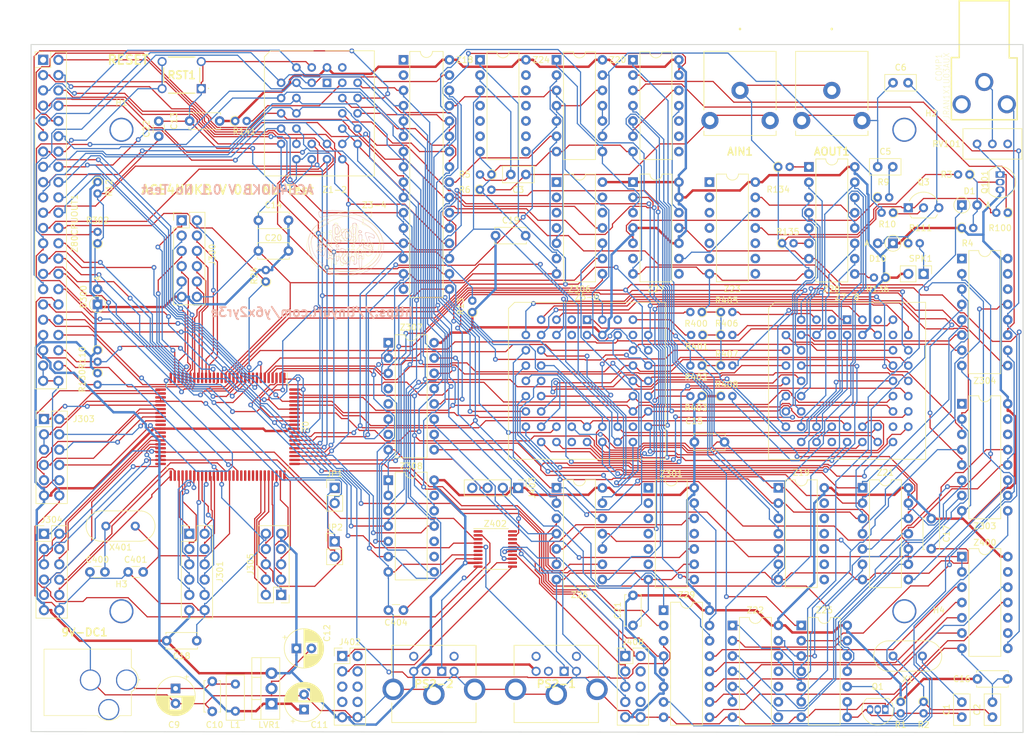
<source format=kicad_pcb>
(kicad_pcb (version 20211014) (generator pcbnew)
  (title_block (title "ACE3NOKB") (date "2019-10-05") (rev "Alpha") (company "Ontobus") (comment 1 "John Bradley") (comment 2 "https://creativecommons.org/licenses/by-nc-sa/4.0/") (comment 3 "Attribution-NonCommercial-ShareAlike 4.0 International License.") (comment 4 "This work is licensed under a Creative Commons "))
  (layers (0 "F.Cu" signal "Top") (31 "B.Cu" signal "Bottom") (34 "B.Paste" user) (35 "F.Paste" user) (36 "B.SilkS" user "B.Silkscreen") (37 "F.SilkS" user "F.Silkscreen") (38 "B.Mask" user) (39 "F.Mask" user) (44 "Edge.Cuts" user))
  (property "REVNUM" "0.1")
  (net 0 "")
  (net 1 "GND")
  (net 2 "Net-(Z24-Pad10)")
  (net 3 "Net-(Z22-Pad2)")
  (net 4 "Net-(Z20-Pad11)")
  (net 5 "Net-(C5-Pad2)")
  (net 6 "Net-(Z19-Pad4)")
  (net 7 "Net-(Z19-Pad3)")
  (net 8 "Net-(C6-Pad2)")
  (net 9 "+5V")
  (net 10 "+9Vsm")
  (net 11 "~{RESET}")
  (net 12 "Net-(Q3-Pad2)")
  (net 13 "A11")
  (net 14 "A10")
  (net 15 "A9")
  (net 16 "A8")
  (net 17 "/KIO/PA5")
  (net 18 "/KIO/PA4")
  (net 19 "/KIO/PA6")
  (net 20 "/KIO/PA3")
  (net 21 "/KIO/PA7")
  (net 22 "/KIO/PA2")
  (net 23 "/KIO/ARDY")
  (net 24 "/KIO/PA1")
  (net 25 "/KIO/~{ASTB}")
  (net 26 "/KIO/PA0")
  (net 27 "/KIO/PB5")
  (net 28 "/KIO/PB4")
  (net 29 "/KIO/PB6")
  (net 30 "/KIO/PB3")
  (net 31 "/KIO/PB7")
  (net 32 "/KIO/PB2")
  (net 33 "/KIO/BRDY")
  (net 34 "/KIO/PB1")
  (net 35 "/KIO/~{BSTB}")
  (net 36 "/KIO/PB0")
  (net 37 "/KIO/~{CTSA}")
  (net 38 "Net-(AIN1-Pad2)")
  (net 39 "/KIO/~{DCDA}")
  (net 40 "Net-(AOUT1-Pad2)")
  (net 41 "/KIO/RxDA")
  (net 42 "/KIO/TxDA")
  (net 43 "/KIO/~{CTSB}")
  (net 44 "/KIO/~{RxCB}")
  (net 45 "/KIO/~{DCDB}")
  (net 46 "/KIO/ZC\\TO3")
  (net 47 "/KIO/ZC\\TO2")
  (net 48 "/KIO/CLK\\TRG2")
  (net 49 "/KIO/ZC\\TO1")
  (net 50 "/KIO/CLK\\TRG1")
  (net 51 "/KIO/ZC\\TO0")
  (net 52 "/KIO/CLK\\TRG0")
  (net 53 "DA7")
  (net 54 "DA6")
  (net 55 "DA5")
  (net 56 "DA4")
  (net 57 "DA3")
  (net 58 "DA2")
  (net 59 "DA1")
  (net 60 "DA0")
  (net 61 "~{M1}")
  (net 62 "~{IOREQ}")
  (net 63 "~{INT}")
  (net 64 "~{RD}")
  (net 66 "PHI")
  (net 67 "A15")
  (net 68 "A14")
  (net 69 "A13")
  (net 70 "A12")
  (net 71 "A5")
  (net 72 "A3")
  (net 73 "A1")
  (net 74 "A6")
  (net 75 "A4")
  (net 76 "A2")
  (net 77 "A0")
  (net 78 "~{WR}")
  (net 79 "A7")
  (net 80 "/~{NMI}")
  (net 81 "/~{HALT}")
  (net 82 "Net-(Z29-Pad10)")
  (net 83 "XRESET")
  (net 85 "FONTCHARX0")
  (net 86 "SCREENY4")
  (net 87 "SCREENY0")
  (net 88 "ENDOFSCR")
  (net 89 "SCREENY3")
  (net 90 "YRESET")
  (net 91 "SCREENY1")
  (net 92 "EOL")
  (net 93 "SCREENY2")
  (net 94 "FONTCHARX1")
  (net 95 "Net-(R9-Pad1)")
  (net 96 "Net-(R10-Pad2)")
  (net 97 "Net-(R111-Pad2)")
  (net 98 "50Hz")
  (net 99 "Net-(Z24-Pad12)")
  (net 100 "Net-(Z29-Pad14)")
  (net 101 "Net-(Z29-Pad11)")
  (net 102 "FONTCHARX2")
  (net 103 "Net-(Z307-Pad1)")
  (net 104 "FONTCHARY0")
  (net 105 "FONTCHARY1")
  (net 106 "SCREENX4")
  (net 107 "SCREENX3")
  (net 108 "SCREENX2")
  (net 109 "SCREENX0")
  (net 110 "FONTCHARY2")
  (net 111 "VIDACTIVEONBUS")
  (net 113 "~{WE}")
  (net 114 "~{MREQ}")
  (net 115 "/~{BUSRQ}")
  (net 116 "/VDG/HSYNC")
  (net 117 "~{0000-1FFF}")
  (net 118 "~{3800-3BFF}")
  (net 119 "~{3000-37FF}")
  (net 120 "/ADDRDECODE/~{CPU2FONT}")
  (net 122 "/PSU/+9Vus")
  (net 123 "/VDG/SYNCLEVEL")
  (net 129 "Net-(R400-Pad2)")
  (net 139 "Net-(R401-Pad2)")
  (net 141 "Net-(R402-Pad2)")
  (net 152 "Net-(C1-Pad1)")
  (net 153 "Net-(C1-Pad2)")
  (net 154 "Net-(C2-Pad1)")
  (net 155 "Net-(C3-Pad2)")
  (net 156 "Net-(R403-Pad2)")
  (net 157 "/VDG/VIDEO")
  (net 160 "SCREENX1")
  (net 161 "Net-(Q101-Pad1)")
  (net 162 "Net-(R3-Pad2)")
  (net 163 "Net-(Z29-Pad7)")
  (net 164 "Net-(R134-Pad2)")
  (net 165 "Net-(R135-Pad2)")
  (net 166 "Net-(R136-Pad2)")
  (net 167 "Net-(R141-Pad2)")
  (net 168 "Net-(Z1-2-Pad22)")
  (net 169 "/VDG/SHIFT{slash}~{LOAD}")
  (net 170 "Net-(Z20-Pad1)")
  (net 171 "Net-(Z20-Pad5)")
  (net 172 "Net-(Z23-Pad12)")
  (net 173 "Net-(Z23-Pad13)")
  (net 174 "Net-(Z306-Pad8)")
  (net 176 "~{CPUVIDEORAMCS}")
  (net 177 "/~{REFSH}")
  (net 178 "~{WAIT}")
  (net 179 "~{CPUFONTRAMCS}")
  (net 180 "/~{BUSAK}")
  (net 181 "Net-(COMP1-Pad1)")
  (net 182 "/ADDRDECODE/~{3C00-3FFF}")
  (net 183 "/ADDRDECODE/~{3800-3FFF}")
  (net 186 "Net-(R302-Pad2)")
  (net 188 "~{CPUFONTROMCS}")
  (net 189 "/IO&Speaker/~{IORD}")
  (net 192 "/IO&Speaker/~{IOWR}")
  (net 193 "~{IOSELECT}")
  (net 197 "/KIO/~{RTSA}")
  (net 198 "/KIO/~{W}{slash}~{RDYA}")
  (net 199 "/KIO/~{DTRA}")
  (net 200 "/KIO/~{SYNCA}")
  (net 201 "/KIO/~{RTSB}")
  (net 202 "/KIO/~{W}{slash}~{RDYB}")
  (net 203 "/KIO/~{DTRB}")
  (net 204 "/KIO/~{SYNCB}")
  (net 208 "Net-(Z5-6-Pad17)")
  (net 209 "Net-(Z5-6-Pad18)")
  (net 210 "Net-(Z5-6-Pad19)")
  (net 211 "Net-(Z5-6-Pad20)")
  (net 212 "Net-(Z5-6-Pad21)")
  (net 213 "Net-(Z5-6-Pad22)")
  (net 214 "Net-(Z5-6-Pad23)")
  (net 221 "Net-(Z28-Pad2)")
  (net 222 "Net-(Z28-Pad3)")
  (net 223 "Net-(Z28-Pad4)")
  (net 224 "Net-(Z28-Pad5)")
  (net 225 "Net-(Z28-Pad10)")
  (net 226 "Net-(Z28-Pad11)")
  (net 227 "Net-(Z28-Pad12)")
  (net 228 "Net-(Z28-Pad14)")
  (net 242 "~{RAMCS}")
  (net 245 "Net-(R405-Pad2)")
  (net 246 "Net-(R406-Pad2)")
  (net 247 "BASEVIDCLK")
  (net 254 "Net-(Z29-Pad13)")
  (net 255 "Net-(Z29-Pad12)")
  (net 268 "Net-(R13-Pad2)")
  (net 269 "Net-(R407-Pad2)")
  (net 270 "Net-(R408-Pad2)")
  (net 275 "Net-(Z29-Pad9)")
  (net 276 "/Cascade/BASECLK_DIV_4096")
  (net 277 "/Cascade/BASECLK_DIV_1024")
  (net 278 "/Cascade/BASECLK_DIV_2048")
  (net 279 "Net-(C400-Pad2)")
  (net 280 "Net-(C401-Pad2)")
  (net 281 "Net-(C404-Pad1)")
  (net 282 "/STM8SUBSYS/PA2")
  (net 283 "/STM8SUBSYS/PA1")
  (net 284 "/STM8SUBSYS/PA3")
  (net 285 "/STM8SUBSYS/PB0")
  (net 286 "/STM8SUBSYS/PB4")
  (net 287 "/STM8SUBSYS/PB1")
  (net 288 "/STM8SUBSYS/PB5")
  (net 289 "/STM8SUBSYS/PB2")
  (net 290 "/STM8SUBSYS/PB6")
  (net 291 "/STM8SUBSYS/PB3")
  (net 292 "/STM8SUBSYS/PB7")
  (net 293 "/STM8SUBSYS/PD1")
  (net 294 "/STM8SUBSYS/NRST")
  (net 295 "/STM8SUBSYS/PC1")
  (net 296 "/STM8SUBSYS/PC5")
  (net 297 "/STM8SUBSYS/PC2")
  (net 298 "/STM8SUBSYS/PC6")
  (net 299 "/STM8SUBSYS/PC3")
  (net 300 "/STM8SUBSYS/PC7")
  (net 301 "/STM8SUBSYS/PC4")
  (net 302 "/STM8SUBSYS/PF4")
  (net 303 "RxDB")
  (net 304 "TxDB")
  (net 306 "/STM8SUBSYS/PS2-1-CLK")
  (net 309 "/STM8SUBSYS/PS2-2-CLK")
  (net 311 "/VDG/INVERT")
  (net 312 "Net-(Z26-Pad13)")
  (net 316 "/KIO/~{RxCA}")
  (footprint "Capacitor_THT:C_Disc_D5.0mm_W2.5mm_P2.50mm" (layer "F.Cu") (at 145.288 66.167 180)
    (fp_text reference "C3")
    (fp_text value "47n")
  )
  (footprint "Resistor_THT:R_Axial_DIN0204_L3.6mm_D1.6mm_P1.90mm_Vertical" (layer "F.Cu") (at 203.708 69.977)
    (fp_text reference "R9")
    (fp_text value "10k")
  )
  (footprint "Resistor_THT:R_Axial_DIN0204_L3.6mm_D1.6mm_P1.90mm_Vertical" (layer "F.Cu") (at 206.248 72.517 180)
    (fp_text reference "R10")
    (fp_text value "22k")
  )
  (footprint "Resistor_THT:R_Axial_DIN0204_L3.6mm_D1.6mm_P1.90mm_Vertical" (layer "F.Cu") (at 102.108 83.947 90)
    (fp_text reference "R24")
    (fp_text value "10k")
  )
  (footprint "Resistor_THT:R_Axial_DIN0204_L3.6mm_D1.6mm_P1.90mm_Vertical" (layer "F.Cu") (at 218.948 66.167 180)
    (fp_text reference "R3")
    (fp_text value "1K5")
  )
  (footprint "Resistor_THT:R_Axial_DIN0204_L3.6mm_D1.6mm_P1.90mm_Vertical" (layer "F.Cu") (at 217.678 75.057)
    (fp_text reference "R4")
    (fp_text value "1K5")
  )
  (footprint "Resistor_THT:R_Axial_DIN0204_L3.6mm_D1.6mm_P1.90mm_Vertical" (layer "F.Cu") (at 139.568 66.167 180)
    (fp_text reference "R5")
    (fp_text value "12k")
  )
  (footprint "Resistor_THT:R_Axial_DIN0204_L3.6mm_D1.6mm_P1.90mm_Vertical" (layer "F.Cu") (at 137.668 68.707)
    (fp_text reference "R6")
    (fp_text value "1K")
  )
  (footprint "Package_QFP:PQFP-100_14x20mm_P0.65mm" (layer "F.Cu") (at 95.758 108.077 -90)
    (fp_text reference "Z0")
    (fp_text value "Z80C15CPU_QFP")
  )
  (footprint "Package_TO_SOT_THT:TO-92_Inline" (layer "F.Cu") (at 204.978 155.067 180)
    (fp_text reference "Q1")
    (fp_text value "2N3904")
  )
  (footprint "ExtraFootprints:PLCC-32_THT-Socket" (layer "F.Cu") (at 112.268 50.927)
    (fp_text reference "Z1-2")
    (fp_text value "SST39SF010A-45-4I-NHE ")
  )
  (footprint "Diode_THT:D_DO-35_SOD27_P2.54mm_Vertical_AnodeUp" (layer "F.Cu") (at 217.678 71.247)
    (fp_text reference "D1")
    (fp_text value "1N4148")
  )
  (footprint "Package_DIP:DIP-32_W7.62mm" (layer "F.Cu") (at 124.968 47.117)
    (fp_text reference "Z3-4")
    (fp_text value "AS7C512")
  )
  (footprint "Diode_THT:D_DO-35_SOD27_P2.54mm_Vertical_AnodeUp" (layer "F.Cu") (at 206.248 77.597 180)
    (fp_text reference "D10")
    (fp_text value "1N4148")
  )
  (footprint "Capacitor_THT:C_Disc_D5.0mm_W2.5mm_P5.00mm" (layer "F.Cu") (at 93.218 155.3807 90)
    (fp_text reference "C10")
    (fp_text value "100nF")
  )
  (footprint "Capacitor_THT:CP_Radial_D6.3mm_P2.50mm" (layer "F.Cu") (at 108.458 155.067 90)
    (fp_text reference "C11")
    (fp_text value "1uF")
  )
  (footprint "Capacitor_THT:C_Disc_D5.0mm_W2.5mm_P5.00mm" (layer "F.Cu") (at 89.448 57.277)
    (fp_text reference "C13")
    (fp_text value "100nF")
  )
  (footprint "Capacitor_THT:C_Disc_D5.0mm_W2.5mm_P5.00mm" (layer "F.Cu") (at 100.878 73.787)
    (fp_text reference "C14")
    (fp_text value "100nF")
  )
  (footprint "Capacitor_THT:C_Disc_D5.0mm_W2.5mm_P5.00mm" (layer "F.Cu") (at 178.268 110.617 180)
    (fp_text reference "C15")
    (fp_text value "100nF")
  )
  (footprint "Capacitor_THT:C_Disc_D5.0mm_W2.5mm_P5.00mm" (layer "F.Cu") (at 225.258 149.987 180)
    (fp_text reference "C16")
    (fp_text value "100nF")
  )
  (footprint "Capacitor_THT:C_Disc_D5.0mm_W2.5mm_P5.00mm" (layer "F.Cu") (at 212.598 128.357 90)
    (fp_text reference "C17")
    (fp_text value "100nF")
  )
  (footprint "Capacitor_THT:C_Disc_D5.0mm_W2.5mm_P5.00mm" (layer "F.Cu") (at 90.638 143.637 180)
    (fp_text reference "C18")
    (fp_text value "100nF")
  )
  (footprint "Capacitor_THT:C_Disc_D5.0mm_W2.5mm_P5.00mm" (layer "F.Cu") (at 145.248 76.327 180)
    (fp_text reference "C19")
    (fp_text value "100nF")
  )
  (footprint "Capacitor_THT:C_Disc_D5.0mm_W2.5mm_P5.00mm" (layer "F.Cu") (at 100.878 78.867)
    (fp_text reference "C20")
    (fp_text value "100nF")
  )
  (footprint "Capacitor_THT:C_Disc_D5.0mm_W2.5mm_P5.00mm" (layer "F.Cu") (at 163.068 141.097 90)
    (fp_text reference "C21")
    (fp_text value "100nF")
  )
  (footprint "Package_DIP:DIP-16_W7.62mm" (layer "F.Cu") (at 192.278 64.912)
    (fp_text reference "Z28")
    (fp_text value "SN74ALS166N")
  )
  (footprint "Package_DIP:DIP-16_W7.62mm" (layer "F.Cu") (at 168.158 138.572)
    (fp_text reference "Z29")
    (fp_text value "SN74AHCT138N")
  )
  (footprint "Package_DIP:DIP-14_W7.62mm" (layer "F.Cu") (at 137.678 47.112)
    (fp_text reference "Z18")
    (fp_text value "74LS125")
  )
  (footprint "ExtraFootprints:PLCC-52_THT-Socket" (layer "F.Cu") (at 155.448 90.297)
    (fp_text reference "Z5-6")
    (fp_text value "7132LA100PDG")
  )
  (footprint "ExtraFootprints:PLCC-52_THT-Socket" (layer "F.Cu") (at 198.628 90.297)
    (fp_text reference "Z7-8")
    (fp_text value "7132LA100PDG")
  )
  (footprint "Connector_PinHeader_2.54mm:PinHeader_2x22_P2.54mm_Vertical" (layer "F.Cu") (at 65.134 47.117)
    (fp_text reference "Z80CPUOUT1")
    (fp_text value "Conn_02x22_Odd_Even")
  )
  (footprint "ExtraFootprints:KEMET_SBT_0260T" (layer "F.Cu") (at 97.028 153.0947 -90)
    (fp_text reference "L1")
    (fp_text value "EMI_Filter_LL_1423")
  )
  (footprint "Capacitor_THT:CP_Radial_D6.3mm_P2.50mm" (layer "F.Cu") (at 87.122 151.5707 -90)
    (fp_text reference "C9")
    (fp_text value "100uF")
  )
  (footprint "Capacitor_THT:CP_Radial_D6.3mm_P2.50mm" (layer "F.Cu") (at 107.188 144.907)
    (fp_text reference "C12")
    (fp_text value "1uF")
  )
  (footprint "Crystal:Crystal_HC49-U_Vertical" (layer "F.Cu") (at 206.248 146.177)
    (fp_text reference "X1")
    (fp_text value "6.5536 MHz")
  )
  (footprint "Capacitor_THT:C_Disc_D5.0mm_W2.5mm_P2.50mm" (layer "F.Cu") (at 222.758 156.337 90)
    (fp_text reference "C2")
    (fp_text value "100pF")
  )
  (footprint "Capacitor_THT:C_Disc_D5.0mm_W2.5mm_P2.50mm" (layer "F.Cu") (at 217.678 156.337 90)
    (fp_text reference "C1")
    (fp_text value "30pF")
  )
  (footprint "Resistor_THT:R_Axial_DIN0204_L3.6mm_D1.6mm_P1.90mm_Vertical" (layer "F.Cu") (at 211.328 153.797 -90)
    (fp_text reference "R2")
    (fp_text value "47k")
  )
  (footprint "Capacitor_THT:C_Disc_D5.0mm_W2.5mm_P2.50mm" (layer "F.Cu") (at 206.248 50.927)
    (fp_text reference "C6")
    (fp_text value "47pF")
  )
  (footprint "Capacitor_THT:C_Disc_D5.0mm_W2.5mm_P2.50mm" (layer "F.Cu") (at 203.708 64.897)
    (fp_text reference "C5")
    (fp_text value "47nF")
  )
  (footprint "Package_DIP:DIP-14_W7.62mm" (layer "F.Cu") (at 187.208 118.232)
    (fp_text reference "Z19")
    (fp_text value "SN74AHCT00N")
  )
  (footprint "Package_DIP:DIP-14_W7.62mm" (layer "F.Cu") (at 179.588 141.092)
    (fp_text reference "Z22")
    (fp_text value "SN74ACT11N")
  )
  (footprint "Package_DIP:DIP-14_W7.62mm" (layer "F.Cu") (at 175.768 67.432)
    (fp_text reference "Z23")
    (fp_text value "SN74AHCT86N")
  )
  (footprint "Package_DIP:DIP-14_W7.62mm" (layer "F.Cu") (at 150.378 47.117)
    (fp_text reference "Z24")
    (fp_text value "SN74AHCT02N")
  )
  (footprint "Package_DIP:DIP-14_W7.62mm" (layer "F.Cu") (at 163.078 67.432)
    (fp_text reference "Z27")
    (fp_text value "SN74AHCT74N")
  )
  (footprint "ExtraFootprints:MountingHole_3.5mm_with_Stencil_hole" (layer "F.Cu") (at 78.134 138.7347)
    (fp_text reference "H3")
    (fp_text value "MountingHole")
  )
  (footprint "ExtraFootprints:MountingHole_3.5mm_with_Stencil_hole" (layer "F.Cu") (at 208.134 138.7347)
    (fp_text reference "H4")
    (fp_text value "MountingHole")
  )
  (footprint "ExtraFootprints:MountingHole_3.5mm_with_Stencil_hole" (layer "F.Cu") (at 78.134 58.7347)
    (fp_text reference "H1")
    (fp_text value "MountingHole")
  )
  (footprint "ExtraFootprints:MountingHole_3.5mm_with_Stencil_hole" (layer "F.Cu") (at 208.134 58.7347)
    (fp_text reference "H2")
    (fp_text value "MountingHole")
  )
  (footprint "Resistor_THT:R_Axial_DIN0204_L3.6mm_D1.6mm_P1.90mm_Vertical" (layer "F.Cu") (at 74.168 95.377 -90)
    (fp_text reference "R110")
    (fp_text value "10k")
  )
  (footprint "Package_TO_SOT_THT:TO-92_Inline" (layer "F.Cu") (at 224.028 66.167 -90)
    (fp_text reference "Q101")
    (fp_text value "2N3904")
  )
  (footprint "Resistor_THT:R_Axial_DIN0204_L3.6mm_D1.6mm_P1.90mm_Vertical" (layer "F.Cu") (at 225.298 72.517 180)
    (fp_text reference "R100")
    (fp_text value "100")
  )
  (footprint "Connector_PinHeader_2.54mm:PinHeader_1x02_P2.54mm_Vertical" (layer "F.Cu") (at 211.328 82.677 -90)
    (fp_text reference "SPK1")
    (fp_text value "SPK")
  )
  (footprint "Resistor_THT:R_Axial_DIN0204_L3.6mm_D1.6mm_P1.90mm_Vertical" (layer "F.Cu") (at 208.788 77.597)
    (fp_text reference "R111")
    (fp_text value "200")
  )
  (footprint "Package_TO_SOT_THT:TO-92L_Inline_Wide" (layer "F.Cu") (at 208.778 71.697)
    (fp_text reference "Q3")
    (fp_text value "BC183")
  )
  (footprint "Potentiometer_THT:Potentiometer_Bourns_3296W_Vertical" (layer "F.Cu") (at 220.208 61.087 180)
    (fp_text reference "RV101")
    (fp_text value "100")
  )
  (footprint "Package_DIP:DIP-14_W7.62mm" (layer "F.Cu") (at 122.438 116.962)
    (fp_text reference "Z308")
    (fp_text value "SN74ALS30AN ")
  )
  (footprint "Connector_PinHeader_2.54mm:PinHeader_2x06_P2.54mm_Vertical" (layer "F.Cu") (at 88.133 73.787)
    (fp_text reference "J300")
    (fp_text value "Conn_02x06_Odd_Even")
  )
  (footprint "Connector_PinHeader_2.54mm:PinHeader_2x06_P2.54mm_Vertical" (layer "F.Cu") (at 89.403 125.857)
    (fp_text reference "J301")
    (fp_text value "Conn_02x06_Odd_Even")
  )
  (footprint "Connector_PinHeader_2.54mm:PinHeader_2x06_P2.54mm_Vertical" (layer "F.Cu") (at 65.278 106.807)
    (fp_text reference "J303")
    (fp_text value "Conn_02x06_Odd_Even")
  )
  (footprint "Connector_PinHeader_2.54mm:PinHeader_2x06_P2.54mm_Vertical" (layer "F.Cu") (at 65.278 125.857)
    (fp_text reference "J304")
    (fp_text value "Conn_02x06_Odd_Even")
  )
  (footprint "Connector_PinHeader_2.54mm:PinHeader_2x05_P2.54mm_Vertical" (layer "F.Cu") (at 104.653 136.012 180)
    (fp_text reference "J305")
    (fp_text value "Conn_02x05_Odd_Even")
  )
  (footprint "Package_DIP:DIP-14_W7.62mm" (layer "F.Cu") (at 150.368 118.232)
    (fp_text reference "Z26")
    (fp_text value "74LS32")
  )
  (footprint "Package_TO_SOT_THT:TO-220-3_Vertical" (layer "F.Cu") (at 103.053 154.1107 90)
    (fp_text reference "LVR1")
    (fp_text value "LM7805_TO220")
  )
  (footprint "Package_DIP:DIP-14_W7.62mm" (layer "F.Cu") (at 150.378 67.432)
    (fp_text reference "Z306")
    (fp_text value "SN74AHCT04N")
  )
  (footprint "ExtraFootprints:ZilogInsideFront" (layer "F.Cu") (at 108.4429 85.3726)
    (fp_text reference "Logo1" hide)
    (fp_text value "ZilogFront" hide)
  )
  (footprint "ExtraFootprints:ZilogInsideBack" (layer "F.Cu") (at 108.1656 85.3726)
    (fp_text reference "Logo2" hide)
    (fp_text value "ZilogBack" hide)
  )
  (footprint "Resistor_THT:R_Axial_DIN0204_L3.6mm_D1.6mm_P1.90mm_Vertical" (layer "F.Cu") (at 207.518 153.797 -90)
    (fp_text reference "R1")
    (fp_text value "4k7")
  )
  (footprint "Package_DIP:DIP-16_W7.62mm" (layer "F.Cu") (at 122.438 94.122)
    (fp_text reference "Z307")
    (fp_text value "SN74AHCT139N ")
  )
  (footprint "Package_DIP:DIP-16_W7.62mm" (layer "F.Cu") (at 217.678 104.267)
    (fp_text reference "Z303")
    (fp_text value "CD74HCT4040E")
  )
  (footprint "Package_DIP:DIP-16_W7.62mm" (layer "F.Cu") (at 217.678 80.137)
    (fp_text reference "Z304")
    (fp_text value "CD74HCT4040E")
  )
  (footprint "Resistor_THT:R_Axial_DIN0204_L3.6mm_D1.6mm_P1.90mm_Vertical" (layer "F.Cu") (at 74.168 99.187 -90)
    (fp_text reference "R130")
    (fp_text value "10k")
  )
  (footprint "Resistor_THT:R_Axial_DIN0204_L3.6mm_D1.6mm_P1.90mm_Vertical" (layer "F.Cu") (at 187.198 64.897)
    (fp_text reference "R134")
    (fp_text value "1K")
  )
  (footprint "Resistor_THT:R_Axial_DIN0204_L3.6mm_D1.6mm_P1.90mm_Vertical" (layer "F.Cu") (at 187.838 77.597)
    (fp_text reference "R135")
    (fp_text value "1K")
  )
  (footprint "Resistor_THT:R_Axial_DIN0204_L3.6mm_D1.6mm_P1.90mm_Vertical" (layer "F.Cu") (at 204.978 83.307 180)
    (fp_text reference "R136")
    (fp_text value "10K")
  )
  (footprint "Package_DIP:DIP-14_W7.62mm" (layer "F.Cu") (at 163.068 47.117)
    (fp_text reference "Z20")
    (fp_text value "SN74AHCT08N")
  )
  (footprint "Package_DIP:DIP-14_W7.62mm" (layer "F.Cu") (at 201.178 118.232)
    (fp_text reference "Z21")
    (fp_text value "SN74ACT11N")
  )
  (footprint "Package_DIP:DIP-14_W7.62mm" (layer "F.Cu") (at 191.018 141.092)
    (fp_text reference "Z25")
    (fp_text value "SN74AHCT02N")
  )
  (footprint "Resistor_THT:R_Axial_DIN0204_L3.6mm_D1.6mm_P1.90mm_Vertical" (layer "F.Cu") (at 97.028 57.277)
    (fp_text reference "R141")
    (fp_text value "10k")
  )
  (footprint "Package_SO:TSSOP-20_4.4x6.5mm_P0.65mm" (layer "F.Cu") (at 140.208 128.397)
    (fp_text reference "Z402")
    (fp_text value "STM8S103F3P6")
  )
  (footprint "ExtraFootprints:TE Connectivity 1-1825910-4 Black Button Tactile Switch, Single Pole Single Throw (SPST)" (layer "F.Cu") (at 91.388 51.907 180)
    (fp_text reference "RST1")
    (fp_text value "TS02-66-60-BK-100-SCR-D" hide)
  )
  (footprint "Connector_PinHeader_2.54mm:PinHeader_1x04_P2.54mm_Vertical" (layer "F.Cu") (at 144.008 118.237 -90)
    (fp_text reference "J403")
    (fp_text value "STLink2")
  )
  (footprint "Resistor_THT:R_Axial_DIN0204_L3.6mm_D1.6mm_P1.90mm_Vertical" (layer "F.Cu") (at 174.498 102.997 180)
    (fp_text reference "R403")
    (fp_text value "10K")
  )
  (footprint "Connector_PinHeader_2.54mm:PinHeader_1x02_P2.54mm_Vertical" (layer "F.Cu") (at 113.538 118.237)
    (fp_text reference "JP1")
    (fp_text value "Jumper_2_Open")
  )
  (footprint "Connector_PinHeader_2.54mm:PinHeader_2x05_P2.54mm_Vertical" (layer "F.Cu") (at 161.793 146.182)
    (fp_text reference "J408")
    (fp_text value "Conn_02x05_Odd_Even")
  )
  (footprint "Capacitor_THT:C_Disc_D3.0mm_W1.6mm_P2.50mm" (layer "F.Cu") (at 84.328 59.817 90)
    (fp_text reference "C22")
    (fp_text value "1 uf")
  )
  (footprint "Resistor_THT:R_Axial_DIN0204_L3.6mm_D1.6mm_P1.90mm_Vertical" (layer "F.Cu") (at 177.678 92.837)
    (fp_text reference "R406")
    (fp_text value "1K")
  )
  (footprint "Resistor_THT:R_Axial_DIN0204_L3.6mm_D1.6mm_P1.90mm_Vertical" (layer "F.Cu") (at 74.168 77.597 90)
    (fp_text reference "R302")
    (fp_text value "100")
  )
  (footprint "Resistor_THT:R_Axial_DIN0204_L3.6mm_D1.6mm_P1.90mm_Vertical" (layer "F.Cu") (at 177.678 97.917)
    (fp_text reference "R407")
    (fp_text value "1K")
  )
  (footprint "Capacitor_THT:C_Disc_D3.0mm_W1.6mm_P2.50mm" (layer "F.Cu") (at 72.898 132.207)
    (fp_text reference "C400")
    (fp_text value "33pf")
  )
  (footprint "Resistor_THT:R_Axial_DIN0204_L3.6mm_D1.6mm_P1.90mm_Vertical" (layer "F.Cu") (at 136.398 89.027 90)
    (fp_text reference "R13")
    (fp_text value "10K")
  )
  (footprint "ExtraFootprints:163179PHEX" (layer "F.Cu") (at 65.278 155.067)
    (fp_text reference "9V-DC1")
    (fp_text value "163-179PH-EX " hide)
  )
  (footprint "ExtraFootprints:57492661" (layer "F.Cu") (at 151.638 148.717)
    (fp_text reference "PS2-1")
    (fp_text value "Mini-DIN-6" hide)
  )
  (footprint "Resistor_THT:R_Axial_DIN0204_L3.6mm_D1.6mm_P1.90mm_Vertical" (layer "F.Cu") (at 177.678 89.027)
    (fp_text reference "R405")
    (fp_text value "1K")
  )
  (footprint "Package_DIP:DIP-14_W7.62mm" (layer "F.Cu") (at 217.688 129.662)
    (fp_text reference "Z400")
    (fp_text value "SN74ALS30AN ")
  )
  (footprint "Resistor_THT:R_Axial_DIN0204_L3.6mm_D1.6mm_P1.90mm_Vertical" (layer "F.Cu") (at 177.678 102.997)
    (fp_text reference "R408")
    (fp_text value "10K")
  )
  (footprint "Resistor_THT:R_Axial_DIN0204_L3.6mm_D1.6mm_P1.90mm_Vertical" (layer "F.Cu") (at 174.618 92.837 180)
    (fp_text reference "R401")
    (fp_text value "1K")
  )
  (footprint "ExtraFootprints:57492661" (layer "F.Cu") (at 131.318 148.717)
    (fp_text reference "PS2-2")
    (fp_text value "Mini-DIN-6" hide)
  )
  (footprint "Connector_PinHeader_2.54mm:PinHeader_1x02_P2.54mm_Vertical" (layer "F.Cu") (at 113.538 127.127)
    (fp_text reference "JP2")
    (fp_text value "Jumper_2_Open")
  )
  (footprint "Resistor_THT:R_Axial_DIN0204_L3.6mm_D1.6mm_P1.90mm_Vertical" (layer "F.Cu") (at 74.168 67.437 -90)
    (fp_text reference "R12")
    (fp_text value "1k")
  )
  (footprint "Capacitor_THT:C_Disc_D3.0mm_W1.6mm_P2.50mm" (layer "F.Cu") (at 124.968 138.557 180)
    (fp_text reference "C404")
    (fp_text value "1uf")
  )
  (footprint "Capacitor_THT:C_Disc_D3.0mm_W1.6mm_P2.50mm" (layer "F.Cu") (at 79.248 132.207)
    (fp_text reference "C401")
    (fp_text value "33pf")
  )
  (footprint "Diode_THT:D_DO-35_SOD27_P2.54mm_Vertical_AnodeUp" (layer "F.Cu") (at 74.168 87.757 90)
    (fp_text reference "D300")
    (fp_text value "1N4148")
  )
  (footprint "ExtraFootprints:SJ13523NG" (layer "F.Cu") (at 196.088 52.197 -90)
    (fp_text reference "AOUT1")
    (fp_text value "AOUT" hide)
  )
  (footprint "Resistor_THT:R_Axial_DIN0204_L3.6mm_D1.6mm_P1.90mm_Vertical" (layer "F.Cu") (at 174.498 97.917 180)
    (fp_text reference "R402")
    (fp_text value "1K")
  )
  (footprint "Crystal:Crystal_HC49-4H_Vertical" (layer "F.Cu") (at 80.428 124.587 180)
    (fp_text reference "X401")
    (fp_text value "12 MHz")
  )
  (footprint "ExtraFootprints:PJRAN1X1U01X" (layer "F.Cu") (at 227.7505 44.577 -90)
    (fp_text reference "COMP1")
    (fp_text value "PJRAN1X1U03AUX")
  )
  (footprint "Resistor_THT:R_Axial_DIN0204_L3.6mm_D1.6mm_P1.90mm_Vertical" (layer "F.Cu") (at 174.498 89.027 180)
    (fp_text reference "R400")
    (fp_text value "1K")
  )
  (footprint "Connector_PinHeader_2.54mm:PinHeader_2x05_P2.54mm_Vertical" (layer "F.Cu") (at 114.803 146.182)
    (fp_text reference "J402")
    (fp_text value "Conn_02x05_Odd_Even")
  )
  (footprint "ExtraFootprints:SJ13523NG" (layer "F.Cu") (at 180.848 52.197 -90)
    (fp_text reference "AIN1")
    (fp_text value "AIN" hide)
  )
  (footprint "Package_DIP:DIP-14_W7.62mm" (layer "F.Cu") (at 165.618 118.232)
    (fp_text reference "Z301")
    (fp_text value "SN74AS21N")
  )
  (gr_line (start 63.134 44.577) (end 63.1351 158.7383) (layer "Edge.Cuts") (width 0.15))
  (gr_line (start 63.1351 158.7383) (end 227.838 158.877) (layer "Edge.Cuts") (width 0.15))
  (gr_line (start 227.838 158.877) (end 227.838 44.577) (layer "Edge.Cuts") (width 0.15))
  (gr_line (start 227.838 44.577) (end 63.134 44.577) (layer "Edge.Cuts") (width 0.15))
  (gr_text "ACE4NOKB V ${REVNUM} No Test" (at 95.758 68.707) (layer "B.SilkS") (effects (font (size 1.5 1.5) (thickness 0.3)) (justify mirror)))
  (gr_text "https://tinyurl.com/y6x2yr3e" (at 109.728 89.027) (layer "B.SilkS") (effects (font (size 1.5 1.5) (thickness 0.3)) (justify mirror)))
  (gr_text "RESET" (at 79.248 47.117) (layer "F.SilkS") (effects (font (size 1.5 1.5) (thickness 0.3))))
  (gr_text "ACE4NOKB V ${REVNUM} No Test" (at 95.758 68.707) (layer "F.SilkS") (effects (font (size 1.5 1.5) (thickness 0.3))))
  (segment (start 115.2756 155.2393) (end 111.1303 155.2393) (width 0.2) (layer "F.Cu") (net 1))
  (segment (start 123.4907 111.902) (end 125.0646 113.4759) (width 0.2) (layer "F.Cu") (net 1))
  (segment (start 129.208 151.717) (end 130.018 152.527) (width 0.2) (layer "F.Cu") (net 1))
  (segment (start 93.4298 152.7759) (end 103.053 152.7759) (width 0.2) (layer "F.Cu") (net 1))
  (segment (start 89.8756 137.4543) (end 84.4953 137.4543) (width 0.2) (layer "F.Cu") (net 1))
  (segment (start 144.388 152.527) (end 143.578 151.717) (width 0.2) (layer "F.Cu") (net 1))
  (segment (start 204.978 154.6494) (end 214.7254 144.902) (width 0.2) (layer "F.Cu") (net 1))
  (segment (start 172.568 111.6792) (end 171.7023 110.8135) (width 0.2) (layer "F.Cu") (net 1))
  (segment (start 117.343 156.342) (end 116.2403 156.342) (width 0.2) (layer "F.Cu") (net 1))
  (segment (start 131.4788 130.932) (end 124.7607 130.932) (width 0.2) (layer "F.Cu") (net 1))
  (segment (start 214.7254 144.902) (end 217.688 144.902) (width 0.2) (layer "F.Cu") (net 1))
  (segment (start 91.388 51.907) (end 91.388 50.9043) (width 0.2) (layer "F.Cu") (net 1))
  (segment (start 170.2924 157.4337) (end 169.2107 156.352) (width 0.2) (layer "F.Cu") (net 1))
  (segment (start 222.4453 71.9827) (end 222.4453 72.517) (width 0.2) (layer "F.Cu") (net 1))
  (segment (start 63.7867 136.1506) (end 63.7867 124.641) (width 0.2) (layer "F.Cu") (net 1))
  (segment (start 150.368 133.472) (end 151.4207 133.472) (width 0.2) (layer "F.Cu") (net 1))
  (segment (start 203.9824 71.5174) (end 207.5957 71.5174) (width 0.2) (layer "F.Cu") (net 1))
  (segment (start 108.458 152.567) (end 108.2491 152.7759) (width 0.2) (layer "F.Cu") (net 1))
  (segment (start 91.388 50.9043) (end 91.6576 50.6347) (width 0.2) (layer "F.Cu") (net 1))
  (segment (start 125.0646 113.4759) (end 133.2021 113.4759) (width 0.2) (layer "F.Cu") (net 1))
  (segment (start 218.6777 130.744) (end 216.279 130.744) (width 0.2) (layer "F.Cu") (net 1))
  (segment (start 188.8755 157.4218) (end 189.9653 156.332) (width 0.2) (layer "F.Cu") (net 1))
  (segment (start 214.2833 130.3617) (end 212.2257 132.4193) (width 0.2) (layer "F.Cu") (net 1))
  (segment (start 108.7497 47.4087) (end 109.728 48.387) (width 0.2) (layer "F.Cu") (net 1))
  (segment (start 133.2021 113.4759) (end 137.8253 118.0991) (width 0.2) (layer "F.Cu") (net 1))
  (segment (start 64.9138 137.2777) (end 63.7867 136.1506) (width 0.2) (layer "F.Cu") (net 1))
  (segment (start 171.7023 110.8135) (end 164.7731 110.8135) (width 0.2) (layer "F.Cu") (net 1))
  (segment (start 175.9792 111.6792) (end 172.568 111.6792) (width 0.2) (layer "F.Cu") (net 1))
  (segment (start 135.0012 84.1499) (end 124.968 84.1499) (width 0.2) (layer "F.Cu") (net 1))
  (segment (start 180.848 52.197) (end 181.7008 51.3442) (width 0.2) (layer "F.Cu") (net 1))
  (segment (start 136.4791 82.672) (end 135.0012 84.1499) (width 0.2) (layer "F.Cu") (net 1))
  (segment (start 89.408 57.317) (end 89.448 57.277) (width 0.2) (layer "F.Cu") (net 1))
  (segment (start 75.4345 152.6235) (end 85.6748 152.6235) (width 0.2) (layer "F.Cu") (net 1))
  (segment (start 106.1609 84.1499) (end 100.878 78.867) (width 0.2) (layer "F.Cu") (net 1))
  (segment (start 159.0299 110.5341) (end 159.0299 110.2602) (width 0.2) (layer "F.Cu") (net 1))
  (segment (start 84.328 57.317) (end 89.408 57.317) (width 0.2) (layer "F.Cu") (net 1))
  (segment (start 150.9044 62.357) (end 151.4307 62.357) (width 0.2) (layer "F.Cu") (net 1))
  (segment (start 168.158 156.352) (end 167.1053 156.352) (width 0.2) (layer "F.Cu") (net 1))
  (segment (start 93.9983 61.8273) (end 89.448 57.277) (width 0.2) (layer "F.Cu") (net 1))
  (segment (start 95.433 99.1939) (end 95.433 99.952) (width 0.2) (layer "F.Cu") (net 1))
  (segment (start 200.4172 76.5592) (end 203.3952 73.5812) (width 0.2) (layer "F.Cu") (net 1))
  (segment (start 192.278 82.692) (end 191.2253 82.692) (width 0.2) (layer "F.Cu") (net 1))
  (segment (start 162.2656 155.2393) (end 160.6203 155.2393) (width 0.2) (layer "F.Cu") (net 1))
  (segment (start 141.0424 64.6926) (end 139.568 66.167) (width 0.2) (layer "F.Cu") (net 1))
  (segment (start 160.11 111.6142) (end 159.0299 110.5341) (width 0.2) (layer "F.Cu") (net 1))
  (segment (start 109.688 144.907) (end 104.2295 150.3655) (width 0.2) (layer "F.Cu") (net 1))
  (segment (start 178.5353 156.332) (end 177.4336 157.4337) (width 0.2) (layer "F.Cu") (net 1))
  (segment (start 177.4336 157.4337) (end 170.2924 157.4337) (width 0.2) (layer "F.Cu") (net 1))
  (segment (start 67.818 119.507) (end 67.818 120.6097) (width 0.2) (layer "F.Cu") (net 1))
  (segment (start 191.2253 82.692) (end 190.1671 83.7502) (width 0.2) (layer "F.Cu") (net 1))
  (segment (start 158.1167 109.347) (end 157.6655 109.347) (width 0.2) (layer "F.Cu") (net 1))
  (segment (start 181.7305 157.4218) (end 188.8755 157.4218) (width 0.2) (layer "F.Cu") (net 1))
  (segment (start 203.3952 73.5812) (end 203.3952 72.1046) (width 0.2) (layer "F.Cu") (net 1))
  (segment (start 111.1303 155.2393) (end 108.458 152.567) (width 0.2) (layer "F.Cu") (net 1))
  (segment (start 204.978 154.6494) (end 204.978 154.0643) (width 0.2) (layer "F.Cu") (net 1))
  (segment (start 199.014 132.3607) (end 200.1253 133.472) (width 0.2) (layer "F.Cu") (net 1))
  (segment (start 106.1609 84.1499) (end 106.1609 88.466) (width 0.2) (layer "F.Cu") (net 1))
  (segment (start 167.1053 156.352) (end 167.0953 156.342) (width 0.2) (layer "F.Cu") (net 1))
  (segment (start 91.6576 50.6347) (end 91.6576 47.6766) (width 0.2) (layer "F.Cu") (net 1))
  (segment (start 204.978 154.0643) (end 201.1859 154.0643) (width 0.2) (layer "F.Cu") (net 1))
  (segment (start 165.618 133.472) (end 166.6707 133.472) (width 0.2) (layer "F.Cu") (net 1))
  (segment (start 108.2491 152.7759) (end 103.053 152.7759) (width 0.2) (layer "F.Cu") (net 1))
  (segment (start 90.8403 138.557) (end 90.8403 138.419) (width 0.2) (layer "F.Cu") (net 1))
  (segment (start 151.4207 133.472) (end 151.5871 133.472) (width 0.2) (layer "F.Cu") (net 1))
  (segment (start 173.604 81.5607) (end 174.7153 82.672) (width 0.2) (layer "F.Cu") (net 1))
  (segment (start 159.0299 110.2602) (end 158.1167 109.347) (width 0.2) (layer "F.Cu") (net 1))
  (segment (start 92.1156 154.2783) (end 92.1156 154.0901) (width 0.2) (layer "F.Cu") (net 1))
  (segment (start 177.8989 83.7502) (end 176.8207 82.672) (width 0.2) (layer "F.Cu") (net 1))
  (segment (start 146.9897 64.6926) (end 141.0424 64.6926) (width 0.2) (layer "F.Cu") (net 1))
  (segment (start 103.053 151.5707) (end 103.053 150.3655) (width 0.2) (layer "F.Cu") (net 1))
  (segment (start 152.4943 61.2934) (end 160.9517 61.2934) (width 0.2) (layer "F.Cu") (net 1))
  (segment (start 187.208 133.472) (end 188.2607 133.472) (width 0.2) (layer "F.Cu") (net 1))
  (segment (start 201.178 133.472) (end 200.1253 133.472) (width 0.2) (layer "F.Cu") (net 1))
  (segment (start 151.4307 62.357) (end 152.4943 61.2934) (width 0.2) (layer "F.Cu") (net 1))
  (segment (start 186.6817 133.472) (end 186.1553 133.472) (width 0.2) (layer "F.Cu") (net 1))
  (segment (start 150.338 152.527) (end 144.388 152.527) (width 0.2) (layer "F.Cu") (net 1))
  (segment (start 190.1671 83.7502) (end 177.8989 83.7502) (width 0.2) (layer "F.Cu") (net 1))
  (segment (start 195.2352 51.3442) (end 196.088 52.197) (width 0.2) (layer "F.Cu") (net 1))
  (segment (start 87.122 154.0707) (end 87.1414 154.0901) (width 0.2) (layer "F.Cu") (net 1))
  (segment (start 178.268 110.617) (end 177.0414 110.617) (width 0.2) (layer "F.Cu") (net 1))
  (segment (start 211.3282 70.1495) (end 220.6121 70.1495) (width 0.2) (layer "F.Cu") (net 1))
  (segment (start 208.778 71.697) (end 207.7753 71.697) (width 0.2) (layer "F.Cu") (net 1))
  (segment (start 179.588 156.332) (end 180.6407 156.332) (width 0.2) (layer "F.Cu") (net 1))
  (segment (start 149.3253 82.672) (end 136.4791 82.672) (width 0.2) (layer "F.Cu") (net 1))
  (segment (start 174.498 97.917) (end 177.678 97.917) (width 0.2) (layer "F.Cu") (net 1))
  (segment (start 150.9044 62.357) (end 150.378 62.357) (width 0.2) (layer "F.Cu") (net 1))
  (segment (start 204.978 155.067) (end 204.978 154.6494) (width 0.2) (layer "F.Cu") (net 1))
  (segment (start 149.3253 62.357) (end 146.9897 64.6926) (width 0.2) (layer "F.Cu") (net 1))
  (segment (start 123.258 151.717) (end 129.208 151.717) (width 0.2) (layer "F.Cu") (net 1))
  (segment (start 91.943 138.557) (end 90.8403 138.557) (width 0.2) (layer "F.Cu") (net 1))
  (segment (start 116.2403 156.342) (end 116.2403 156.204) (width 0.2) (layer "F.Cu") (net 1))
  (segment (start 63.7867 124.641) (end 67.818 120.6097) (width 0.2) (layer "F.Cu") (net 1))
  (segment (start 218.3726 128.357) (end 218.7408 128.7252) (width 0.2) (layer "F.Cu") (net 1))
  (segment (start 174.498 89.027) (end 177.678 89.027) (width 0.2) (layer "F.Cu") (net 1))
  (segment (start 212.2257 132.4193) (end 203.2834 132.4193) (width 0.2) (layer "F.Cu") (net 1))
  (segment (start 103.053 151.5707) (end 103.053 152.7759) (width 0.2) (layer "F.Cu") (net 1))
  (segment (start 138.928 118.237) (end 137.8253 118.237) (width 0.2) (layer "F.Cu") (net 1))
  (segment (start 189.372 132.3607) (end 199.014 132.3607) (width 0.2) (layer "F.Cu") (net 1))
  (segment (start 215.8967 130.3617) (end 214.2833 130.3617) (width 0.2) (layer "F.Cu") (net 1))
  (segment (start 209.7807 71.697) (end 211.3282 70.1495) (width 0.2) (layer "F.Cu") (net 1))
  (segment (start 133.0388 129.372) (end 131.4788 130.932) (width 0.2) (layer "F.Cu") (net 1))
  (segment (start 165.618 133.472) (end 164.5653 133.472) (width 0.2) (layer "F.Cu") (net 1))
  (segment (start 165.242 81.5607) (end 173.604 81.5607) (width 0.2) (layer "F.Cu") (net 1))
  (segment (start 163.068 62.357) (end 162.0153 62.357) (width 0.2) (layer "F.Cu") (net 1))
  (segment (start 179.0617 156.332) (end 179.588 156.332) (width 0.2) (layer "F.Cu") (net 1))
  (segment (start 167.0953 156.342) (end 164.333 156.342) (width 0.2) (layer "F.Cu") (net 1))
  (segment (start 191.018 156.332) (end 189.9653 156.332) (width 0.2) (layer "F.Cu") (net 1))
  (segment (start 180.6407 156.332) (end 181.7305 157.4218) (width 0.2) (layer "F.Cu") (net 1))
  (segment (start 104.2295 150.3655) (end 103.053 150.3655) (width 0.2) (layer "F.Cu") (net 1))
  (segment (start 187.838 77.597) (end 188.8758 76.5592) (width 0.2) (layer "F.Cu") (net 1))
  (segment (start 200.1882 155.062) (end 193.3407 155.062) (width 0.2) (layer "F.Cu") (net 1))
  (segment (start 122.438 132.202) (end 123.4907 132.202) (width 0.2) (layer "F.Cu") (net 1))
  (segment (start 143.578 151.717) (end 136.778 151.717) (width 0.2) (layer "F.Cu") (net 1))
  (segment (start 203.3952 72.1046) (end 203.9824 71.5174) (width 0.2) (layer "F.Cu") (net 1))
  (segment (start 203.2834 132.4193) (end 202.2307 133.472) (width 0.2) (layer "F.Cu") (net 1))
  (segment (start 91.9255 47.4087) (end 108.7497 47.4087) (width 0.2) (layer "F.Cu") (net 1))
  (segment (start 223.398 72.517) (end 222.4453 72.517) (width 0.2) (layer "F.Cu") (net 1))
  (segment (start 92.1156 154.0901) (end 93.4298 152.7759) (width 0.2) (layer "F.Cu") (net 1))
  (segment (start 201.1859 154.0643) (end 200.1882 155.062) (width 0.2) (layer "F.Cu") (net 1))
  (segment (start 188.2607 133.472) (end 189.372 132.3607) (width 0.2) (layer "F.Cu") (net 1))
  (segment (start 85.6748 152.6235) (end 87.122 154.0707) (width 0.2) (layer "F.Cu") (net 1))
  (segment (start 93.218 155.3807) (end 92.1156 154.2783) (width 0.2) (layer "F.Cu") (net 1))
  (segment (start 163.2303 156.204) (end 162.2656 155.2393) (width 0.2) (layer "F.Cu") (net 1))
  (segment (start 84.4953 137.4543) (end 79.248 132.207) (width 0.2) (layer "F.Cu") (net 1))
  (segment (start 216.279 130.744) (end 215.8967 130.3617) (width 0.2) (layer "F.Cu") (net 1))
  (segment (start 150.378 62.357) (end 149.3253 62.357) (width 0.2) (layer "F.Cu") (net 1))
  (segment (start 186.1553 133.472) (end 184.9805 132.2972) (width 0.2) (layer "F.Cu") (net 1))
  (segment (start 67.818 138.557) (end 66.5387 137.2777) (width 0.2) (layer "F.Cu") (net 1))
  (segment (start 106.1609 88.466) (end 95.433 99.1939) (width 0.2) (layer "F.Cu") (net 1))
  (segment (start 163.9724 111.6142) (end 160.11 111.6142) (width 0.2) (layer "F.Cu") (net 1))
  (segment (start 174.618 92.837) (end 177.678 92.837) (width 0.2) (layer "F.Cu") (net 1))
  (segment (start 175.768 82.672) (end 176.8207 82.672) (width 0.2) (layer "F.Cu") (net 1))
  (segment (start 160.9517 61.2934) (end 162.0153 62.357) (width 0.2) (layer "F.Cu") (net 1))
  (segment (start 66.5387 137.2777) (end 64.9138 137.2777) (width 0.2) (layer "F.Cu") (net 1))
  (segment (start 212.598 128.357) (end 218.3726 128.357) (width 0.2) (layer "F.Cu") (net 1))
  (segment (start 91.388 47.407) (end 91.6576 47.6766) (width 0.2) (layer "F.Cu") (net 1))
  (segment (start 168.158 156.352) (end 169.2107 156.352) (width 0.2) (layer "F.Cu") (net 1))
  (segment (start 193.3407 155.062) (end 192.0707 156.332) (width 0.2) (layer "F.Cu") (net 1))
  (segment (start 122.438 111.902) (end 123.4907 111.902) (width 0.2) (layer "F.Cu") (net 1))
  (segment (start 220.6121 70.1495) (end 222.4453 71.9827) (width 0.2) (layer "F.Cu") (net 1))
  (segment (start 124.968 85.217) (end 124.968 84.1643) (width 0.2) (layer "F.Cu") (net 1))
  (segment (start 186.6817 133.472) (end 187.208 133.472) (width 0.2) (layer "F.Cu") (net 1))
  (segment (start 160.6203 155.2393) (end 157.098 151.717) (width 0.2) (layer "F.Cu") (net 1))
  (segment (start 124.968 84.1499) (end 106.1609 84.1499) (width 0.2) (layer "F.Cu") (net 1))
  (segment (start 90.8403 138.419) (end 89.8756 137.4543) (width 0.2) (layer "F.Cu") (net 1))
  (segment (start 164.1307 82.672) (end 165.242 81.5607) (width 0.2) (layer "F.Cu") (net 1))
  (segment (start 201.178 133.472) (end 202.2307 133.472) (width 0.2) (layer "F.Cu") (net 1))
  (segment (start 184.9805 132.2972) (end 170.6567 132.2972) (width 0.2) (layer "F.Cu") (net 1))
  (segment (start 124.968 84.1499) (end 124.968 84.1643) (width 0.2) (layer "F.Cu") (net 1))
  (segment (start 151.5871 133.472) (end 152.6576 132.4015) (width 0.2) (layer "F.Cu") (net 1))
  (segment (start 175.768 82.672) (end 174.7153 82.672) (width 0.2) (layer "F.Cu") (net 1))
  (segment (start 208.778 71.697) (end 209.7807 71.697) (width 0.2) (layer "F.Cu") (net 1))
  (segment (start 218.7408 128.7252) (end 218.7408 130.6809) (width 0.2) (layer "F.Cu") (net 1))
  (segment (start 188.8758 76.5592) (end 200.4172 76.5592) (width 0.2) (layer "F.Cu") (net 1))
  (segment (start 163.078 82.672) (end 164.1307 82.672) (width 0.2) (layer "F.Cu") (net 1))
  (segment (start 164.333 156.342) (end 163.2303 156.342) (width 0.2) (layer "F.Cu") (net 1))
  (segment (start 177.0414 110.617) (end 175.9792 111.6792) (width 0.2) (layer "F.Cu") (net 1))
  (segment (start 218.7408 130.6809) (end 218.6777 130.744) (width 0.2) (layer "F.Cu") (net 1))
  (segment (start 181.7008 51.3442) (end 195.2352 51.3442) (width 0.2) (layer "F.Cu") (net 1))
  (segment (start 150.378 82.672) (end 149.3253 82.672) (width 0.2) (layer "F.Cu") (net 1))
  (segment (start 169.4819 133.472) (end 166.6707 133.472) (width 0.2) (layer "F.Cu") (net 1))
  (segment (start 152.6576 132.4015) (end 163.4948 132.4015) (width 0.2) (layer "F.Cu") (net 1))
  (segment (start 99.9332 61.8273) (end 93.9983 61.8273) (width 0.2) (layer "F.Cu") (net 1))
  (segment (start 207.5957 71.5174) (end 207.7753 71.697) (width 0.2) (layer "F.Cu") (net 1))
  (segment (start 164.7731 110.8135) (end 163.9724 111.6142) (width 0.2) (layer "F.Cu") (net 1))
  (segment (start 163.2303 156.342) (end 163.2303 156.204) (width 0.2) (layer "F.Cu") (net 1))
  (segment (start 67.674 100.457) (end 65.134 100.457) (width 0.2) (layer "F.Cu") (net 1))
  (segment (start 87.1414 154.0901) (end 92.1156 154.0901) (width 0.2) (layer "F.Cu") (net 1))
  (segment (start 170.6567 132.2972) (end 169.4819 133.472) (width 0.2) (layer "F.Cu") (net 1))
  (segment (start 116.2403 156.204) (end 115.2756 155.2393) (width 0.2) (layer "F.Cu") (net 1))
  (segment (start 137.3455 129.372) (end 133.0388 129.372) (width 0.2) (layer "F.Cu") (net 1))
  (segment (start 72.978 150.167) (end 75.4345 152.6235) (width 0.2) (layer "F.Cu") (net 1))
  (segment (start 163.4948 132.4015) (end 164.5653 133.472) (width 0.2) (layer "F.Cu") (net 1))
  (segment (start 91.6576 47.6766) (end 91.9255 47.4087) (width 0.2) (layer "F.Cu") (net 1))
  (segment (start 137.8253 118.0991) (end 137.8253 118.237) (width 0.2) (layer "F.Cu") (net 1))
  (segment (start 94.783 117.6484) (end 94.783 116.202) (width 0.2) (layer "F.Cu") (net 1))
  (segment (start 191.018 156.332) (end 192.0707 156.332) (width 0.2) (layer "F.Cu") (net 1))
  (segment (start 124.7607 130.932) (end 123.4907 132.202) (width 0.2) (layer "F.Cu") (net 1))
  (segment (start 179.0617 156.332) (end 178.5353 156.332) (width 0.2) (layer "F.Cu") (net 1))
  (via (at 157.6655 109.347) (size 0.8) (drill 0.4) (layers "F.Cu" "B.Cu") (net 1))
  (via (at 99.9332 61.8273) (size 0.8) (drill 0.4) (layers "F.Cu" "B.Cu") (net 1))
  (via (at 94.783 117.6484) (size 0.8) (drill 0.4) (layers "F.Cu" "B.Cu") (net 1))
  (segment (start 164.4835 64.8252) (end 163.068 63.4097) (width 0.2) (layer "B.Cu") (net 1))
  (segment (start 139.568 65.2947) (end 139.568 66.167) (width 0.2) (layer "B.Cu") (net 1))
  (segment (start 182.7647 54.1137) (end 180.848 52.197) (width 0.2) (layer "B.Cu") (net 1))
  (segment (start 217.678 122.5733) (end 217.678 123.0997) (width 0.2) (layer "B.Cu") (net 1))
  (segment (start 122.438 111.902) (end 122.438 112.9547) (width 0.2) (layer "B.Cu") (net 1))
  (segment (start 175.768 87.757) (end 175.768 82.672) (width 0.2) (layer "B.Cu") (net 1))
  (segment (start 99.9332 61.8273) (end 99.9332 64.3378) (width 0.2) (layer "B.Cu") (net 1))
  (segment (start 91.388 51.907) (end 91.388 52.9097) (width 0.2) (layer "B.Cu") (net 1))
  (segment (start 176.5399 99.9589) (end 176.5399 108.8889) (width 0.2) (layer "B.Cu") (net 1))
  (segment (start 102.113 125.852) (end 102.113 126.9547) (width 0.2) (layer "B.Cu") (net 1))
  (segment (start 91.943 138.0056) (end 91.943 138.557) (width 0.2) (layer "B.Cu") (net 1))
  (segment (start 217.678 123.0997) (end 212.598 128.1797) (width 0.2) (layer "B.Cu") (net 1))
  (segment (start 163.078 82.672) (end 163.078 81.6193) (width 0.2) (layer "B.Cu") (net 1))
  (segment (start 137.668 68.707) (end 139.568 66.807) (width 0.2) (layer "B.Cu") (net 1))
  (segment (start 188.2611 117.0895) (end 188.4492 117.0895) (width 0.2) (layer "B.Cu") (net 1))
  (segment (start 94.783 119.8953) (end 94.783 117.6484) (width 0.2) (layer "B.Cu") (net 1))
  (segment (start 163.068 62.357) (end 163.068 63.4097) (width 0.2) (layer "B.Cu") (net 1))
  (segment (start 188.2611 131.4979) (end 188.2611 117.0895) (width 0.2) (layer "B.Cu") (net 1))
  (segment (start 72.898 133.2662) (end 78.1888 133.2662) (width 0.2) (layer "B.Cu") (net 1))
  (segment (start 72.898 133.2662) (end 72.898 132.207) (width 0.2) (layer "B.Cu") (net 1))
  (segment (start 164.4835 80.3454) (end 164.4835 64.8252) (width 0.2) (layer "B.Cu") (net 1))
  (segment (start 219.1307 121.1206) (end 219.1307 100.4224) (width 0.2) (layer "B.Cu") (net 1))
  (segment (start 150.368 145.397) (end 150.368 133.472) (width 0.2) (layer "B.Cu") (net 1))
  (segment (start 123.258 151.717) (end 123.258 139.347) (width 0.2) (layer "B.Cu") (net 1))
  (segment (start 153.688 149.7866) (end 153.688 148.717) (width 0.2) (layer "B.Cu") (net 1))
  (segment (start 217.678 97.917) (end 217.678 98.9697) (width 0.2) (layer "B.Cu") (net 1))
  (segment (start 153.688 148.717) (end 150.368 145.397) (width 0.2) (layer "B.Cu") (net 1))
  (segment (start 174.498 89.027) (end 175.768 87.757) (width 0.2) (layer "B.Cu") (net 1))
  (segment (start 67.818 138.557) (end 67.818 139.6597) (width 0.2) (layer "B.Cu") (net 1))
  (segment (start 102.113 126.9547) (end 101.8424 126.9547) (width 0.2) (layer "B.Cu") (net 1))
  (segment (start 187.198 64.897) (end 182.7647 60.4637) (width 0.2) (layer "B.Cu") (net 1))
  (segment (start 100.878 72.5556) (end 104.5145 68.9191) (width 0.2) (layer "B.Cu") (net 1))
  (segment (start 67.818 119.507) (end 67.818 118.4043) (width 0.2) (layer "B.Cu") (net 1))
  (segment (start 72.978 144.8197) (end 67.818 139.6597) (width 0.2) (layer "B.Cu") (net 1))
  (segment (start 99.9332 64.3378) (end 104.5145 68.9191) (width 0.2) (layer "B.Cu") (net 1))
  (segment (start 120.9699 114.4228) (end 122.438 112.9547) (width 0.2) (layer "B.Cu") (net 1))
  (segment (start 122.438 132.202) (end 122.438 133.2547) (width 0.2) (layer "B.Cu") (net 1))
  (segment (start 226.2937 55.6432) (end 225.1505 54.5) (width 0.2) (layer "B.Cu") (net 1))
  (segment (start 226.2937 68.6686) (end 226.2937 55.6432) (width 0.2) (layer "B.Cu") (net 1))
  (segment (start 91.943 138.0056) (end 91.943 137.4543) (width 0.2) (layer "B.Cu") (net 1))
  (segment (start 66.6957 102.538) (end 67.674 101.5597) (width 0.2) (layer "B.Cu") (net 1))
  (segment (start 122.468 133.2847) (end 122.468 138.557) (width 0.2) (layer "B.Cu") (net 1))
  (segment (start 154.178 109.347) (end 152.908 108.077) (width 0.2) (layer "B.Cu") (net 1))
  (segment (start 217.8196 145.9547) (end 222.758 150.8931) (width 0.2) (layer "B.Cu") (net 1))
  (segment (start 177.678 89.027) (end 177.678 92.837) (width 0.2) (layer "B.Cu") (net 1))
  (segment (start 100.878 73.787) (end 100.878 72.5556) (width 0.2) (layer "B.Cu") (net 1))
  (segment (start 145.248 76.287) (end 145.248 76.327) (width 0.2) (layer "B.Cu") (net 1))
  (segment (start 67.818 118.4043) (end 67.6802 118.4043) (width 0.2) (layer "B.Cu") (net 1))
  (segment (start 219.1307 100.4224) (end 217.678 98.9697) (width 0.2) (layer "B.Cu") (net 1))
  (segment (start 100.878 78.867) (end 100.878 73.787) (width 0.2) (layer "B.Cu") (net 1))
  (segment (start 165.618 133.472) (end 165.618 138.547) (width 0.2) (layer "B.Cu") (net 1))
  (segment (start 182.7647 60.4637) (end 182.7647 54.1137) (width 0.2) (layer "B.Cu") (net 1))
  (segment (start 137.678 62.352) (end 137.678 63.4047) (width 0.2) (layer "B.Cu") (net 1))
  (segment (start 163.078 81.6193) (end 163.2096 81.6193) (width 0.2) (layer "B.Cu") (net 1))
  (segment (start 217.678 122.5733) (end 219.1307 121.1206) (width 0.2) (layer "B.Cu") (net 1))
  (segment (start 91.943 139.6597) (end 90.638 140.9647) (width 0.2) (layer "B.Cu") (net 1))
  (segment (start 150.2689 81.6193) (end 150.378 81.6193) (width 0.2) (layer "B.Cu") (net 1))
  (segment (start 174.498 97.917) (end 176.5399 99.9589) (width 0.2) (layer "B.Cu") (net 1))
  (segment (start 105.6932 68.9191) (end 109.728 64.8843) (width 0.2) (layer "B.Cu") (net 1))
  (segment (start 177.678 97.917) (end 177.678 92.837) (width 0.2) (layer "B.Cu") (net 1))
  (segment (start 91.943 138.557) (end 91.943 139.6597) (width 0.2) (layer "B.Cu") (net 1))
  (segment (start 153.0784 149.7866) (end 153.688 149.7866) (width 0.2) (layer "B.Cu") (net 1))
  (segment (start 67.818 137.4543) (end 68.7099 137.4543) (width 0.2) (layer "B.Cu") (net 1))
  (segment (start 68.7099 137.4543) (end 72.898 133.2662) (width 0.2) (layer "B.Cu") (net 1))
  (segment (start 123.0707 151.717) (end 123.258 151.717) (width 0.2) (layer "B.Cu") (net 1))
  (segment (start 222.758 150.8931) (end 222.758 153.837) (width 0.2) (layer "B.Cu") (net 1))
  (segment (start 176.5399 108.8889) (end 178.268 110.617) (width 0.2) (layer "B.Cu") (net 1))
  (segment (start 188.4492 117.0895) (end 194.6932 110.8455) (width 0.2) (layer "B.Cu") (net 1))
  (segment (start 223.398 71.5643) (end 226.2937 68.6686) (width 0.2) (layer "B.Cu") (net 1))
  (segment (start 120.9699 129.7903) (end 120.9699 114.4228) (width 0.2) (layer "B.Cu") (net 1))
  (segment (start 225.258 149.987) (end 223.6641 149.987) (width 0.2) (layer "B.Cu") (net 1))
  (segment (start 145.248 76.327) (end 145.248 76.5984) (width 0.2) (layer "B.Cu") (net 1))
  (segment (start 187.208 132.4193) (end 187.3397 132.4193) (width 0.2) (layer "B.Cu") (net 1))
  (segment (start 187.838 77.597) (end 191.8803 81.6393) (width 0.2) (layer "B.Cu") (net 1))
  (segment (start 122.438 131.1493) (end 122.3289 131.1493) (width 0.2) (layer "B.Cu") (net 1))
  (segment (start 101.8424 126.9547) (end 100.8777 127.9194) (width 0.2) (layer "B.Cu") (net 1))
  (segment (start 72.978 150.167) (end 72.978 144.8197) (width 0.2) (layer "B.Cu") (net 1))
  (segment (start 150.378 82.672) (end 150.378 81.6193) (width 0.2) (layer "B.Cu") (net 1))
  (segment (start 122.438 132.202) (end 122.438 131.1493) (width 0.2) (layer "B.Cu") (net 1))
  (segment (start 136.778 151.717) (end 135.908 151.717) (width 0.2) (layer "B.Cu") (net 1))
  (segment (start 157.6655 109.347) (end 154.178 109.347) (width 0.2) (layer "B.Cu") (net 1))
  (segment (start 187.198 76.957) (end 187.838 77.597) (width 0.2) (layer "B.Cu") (net 1))
  (segment (start 89.448 54.8497) (end 91.388 52.9097) (width 0.2) (layer "B.Cu") (net 1))
  (segment (start 135.908 151.717) (end 133.368 149.177) (width 0.2) (layer "B.Cu") (net 1))
  (segment (start 145.248 76.5984) (end 150.2689 81.6193) (width 0.2) (layer "B.Cu") (net 1))
  (segment (start 93.258 86.487) (end 100.878 78.867) (width 0.2) (layer "B.Cu") (net 1))
  (segment (start 130.018 152.527) (end 133.368 149.177) (width 0.2) (layer "B.Cu") (net 1))
  (segment (start 66.6957 117.4198) (end 66.6957 102.538) (width 0.2) (layer "B.Cu") (net 1))
  (segment (start 217.688 144.902) (end 217.688 145.9547) (width 0.2) (layer "B.Cu") (net 1))
  (segment (start 194.6932 109.4718) (end 196.088 108.077) (width 0.2) (layer "B.Cu") (net 1))
  (segment (start 223.398 72.517) (end 223.398 71.5643) (width 0.2) (layer "B.Cu") (net 1))
  (segment (start 92.1715 137.4543) (end 91.943 137.4543) (width 0.2) (layer "B.Cu") (net 1))
  (segment (start 122.3289 131.1493) (end 120.9699 129.7903) (width 0.2) (layer "B.Cu") (net 1))
  (segment (start 90.638 140.9647) (end 90.638 143.637) (width 0.2) (layer "B.Cu") (net 1))
  (segment (start 109.728 64.8843) (end 109.728 63.627) (width 0.2) (layer "B.Cu") (net 1))
  (segment (start 89.448 57.277) (end 89.448 54.8497) (width 0.2) (layer "B.Cu") (net 1))
  (segment (start 150.338 152.527) (end 153.0784 149.7866) (width 0.2) (layer "B.Cu") (net 1))
  (segment (start 165.618 138.547) (end 163.068 141.097) (width 0.2) (layer "B.Cu") (net 1))
  (segment (start 217.678 122.047) (end 217.678 122.5733) (width 0.2) (layer "B.Cu") (net 1))
  (segment (start 178.268 110.617) (end 184.7405 117.0895) (width 0.2) (layer "B.Cu") (net 1))
  (segment (start 123.258 139.347) (end 122.468 138.557) (width 0.2) (layer "B.Cu") (net 1))
  (segment (start 137.668 68.707) (end 145.248 76.287) (width 0.2) (layer "B.Cu") (net 1))
  (segment (start 100.8777 128.7481) (end 92.1715 137.4543) (width 0.2) (layer "B.Cu") (net 1))
  (segment (start 67.674 100.457) (end 67.674 101.5597) (width 0.2) (layer "B.Cu") (net 1))
  (segment (start 187.198 64.897) (end 187.198 76.957) (width 0.2) (layer "B.Cu") (net 1))
  (segment (start 139.568 66.807) (end 139.568 66.167) (width 0.2) (layer "B.Cu") (net 1))
  (segment (start 91.7757 86.487) (end 93.258 86.487) (width 0.2) (layer "B.Cu") (net 1))
  (segment (start 187.208 133.472) (end 187.208 132.4193) (width 0.2) (layer "B.Cu") (net 1))
  (segment (start 90.673 86.487) (end 91.7757 86.487) (width 0.2) (layer "B.Cu") (net 1))
  (segment (start 191.8803 81.6393) (end 192.278 81.6393) (width 0.2) (layer "B.Cu") (net 1))
  (segment (start 67.6802 118.4043) (end 66.6957 117.4198) (width 0.2) (layer "B.Cu") (net 1))
  (segment (start 133.368 149.177) (end 133.368 148.717) (width 0.2) (layer "B.Cu") (net 1))
  (segment (start 67.818 138.557) (end 67.818 137.4543) (width 0.2) (layer "B.Cu") (net 1))
  (segment (start 122.438 133.2547) (end 122.468 133.2847) (width 0.2) (layer "B.Cu") (net 1))
  (segment (start 184.7405 117.0895) (end 188.2611 117.0895) (width 0.2) (layer "B.Cu") (net 1))
  (segment (start 217.688 145.9547) (end 217.8196 145.9547) (width 0.2) (layer "B.Cu") (net 1))
  (segment (start 153.688 149.7866) (end 155.1676 149.7866) (width 0.2) (layer "B.Cu") (net 1))
  (segment (start 223.6641 149.987) (end 222.758 150.8931) (width 0.2) (layer "B.Cu") (net 1))
  (segment (start 212.598 128.1797) (end 212.598 128.357) (width 0.2) (layer "B.Cu") (net 1))
  (segment (start 118.4457 156.342) (end 123.0707 151.717) (width 0.2) (layer "B.Cu") (net 1))
  (segment (start 100.8777 127.9194) (end 100.8777 128.7481) (width 0.2) (layer "B.Cu") (net 1))
  (segment (start 192.278 82.692) (end 192.278 81.6393) (width 0.2) (layer "B.Cu") (net 1))
  (segment (start 104.5145 68.9191) (end 105.6932 68.9191) (width 0.2) (layer "B.Cu") (net 1))
  (segment (start 101.8424 126.9547) (end 94.783 119.8953) (width 0.2) (layer "B.Cu") (net 1))
  (segment (start 117.343 156.342) (end 118.4457 156.342) (width 0.2) (layer "B.Cu") (net 1))
  (segment (start 194.6932 110.8455) (end 194.6932 109.4718) (width 0.2) (layer "B.Cu") (net 1))
  (segment (start 78.1888 133.2662) (end 79.248 132.207) (width 0.2) (layer "B.Cu") (net 1))
  (segment (start 163.2096 81.6193) (end 164.4835 80.3454) (width 0.2) (layer "B.Cu") (net 1))
  (segment (start 65.134 100.457) (end 65.134 97.917) (width 0.2) (layer "B.Cu") (net 1))
  (segment (start 137.678 63.4047) (end 139.568 65.2947) (width 0.2) (layer "B.Cu") (net 1))
  (segment (start 187.3397 132.4193) (end 188.2611 131.4979) (width 0.2) (layer "B.Cu") (net 1))
  (segment (start 155.1676 149.7866) (end 157.098 151.717) (width 0.2) (layer "B.Cu") (net 1))
  (segment (start 157.998 54.737) (end 157.998 57.277) (width 0.2) (layer "B.Cu") (net 2))
  (segment (start 179.588 143.632) (end 180.6407 143.632) (width 0.2) (layer "F.Cu") (net 3))
  (segment (start 181.7042 144.6955) (end 180.6407 143.632) (width 0.2) (layer "F.Cu") (net 3))
  (segment (start 196.5218 144.6955) (end 181.7042 144.6955) (width 0.2) (layer "F.Cu") (net 3))
  (segment (start 198.638 143.632) (end 197.5853 143.632) (width 0.2) (layer "F.Cu") (net 3))
  (segment (start 197.5853 143.632) (end 196.5218 144.6955) (width 0.2) (layer "F.Cu") (net 3))
  (segment (start 169.5759 56.7702) (end 170.5564 55.7897) (width 0.2) (layer "B.Cu") (net 4))
  (segment (start 169.5759 71.0696) (end 169.5759 56.7702) (width 0.2) (layer "B.Cu") (net 4))
  (segment (start 170.5564 55.7897) (end 170.688 55.7897) (width 0.2) (layer "B.Cu") (net 4))
  (segment (start 170.688 54.737) (end 170.688 55.7897) (width 0.2) (layer "B.Cu") (net 4))
  (segment (start 170.698 72.512) (end 170.698 72.1917) (width 0.2) (layer "B.Cu") (net 4))
  (segment (start 170.698 72.1917) (end 169.5759 71.0696) (width 0.2) (layer "B.Cu") (net 4))
  (segment (start 206.208 64.897) (end 205.608 65.497) (width 0.2) (layer "B.Cu") (net 5))
  (segment (start 205.608 65.497) (end 205.608 69.977) (width 0.2) (layer "B.Cu") (net 5))
  (segment (start 163.1771 58.7643) (end 163.068 58.7643) (width 0.2) (layer "F.Cu") (net 6))
  (segment (start 169.6353 52.197) (end 169.6353 52.3061) (width 0.2) (layer "F.Cu") (net 6))
  (segment (start 169.6353 52.3061) (end 163.1771 58.7643) (width 0.2) (layer "F.Cu") (net 6))
  (segment (start 170.688 52.197) (end 169.6353 52.197) (width 0.2) (layer "F.Cu") (net 6))
  (segment (start 163.068 59.817) (end 163.068 58.7643) (width 0.2) (layer "F.Cu") (net 6))
  (segment (start 168.7139 71.704) (end 167.4554 70.4455) (width 0.2) (layer "B.Cu") (net 6))
  (segment (start 169.1454 93.7854) (end 169.1454 84.8526) (width 0.2) (layer "B.Cu") (net 6))
  (segment (start 172.7778 99.3831) (end 172.2159 99.3831) (width 0.2) (layer "B.Cu") (net 6))
  (segment (start 170.0497 97.2169) (end 170.0497 94.6897) (width 0.2) (layer "B.Cu") (net 6))
  (segment (start 161.9442 57.7721) (end 162.9364 58.7643) (width 0.2) (layer "B.Cu") (net 6))
  (segment (start 175.8345 102.4398) (end 172.7778 99.3831) (width 0.2) (layer "B.Cu") (net 6))
  (segment (start 187.208 124.7993) (end 187.0989 124.7993) (width 0.2) (layer "B.Cu") (net 6))
  (segment (start 168.7139 84.4211) (end 168.7139 71.704) (width 0.2) (layer "B.Cu") (net 6))
  (segment (start 187.0989 124.7993) (end 185.7208 123.4212) (width 0.2) (layer "B.Cu") (net 6))
  (segment (start 169.1454 84.8526) (end 168.7139 84.4211) (width 0.2) (layer "B.Cu") (net 6))
  (segment (start 163.4998 56.1466) (end 162.6952 56.1466) (width 0.2) (layer "B.Cu") (net 6))
  (segment (start 167.4554 60.1022) (end 163.4998 56.1466) (width 0.2) (layer "B.Cu") (net 6))
  (segment (start 172.2159 99.3831) (end 170.0497 97.2169) (width 0.2) (layer "B.Cu") (net 6))
  (segment (start 163.068 59.817) (end 163.068 58.7643) (width 0.2) (layer "B.Cu") (net 6))
  (segment (start 175.8345 111.8972) (end 175.8345 102.4398) (width 0.2) (layer "B.Cu") (net 6))
  (segment (start 162.9364 58.7643) (end 163.068 58.7643) (width 0.2) (layer "B.Cu") (net 6))
  (segment (start 187.208 125.852) (end 187.208 124.7993) (width 0.2) (layer "B.Cu") (net 6))
  (segment (start 185.7208 123.4212) (end 185.7208 121.7835) (width 0.2) (layer "B.Cu") (net 6))
  (segment (start 161.9442 56.8976) (end 161.9442 57.7721) (width 0.2) (layer "B.Cu") (net 6))
  (segment (start 162.6952 56.1466) (end 161.9442 56.8976) (width 0.2) (layer "B.Cu") (net 6))
  (segment (start 170.0497 94.6897) (end 169.1454 93.7854) (width 0.2) (layer "B.Cu") (net 6))
  (segment (start 167.4554 70.4455) (end 167.4554 60.1022) (width 0.2) (layer "B.Cu") (net 6))
  (segment (start 185.7208 121.7835) (end 175.8345 111.8972) (width 0.2) (layer "B.Cu") (net 6))
  (segment (start 169.0666 71.5579) (end 168.1848 70.6761) (width 0.2) (layer "B.Cu") (net 7))
  (segment (start 169.4981 93.6393) (end 169.4981 84.7065) (width 0.2) (layer "B.Cu") (net 7))
  (segment (start 172.9239 99.0304) (end 172.362 99.0304) (width 0.2) (layer "B.Cu") (net 7))
  (segment (start 187.208 123.312) (end 187.208 122.2593) (width 0.2) (layer "B.Cu") (net 7))
  (segment (start 168.1848 60.3328) (end 163.6417 55.7897) (width 0.2) (layer "B.Cu") (net 7))
  (segment (start 170.4025 94.5437) (end 169.4981 93.6393) (width 0.2) (layer "B.Cu") (net 7))
  (segment (start 172.362 99.0304) (end 170.4025 97.0709) (width 0.2) (layer "B.Cu") (net 7))
  (segment (start 168.1848 70.6761) (end 168.1848 60.3328) (width 0.2) (layer "B.Cu") (net 7))
  (segment (start 187.208 122.2593) (end 187.0989 122.2593) (width 0.2) (layer "B.Cu") (net 7))
  (segment (start 176.1872 111.3476) (end 176.1872 102.2937) (width 0.2) (layer "B.Cu") (net 7))
  (segment (start 163.6417 55.7897) (end 163.068 55.7897) (width 0.2) (layer "B.Cu") (net 7))
  (segment (start 163.068 54.737) (end 163.068 55.7897) (width 0.2) (layer "B.Cu") (net 7))
  (segment (start 169.4981 84.7065) (end 169.0666 84.275) (width 0.2) (layer "B.Cu") (net 7))
  (segment (start 187.0989 122.2593) (end 176.1872 111.3476) (width 0.2) (layer "B.Cu") (net 7))
  (segment (start 169.0666 84.275) (end 169.0666 71.5579) (width 0.2) (layer "B.Cu") (net 7))
  (segment (start 176.1872 102.2937) (end 172.9239 99.0304) (width 0.2) (layer "B.Cu") (net 7))
  (segment (start 170.4025 97.0709) (end 170.4025 94.5437) (width 0.2) (layer "B.Cu") (net 7))
  (segment (start 208.6166 76.5956) (end 213.5152 71.697) (width 0.2) (layer "B.Cu") (net 8))
  (segment (start 208.788 77.597) (end 208.788 76.767) (width 0.2) (layer "B.Cu") (net 8))
  (segment (start 208.788 76.767) (end 208.6166 76.5956) (width 0.2) (layer "B.Cu") (net 8))
  (segment (start 213.5152 55.6942) (end 208.748 50.927) (width 0.2) (layer "B.Cu") (net 8))
  (segment (start 213.858 71.697) (end 213.5152 71.697) (width 0.2) (layer "B.Cu") (net 8))
  (segment (start 213.5152 71.697) (end 213.5152 55.6942) (width 0.2) (layer "B.Cu") (net 8))
  (segment (start 204.7607 77.0836) (end 204.7607 77.597) (width 0.2) (layer "B.Cu") (net 8))
  (segment (start 203.708 77.597) (end 204.7607 77.597) (width 0.2) (layer "B.Cu") (net 8))
  (segment (start 208.5377 76.5167) (end 205.3276 76.5167) (width 0.2) (layer "B.Cu") (net 8))
  (segment (start 208.6166 76.5956) (end 208.5377 76.5167) (width 0.2) (layer "B.Cu") (net 8))
  (segment (start 205.3276 76.5167) (end 204.7607 77.0836) (width 0.2) (layer "B.Cu") (net 8))
  (segment (start 207.6453 118.232) (end 206.4925 119.3848) (width 0.4) (layer "F.Cu") (net 9))
  (segment (start 113.332 49.451) (end 112.268 48.387) (width 0.4) (layer "F.Cu") (net 9))
  (segment (start 156.8353 118.232) (end 155.6825 119.3848) (width 0.4) (layer "F.Cu") (net 9))
  (segment (start 65.278 119.507) (end 66.4807 119.507) (width 0.4) (layer "F.Cu") (net 9))
  (segment (start 199.898 64.912) (end 198.7453 64.912) (width 0.4) (layer "F.Cu") (net 9))
  (segment (start 224.8744 118.237) (end 218.8024 124.309) (width 0.4) (layer "F.Cu") (net 9))
  (segment (start 102.0701 108.7903) (end 105.5699 108.7903) (width 0.4) (layer "F.Cu") (net 9))
  (segment (start 65.278 138.557) (end 66.4807 138.557) (width 0.4) (layer "F.Cu") (net 9))
  (segment (start 84.633 108.402) (end 101.6818 108.402) (width 0.4) (layer "F.Cu") (net 9))
  (segment (start 73.5891 118.3043) (end 83.4914 108.402) (width 0.4) (layer "F.Cu") (net 9))
  (segment (start 131.7498 116.962) (end 134.2275 119.4397) (width 0.4) (layer "F.Cu") (net 9))
  (segment (start 209.7966 75.057) (end 217.678 75.057) (width 0.4) (layer "F.Cu") (net 9))
  (segment (start 142.9926 48.2647) (end 134.8884 48.2647) (width 0.4) (layer "F.Cu") (net 9))
  (segment (start 131.4353 47.117) (end 130.2826 48.2697) (width 0.4) (layer "F.Cu") (net 9))
  (segment (start 206.9553 83.307) (end 207.5853 82.677) (width 0.4) (layer "F.Cu") (net 9))
  (segment (start 126.668 148.717) (end 127.7914 147.5936) (width 0.4) (layer "F.Cu") (net 9))
  (segment (start 194.828 118.232) (end 195.9807 118.232) (width 0.4) (layer "F.Cu") (net 9))
  (segment (start 147.6085 48.2698) (end 146.4507 47.112) (width 0.4) (layer "F.Cu") (net 9))
  (segment (start 85.638 143.637) (end 71.1869 143.637) (width 0.4) (layer "F.Cu") (net 9))
  (segment (start 104.747 52.403) (end 101.902 52.403) (width 0.4) (layer "F.Cu") (net 9))
  (segment (start 130.058 116.962) (end 131.7498 116.962) (width 0.4) (layer "F.Cu") (net 9))
  (segment (start 218.8024 124.309) (end 217.8503 123.357) (width 0.4) (layer "F.Cu") (net 9))
  (segment (start 85.2221 88.1952) (end 86.9303 86.487) (width 0.4) (layer "F.Cu") (net 9))
  (segment (start 183.5353 138.572) (end 186.0553 141.092) (width 0.4) (layer "F.Cu") (net 9))
  (segment (start 105.5699 108.7903) (end 105.9582 108.402) (width 0.4) (layer "F.Cu") (net 9))
  (segment (start 101.902 52.403) (end 97.028 57.277) (width 0.4) (layer "F.Cu") (net 9))
  (segment (start 173.238 118.232) (end 172.0853 118.232) (width 0.4) (layer "F.Cu") (net 9))
  (segment (start 171.8507 69.972) (end 173.0034 68.8193) (width 0.4) (layer "F.Cu") (net 9))
  (segment (start 74.168 87.757) (end 74.6062 88.1952) (width 0.4) (layer "F.Cu") (net 9))
  (segment (start 134.2275 119.4397) (end 141.9785 119.4397) (width 0.4) (layer "F.Cu") (net 9))
  (segment (start 145.298 47.112) (end 146.4507 47.112) (width 0.4) (layer "F.Cu") (net 9))
  (segment (start 225.298 105.4197) (end 225.5862 105.4197) (width 0.4) (layer "F.Cu") (net 9))
  (segment (start 207.4007 77.597) (end 207.4007 77.4529) (width 0.4) (layer "F.Cu") (net 9))
  (segment (start 160.3035 48.2698) (end 159.1507 47.117) (width 0.4) (layer "F.Cu") (net 9))
  (segment (start 106.894 49.657) (end 106.124 50.427) (width 0.4) (layer "F.Cu") (net 9))
  (segment (start 66.4807 138.9308) (end 66.4807 138.557) (width 0.4) (layer "F.Cu") (net 9))
  (segment (start 206.248 77.597) (end 207.4007 77.597) (width 0.4) (layer "F.Cu") (net 9))
  (segment (start 180.848 68.8193) (end 182.2353 67.432) (width 0.4) (layer "F.Cu") (net 9))
  (segment (start 174.498 102.997) (end 177.678 102.997) (width 0.4) (layer "F.Cu") (net 9))
  (segment (start 157.988 118.232) (end 156.8353 118.232) (width 0.4) (layer "F.Cu") (net 9))
  (segment (start 144.008 118.237) (end 145.2107 118.237) (width 0.4) (layer "F.Cu") (net 9))
  (segment (start 206.4925 119.3848) (end 197.1335 119.3848) (width 0.4) (layer "F.Cu") (net 9))
  (segment (start 182.8117 67.432) (end 183.388 67.432) (width 0.4) (layer "F.Cu") (net 9))
  (segment (start 144.008 118.237) (end 142.8053 118.237) (width 0.4) (layer "F.Cu") (net 9))
  (segment (start 156.8453 47.117) (end 155.6925 48.2698) (width 0.4) (layer "F.Cu") (net 9))
  (segment (start 132.588 47.117) (end 133.7407 47.117) (width 0.4) (layer "F.Cu") (net 9))
  (segment (start 155.6925 48.2698) (end 147.6085 48.2698) (width 0.4) (layer "F.Cu") (net 9))
  (segment (start 134.8884 48.2647) (end 133.7407 47.117) (width 0.4) (layer "F.Cu") (net 9))
  (segment (start 106.124 50.427) (end 106.124 51.026) (width 0.4) (layer "F.Cu") (net 9))
  (segment (start 163.068 136.097) (end 172.1503 136.097) (width 0.4) (layer "F.Cu") (net 9))
  (segment (start 167.0053 75.052) (end 163.078 75.052) (width 0.4) (layer "F.Cu") (net 9))
  (segment (start 168.3825 48.2698) (end 160.3035 48.2698) (width 0.4) (layer "F.Cu") (net 9))
  (segment (start 226.4787 117.4851) (end 225.7268 118.237) (width 0.4) (layer "F.Cu") (net 9))
  (segment (start 136.398 89.027) (end 136.398 91.567) (width 0.4) (layer "F.Cu") (net 9))
  (segment (start 74.6062 88.1952) (end 85.2221 88.1952) (width 0.4) (layer "F.Cu") (net 9))
  (segment (start 101.6818 108.402) (end 102.0701 108.7903) (width 0.4) (layer "F.Cu") (net 9))
  (segment (start 226.4787 106.3122) (end 226.4787 117.4851) (width 0.4) (layer "F.Cu") (net 9))
  (segment (start 169.5453 77.592) (end 167.0053 75.052) (width 0.4) (layer "F.Cu") (net 9))
  (segment (start 66.4807 119.507) (end 66.4807 119.1311) (width 0.4) (layer "F.Cu") (net 9))
  (segment (start 170.698 67.432) (end 163.078 67.432) (width 0.4) (layer "F.Cu") (net 9))
  (segment (start 136.398 91.567) (end 156.718 91.567) (width 0.4) (layer "F.Cu") (net 9))
  (segment (start 112.268 48.387) (end 110.998 49.657) (width 0.4) (layer "F.Cu") (net 9))
  (segment (start 156.718 91.567) (end 157.988 92.837) (width 0.4) (layer "F.Cu") (net 9))
  (segment (start 97.028 57.277) (end 94.448 57.277) (width 0.4) (layer "F.Cu") (net 9))
  (segment (start 175.2017 138.572) (end 175.778 138.572) (width 0.4) (layer "F.Cu") (net 9))
  (segment (start 207.4007 77.4529) (end 209.7966 75.057) (width 0.4) (layer "F.Cu") (net 9))
  (segment (start 185.6934 66.2793) (end 197.378 66.2793) (width 0.4) (layer "F.Cu") (net 9))
  (segment (start 135.2221 130.7013) (end 137.3162 130.7013) (width 0.4) (layer "F.Cu") (net 9))
  (segment (start 198.638 141.092) (end 197.4853 141.092) (width 0.4) (layer "F.Cu") (net 9))
  (segment (start 170.688 47.117) (end 169.5353 47.117) (width 0.4) (layer "F.Cu") (net 9))
  (segment (start 103.053 149.0307) (end 91.0317 149.0307) (width 0.4) (layer "F.Cu") (net 9))
  (segment (start 225.308 129.662) (end 224.1553 129.662) (width 0.4) (layer "F.Cu") (net 9))
  (segment (start 187.208 141.092) (end 186.0553 141.092) (width 0.4) (layer "F.Cu") (net 9))
  (segment (start 142.8053 118.6129) (end 142.8053 118.237) (width 0.4) (layer "F.Cu") (net 9))
  (segment (start 160.3053 119.3966) (end 159.1407 118.232) (width 0.4) (layer "F.Cu") (net 9))
  (segment (start 135.532 92.433) (end 136.398 91.567) (width 0.4) (layer "F.Cu") (net 9))
  (segment (start 110.998 49.657) (end 106.894 49.657) (width 0.4) (layer "F.Cu") (net 9))
  (segment (start 157.998 47.117) (end 156.8453 47.117) (width 0.4) (layer "F.Cu") (net 9))
  (segment (start 91.0317 149.0307) (end 85.638 143.637) (width 0.4) (layer "F.Cu") (net 9))
  (segment (start 155.6825 119.3848) (end 146.3585 119.3848) (width 0.4) (layer "F.Cu") (net 9))
  (segment (start 141.9785 119.4397) (end 142.8053 118.6129) (width 0.4) (layer "F.Cu") (net 9))
  (segment (start 170.698 69.972) (end 171.8507 69.972) (width 0.4) (layer "F.Cu") (net 9))
  (segment (start 225.7268 118.237) (end 224.8744 118.237) (width 0.4) (layer "F.Cu") (net 9))
  (segment (start 120.8092 48.2697) (end 119.6279 49.451) (width 0.4) (layer "F.Cu") (net 9))
  (segment (start 131.2107 94.122) (end 132.8997 92.433) (width 0.4) (layer "F.Cu") (net 9))
  (segment (start 175.778 138.572) (end 183.5353 138.572) (width 0.4) (layer "F.Cu") (net 9))
  (segment (start 172.0853 118.232) (end 170.9207 119.3966) (width 0.4) (layer "F.Cu") (net 9))
  (segment (start 225.5862 105.4197) (end 226.4787 106.3122) (width 0.4) (layer "F.Cu") (net 9))
  (segment (start 132.8997 92.433) (end 135.532 92.433) (width 0.4) (layer "F.Cu") (net 9))
  (segment (start 146.3585 119.3848) (end 145.2107 118.237) (width 0.4) (layer "F.Cu") (net 9))
  (segment (start 105.9582 108.402) (end 106.883 108.402) (width 0.4) (layer "F.Cu") (net 9))
  (segment (start 188.3607 141.092) (end 189.5341 142.2654) (width 0.4) (layer "F.Cu") (net 9))
  (segment (start 196.3119 142.2654) (end 197.4853 141.092) (width 0.4) (layer "F.Cu") (net 9))
  (segment (start 144.1453 47.112) (end 142.9926 48.2647) (width 0.4) (layer "F.Cu") (net 9))
  (segment (start 170.9207 119.3966) (end 160.3053 119.3966) (width 0.4) (layer "F.Cu") (net 9))
  (segment (start 197.378 66.2793) (end 198.7453 64.912) (width 0.4) (layer "F.Cu") (net 9))
  (segment (start 119.6279 49.451) (end 113.332 49.451) (width 0.4) (layer "F.Cu") (net 9))
  (segment (start 145.8646 147.5936) (end 146.988 148.717) (width 0.4) (layer "F.Cu") (net 9))
  (segment (start 183.388 67.432) (end 184.5407 67.432) (width 0.4) (layer "F.Cu") (net 9))
  (segment (start 132.588 47.117) (end 131.4353 47.117) (width 0.4) (layer "F.Cu") (net 9))
  (segment (start 208.798 118.232) (end 207.6453 118.232) (width 0.4) (layer "F.Cu") (net 9))
  (segment (start 130.2826 48.2697) (end 120.8092 48.2697) (width 0.4) (layer "F.Cu") (net 9))
  (segment (start 66.4807 119.1311) (end 67.3075 118.3043) (width 0.4) (layer "F.Cu") (net 9))
  (segment (start 67.3075 118.3043) (end 73.5891 118.3043) (width 0.4) (layer "F.Cu") (net 9))
  (segment (start 204.978 83.307) (end 206.9553 83.307) (width 0.4) (layer "F.Cu") (net 9))
  (segment (start 207.518 153.797) (end 211.328 149.987) (width 0.4) (layer "F.Cu") (net 9))
  (segment (start 184.5407 67.432) (end 185.6934 66.2793) (width 0.4) (layer "F.Cu") (net 9))
  (segment (start 83.4914 108.402) (end 84.633 108.402) (width 0.4) (layer "F.Cu") (net 9))
  (segment (start 145.298 47.112) (end 144.1453 47.112) (width 0.4) (layer "F.Cu") (net 9))
  (segment (start 170.698 77.592) (end 169.5453 77.592) (width 0.4) (layer "F.Cu") (net 9))
  (segment (start 127.7914 147.5936) (end 145.8646 147.5936) (width 0.4) (layer "F.Cu") (net 9))
  (segment (start 157.998 67.432) (end 163.078 67.432) (width 0.4) (layer "F.Cu") (net 9))
  (segment (start 189.5341 142.2654) (end 196.3119 142.2654) (width 0.4) (layer "F.Cu") (net 9))
  (segment (start 175.2017 138.572) (end 174.6253 138.572) (width 0.4) (layer "F.Cu") (net 9))
  (segment (start 157.998 47.117) (end 159.1507 47.117) (width 0.4) (layer "F.Cu") (net 9))
  (segment (start 130.058 94.122) (end 131.2107 94.122) (width 0.4) (layer "F.Cu") (net 9))
  (segment (start 182.8117 67.432) (end 182.2353 67.432) (width 0.4) (layer "F.Cu") (net 9))
  (segment (start 71.1869 143.637) (end 66.4807 138.9308) (width 0.4) (layer "F.Cu") (net 9))
  (segment (start 224.1553 129.662) (end 218.8024 124.309) (width 0.4) (layer "F.Cu") (net 9))
  (segment (start 173.0034 68.8193) (end 180.848 68.8193) (width 0.4) (layer "F.Cu") (net 9))
  (segment (start 137.3162 130.7013) (end 137.3455 130.672) (width 0.4) (layer "F.Cu") (net 9))
  (segment (start 211.328 149.987) (end 220.258 149.987) (width 0.4) (layer "F.Cu") (net 9))
  (segment (start 225.298 104.267) (end 225.298 105.4197) (width 0.4) (layer "F.Cu") (net 9))
  (segment (start 88.133 86.487) (end 86.9303 86.487) (width 0.4) (layer "F.Cu") (net 9))
  (segment (start 106.124 51.026) (end 104.747 52.403) (width 0.4) (layer "F.Cu") (net 9))
  (segment (start 187.208 141.092) (end 188.3607 141.092) (width 0.4) (layer "F.Cu") (net 9))
  (segment (start 217.8503 123.357) (end 212.598 123.357) (width 0.4) (layer "F.Cu") (net 9))
  (segment (start 169.5353 47.117) (end 168.3825 48.2698) (width 0.4) (layer "F.Cu") (net 9))
  (segment (start 208.788 82.677) (end 207.5853 82.677) (width 0.4) (layer "F.Cu") (net 9))
  (segment (start 157.988 118.232) (end 159.1407 118.232) (width 0.4) (layer "F.Cu") (net 9))
  (segment (start 197.1335 119.3848) (end 195.9807 118.232) (width 0.4) (layer "F.Cu") (net 9))
  (segment (start 172.1503 136.097) (end 174.6253 138.572) (width 0.4) (layer "F.Cu") (net 9))
  (via (at 135.2221 130.7013) (size 0.8) (drill 0.4) (layers "F.Cu" "B.Cu") (net 9))
  (segment (start 170.9667 76.4393) (end 170.698 76.4393) (width 0.4) (layer "B.Cu") (net 9))
  (segment (start 166.7708 146.463) (end 166.7708 149.0008) (width 0.4) (layer "B.Cu") (net 9))
  (segment (start 164.7646 155.1393) (end 167.4792 152.4247) (width 0.4) (layer "B.Cu") (net 9))
  (segment (start 116.8604 157.5705) (end 116.0057 156.7158) (width 0.4) (layer "B.Cu") (net 9))
  (segment (start 221.262 76.1624) (end 221.262 77.2537) (width 0.4) (layer "B.Cu") (net 9))
  (segment (start 172.0777 133.9653) (end 172.0777 120.2763) (width 0.4) (layer "B.Cu") (net 9))
  (segment (start 174.498 102.997) (end 173.268 104.227) (width 0.4) (layer "B.Cu") (net 9))
  (segment (start 170.698 77.592) (end 170.698 76.4393) (width 0.4) (layer "B.Cu") (net 9))
  (segment (start 193.1693 133.978) (end 193.1693 120.7747) (width 0.4) (layer "B.Cu") (net 9))
  (segment (start 102.108 82.047) (end 101.0553 82.047) (width 0.4) (layer "B.Cu") (net 9))
  (segment (start 166.7708 149.0008) (end 167.8893 150.1193) (width 0.4) (layer "B.Cu") (net 9))
  (segment (start 65.134 93.9015) (end 65.134 94.0397) (width 0.4) (layer "B.Cu") (net 9))
  (segment (start 162.9957 155.9661) (end 163.8225 155.1393) (width 0.4) (layer "B.Cu") (net 9))
  (segment (start 171.8506 49.1441) (end 171.8506 65.1267) (width 0.4) (layer "B.Cu") (net 9))
  (segment (start 105.878 73.787) (end 105.878 78.867) (width 0.4) (layer "B.Cu") (net 9))
  (segment (start 173.238 118.232) (end 173.238 119.3847) (width 0.4) (layer "B.Cu") (net 9))
  (segment (start 114.803 156.342) (end 116.0057 156.342) (width 0.4) (layer "B.Cu") (net 9))
  (segment (start 73.8378 89.2399) (end 73.8378 95.0468) (width 0.4) (layer "B.Cu") (net 9))
  (segment (start 126.668 148.717) (end 126.668 151.3205) (width 0.4) (layer "B.Cu") (net 9))
  (segment (start 65.278 119.507) (end 65.278 118.3043) (width 0.4) (layer "B.Cu") (net 9))
  (segment (start 221.262 76.1624) (end 218.7834 76.1624) (width 0.4) (layer "B.Cu") (net 9))
  (segment (start 63.8828 94.9151) (end 63.8828 117.2829) (width 0.4) (layer "B.Cu") (net 9))
  (segment (start 170.698 69.972) (end 170.698 67.432) (width 0.4) (layer "B.Cu") (net 9))
  (segment (start 126.668 151.3205) (end 120.418 157.5705) (width 0.4) (layer "B.Cu") (net 9))
  (segment (start 206.248 77.597) (end 204.1522 79.6928) (width 0.4) (layer "B.Cu") (net 9))
  (segment (start 208.798 118.232) (end 208.798 119.3847) (width 0.4) (layer "B.Cu") (net 9))
  (segment (start 175.778 137.4193) (end 175.5317 137.4193) (width 0.4) (layer "B.Cu") (net 9))
  (segment (start 89.403 138.557) (end 89.403 139.7597) (width 0.4) (layer "B.Cu") (net 9))
  (segment (start 172.9693 119.3847) (end 173.238 119.3847) (width 0.4) (layer "B.Cu") (net 9))
  (segment (start 85.638 143.5247) (end 89.403 139.7597) (width 0.4) (layer "B.Cu") (net 9))
  (segment (start 107.188 144.907) (end 107.188 129.2159) (width 0.4) (layer "B.Cu") (net 9))
  (segment (start 70.6587 94.0397) (end 73.082 96.463) (width 0.4) (layer "B.Cu") (net 9))
  (segment (start 95.374 87.7283) (end 101.0553 82.047) (width 0.4) (layer "B.Cu") (net 9))
  (segment (start 175.778 138.572) (end 175.778 137.4193) (width 0.4) (layer "B.Cu") (net 9))
  (segment (start 187.208 139.9393) (end 193.1693 133.978) (width 0.4) (layer "B.Cu") (net 9))
  (segment (start 74.168 67.437) (end 72.9967 68.6083) (width 0.4) (layer "B.Cu") (net 9))
  (segment (start 102.108 82.047) (end 103.1607 82.047) (width 0.4) (layer "B.Cu") (net 9))
  (segment (start 107.188 129.2159) (end 105.0268 127.0547) (width 0.4) (layer "B.Cu") (net 9))
  (segment (start 107.188 144.907) (end 107.188 146.0597) (width 0.4) (layer "B.Cu") (net 9))
  (segment (start 89.3357 86.8552) (end 90.2088 87.7283) (width 0.4) (layer "B.Cu") (net 9))
  (segment (start 218.7834 76.1624) (end 217.678 75.057) (width 0.4) (layer "B.Cu") (net 9))
  (segment (start 170.698 71.1247) (end 170.9862 71.1247) (width 0.4) (layer "B.Cu") (net 9))
  (segment (start 194.5593 119.3847) (end 194.828 119.3847) (width 0.4) (layer "B.Cu") (net 9))
  (segment (start 173.238 117.0793) (end 173.268 117.0493) (width 0.4) (layer "B.Cu") (net 9))
  (segment (start 65.134 92.837) (end 65.134 93.9015) (width 0.4) (layer "B.Cu") (net 9))
  (segment (start 64.9042 118.3043) (end 65.278 118.3043) (width 0.4) (layer "B.Cu") (net 9))
  (segment (start 202.1756 77.7163) (end 202.1756 69.5427) (width 0.4) (layer "B.Cu") (net 9))
  (segment (start 204.1522 79.6928) (end 204.7639 80.3046) (width 0.4) (layer "B.Cu") (net 9))
  (segment (start 65.278 119.507) (end 65.278 120.7097) (width 0.4) (layer "B.Cu") (net 9))
  (segment (start 161.8804 141.5726) (end 166.7708 146.463) (width 0.4) (layer "B.Cu") (net 9))
  (segment (start 224.1453 101.9616) (end 224.1453 80.137) (width 0.4) (layer "B.Cu") (net 9))
  (segment (start 159.0622 91.7628) (end 157.988 92.837) (width 0.4) (layer "B.Cu") (net 9))
  (segment (start 162.8093 76.2047) (end 159.5116 79.5024) (width 0.4) (layer "B.Cu") (net 9))
  (segment (start 201.9864 67.8649) (end 200.1862 66.0647) (width 0.4) (layer "B.Cu") (net 9))
  (segment (start 73.082 98.101) (end 73.082 96.463) (width 0.4) (layer "B.Cu") (net 9))
  (segment (start 159.0622 90.2582) (end 159.0622 91.7628) (width 0.4) (layer "B.Cu") (net 9))
  (segment (start 224.028 68.707) (end 224.028 69.6338) (width 0.4) (layer "B.Cu") (net 9))
  (segment (start 73.082 96.463) (end 74.168 95.377) (width 0.4) (layer "B.Cu") (net 9))
  (segment (start 170.688 48.2697) (end 170.9762 48.2697) (width 0.4) (layer "B.Cu") (net 9))
  (segment (start 167.4792 152.4247) (end 168.158 152.4247) (width 0.4) (layer "B.Cu") (net 9))
  (segment (start 65.278 138.557) (end 65.278 137.3543) (width 0.4) (layer "B.Cu") (net 9))
  (segment (start 140.248 85.177) (end 140.248 76.327) (width 0.4) (layer "B.Cu") (net 9))
  (segment (start 74.168 87.757) (end 74.168 86.6043) (width 0.4) (layer "B.Cu") (net 9))
  (segment (start 159.5116 89.8088) (end 159.0622 90.2582) (width 0.4) (layer "B.Cu") (net 9))
  (segment (start 113.6003 156.342) (end 113.6003 156.0267) (width 0.4) (layer "B.Cu") (net 9))
  (segment (start 88.133 86.487) (end 89.3357 86.487) (width 0.4) (layer "B.Cu") (net 9))
  (segment (start 172.0777 120.2763) (end 172.9693 119.3847) (width 0.4) (layer "B.Cu") (net 9))
  (segment (start 221.262 72.3998) (end 221.262 76.1624) (width 0.4) (layer "B.Cu") (net 9))
  (segment (start 65.278 137.3543) (end 64.9022 137.3543) (width 0.4) (layer "B.Cu") (net 9))
  (segment (start 200.1862 66.0647) (end 199.898 66.0647) (width 0.4) (layer "B.Cu") (net 9))
  (segment (start 173.268 117.0493) (end 173.268 110.617) (width 0.4) (layer "B.Cu") (net 9))
  (segment (start 201.9864 69.3535) (end 201.9864 67.8649) (width 0.4) (layer "B.Cu") (net 9))
  (segment (start 130.058 118.1147) (end 130.3462 118.1147) (width 0.4) (layer "B.Cu") (net 9))
  (segment (start 225.298 80.137) (end 224.1453 80.137) (width 0.4) (layer "B.Cu") (net 9))
  (segment (start 224.028 69.6338) (end 221.262 72.3998) (width 0.4) (layer "B.Cu") (net 9))
  (segment (start 194.828 118.232) (end 194.828 119.3847) (width 0.4) (layer "B.Cu") (net 9))
  (segment (start 170.9762 48.2697) (end 171.8506 49.1441) (width 0.4) (layer "B.Cu") (net 9))
  (segment (start 72.9967 68.6083) (end 72.9967 85.7213) (width 0.4) (layer "B.Cu") (net 9))
  (segment (start 202.438 91.567) (end 201.168 92.837) (width 0.4) (layer "B.Cu") (net 9))
  (segment (start 107.188 147.9002) (end 107.188 146.0597) (width 0.4) (layer "B.Cu") (net 9))
  (segment (start 173.238 118.232) (end 173.238 117.0793) (width 0.4) (layer "B.Cu") (net 9))
  (segment (start 168.158 151.272) (end 168.158 150.1193) (width 0.4) (layer "B.Cu") (net 9))
  (segment (start 103.053 149.0307) (end 106.0575 149.0307) (width 0.4) (layer "B.Cu") (net 9))
  (segment (start 221.262 77.2537) (end 224.1453 80.137) (width 0.4) (layer "B.Cu") (net 9))
  (segment (start 73.8797 86.6043) (end 74.168 86.6043) (width 0.4) (layer "B.Cu") (net 9))
  (segment (start 193.1693 120.7747) (end 194.5593 119.3847) (width 0.4) (layer "B.Cu") (net 9))
  (segment (start 204.978 83.307) (end 202.438 85.847) (width 0.4) (layer "B.Cu") (net 9))
  (segment (start 208.798 119.3847) (end 209.0862 119.3847) (width 0.4) (layer "B.Cu") (net 9))
  (segment (start 120.418 157.5705) (end 116.8604 157.5705) (width 0.4) (layer "B.Cu") (net 9))
  (segment (start 106.0575 149.0307) (end 106.3309 148.7573) (width 0.4) (layer "B.Cu") (net 9))
  (segment (start 63.8828 117.2829) (end 64.9042 118.3043) (width 0.4) (layer "B.Cu") (net 9))
  (segment (start 171.8583 71.9968) (end 171.8583 75.5477) (width 0.4) (layer "B.Cu") (net 9))
  (segment (start 202.1756 69.5427) (end 201.9864 69.3535) (width 0.4) (layer "B.Cu") (net 9))
  (segment (start 135.2221 130.7013) (end 129.5158 136.4076) (width 0.4) (layer "B.Cu") (net 9))
  (segment (start 64.0752 136.5273) (end 64.0752 121.9125) (width 0.4) (layer "B.Cu") (net 9))
  (segment (start 129.5158 136.4076) (end 129.5158 145.8692) (width 0.4) (layer "B.Cu") (net 9))
  (segment (start 225.298 104.267) (end 225.298 103.1143) (width 0.4) (layer "B.Cu") (net 9))
  (segment (start 162.9957 156.342) (end 162.9957 155.9661) (width 0.4) (layer "B.Cu") (net 9))
  (segment (start 74.168 99.187) (end 73.082 98.101) (width 0.4) (layer "B.Cu") (net 9))
  (segment (start 204.7639 83.0929) (end 204.978 83.307) (width 0.4) (layer "B.Cu") (net 9))
  (segment (start 163.078 75.052) (end 163.078 76.2047) (width 0.4) (layer "B.Cu") (net 9))
  (segment (start 89.3357 86.487) (end 89.3357 86.8552) (width 0.4) (layer "B.Cu") (net 9))
  (segment (start 161.8804 137.2846) (end 161.8804 141.5726) (width 0.4) (layer "B.Cu") (net 9))
  (segment (start 168.158 151.272) (end 168.158 152.4247) (width 0.4) (layer "B.Cu") (net 9))
  (segment (start 129.5158 145.8692) (end 126.668 148.717) (width 0.4) (layer "B.Cu") (net 9))
  (segment (start 64.7582 94.0397) (end 63.8828 94.9151) (width 0.4) (layer "B.Cu") (net 9))
  (segment (start 74.168 87.757) (end 74.168 88.9097) (width 0.4) (layer "B.Cu") (net 9))
  (segment (start 135.2221 122.9906) (end 135.2221 130.7013) (width 0.4) (layer "B.Cu") (net 9))
  (segment (start 161.793 156.342) (end 162.9957 156.342) (width 0.4) (layer "B.Cu") (net 9))
  (segment (start 173.268 104.227) (end 173.268 110.617) (width 0.4) (layer "B.Cu") (net 9))
  (segment (start 136.398 89.027) (end 140.248 85.177) (width 0.4) (layer "B.Cu") (net 9))
  (segment (start 74.168 88.9097) (end 73.8378 89.2399) (width 0.4) (layer "B.Cu") (net 9))
  (segment (start 90.2088 87.7283) (end 95.374 87.7283) (width 0.4) (layer "B.Cu") (net 9))
  (segment (start 106.3309 148.7573) (end 107.188 147.9002) (width 0.4) (layer "B.Cu") (net 9))
  (segment (start 113.6003 156.0267) (end 106.3309 148.7573) (width 0.4) (layer "B.Cu") (net 9))
  (segment (start 163.8225 155.1393) (end 164.7646 155.1393) (width 0.4) (layer "B.Cu") (net 9))
  (segment (start 116.0057 156.7158) (end 116.0057 156.342) (width 0.4) (layer "B.Cu") (net 9))
  (segment (start 209.0862 119.3847) (end 212.598 122.8965) (width 0.4) (layer "B.Cu") (net 9))
  (segment (start 159.5116 79.5024) (end 159.5116 89.8088) (width 0.4) (layer "B.Cu") (net 9))
  (segment (start 225.298 103.1143) (end 224.1453 101.9616) (width 0.4) (layer "B.Cu") (net 9))
  (segment (start 105.878 78.867) (end 103.1607 81.5843) (width 0.4) (layer "B.Cu") (net 9))
  (segment (start 204.1522 79.6928) (end 202.1756 77.7163) (width 0.4) (layer "B.Cu") (net 9))
  (segment (start 163.078 76.2047) (end 162.8093 76.2047) (width 0.4) (layer "B.Cu") (net 9))
  (segment (start 104.653 125.852) (end 104.653 127.0547) (width 0.4) (layer "B.Cu") (net 9))
  (segment (start 64.9022 137.3543) (end 64.0752 136.5273) (width 0.4) (layer "B.Cu") (net 9))
  (segment (start 170.9862 71.1247) (end 171.8583 71.9968) (width 0.4) (layer "B.Cu") (net 9))
  (segment (start 207.518 150.8365) (end 207.518 153.797) (width 0.4) (layer "B.Cu") (net 9))
  (segment (start 64.0752 121.9125) (end 65.278 120.7097) (width 0.4) (layer "B.Cu") (net 9))
  (segment (start 198.638 141.092) (end 198.638 142.2447) (width 0.4) (layer "B.Cu") (net 9))
  (segment (start 105.0268 127.0547) (end 104.653 127.0547) (width 0.4) (layer "B.Cu") (net 9))
  (segment (start 204.7639 80.3046) (end 204.7639 83.0929) (width 0.4) (layer "B.Cu") (net 9))
  (segment (start 170.698 67.432) (end 170.698 66.2793) (width 0.4) (layer "B.Cu") (net 9))
  (segment (start 130.3462 118.1147) (end 135.2221 122.9906) (width 0.4) (layer "B.Cu") (net 9))
  (segment (start 202.438 85.847) (end 202.438 91.567) (width 0.4) (layer "B.Cu") (net 9))
  (segment (start 175.5317 137.4193) (end 172.0777 133.9653) (width 0.4) (layer "B.Cu") (net 9))
  (segment (start 130.058 116.962) (end 130.058 118.1147) (width 0.4) (layer "B.Cu") (net 9))
  (segment (start 65.134 94.0397) (end 64.7582 94.0397) (width 0.4) (layer "B.Cu") (net 9))
  (segment (start 72.9967 85.7213) (end 73.8797 86.6043) (width 0.4) (layer "B.Cu") (net 9))
  (segment (start 170.698 69.972) (end 170.698 71.1247) (width 0.4) (layer "B.Cu") (net 9))
  (segment (start 187.208 141.092) (end 187.208 139.9393) (width 0.4) (layer "B.Cu") (net 9))
  (segment (start 198.638 142.2447) (end 198.9262 142.2447) (width 0.4) (layer "B.Cu") (net 9))
  (segment (start 171.8583 75.5477) (end 170.9667 76.4393) (width 0.4) (layer "B.Cu") (net 9))
  (segment (start 170.688 47.117) (end 170.688 48.2697) (width 0.4) (layer "B.Cu") (net 9))
  (segment (start 103.1607 81.5843) (end 103.1607 82.047) (width 0.4) (layer "B.Cu") (net 9))
  (segment (start 85.638 143.637) (end 85.638 143.5247) (width 0.4) (layer "B.Cu") (net 9))
  (segment (start 199.898 64.912) (end 199.898 66.0647) (width 0.4) (layer "B.Cu") (net 9))
  (segment (start 65.134 94.0397) (end 70.6587 94.0397) (width 0.4) (layer "B.Cu") (net 9))
  (segment (start 114.803 156.342) (end 113.6003 156.342) (width 0.4) (layer "B.Cu") (net 9))
  (segment (start 171.8506 65.1267) (end 170.698 66.2793) (width 0.4) (layer "B.Cu") (net 9))
  (segment (start 73.8378 95.0468) (end 74.168 95.377) (width 0.4) (layer "B.Cu") (net 9))
  (segment (start 163.068 136.097) (end 161.8804 137.2846) (width 0.4) (layer "B.Cu") (net 9))
  (segment (start 167.8893 150.1193) (end 168.158 150.1193) (width 0.4) (layer "B.Cu") (net 9))
  (segment (start 212.598 122.8965) (end 212.598 123.357) (width 0.4) (layer "B.Cu") (net 9))
  (segment (start 198.9262 142.2447) (end 207.518 150.8365) (width 0.4) (layer "B.Cu") (net 9))
  (segment (start 108.458 155.067) (end 107.3053 155.067) (width 0.4) (layer "F.Cu") (net 10))
  (segment (start 106.349 154.1107) (end 107.3053 155.067) (width 0.4) (layer "F.Cu") (net 10))
  (segment (start 103.053 154.1107) (end 101.7003 154.1107) (width 0.4) (layer "F.Cu") (net 10))
  (segment (start 97.052 155.3355) (end 100.4755 155.3355) (width 0.4) (layer "F.Cu") (net 10))
  (segment (start 103.053 154.1107) (end 106.349 154.1107) (width 0.4) (layer "F.Cu") (net 10))
  (segment (start 100.4755 155.3355) (end 101.7003 154.1107) (width 0.4) (layer "F.Cu") (net 10))
  (segment (start 70.2549 99.1198) (end 76.8119 105.6768) (width 0.4) (layer "B.Cu") (net 10))
  (segment (start 67.103 99.1198) (end 70.2549 99.1198) (width 0.4) (layer "B.Cu") (net 10))
  (segment (start 65.134 96.5797) (end 65.5099 96.5797) (width 0.4) (layer "B.Cu") (net 10))
  (segment (start 80.1881 105.6768) (end 82.192 107.6807) (width 0.4) (layer "B.Cu") (net 10))
  (segment (start 65.134 95.377) (end 65.134 96.5797) (width 0.4) (layer "B.Cu") (net 10))
  (segment (start 95.69 155.3355) (end 97.052 155.3355) (width 0.4) (layer "B.Cu") (net 10))
  (segment (start 66.3367 98.3535) (end 67.103 99.1198) (width 0.4) (layer "B.Cu") (net 10))
  (segment (start 82.192 108.1958) (end 84.4355 110.4393) (width 0.4) (layer "B.Cu") (net 10))
  (segment (start 76.8119 105.6768) (end 80.1881 105.6768) (width 0.4) (layer "B.Cu") (net 10))
  (segment (start 66.3367 97.4065) (end 66.3367 98.3535) (width 0.4) (layer "B.Cu") (net 10))
  (segment (start 65.5099 96.5797) (end 66.3367 97.4065) (width 0.4) (layer "B.Cu") (net 10))
  (segment (start 84.4355 110.4393) (end 84.4355 144.081) (width 0.4) (layer "B.Cu") (net 10))
  (segment (start 82.192 107.6807) (end 82.192 108.1958) (width 0.4) (layer "B.Cu") (net 10))
  (segment (start 84.4355 144.081) (end 95.69 155.3355) (width 0.4) (layer "B.Cu") (net 10))
  (segment (start 75.4035 69.337) (end 84.328 60.4125) (width 0.2) (layer "F.Cu") (net 11))
  (segment (start 93.4931 104.0589) (end 96.6507 104.0589) (width 0.2) (layer "F.Cu") (net 11))
  (segment (start 137.3455 127.422) (end 133.2877 127.422) (width 0.2) (layer "F.Cu") (net 11))
  (segment (start 75.1207 69.337) (end 75.4035 69.337) (width 0.2) (layer "F.Cu") (net 11))
  (segment (start 96.6507 104.0589) (end 99.983 100.7266) (width 0.2) (layer "F.Cu") (net 11))
  (segment (start 74.168 69.337) (end 75.1207 69.337) (width 0.2) (layer "F.Cu") (net 11))
  (segment (start 120.2468 128.1792) (end 118.2539 126.1863) (width 0.2) (layer "F.Cu") (net 11))
  (segment (start 118.2539 126.1863) (end 115.754 126.1863) (width 0.2) (layer "F.Cu") (net 11))
  (segment (start 132.5305 128.1792) (end 120.2468 128.1792) (width 0.2) (layer "F.Cu") (net 11))
  (segment (start 99.983 100.7266) (end 99.983 99.952) (width 0.2) (layer "F.Cu") (net 11))
  (segment (start 133.2877 127.422) (end 132.5305 128.1792) (width 0.2) (layer "F.Cu") (net 11))
  (segment (start 84.328 60.4125) (end 84.328 59.817) (width 0.2) (layer "F.Cu") (net 11))
  (via (at 93.4931 104.0589) (size 0.8) (drill 0.4) (layers "F.Cu" "B.Cu") (net 11))
  (via (at 115.754 126.1863) (size 0.8) (drill 0.4) (layers "F.Cu" "B.Cu") (net 11))
  (segment (start 73.7485 83.7448) (end 74.168 84.1643) (width 0.2) (layer "B.Cu") (net 11))
  (segment (start 73.7485 78.0165) (end 73.7485 83.7448) (width 0.2) (layer "B.Cu") (net 11))
  (segment (start 74.2413 84.6906) (end 74.168 84.6906) (width 0.2) (layer "B.Cu") (net 11))
  (segment (start 74.168 84.6906) (end 74.168 84.1643) (width 0.2) (layer "B.Cu") (net 11))
  (segment (start 74.168 77.597) (end 75.1309 76.6341) (width 0.2) (layer "B.Cu") (net 11))
  (segment (start 91.9137 102.562) (end 91.9137 102.5239) (width 0.2) (layer "B.Cu") (net 11))
  (segment (start 115.5817 117.7018) (end 114.4502 116.5703) (width 0.2) (layer "B.Cu") (net 11))
  (segment (start 106.0045 116.5703) (end 93.4931 104.0589) (width 0.2) (layer "B.Cu") (net 11))
  (segment (start 73.7694 66.4216) (end 68.7767 71.4143) (width 0.2) (layer "B.Cu") (net 11))
  (segment (start 91.9137 102.5239) (end 91.5314 102.1416) (width 0.2) (layer "B.Cu") (net 11))
  (segment (start 74.168 69.8133) (end 74.168 70.2897) (width 0.2) (layer "B.Cu") (net 11))
  (segment (start 75.1309 76.6341) (end 75.1309 71.2526) (width 0.2) (layer "B.Cu") (net 11))
  (segment (start 91.5314 102.1416) (end 89.9875 102.1416) (width 0.2) (layer "B.Cu") (net 11))
  (segment (start 115.5817 126.014) (end 115.5817 117.7018) (width 0.2) (layer "B.Cu") (net 11))
  (segment (start 75.1456 66.9893) (end 74.5779 66.4216) (width 0.2) (layer "B.Cu") (net 11))
  (segment (start 93.4931 104.0589) (end 93.4106 104.0589) (width 0.2) (layer "B.Cu") (net 11))
  (segment (start 75.1456 68.8357) (end 75.1456 66.9893) (width 0.2) (layer "B.Cu") (net 11))
  (segment (start 114.4502 116.5703) (end 106.0045 116.5703) (width 0.2) (layer "B.Cu") (net 11))
  (segment (start 74.168 69.337) (end 74.168 69.8133) (width 0.2) (layer "B.Cu") (net 11))
  (segment (start 77.2837 87.733) (end 74.2413 84.6906) (width 0.2) (layer "B.Cu") (net 11))
  (segment (start 68.7767 71.4143) (end 68.7767 72.517) (width 0.2) (layer "B.Cu") (net 11))
  (segment (start 67.674 72.517) (end 68.7767 72.517) (width 0.2) (layer "B.Cu") (net 11))
  (segment (start 89.9875 102.1416) (end 77.2837 89.4378) (width 0.2) (layer "B.Cu") (net 11))
  (segment (start 74.168 77.597) (end 73.7485 78.0165) (width 0.2) (layer "B.Cu") (net 11))
  (segment (start 77.2837 89.4378) (end 77.2837 87.733) (width 0.2) (layer "B.Cu") (net 11))
  (segment (start 93.4106 104.0589) (end 91.9137 102.562) (width 0.2) (layer "B.Cu") (net 11))
  (segment (start 115.754 126.1863) (end 115.5817 126.014) (width 0.2) (layer "B.Cu") (net 11))
  (segment (start 74.5779 66.4216) (end 73.7694 66.4216) (width 0.2) (layer "B.Cu") (net 11))
  (segment (start 75.1309 71.2526) (end 74.168 70.2897) (width 0.2) (layer "B.Cu") (net 11))
  (segment (start 74.168 85.217) (end 74.168 84.6906) (width 0.2) (layer "B.Cu") (net 11))
  (segment (start 74.168 69.8133) (end 75.1456 68.8357) (width 0.2) (layer "B.Cu") (net 11))
  (segment (start 210.3152 72.6998) (end 206.4308 72.6998) (width 0.2) (layer "F.Cu") (net 12))
  (segment (start 206.4308 72.6998) (end 206.248 72.517) (width 0.2) (layer "F.Cu") (net 12))
  (segment (start 211.318 71.697) (end 210.3152 72.6998) (width 0.2) (layer "F.Cu") (net 12))
  (segment (start 66.2367 87.9855) (end 66.2367 87.757) (width 0.2) (layer "F.Cu") (net 13))
  (segment (start 133.0547 61.2992) (end 129.6778 61.2992) (width 0.2) (layer "F.Cu") (net 13))
  (segment (start 71.5348 89.027) (end 67.2782 89.027) (width 0.2) (layer "F.Cu") (net 13))
  (segment (start 104.9186 101.9714) (end 104.9186 101.9713) (width 0.2) (layer "F.Cu") (net 13))
  (segment (start 132.588 64.897) (end 132.588 63.8443) (width 0.2) (layer "F.Cu") (net 13))
  (segment (start 103.64 101.9714) (end 104.9186 101.9714) (width 0.2) (layer "F.Cu") (net 13))
  (segment (start 87.5128 90.9094) (end 73.4172 90.9094) (width 0.2) (layer "F.Cu") (net 13))
  (segment (start 110.4425 88.3031) (end 130.2616 88.3031) (width 0.2) (layer "F.Cu") (net 13))
  (segment (start 67.2782 89.027) (end 66.2367 87.9855) (width 0.2) (layer "F.Cu") (net 13))
  (segment (start 102.6333 102.9781) (end 103.64 101.9714) (width 0.2) (layer "F.Cu") (net 13))
  (segment (start 130.058 99.202) (end 132.5934 99.202) (width 0.2) (layer "F.Cu") (net 13))
  (segment (start 133.6426 62.9213) (end 133.6426 61.8871) (width 0.2) (layer "F.Cu") (net 13))
  (segment (start 132.588 63.8443) (end 132.7196 63.8443) (width 0.2) (layer "F.Cu") (net 13))
  (segment (start 104.1991 105.152) (end 102.6333 103.5862) (width 0.2) (layer "F.Cu") (net 13))
  (segment (start 65.134 87.757) (end 66.2367 87.757) (width 0.2) (layer "F.Cu") (net 13))
  (segment (start 133.6426 61.8871) (end 133.0547 61.2992) (width 0.2) (layer "F.Cu") (net 13))
  (segment (start 123.903 58.547) (end 121.363 56.007) (width 0.2) (layer "F.Cu") (net 13))
  (segment (start 106.883 105.152) (end 104.1991 105.152) (width 0.2) (layer "F.Cu") (net 13))
  (segment (start 130.2616 88.3031) (end 130.6704 87.8943) (width 0.2) (layer "F.Cu") (net 13))
  (segment (start 102.6333 103.5862) (end 101.8429 103.5862) (width 0.2) (layer "F.Cu") (net 13))
  (segment (start 121.363 56.007) (end 117.348 56.007) (width 0.2) (layer "F.Cu") (net 13))
  (segment (start 126.9256 58.547) (end 123.903 58.547) (width 0.2) (layer "F.Cu") (net 13))
  (segment (start 132.5934 99.202) (end 133.3189 98.4765) (width 0.2) (layer "F.Cu") (net 13))
  (segment (start 102.6333 103.5862) (end 102.6333 102.9781) (width 0.2) (layer "F.Cu") (net 13))
  (segment (start 132.7196 63.8443) (end 133.6426 62.9213) (width 0.2) (layer "F.Cu") (net 13))
  (segment (start 129.6778 61.2992) (end 126.9256 58.547) (width 0.2) (layer "F.Cu") (net 13))
  (segment (start 73.4172 90.9094) (end 71.5348 89.027) (width 0.2) (layer "F.Cu") (net 13))
  (via (at 104.9186 101.9713) (size 0.8) (drill 0.4) (layers "F.Cu" "B.Cu") (net 13))
  (via (at 110.4425 88.3031) (size 0.8) (drill 0.4) (layers "F.Cu" "B.Cu") (net 13))
  (via (at 133.3189 98.4765) (size 0.8) (drill 0.4) (layers "F.Cu" "B.Cu") (net 13))
  (via (at 87.5128 90.9094) (size 0.8) (drill 0.4) (layers "F.Cu" "B.Cu") (net 13))
  (via (at 101.8429 103.5862) (size 0.8) (drill 0.4) (layers "F.Cu" "B.Cu") (net 13))
  (via (at 130.6704 87.8943) (size 0.8) (drill 0.4) (layers "F.Cu" "B.Cu") (net 13))
  (segment (start 87.5128 90.9094) (end 88.217 90.9094) (width 0.2) (layer "B.Cu") (net 13))
  (segment (start 130.6704 88.8172) (end 130.6704 87.8943) (width 0.2) (layer "B.Cu") (net 13))
  (segment (start 90.1176 92.354) (end 101.3498 103.5862) (width 0.2) (layer "B.Cu") (net 13))
  (segment (start 104.9186 93.827) (end 104.9186 101.9713) (width 0.2) (layer "B.Cu") (net 13))
  (segment (start 132.0354 65.9497) (end 130.4593 67.5258) (width 0.2) (layer "B.Cu") (net 13))
  (segment (start 133.3189 98.4765) (end 132.9433 98.1009) (width 0.2) (layer "B.Cu") (net 13))
  (segment (start 132.9433 98.1009) (end 132.9433 91.0901) (width 0.2) (layer "B.Cu") (net 13))
  (segment (start 132.9433 91.0901) (end 130.6704 88.8172) (width 0.2) (layer "B.Cu") (net 13))
  (segment (start 88.217 90.9094) (end 89.6616 92.354) (width 0.2) (layer "B.Cu") (net 13))
  (segment (start 110.4425 88.3031) (end 104.9186 93.827) (width 0.2) (layer "B.Cu") (net 13))
  (segment (start 89.6616 92.354) (end 90.1176 92.354) (width 0.2) (layer "B.Cu") (net 13))
  (segment (start 130.4593 87.6832) (end 130.6704 87.8943) (width 0.2) (layer "B.Cu") (net 13))
  (segment (start 132.588 64.897) (end 132.588 65.9497) (width 0.2) (layer "B.Cu") (net 13))
  (segment (start 101.3498 103.5862) (end 101.8429 103.5862) (width 0.2) (layer "B.Cu") (net 13))
  (segment (start 132.588 65.9497) (end 132.0354 65.9497) (width 0.2) (layer "B.Cu") (net 13))
  (segment (start 130.4593 67.5258) (end 130.4593 87.6832) (width 0.2) (layer "B.Cu") (net 13))
  (segment (start 132.588 69.977) (end 133.6407 69.977) (width 0.2) (layer "F.Cu") (net 14))
  (segment (start 156.9453 75.052) (end 153.3494 71.4561) (width 0.2) (layer "F.Cu") (net 14))
  (segment (start 117.348 59.0687) (end 117.348 58.547) (width 0.2) (layer "F.Cu") (net 14))
  (segment (start 157.998 75.052) (end 156.9453 75.052) (width 0.2) (layer "F.Cu") (net 14))
  (segment (start 132.588 69.977) (end 131.5353 69.977) (width 0.2) (layer "F.Cu") (net 14))
  (segment (start 136.8996 107.0349) (end 136.0412 107.8933) (width 0.2) (layer "F.Cu") (net 14))
  (segment (start 135.1198 71.4561) (end 133.6407 69.977) (width 0.2) (layer "F.Cu") (net 14))
  (segment (start 131.5353 69.977) (end 131.5353 69.836) (width 0.2) (layer "F.Cu") (net 14))
  (segment (start 121.9063 63.627) (end 117.348 59.0687) (width 0.2) (layer "F.Cu") (net 14))
  (segment (start 153.3494 71.4561) (end 135.1198 71.4561) (width 0.2) (layer "F.Cu") (net 14))
  (segment (start 131.5353 69.836) (end 125.3263 63.627) (width 0.2) (layer "F.Cu") (net 14))
  (segment (start 136.0412 107.8933) (end 119.5288 107.8933) (width 0.2) (layer "F.Cu") (net 14))
  (segment (start 125.3263 63.627) (end 121.9063 63.627) (width 0.2) (layer "F.Cu") (net 14))
  (segment (start 113.2139 104.502) (end 106.883 104.502) (width 0.2) (layer "F.Cu") (net 14))
  (segment (start 114.9632 106.2513) (end 113.2139 104.502) (width 0.2) (layer "F.Cu") (net 14))
  (segment (start 119.5288 107.8933) (end 117.8868 106.2513) (width 0.2) (layer "F.Cu") (net 14))
  (segment (start 117.8868 106.2513) (end 114.9632 106.2513) (width 0.2) (layer "F.Cu") (net 14))
  (via (at 136.8996 107.0349) (size 0.8) (drill 0.4) (layers "F.Cu" "B.Cu") (net 14))
  (segment (start 66.2367 64.6685) (end 66.2367 64.897) (width 0.2) (layer "B.Cu") (net 14))
  (segment (start 95.8345 62.8815) (end 75.6174 62.8815) (width 0.2) (layer "B.Cu") (net 14))
  (segment (start 149.3153 119.7193) (end 150.368 119.7193) (width 0.2) (layer "B.Cu") (net 14))
  (segment (start 67.2782 63.627) (end 66.2367 64.6685) (width 0.2) (layer "B.Cu") (net 14))
  (segment (start 136.8996 93.2001) (end 136.8996 107.0349) (width 0.2) (layer "B.Cu") (net 14))
  (segment (start 130.812 87.1125) (end 136.8996 93.2001) (width 0.2) (layer "B.Cu") (net 14))
  (segment (start 132.588 69.977) (end 132.588 71.0297) (width 0.2) (layer "B.Cu") (net 14))
  (segment (start 130.812 72.2541) (end 130.812 87.1125) (width 0.2) (layer "B.Cu") (net 14))
  (segment (start 101.5521 57.1639) (end 95.8345 62.8815) (width 0.2) (layer "B.Cu") (net 14))
  (segment (start 70.7637 62.303) (end 69.4397 63.627) (width 0.2) (layer "B.Cu") (net 14))
  (segment (start 117.348 58.547) (end 115.9649 57.1639) (width 0.2) (layer "B.Cu") (net 14))
  (segment (start 75.6174 62.8815) (end 75.0389 62.303) (width 0.2) (layer "B.Cu") (net 14))
  (segment (start 69.4397 63.627) (end 67.2782 63.627) (width 0.2) (layer "B.Cu") (net 14))
  (segment (start 150.368 120.772) (end 150.368 119.7193) (width 0.2) (layer "B.Cu") (net 14))
  (segment (start 115.9649 57.1639) (end 101.5521 57.1639) (width 0.2) (layer "B.Cu") (net 14))
  (segment (start 132.0364 71.0297) (end 130.812 72.2541) (width 0.2) (layer "B.Cu") (net 14))
  (segment (start 65.134 64.897) (end 66.2367 64.897) (width 0.2) (layer "B.Cu") (net 14))
  (segment (start 132.588 71.0297) (end 132.0364 71.0297) (width 0.2) (layer "B.Cu") (net 14))
  (segment (start 136.8996 107.3036) (end 149.3153 119.7193) (width 0.2) (layer "B.Cu") (net 14))
  (segment (start 136.8996 107.0349) (end 136.8996 107.3036) (width 0.2) (layer "B.Cu") (net 14))
  (segment (start 75.0389 62.303) (end 70.7637 62.303) (width 0.2) (layer "B.Cu") (net 14))
  (segment (start 66.2367 62.357) (end 66.2367 62.4948) (width 0.2) (layer "F.Cu") (net 15))
  (segment (start 113.0628 103.852) (end 106.883 103.852) (width 0.2) (layer "F.Cu") (net 15))
  (segment (start 114.808 56.007) (end 116.2433 57.4423) (width 0.2) (layer "F.Cu") (net 15))
  (segment (start 189.4319 105.1377) (end 188.8673 104.5731) (width 0.2) (layer "F.Cu") (net 15))
  (segment (start 103.7599 102.7745) (end 104.8374 103.852) (width 0.2) (layer "F.Cu") (net 15))
  (segment (start 127.6518 62.357) (end 131.5353 62.357) (width 0.2) (layer "F.Cu") (net 15))
  (segment (start 104.8374 103.852) (end 106.883 103.852) (width 0.2) (layer "F.Cu") (net 15))
  (segment (start 132.588 62.357) (end 131.5353 62.357) (width 0.2) (layer "F.Cu") (net 15))
  (segment (start 67.4537 63.7118) (end 74.2963 63.7118) (width 0.2) (layer "F.Cu") (net 15))
  (segment (start 187.1818 105.4602) (end 169.498 105.4602) (width 0.2) (layer "F.Cu") (net 15))
  (segment (start 189.4319 105.3963) (end 189.4319 105.1377) (width 0.2) (layer "F.Cu") (net 15))
  (segment (start 208.788 105.537) (end 207.8206 106.5044) (width 0.2) (layer "F.Cu") (net 15))
  (segment (start 164.6311 106.5139) (end 137.5653 106.5139) (width 0.2) (layer "F.Cu") (net 15))
  (segment (start 65.134 62.357) (end 66.2367 62.357) (width 0.2) (layer "F.Cu") (net 15))
  (segment (start 116.2433 57.4423) (end 119.6525 57.4423) (width 0.2) (layer "F.Cu") (net 15))
  (segment (start 137.5653 106.5139) (end 137.2526 106.2012) (width 0.2) (layer "F.Cu") (net 15))
  (segment (start 207.8206 106.5044) (end 190.54 106.5044) (width 0.2) (layer "F.Cu") (net 15))
  (segment (start 133.4002 105.7423) (end 114.9531 105.7423) (width 0.2) (layer "F.Cu") (net 15))
  (segment (start 190.54 106.5044) (end 189.4319 105.3963) (width 0.2) (layer "F.Cu") (net 15))
  (segment (start 137.2526 106.2012) (end 133.8591 106.2012) (width 0.2) (layer "F.Cu") (net 15))
  (segment (start 123.1618 60.9516) (end 126.2464 60.9516) (width 0.2) (layer "F.Cu") (net 15))
  (segment (start 169.498 105.4602) (end 169.4212 105.537) (width 0.2) (layer "F.Cu") (net 15))
  (segment (start 114.9531 105.7423) (end 113.0628 103.852) (width 0.2) (layer "F.Cu") (net 15))
  (segment (start 126.2464 60.9516) (end 127.6518 62.357) (width 0.2) (layer "F.Cu") (net 15))
  (segment (start 165.608 105.537) (end 164.6311 106.5139) (width 0.2) (layer "F.Cu") (net 15))
  (segment (start 169.4212 105.537) (end 165.608 105.537) (width 0.2) (layer "F.Cu") (net 15))
  (segment (start 188.8673 104.5731) (end 188.0689 104.5731) (width 0.2) (layer "F.Cu") (net 15))
  (segment (start 188.0689 104.5731) (end 187.1818 105.4602) (width 0.2) (layer "F.Cu") (net 15))
  (segment (start 133.8591 106.2012) (end 133.4002 105.7423) (width 0.2) (layer "F.Cu") (net 15))
  (segment (start 119.6525 57.4423) (end 123.1618 60.9516) (width 0.2) (layer "F.Cu") (net 15))
  (segment (start 66.2367 62.4948) (end 67.4537 63.7118) (width 0.2) (layer "F.Cu") (net 15))
  (via (at 103.7599 102.7745) (size 0.8) (drill 0.4) (layers "F.Cu" "B.Cu") (net 15))
  (via (at 169.498 105.4602) (size 0.8) (drill 0.4) (layers "F.Cu" "B.Cu") (net 15))
  (via (at 74.2963 63.7118) (size 0.8) (drill 0.4) (layers "F.Cu" "B.Cu") (net 15))
  (segment (start 168.44 94.0776) (end 169.2545 94.8921) (width 0.2) (layer "B.Cu") (net 15))
  (segment (start 132.588 61.3043) (end 132.6548 61.3043) (width 0.2) (layer "B.Cu") (net 15))
  (segment (start 133.6421 56.7948) (end 132.8543 56.007) (width 0.2) (layer "B.Cu") (net 15))
  (segment (start 131.1336 49.5388) (end 132.2854 48.387) (width 0.2) (layer "B.Cu") (net 15))
  (segment (start 100.6261 99.6407) (end 103.7599 102.7745) (width 0.2) (layer "B.Cu") (net 15))
  (segment (start 85.9593 87.8438) (end 87.5541 89.4386) (width 0.2) (layer "B.Cu") (net 15))
  (segment (start 133.6421 60.317) (end 133.6421 56.7948) (width 0.2) (layer "B.Cu") (net 15))
  (segment (start 169.2545 105.2167) (end 169.498 105.4602) (width 0.2) (layer "B.Cu") (net 15))
  (segment (start 169.2545 94.8921) (end 169.2545 105.2167) (width 0.2) (layer "B.Cu") (net 15))
  (segment (start 132.2854 48.387) (end 132.8115 48.387) (width 0.2) (layer "B.Cu") (net 15))
  (segment (start 74.2963 63.7118) (end 85.9593 75.3748) (width 0.2) (layer "B.Cu") (net 15))
  (segment (start 132.3562 56.007) (end 131.1336 54.7844) (width 0.2) (layer "B.Cu") (net 15))
  (segment (start 87.5541 89.4386) (end 88.3687 89.4386) (width 0.2) (layer "B.Cu") (net 15))
  (segment (start 150.6176 45.3982) (end 154.3643 49.1449) (width 0.2) (layer "B.Cu") (net 15))
  (segment (start 88.3687 89.4386) (end 90.226 91.2959) (width 0.2) (layer "B.Cu") (net 15))
  (segment (start 164.9104 62.7101) (end 164.9104 68.8981) (width 0.2) (layer "B.Cu") (net 15))
  (segment (start 157.5609 60.9107) (end 163.111 60.9107) (width 0.2) (layer "B.Cu") (net 15))
  (segment (start 85.9593 75.3748) (end 85.9593 87.8438) (width 0.2) (layer "B.Cu") (net 15))
  (segment (start 135.4019 45.3982) (end 150.6176 45.3982) (width 0.2) (layer "B.Cu") (net 15))
  (segment (start 154.3643 57.7141) (end 157.5609 60.9107) (width 0.2) (layer "B.Cu") (net 15))
  (segment (start 90.9455 91.2959) (end 99.2903 99.6407) (width 0.2) (layer "B.Cu") (net 15))
  (segment (start 134.0063 46.7938) (end 135.4019 45.3982) (width 0.2) (layer "B.Cu") (net 15))
  (segment (start 134.0063 47.1922) (end 134.0063 46.7938) (width 0.2) (layer "B.Cu") (net 15))
  (segment (start 168.0085 71.9962) (end 168.0085 84.7133) (width 0.2) (layer "B.Cu") (net 15))
  (segment (start 132.6548 61.3043) (end 133.6421 60.317) (width 0.2) (layer "B.Cu") (net 15))
  (segment (start 163.111 60.9107) (end 164.9104 62.7101) (width 0.2) (layer "B.Cu") (net 15))
  (segment (start 132.588 62.357) (end 132.588 61.3043) (width 0.2) (layer "B.Cu") (net 15))
  (segment (start 132.8543 56.007) (end 132.3562 56.007) (width 0.2) (layer "B.Cu") (net 15))
  (segment (start 90.226 91.2959) (end 90.9455 91.2959) (width 0.2) (layer "B.Cu") (net 15))
  (segment (start 168.0085 84.7133) (end 168.44 85.1448) (width 0.2) (layer "B.Cu") (net 15))
  (segment (start 154.3643 49.1449) (end 154.3643 57.7141) (width 0.2) (layer "B.Cu") (net 15))
  (segment (start 131.1336 54.7844) (end 131.1336 49.5388) (width 0.2) (layer "B.Cu") (net 15))
  (segment (start 132.8115 48.387) (end 134.0063 47.1922) (width 0.2) (layer "B.Cu") (net 15))
  (segment (start 168.44 85.1448) (end 168.44 94.0776) (width 0.2) (layer "B.Cu") (net 15))
  (segment (start 164.9104 68.8981) (end 168.0085 71.9962) (width 0.2) (layer "B.Cu") (net 15))
  (segment (start 99.2903 99.6407) (end 100.6261 99.6407) (width 0.2) (layer "B.Cu") (net 15))
  (segment (start 132.588 59.817) (end 132.588 58.7643) (width 0.2) (layer "F.Cu") (net 16))
  (segment (start 118.2227 103.202) (end 120.3676 105.3469) (width 0.2) (layer "F.Cu") (net 16))
  (segment (start 163.068 105.537) (end 164.0879 104.5171) (width 0.2) (layer "F.Cu") (net 16))
  (segment (start 133.6812 57.8027) (end 133.6812 56.8412) (width 0.2) (layer "F.Cu") (net 16))
  (segment (start 166.2735 104.7878) (end 187.3553 104.7878) (width 0.2) (layer "F.Cu") (net 16))
  (segment (start 132.588 58.7643) (end 132.7196 58.7643) (width 0.2) (layer "F.Cu") (net 16))
  (segment (start 120.3676 105.3469) (end 132.3248 105.3469) (width 0.2) (layer "F.Cu") (net 16))
  (segment (start 189.31 104.517) (end 205.228 104.517) (width 0.2) (layer "F.Cu") (net 16))
  (segment (start 63.6333 46.5577) (end 64.5625 45.6285) (width 0.2) (layer "F.Cu") (net 16))
  (segment (start 189.0134 104.2204) (end 189.31 104.517) (width 0.2) (layer "F.Cu") (net 16))
  (segment (start 133.6812 56.8412) (end 132.7115 55.8715) (width 0.2) (layer "F.Cu") (net 16))
  (segment (start 122.3549 52.7467) (end 121.9047 53.1969) (width 0.2) (layer "F.Cu") (net 16))
  (segment (start 187.9227 104.2204) (end 189.0134 104.2204) (width 0.2) (layer "F.Cu") (net 16))
  (segment (start 133.1502 104.5215) (end 162.0525 104.5215) (width 0.2) (layer "F.Cu") (net 16))
  (segment (start 121.9047 53.1969) (end 121.6346 53.467) (width 0.2) (layer "F.Cu") (net 16))
  (segment (start 166.0028 104.5171) (end 166.2735 104.7878) (width 0.2) (layer "F.Cu") (net 16))
  (segment (start 205.228 104.517) (end 206.248 105.537) (width 0.2) (layer "F.Cu") (net 16))
  (segment (start 106.883 103.202) (end 118.2227 103.202) (width 0.2) (layer "F.Cu") (net 16))
  (segment (start 162.0525 104.5215) (end 163.068 105.537) (width 0.2) (layer "F.Cu") (net 16))
  (segment (start 187.3553 104.7878) (end 187.9227 104.2204) (width 0.2) (layer "F.Cu") (net 16))
  (segment (start 124.5793 55.8715) (end 121.9047 53.1969) (width 0.2) (layer "F.Cu") (net 16))
  (segment (start 132.3248 105.3469) (end 133.1502 104.5215) (width 0.2) (layer "F.Cu") (net 16))
  (segment (start 64.5625 45.6285) (end 116.3873 45.6285) (width 0.2) (layer "F.Cu") (net 16))
  (segment (start 65.134 58.7143) (end 64.9962 58.7143) (width 0.2) (layer "F.Cu") (net 16))
  (segment (start 121.6346 53.467) (end 117.348 53.467) (width 0.2) (layer "F.Cu") (net 16))
  (segment (start 63.6333 57.3514) (end 63.6333 46.5577) (width 0.2) (layer "F.Cu") (net 16))
  (segment (start 65.134 59.817) (end 65.134 58.7143) (width 0.2) (layer "F.Cu") (net 16))
  (segment (start 164.0879 104.5171) (end 166.0028 104.5171) (width 0.2) (layer "F.Cu") (net 16))
  (segment (start 132.7196 58.7643) (end 133.6812 57.8027) (width 0.2) (layer "F.Cu") (net 16))
  (segment (start 132.7115 55.8715) (end 124.5793 55.8715) (width 0.2) (layer "F.Cu") (net 16))
  (segment (start 64.9962 58.7143) (end 63.6333 57.3514) (width 0.2) (layer "F.Cu") (net 16))
  (via (at 116.3873 45.6285) (size 0.8) (drill 0.4) (layers "F.Cu" "B.Cu") (net 16))
  (via (at 122.3549 52.7467) (size 0.8) (drill 0.4) (layers "F.Cu" "B.Cu") (net 16))
  (via (at 133.1502 104.5215) (size 0.8) (drill 0.4) (layers "F.Cu" "B.Cu") (net 16))
  (segment (start 132.5906 99.8313) (end 133.5362 100.7769) (width 0.2) (layer "B.Cu") (net 16))
  (segment (start 133.5362 100.7769) (end 133.5362 104.1355) (width 0.2) (layer "B.Cu") (net 16))
  (segment (start 130.0177 89.2728) (end 132.5906 91.8457) (width 0.2) (layer "B.Cu") (net 16))
  (segment (start 132.5906 91.8457) (end 132.5906 99.8313) (width 0.2) (layer "B.Cu") (net 16))
  (segment (start 132.588 60.8697) (end 132.4564 60.8697) (width 0.2) (layer "B.Cu") (net 16))
  (segment (start 132.588 59.817) (end 132.588 60.8697) (width 0.2) (layer "B.Cu") (net 16))
  (segment (start 133.5362 104.1355) (end 133.1502 104.5215) (width 0.2) (layer "B.Cu") (net 16))
  (segment (start 130.0177 63.3084) (end 130.0177 89.2728) (width 0.2) (layer "B.Cu") (net 16))
  (segment (start 132.4564 60.8697) (end 130.0177 63.3084) (width 0.2) (layer "B.Cu") (net 16))
  (segment (start 122.3549 52.7467) (end 122.3549 51.5961) (width 0.2) (layer "B.Cu") (net 16))
  (segment (start 122.3549 51.5961) (end 116.3873 45.6285) (width 0.2) (layer "B.Cu") (net 16))
  (segment (start 91.7881 87.5898) (end 91.7881 86.027) (width 0.2) (layer "F.Cu") (net 17))
  (segment (start 90.8108 85.0497) (end 90.673 85.0497) (width 0.2) (layer "F.Cu") (net 17))
  (segment (start 90.233 99.952) (end 90.2869 99.8981) (width 0.2) (layer "F.Cu") (net 17))
  (segment (start 90.6876 88.6903) (end 91.7881 87.5898) (width 0.2) (layer "F.Cu") (net 17))
  (segment (start 90.2869 90.0489) (end 90.6876 89.6482) (width 0.2) (layer "F.Cu") (net 17))
  (segment (start 90.2869 99.8981) (end 90.2869 90.0489) (width 0.2) (layer "F.Cu") (net 17))
  (segment (start 90.6876 89.6482) (end 90.6876 88.6903) (width 0.2) (layer "F.Cu") (net 17))
  (segment (start 91.7881 86.027) (end 90.8108 85.0497) (width 0.2) (layer "F.Cu") (net 17))
  (segment (start 90.673 83.947) (end 90.673 85.0497) (width 0.2) (layer "F.Cu") (net 17))
  (segment (start 89.583 99.952) (end 89.583 98.8896) (width 0.2) (layer "F.Cu") (net 18))
  (segment (start 89.583 98.8896) (end 89.9342 98.5384) (width 0.2) (layer "F.Cu") (net 18))
  (segment (start 89.9342 98.5384) (end 89.9342 89.5823) (width 0.2) (layer "F.Cu") (net 18))
  (segment (start 89.9342 89.5823) (end 89.8576 89.5057) (width 0.2) (layer "F.Cu") (net 18))
  (via (at 89.8576 89.5057) (size 0.8) (drill 0.4) (layers "F.Cu" "B.Cu") (net 18))
  (segment (start 88.1121 87.5898) (end 89.8576 89.3353) (width 0.2) (layer "B.Cu") (net 18))
  (segment (start 87.0176 86.0273) (end 87.0176 86.9312) (width 0.2) (layer "B.Cu") (net 18))
  (segment (start 89.8576 89.3353) (end 89.8576 89.5057) (width 0.2) (layer "B.Cu") (net 18))
  (segment (start 87.0176 86.9312) (end 87.6762 87.5898) (width 0.2) (layer "B.Cu") (net 18))
  (segment (start 87.6762 87.5898) (end 88.1121 87.5898) (width 0.2) (layer "B.Cu") (net 18))
  (segment (start 87.9952 85.0497) (end 87.0176 86.0273) (width 0.2) (layer "B.Cu") (net 18))
  (segment (start 88.133 83.947) (end 88.133 85.0497) (width 0.2) (layer "B.Cu") (net 18))
  (segment (start 88.133 85.0497) (end 87.9952 85.0497) (width 0.2) (layer "B.Cu") (net 18))
  (segment (start 91.0404 99.7946) (end 91.0404 89.0348) (width 0.2) (layer "F.Cu") (net 19))
  (segment (start 92.1409 83.8398) (end 90.8108 82.5097) (width 0.2) (layer "F.Cu") (net 19))
  (segment (start 90.883 99.952) (end 91.0404 99.7946) (width 0.2) (layer "F.Cu") (net 19))
  (segment (start 90.8108 82.5097) (end 90.673 82.5097) (width 0.2) (layer "F.Cu") (net 19))
  (segment (start 91.0404 89.0348) (end 92.1409 87.9343) (width 0.2) (layer "F.Cu") (net 19))
  (segment (start 90.673 81.407) (end 90.673 82.5097) (width 0.2) (layer "F.Cu") (net 19))
  (segment (start 92.1409 87.9343) (end 92.1409 83.8398) (width 0.2) (layer "F.Cu") (net 19))
  (segment (start 88.133 81.407) (end 88.133 82.5097) (width 0.2) (layer "F.Cu") (net 20))
  (segment (start 89.5815 98.3923) (end 89.5815 97.8515) (width 0.2) (layer "F.Cu") (net 20))
  (segment (start 89.24 83.4789) (end 88.2708 82.5097) (width 0.2) (layer "F.Cu") (net 20))
  (segment (start 89.5815 97.8515) (end 89.1419 97.4119) (width 0.2) (layer "F.Cu") (net 20))
  (segment (start 88.2708 82.5097) (end 88.133 82.5097) (width 0.2) (layer "F.Cu") (net 20))
  (segment (start 89.1419 97.4119) (end 89.1419 88.3382) (width 0.2) (layer "F.Cu") (net 20))
  (segment (start 89.1419 88.3382) (end 89.24 88.2401) (width 0.2) (layer "F.Cu") (net 20))
  (segment (start 89.24 88.2401) (end 89.24 83.4789) (width 0.2) (layer "F.Cu") (net 20))
  (segment (start 88.933 99.952) (end 88.933 99.0408) (width 0.2) (layer "F.Cu") (net 20))
  (segment (start 88.933 99.0408) (end 89.5815 98.3923) (width 0.2) (layer "F.Cu") (net 20))
  (segment (start 91.533 89.041) (end 92.4936 88.0804) (width 0.2) (layer "F.Cu") (net 21))
  (segment (start 90.673 78.867) (end 90.673 79.9697) (width 0.2) (layer "F.Cu") (net 21))
  (segment (start 92.4936 81.6525) (end 90.8108 79.9697) (width 0.2) (layer "F.Cu") (net 21))
  (segment (start 92.4936 88.0804) (end 92.4936 81.6525) (width 0.2) (layer "F.Cu") (net 21))
  (segment (start 91.533 99.952) (end 91.533 89.041) (width 0.2) (layer "F.Cu") (net 21))
  (segment (start 90.8108 79.9697) (end 90.673 79.9697) (width 0.2) (layer "F.Cu") (net 21))
  (segment (start 88.133 79.9697) (end 87.9952 79.9697) (width 0.2) (layer "F.Cu") (net 22))
  (segment (start 84.2484 83.7165) (end 84.2484 85.9711) (width 0.2) (layer "F.Cu") (net 22))
  (segment (start 88.283 99.952) (end 88.283 98.7677) (width 0.2) (layer "F.Cu") (net 22))
  (segment (start 88.283 98.7677) (end 88.9288 98.1219) (width 0.2) (layer "F.Cu") (net 22))
  (segment (start 87.9952 79.9697) (end 84.2484 83.7165) (width 0.2) (layer "F.Cu") (net 22))
  (segment (start 88.133 78.867) (end 88.133 79.9697) (width 0.2) (layer "F.Cu") (net 22))
  (via (at 88.9288 98.1219) (size 0.8) (drill 0.4) (layers "F.Cu" "B.Cu") (net 22))
  (via (at 84.2484 85.9711) (size 0.8) (drill 0.4) (layers "F.Cu" "B.Cu") (net 22))
  (segment (start 84.3916 86.1143) (end 84.2484 85.9711) (width 0.2) (layer "B.Cu") (net 22))
  (segment (start 88.9288 98.1219) (end 88.5043 98.1219) (width 0.2) (layer "B.Cu") (net 22))
  (segment (start 88.5043 98.1219) (end 84.3916 94.0092) (width 0.2) (layer "B.Cu") (net 22))
  (segment (start 84.3916 94.0092) (end 84.3916 86.1143) (width 0.2) (layer "B.Cu") (net 22))
  (segment (start 92.6993 99.8183) (end 92.833 99.952) (width 0.2) (layer "F.Cu") (net 23))
  (segment (start 92.6993 97.8162) (end 92.6993 99.8183) (width 0.2) (layer "F.Cu") (net 23))
  (segment (start 94.0678 96.4477) (end 92.6993 97.8162) (width 0.2) (layer "F.Cu") (net 23))
  (segment (start 90.8108 77.4297) (end 94.0678 80.6867) (width 0.2) (layer "F.Cu") (net 23))
  (segment (start 94.0678 80.6867) (end 94.0678 96.4477) (width 0.2) (layer "F.Cu") (net 23))
  (segment (start 90.673 76.327) (end 90.673 77.4297) (width 0.2) (layer "F.Cu") (net 23))
  (segment (start 90.673 77.4297) (end 90.8108 77.4297) (width 0.2) (layer "F.Cu") (net 23))
  (segment (start 88.7189 89.1816) (end 88.7189 96.0301) (width 0.2) (layer "F.Cu") (net 24))
  (segment (start 87.9705 88.4332) (end 88.7189 89.1816) (width 0.2) (layer "F.Cu") (net 24))
  (segment (start 88.7189 96.0301) (end 87.633 97.116) (width 0.2) (layer "F.Cu") (net 24))
  (segment (start 87.633 97.116) (end 87.633 99.952) (width 0.2) (layer "F.Cu") (net 24))
  (via (at 87.9705 88.4332) (size 0.8) (drill 0.4) (layers "F.Cu" "B.Cu") (net 24))
  (segment (start 87.9952 77.4297) (end 86.6648 78.7601) (width 0.2) (layer "B.Cu") (net 24))
  (segment (start 88.133 77.4297) (end 87.9952 77.4297) (width 0.2) (layer "B.Cu") (net 24))
  (segment (start 86.6648 78.7601) (end 86.6648 87.1275) (width 0.2) (layer "B.Cu") (net 24))
  (segment (start 88.133 76.327) (end 88.133 77.4297) (width 0.2) (layer "B.Cu") (net 24))
  (segment (start 86.6648 87.1275) (end 87.9705 88.4332) (width 0.2) (layer "B.Cu") (net 24))
  (segment (start 93.4022 95.6231) (end 92.183 96.8423) (width 0.2) (layer "F.Cu") (net 25))
  (segment (start 92.183 96.8423) (end 92.183 99.952) (width 0.2) (layer "F.Cu") (net 25))
  (segment (start 93.4022 85.4159) (end 93.4022 95.6231) (width 0.2) (layer "F.Cu") (net 25))
  (via (at 93.4022 85.4159) (size 0.8) (drill 0.4) (layers "F.Cu" "B.Cu") (net 25))
  (segment (start 90.673 74.8897) (end 90.9015 74.8897) (width 0.2) (layer "B.Cu") (net 25))
  (segment (start 90.673 73.787) (end 90.673 74.8897) (width 0.2) (layer "B.Cu") (net 25))
  (segment (start 90.9015 74.8897) (end 93.4022 77.3904) (width 0.2) (layer "B.Cu") (net 25))
  (segment (start 93.4022 77.3904) (end 93.4022 85.4159) (width 0.2) (layer "B.Cu") (net 25))
  (segment (start 86.983 95.6773) (end 86.6772 95.3715) (width 0.2) (layer "F.Cu") (net 26))
  (segment (start 87.514 74.8897) (end 84.1845 78.2192) (width 0.2) (layer "F.Cu") (net 26))
  (segment (start 88.133 74.8897) (end 87.514 74.8897) (width 0.2) (layer "F.Cu") (net 26))
  (segment (start 86.983 99.952) (end 86.983 95.6773) (width 0.2) (layer "F.Cu") (net 26))
  (segment (start 88.133 73.787) (end 88.133 74.8897) (width 0.2) (layer "F.Cu") (net 26))
  (via (at 84.1845 78.2192) (size 0.8) (drill 0.4) (layers "F.Cu" "B.Cu") (net 26))
  (via (at 86.6772 95.3715) (size 0.8) (drill 0.4) (layers "F.Cu" "B.Cu") (net 26))
  (segment (start 84.1845 78.2192) (end 84.9012 78.9359) (width 0.2) (layer "B.Cu") (net 26))
  (segment (start 84.9012 93.5955) (end 86.6772 95.3715) (width 0.2) (layer "B.Cu") (net 26))
  (segment (start 84.9012 78.9359) (end 84.9012 93.5955) (width 0.2) (layer "B.Cu") (net 26))
  (segment (start 90.9756 116.2946) (end 90.883 116.202) (width 0.2) (layer "F.Cu") (net 27))
  (segment (start 90.9756 120.6592) (end 90.9756 116.2946) (width 0.2) (layer "F.Cu") (net 27))
  (via (at 90.9756 120.6592) (size 0.8) (drill 0.4) (layers "F.Cu" "B.Cu") (net 27))
  (segment (start 91.8052 134.9143) (end 90.8153 133.9244) (width 0.2) (layer "B.Cu") (net 27))
  (segment (start 90.8153 120.8195) (end 90.9756 120.6592) (width 0.2) (layer "B.Cu") (net 27))
  (segment (start 90.8153 133.9244) (end 90.8153 120.8195) (width 0.2) (layer "B.Cu") (net 27))
  (segment (start 91.943 136.017) (end 91.943 134.9143) (width 0.2) (layer "B.Cu") (net 27))
  (segment (start 91.943 134.9143) (end 91.8052 134.9143) (width 0.2) (layer "B.Cu") (net 27))
  (segment (start 90.161 116.274) (end 90.161 118.191) (width 0.2) (layer "F.Cu") (net 28))
  (segment (start 90.233 116.202) (end 90.161 116.274) (width 0.2) (layer "F.Cu") (net 28))
  (via (at 90.161 118.191) (size 0.8) (drill 0.4) (layers "F.Cu" "B.Cu") (net 28))
  (segment (start 90.161 118.191) (end 90.161 117.5833) (width 0.2) (layer "B.Cu") (net 28))
  (segment (start 87.5691 133.3089) (end 89.1745 134.9143) (width 0.2) (layer "B.Cu") (net 28))
  (segment (start 87.5691 118.4769) (end 87.5691 133.3089) (width 0.2) (layer "B.Cu") (net 28))
  (segment (start 90.161 117.5833) (end 89.5822 117.0045) (width 0.2) (layer "B.Cu") (net 28))
  (segment (start 89.1745 134.9143) (end 89.403 134.9143) (width 0.2) (layer "B.Cu") (net 28))
  (segment (start 89.5822 117.0045) (end 89.0415 117.0045) (width 0.2) (layer "B.Cu") (net 28))
  (segment (start 89.403 136.017) (end 89.403 134.9143) (width 0.2) (layer "B.Cu") (net 28))
  (segment (start 89.0415 117.0045) (end 87.5691 118.4769) (width 0.2) (layer "B.Cu") (net 28))
  (segment (start 92.5525 121.313) (end 91.533 120.2935) (width 0.2) (layer "F.Cu") (net 29))
  (segment (start 92.5525 122.744) (end 92.5525 121.313) (width 0.2) (layer "F.Cu") (net 29))
  (segment (start 91.533 120.2935) (end 91.533 116.202) (width 0.2) (layer "F.Cu") (net 29))
  (via (at 92.5525 122.744) (size 0.8) (drill 0.4) (layers "F.Cu" "B.Cu") (net 29))
  (segment (start 91.943 133.477) (end 91.943 132.3743) (width 0.2) (layer "B.Cu") (net 29))
  (segment (start 92.0808 132.3743) (end 93.4417 131.0134) (width 0.2) (layer "B.Cu") (net 29))
  (segment (start 91.943 132.3743) (end 92.0808 132.3743) (width 0.2) (layer "B.Cu") (net 29))
  (segment (start 93.4417 123.6332) (end 92.5525 122.744) (width 0.2) (layer "B.Cu") (net 29))
  (segment (start 93.4417 131.0134) (end 93.4417 123.6332) (width 0.2) (layer "B.Cu") (net 29))
  (segment (start 89.583 117.386) (end 89.583 116.202) (width 0.2) (layer "F.Cu") (net 30))
  (segment (start 89.3118 117.6572) (end 89.583 117.386) (width 0.2) (layer "F.Cu") (net 30))
  (via (at 89.3118 117.6572) (size 0.8) (drill 0.4) (layers "F.Cu" "B.Cu") (net 30))
  (segment (start 87.9219 131.031) (end 87.9219 118.9539) (width 0.2) (layer "B.Cu") (net 30))
  (segment (start 87.9219 118.9539) (end 89.2186 117.6572) (width 0.2) (layer "B.Cu") (net 30))
  (segment (start 89.2652 132.3743) (end 87.9219 131.031) (width 0.2) (layer "B.Cu") (net 30))
  (segment (start 89.2186 117.6572) (end 89.3118 117.6572) (width 0.2) (layer "B.Cu") (net 30))
  (segment (start 89.403 133.477) (end 89.403 132.3743) (width 0.2) (layer "B.Cu") (net 30))
  (segment (start 89.403 132.3743) (end 89.2652 132.3743) (width 0.2) (layer "B.Cu") (net 30))
  (segment (start 92.183 117.6285) (end 92.183 116.202) (width 0.2) (layer "F.Cu") (net 31))
  (segment (start 92.2088 117.6543) (end 92.183 117.6285) (width 0.2) (layer "F.Cu") (net 31))
  (via (at 92.2088 117.6543) (size 0.8) (drill 0.4) (layers "F.Cu" "B.Cu") (net 31))
  (segment (start 93.0587 128.8564) (end 92.0808 129.8343) (width 0.2) (layer "B.Cu") (net 31))
  (segment (start 91.943 130.937) (end 91.943 129.8343) (width 0.2) (layer "B.Cu") (net 31))
  (segment (start 91.8998 117.9633) (end 91.8998 124.0337) (width 0.2) (layer "B.Cu") (net 31))
  (segment (start 91.8998 124.0337) (end 93.0587 125.1926) (width 0.2) (layer "B.Cu") (net 31))
  (segment (start 92.2088 117.6543) (end 91.8998 117.9633) (width 0.2) (layer "B.Cu") (net 31))
  (segment (start 92.0808 129.8343) (end 91.943 129.8343) (width 0.2) (layer "B.Cu") (net 31))
  (segment (start 93.0587 125.1926) (end 93.0587 128.8564) (width 0.2) (layer "B.Cu") (net 31))
  (segment (start 88.6591 118.5276) (end 88.9816 118.8501) (width 0.2) (layer "F.Cu") (net 32))
  (segment (start 88.6591 117.3869) (end 88.6591 118.5276) (width 0.2) (layer "F.Cu") (net 32))
  (segment (start 88.933 116.202) (end 88.933 117.113) (width 0.2) (layer "F.Cu") (net 32))
  (segment (start 88.933 117.113) (end 88.6591 117.3869) (width 0.2) (layer "F.Cu") (net 32))
  (via (at 88.9816 118.8501) (size 0.8) (drill 0.4) (layers "F.Cu" "B.Cu") (net 32))
  (segment (start 89.403 130.937) (end 89.403 129.8343) (width 0.2) (layer "B.Cu") (net 32))
  (segment (start 88.3003 119.5314) (end 88.9816 118.8501) (width 0.2) (layer "B.Cu") (net 32))
  (segment (start 89.403 129.8343) (end 89.265 129.8343) (width 0.2) (layer "B.Cu") (net 32))
  (segment (start 89.265 129.8343) (end 88.3003 128.8696) (width 0.2) (layer "B.Cu") (net 32))
  (segment (start 88.3003 128.8696) (end 88.3003 119.5314) (width 0.2) (layer "B.Cu") (net 32))
  (segment (start 93.5814 125.7937) (end 93.5814 116.3004) (width 0.2) (layer "F.Cu") (net 33))
  (segment (start 93.5814 116.3004) (end 93.483 116.202) (width 0.2) (layer "F.Cu") (net 33))
  (segment (start 91.943 127.2943) (end 92.0808 127.2943) (width 0.2) (layer "F.Cu") (net 33))
  (segment (start 91.943 128.397) (end 91.943 127.2943) (width 0.2) (layer "F.Cu") (net 33))
  (segment (start 92.0808 127.2943) (end 93.5814 125.7937) (width 0.2) (layer "F.Cu") (net 33))
  (segment (start 88.283 120.4653) (end 88.283 116.202) (width 0.2) (layer "F.Cu") (net 34))
  (segment (start 90.5482 126.8383) (end 90.5482 122.7305) (width 0.2) (layer "F.Cu") (net 34))
  (segment (start 89.403 127.2943) (end 90.0922 127.2943) (width 0.2) (layer "F.Cu") (net 34))
  (segment (start 90.0922 127.2943) (end 90.5482 126.8383) (width 0.2) (layer "F.Cu") (net 34))
  (segment (start 90.5482 122.7305) (end 88.283 120.4653) (width 0.2) (layer "F.Cu") (net 34))
  (segment (start 89.403 128.397) (end 89.403 127.2943) (width 0.2) (layer "F.Cu") (net 34))
  (segment (start 93.0298 121.8477) (end 93.0298 116.3988) (width 0.2) (layer "F.Cu") (net 35))
  (segment (start 93.0298 116.3988) (end 92.833 116.202) (width 0.2) (layer "F.Cu") (net 35))
  (segment (start 93.2052 123.4921) (end 93.2052 122.0231) (width 0.2) (layer "F.Cu") (net 35))
  (segment (start 91.943 124.7543) (end 93.2052 123.4921) (width 0.2) (layer "F.Cu") (net 35))
  (segment (start 93.2052 122.0231) (end 93.0298 121.8477) (width 0.2) (layer "F.Cu") (net 35))
  (segment (start 91.943 125.857) (end 91.943 124.7543) (width 0.2) (layer "F.Cu") (net 35))
  (segment (start 89.403 125.857) (end 89.403 124.7543) (width 0.2) (layer "F.Cu") (net 36))
  (segment (start 87.7144 116.2834) (end 87.633 116.202) (width 0.2) (layer "F.Cu") (net 36))
  (segment (start 87.7144 123.0657) (end 87.7144 116.2834) (width 0.2) (layer "F.Cu") (net 36))
  (segment (start 89.403 124.7543) (end 87.7144 123.0657) (width 0.2) (layer "F.Cu") (net 36))
  (segment (start 81.685 106.452) (end 84.633 106.452) (width 0.2) (layer "F.Cu") (net 37))
  (segment (start 77.4956 110.6414) (end 81.685 106.452) (width 0.2) (layer "F.Cu") (net 37))
  (via (at 77.4956 110.6414) (size 0.8) (drill 0.4) (layers "F.Cu" "B.Cu") (net 37))
  (segment (start 70.1663 110.6414) (end 77.4956 110.6414) (width 0.2) (layer "B.Cu") (net 37))
  (segment (start 67.818 111.887) (end 68.9207 111.887) (width 0.2) (layer "B.Cu") (net 37))
  (segment (start 68.9207 111.887) (end 70.1663 110.6414) (width 0.2) (layer "B.Cu") (net 37))
  (segment (start 185.848 57.197) (end 184.9872 56.3362) (width 0.2) (layer "F.Cu") (net 38))
  (segment (start 162.4856 66.167) (end 145.288 66.167) (width 0.2) (layer "F.Cu") (net 38))
  (segment (start 139.568 68.707) (end 142.748 68.707) (width 0.2) (layer "F.Cu") (net 38))
  (segment (start 175.848 57.197) (end 171.958 61.087) (width 0.2) (layer "F.Cu") (net 38))
  (segment (start 171.958 61.087) (end 167.5656 61.087) (width 0.2) (layer "F.Cu") (net 38))
  (segment (start 167.5656 61.087) (end 162.4856 66.167) (width 0.2) (layer "F.Cu") (net 38))
  (segment (start 176.7088 56.3362) (end 175.848 57.197) (width 0.2) (layer "F.Cu") (net 38))
  (segment (start 142.748 68.707) (end 145.288 66.167) (width 0.2) (layer "F.Cu") (net 38))
  (segment (start 184.9872 56.3362) (end 176.7088 56.3362) (width 0.2) (layer "F.Cu") (net 38))
  (segment (start 81.3311 107.9492) (end 82.1783 107.102) (width 0.2) (layer "F.Cu") (net 39))
  (segment (start 82.1783 107.102) (end 84.633 107.102) (width 0.2) (layer "F.Cu") (net 39))
  (via (at 81.3311 107.9492) (size 0.8) (drill 0.4) (layers "F.Cu" "B.Cu") (net 39))
  (segment (start 68.9207 109.347) (end 79.9333 109.347) (width 0.2) (layer "B.Cu") (net 39))
  (segment (start 67.818 109.347) (end 68.9207 109.347) (width 0.2) (layer "B.Cu") (net 39))
  (segment (start 79.9333 109.347) (end 81.3311 107.9492) (width 0.2) (layer "B.Cu") (net 39))
  (segment (start 200.224 56.333) (end 191.952 56.333) (width 0.2) (layer "F.Cu") (net 40))
  (segment (start 201.088 57.197) (end 200.224 56.333) (width 0.2) (layer "F.Cu") (net 40))
  (segment (start 191.952 56.333) (end 191.088 57.197) (width 0.2) (layer "F.Cu") (net 40))
  (segment (start 203.6851 57.197) (end 203.6851 53.4899) (width 0.2) (layer "B.Cu") (net 40))
  (segment (start 203.708 57.2199) (end 203.6851 57.197) (width 0.2) (layer "B.Cu") (net 40))
  (segment (start 203.6851 53.4899) (end 206.248 50.927) (width 0.2) (layer "B.Cu") (net 40))
  (segment (start 201.088 57.197) (end 203.6851 57.197) (width 0.2) (layer "B.Cu") (net 40))
  (segment (start 203.708 64.897) (end 203.708 57.2199) (width 0.2) (layer "B.Cu") (net 40))
  (segment (start 68.9207 106.807) (end 73.1757 102.552) (width 0.2) (layer "F.Cu") (net 41))
  (segment (start 73.1757 102.552) (end 84.633 102.552) (width 0.2) (layer "F.Cu") (net 41))
  (segment (start 67.818 106.807) (end 68.9207 106.807) (width 0.2) (layer "F.Cu") (net 41))
  (segment (start 66.3807 106.6692) (end 68.3781 104.6718) (width 0.2) (layer "F.Cu") (net 42))
  (segment (start 84.633 104.502) (end 72.6527 104.502) (width 0.2) (layer "F.Cu") (net 42))
  (segment (start 66.3807 106.807) (end 66.3807 106.6692) (width 0.2) (layer "F.Cu") (net 42))
  (segment (start 72.6527 104.502) (end 72.4608 104.6939) (width 0.2) (layer "F.Cu") (net 42))
  (segment (start 65.278 106.807) (end 66.3807 106.807) (width 0.2) (layer "F.Cu") (net 42))
  (segment (start 68.3781 104.6718) (end 68.7663 104.6718) (width 0.2) (layer "F.Cu") (net 42))
  (via (at 72.4608 104.6939) (size 0.8) (drill 0.4) (layers "F.Cu" "B.Cu") (net 42))
  (via (at 68.7663 104.6718) (size 0.8) (drill 0.4) (layers "F.Cu" "B.Cu") (net 42))
  (segment (start 68.7884 104.6939) (end 72.4608 104.6939) (width 0.2) (layer "B.Cu") (net 42))
  (segment (start 68.7663 104.6718) (end 68.7884 104.6939) (width 0.2) (layer "B.Cu") (net 42))
  (segment (start 69.2734 128.5317) (end 67.9708 129.8343) (width 0.2) (layer "F.Cu") (net 43))
  (segment (start 67.818 130.937) (end 67.818 129.8343) (width 0.2) (layer "F.Cu") (net 43))
  (segment (start 67.9708 129.8343) (end 67.818 129.8343) (width 0.2) (layer "F.Cu") (net 43))
  (segment (start 84.633 110.352) (end 82.9554 110.352) (width 0.2) (layer "F.Cu") (net 43))
  (segment (start 82.9554 110.352) (end 69.2734 124.034) (width 0.2) (layer "F.Cu") (net 43))
  (segment (start 69.2734 124.034) (end 69.2734 128.5317) (width 0.2) (layer "F.Cu") (net 43))
  (segment (start 112.4353 122.0431) (end 103.9942 113.602) (width 0.2) (layer "F.Cu") (net 44))
  (segment (start 113.538 129.667) (end 113.538 128.5643) (width 0.2) (layer "F.Cu") (net 44))
  (segment (start 112.8488 128.5643) (end 112.4353 128.1508) (width 0.2) (layer "F.Cu") (net 44))
  (segment (start 82.3848 113.602) (end 82.2845 113.7023) (width 0.2) (layer "F.Cu") (net 44))
  (segment (start 112.4353 128.1508) (end 112.4353 122.0431) (width 0.2) (layer "F.Cu") (net 44))
  (segment (start 84.633 113.602) (end 84.633 112.952) (width 0.2) (layer "F.Cu") (net 44))
  (segment (start 103.9942 113.602) (end 84.633 113.602) (width 0.2) (layer "F.Cu") (net 44))
  (segment (start 84.633 113.602) (end 82.3848 113.602) (width 0.2) (layer "F.Cu") (net 44))
  (segment (start 113.538 128.5643) (end 112.8488 128.5643) (width 0.2) (layer "F.Cu") (net 44))
  (via (at 82.2845 113.7023) (size 0.8) (drill 0.4) (layers "F.Cu" "B.Cu") (net 44))
  (segment (start 66.3807 128.397) (end 66.3807 128.259) (width 0.2) (layer "B.Cu") (net 44))
  (segment (start 67.3454 127.2943) (end 68.6925 127.2943) (width 0.2) (layer "B.Cu") (net 44))
  (segment (start 68.6925 127.2943) (end 82.2845 113.7023) (width 0.2) (layer "B.Cu") (net 44))
  (segment (start 65.278 128.397) (end 66.3807 128.397) (width 0.2) (layer "B.Cu") (net 44))
  (segment (start 66.3807 128.259) (end 67.3454 127.2943) (width 0.2) (layer "B.Cu") (net 44))
  (segment (start 65.278 130.937) (end 65.278 128.397) (width 0.2) (layer "B.Cu") (net 44))
  (segment (start 68.9207 123.8879) (end 68.9207 126.3425) (width 0.2) (layer "F.Cu") (net 45))
  (segment (start 68.9207 126.3425) (end 67.9689 127.2943) (width 0.2) (layer "F.Cu") (net 45))
  (segment (start 67.818 128.397) (end 67.818 127.2943) (width 0.2) (layer "F.Cu") (net 45))
  (segment (start 84.633 109.702) (end 83.1066 109.702) (width 0.2) (layer "F.Cu") (net 45))
  (segment (start 83.1066 109.702) (end 68.9207 123.8879) (width 0.2) (layer "F.Cu") (net 45))
  (segment (start 67.9689 127.2943) (end 67.818 127.2943) (width 0.2) (layer "F.Cu") (net 45))
  (segment (start 103.1771 121.0204) (end 103.1771 116.2579) (width 0.2) (layer "F.Cu") (net 46))
  (segment (start 103.1771 116.2579) (end 103.233 116.202) (width 0.2) (layer "F.Cu") (net 46))
  (segment (start 103.252 121.0953) (end 103.1771 121.0204) (width 0.2) (layer "F.Cu") (net 46))
  (segment (start 102.2508 127.2893) (end 103.252 126.2881) (width 0.2) (layer "F.Cu") (net 46))
  (segment (start 102.113 127.2893) (end 102.2508 127.2893) (width 0.2) (layer "F.Cu") (net 46))
  (segment (start 103.252 126.2881) (end 103.252 121.0953) (width 0.2) (layer "F.Cu") (net 46))
  (segment (start 102.113 128.392) (end 102.113 127.2893) (width 0.2) (layer "F.Cu") (net 46))
  (segment (start 103.2793 133.738) (end 103.2793 132.0983) (width 0.2) (layer "F.Cu") (net 47))
  (segment (start 102.113 130.932) (end 102.113 129.8293) (width 0.2) (layer "F.Cu") (net 47))
  (segment (start 100.9614 128.8462) (end 101.9445 129.8293) (width 0.2) (layer "F.Cu") (net 47))
  (segment (start 114.6584 128.2474) (end 114.6584 130.1696) (width 0.2) (layer "F.Cu") (net 47))
  (segment (start 103.2793 132.0983) (end 102.113 130.932) (width 0.2) (layer "F.Cu") (net 47))
  (segment (start 114.6584 130.1696) (end 110.2356 134.5924) (width 0.2) (layer "F.Cu") (net 47))
  (segment (start 102.583 122.2173) (end 100.9614 123.8389) (width 0.2) (layer "F.Cu") (net 47))
  (segment (start 100.9614 123.8389) (end 100.9614 128.8462) (width 0.2) (layer "F.Cu") (net 47))
  (segment (start 101.9445 129.8293) (end 102.113 129.8293) (width 0.2) (layer "F.Cu") (net 47))
  (segment (start 102.583 116.202) (end 102.583 122.2173) (width 0.2) (layer "F.Cu") (net 47))
  (segment (start 110.2356 134.5924) (end 104.1337 134.5924) (width 0.2) (layer "F.Cu") (net 47))
  (segment (start 113.538 127.127) (end 114.6584 128.2474) (width 0.2) (layer "F.Cu") (net 47))
  (segment (start 104.1337 134.5924) (end 103.2793 133.738) (width 0.2) (layer "F.Cu") (net 47))
  (segment (start 112.3703 124.8566) (end 112.3703 119.4047) (width 0.2) (layer "B.Cu") (net 47))
  (segment (start 112.3703 119.4047) (end 113.538 118.237) (width 0.2) (layer "B.Cu") (net 47))
  (segment (start 113.538 127.127) (end 113.538 126.0243) (width 0.2) (layer "B.Cu") (net 47))
  (segment (start 113.538 126.0243) (end 112.3703 124.8566) (width 0.2) (layer "B.Cu") (net 47))
  (segment (start 104.653 130.932) (end 104.653 129.8293) (width 0.2) (layer "F.Cu") (net 48))
  (segment (start 106.1723 117.1913) (end 105.183 116.202) (width 0.2) (layer "F.Cu") (net 48))
  (segment (start 104.7908 129.8293) (end 106.1723 128.4478) (width 0.2) (layer "F.Cu") (net 48))
  (segment (start 104.653 129.8293) (end 104.7908 129.8293) (width 0.2) (layer "F.Cu") (net 48))
  (segment (start 106.1723 128.4478) (end 106.1723 117.1913) (width 0.2) (layer "F.Cu") (net 48))
  (segment (start 101.9752 132.3693) (end 102.113 132.3693) (width 0.2) (layer "F.Cu") (net 49))
  (segment (start 102.113 133.472) (end 102.113 132.3693) (width 0.2) (layer "F.Cu") (net 49))
  (segment (start 101.933 116.202) (end 101.933 122.1923) (width 0.2) (layer "F.Cu") (net 49))
  (segment (start 100.6087 123.5166) (end 100.6087 131.0028) (width 0.2) (layer "F.Cu") (net 49))
  (segment (start 101.933 122.1923) (end 100.6087 123.5166) (width 0.2) (layer "F.Cu") (net 49))
  (segment (start 100.6087 131.0028) (end 101.9752 132.3693) (width 0.2) (layer "F.Cu") (net 49))
  (segment (start 104.653 133.472) (end 104.653 132.3693) (width 0.2) (layer "F.Cu") (net 50))
  (segment (start 103.5481 131.4022) (end 103.5481 127.8644) (width 0.2) (layer "F.Cu") (net 50))
  (segment (start 105.8009 121.5123) (end 104.533 120.2444) (width 0.2) (layer "F.Cu") (net 50))
  (segment (start 104.9557 127.122) (end 105.8009 126.2768) (width 0.2) (layer "F.Cu") (net 50))
  (segment (start 104.5152 132.3693) (end 103.5481 131.4022) (width 0.2) (layer "F.Cu") (net 50))
  (segment (start 105.8009 126.2768) (end 105.8009 121.5123) (width 0.2) (layer "F.Cu") (net 50))
  (segment (start 104.533 120.2444) (end 104.533 116.202) (width 0.2) (layer "F.Cu") (net 50))
  (segment (start 104.2905 127.122) (end 104.9557 127.122) (width 0.2) (layer "F.Cu") (net 50))
  (segment (start 104.653 132.3693) (end 104.5152 132.3693) (width 0.2) (layer "F.Cu") (net 50))
  (segment (start 103.5481 127.8644) (end 104.2905 127.122) (width 0.2) (layer "F.Cu") (net 50))
  (segment (start 101.283 116.202) (end 101.283 122.3435) (width 0.2) (layer "F.Cu") (net 51))
  (segment (start 100.256 133.1901) (end 101.9752 134.9093) (width 0.2) (layer "F.Cu") (net 51))
  (segment (start 101.9752 134.9093) (end 102.113 134.9093) (width 0.2) (layer "F.Cu") (net 51))
  (segment (start 100.256 123.3705) (end 100.256 133.1901) (width 0.2) (layer "F.Cu") (net 51))
  (segment (start 102.113 136.012) (end 102.113 134.9093) (width 0.2) (layer "F.Cu") (net 51))
  (segment (start 101.283 122.3435) (end 100.256 123.3705) (width 0.2) (layer "F.Cu") (net 51))
  (segment (start 103.883 117.5993) (end 103.8487 117.6336) (width 0.2) (layer "F.Cu") (net 52))
  (segment (start 103.883 116.202) (end 103.883 117.5993) (width 0.2) (layer "F.Cu") (net 52))
  (via (at 103.8487 117.6336) (size 0.8) (drill 0.4) (layers "F.Cu" "B.Cu") (net 52))
  (segment (start 103.5103 117.972) (end 103.8487 117.6336) (width 0.2) (layer "B.Cu") (net 52))
  (segment (start 104.5152 134.9093) (end 103.5103 133.9044) (width 0.2) (layer "B.Cu") (net 52))
  (segment (start 104.653 134.9093) (end 104.5152 134.9093) (width 0.2) (layer "B.Cu") (net 52))
  (segment (start 103.5103 133.9044) (end 103.5103 117.972) (width 0.2) (layer "B.Cu") (net 52))
  (segment (start 104.653 136.012) (end 104.653 134.9093) (width 0.2) (layer "B.Cu") (net 52))
  (segment (start 113.0002 59.8595) (end 110.679 57.5383) (width 0.2) (layer "F.Cu") (net 53))
  (segment (start 82.3813 47.117) (end 67.674 47.117) (width 0.2) (layer "F.Cu") (net 53))
  (segment (start 167.2518 71.05) (end 167.2518 72.3876) (width 0.2) (layer "F.Cu") (net 53))
  (segment (start 101.3505 57.5383) (end 100.1822 58.7066) (width 0.2) (layer "F.Cu") (net 53))
  (segment (start 125.2944 68.707) (end 131.5353 74.9479) (width 0.2) (layer "F.Cu") (net 53))
  (segment (start 123.5336 113.602) (end 123.6497 113.7181) (width 0.2) (layer "F.Cu") (net 53))
  (segment (start 203.8102 112.3847) (end 177.0183 112.3847) (width 0.2) (layer "F.Cu") (net 53))
  (segment (start 177.0183 112.3847) (end 176.6657 112.7373) (width 0.2) (layer "F.Cu") (net 53))
  (segment (start 89.6872 54.4229) (end 82.3813 47.117) (width 0.2) (layer "F.Cu") (net 53))
  (segment (start 117.348 61.087) (end 116.1205 59.8595) (width 0.2) (layer "F.Cu") (net 53))
  (segment (start 117.348 61.087) (end 117.348 61.324) (width 0.2) (layer "F.Cu") (net 53))
  (segment (start 116.1205 59.8595) (end 113.0002 59.8595) (width 0.2) (layer "F.Cu") (net 53))
  (segment (start 92.6199 57.4614) (end 92.6199 56.9035) (width 0.2) (layer "F.Cu") (net 53))
  (segment (start 205.2841 110.1398) (end 205.2841 110.9108) (width 0.2) (layer "F.Cu") (net 53))
  (segment (start 106.883 113.602) (end 123.5336 113.602) (width 0.2) (layer "F.Cu") (net 53))
  (segment (start 146.3649 68.8661) (end 165.0679 68.8661) (width 0.2) (layer "F.Cu") (net 53))
  (segment (start 205.2841 110.9108) (end 203.8102 112.3847) (width 0.2) (layer "F.Cu") (net 53))
  (segment (start 165.8472 107.8378) (end 168.8115 107.8378) (width 0.2) (layer "F.Cu") (net 53))
  (segment (start 206.0769 109.347) (end 205.2841 110.1398) (width 0.2) (layer "F.Cu") (net 53))
  (segment (start 110.679 57.5383) (end 101.3505 57.5383) (width 0.2) (layer "F.Cu") (net 53))
  (segment (start 100.1822 58.7066) (end 93.8651 58.7066) (width 0.2) (layer "F.Cu") (net 53))
  (segment (start 90.1393 54.4229) (end 89.6872 54.4229) (width 0.2) (layer "F.Cu") (net 53))
  (segment (start 165.0679 68.8661) (end 167.2518 71.05) (width 0.2) (layer "F.Cu") (net 53))
  (segment (start 133.8408 68.784) (end 134.717 69.6602) (width 0.2) (layer "F.Cu") (net 53))
  (segment (start 165.608 108.077) (end 165.8472 107.8378) (width 0.2) (layer "F.Cu") (net 53))
  (segment (start 145.5708 69.6602) (end 146.3649 68.8661) (width 0.2) (layer "F.Cu") (net 53))
  (segment (start 132.588 75.057) (end 131.5353 75.057) (width 0.2) (layer "F.Cu") (net 53))
  (segment (start 131.5353 74.9479) (end 131.5353 75.057) (width 0.2) (layer "F.Cu") (net 53))
  (segment (start 124.731 68.707) (end 125.2944 68.707) (width 0.2) (layer "F.Cu") (net 53))
  (segment (start 207.518 109.347) (end 206.0769 109.347) (width 0.2) (layer "F.Cu") (net 53))
  (segment (start 117.348 61.324) (end 124.731 68.707) (width 0.2) (layer "F.Cu") (net 53))
  (segment (start 176.6657 112.7373) (end 170.5348 112.7373) (width 0.2) (layer "F.Cu") (net 53))
  (segment (start 208.788 108.077) (end 207.518 109.347) (width 0.2) (layer "F.Cu") (net 53))
  (segment (start 134.717 69.6602) (end 145.5708 69.6602) (width 0.2) (layer "F.Cu") (net 53))
  (segment (start 93.8651 58.7066) (end 92.6199 57.4614) (width 0.2) (layer "F.Cu") (net 53))
  (segment (start 169.9691 112.1716) (end 165.9297 112.1716) (width 0.2) (layer "F.Cu") (net 53))
  (segment (start 92.6199 56.9035) (end 90.1393 54.4229) (width 0.2) (layer "F.Cu") (net 53))
  (segment (start 170.5348 112.7373) (end 169.9691 112.1716) (width 0.2) (layer "F.Cu") (net 53))
  (via (at 165.9297 112.1716) (size 0.8) (drill 0.4) (layers "F.Cu" "B.Cu") (net 53))
  (via (at 133.8408 68.784) (size 0.8) (drill 0.4) (layers "F.Cu" "B.Cu") (net 53))
  (via (at 123.6497 113.7181) (size 0.8) (drill 0.4) (layers "F.Cu" "B.Cu") (net 53))
  (via (at 168.8115 107.8378) (size 0.8) (drill 0.4) (layers "F.Cu" "B.Cu") (net 53))
  (via (at 167.2518 72.3876) (size 0.8) (drill 0.4) (layers "F.Cu" "B.Cu") (net 53))
  (segment (start 124.6912 71.247) (end 125.2325 71.247) (width 0.2) (layer "B.Cu") (net 53))
  (segment (start 168.8115 94.948) (end 168.0744 94.2109) (width 0.2) (layer "B.Cu") (net 53))
  (segment (start 168.8115 107.8378) (end 168.8115 94.948) (width 0.2) (layer "B.Cu") (net 53))
  (segment (start 168.0744 85.3213) (end 167.2518 84.4987) (width 0.2) (layer "B.Cu") (net 53))
  (segment (start 132.588 74.0043) (end 132.7196 74.0043) (width 0.2) (layer "B.Cu") (net 53))
  (segment (start 134.0385 68.9817) (end 133.8408 68.784) (width 0.2) (layer "B.Cu") (net 53))
  (segment (start 132.7196 74.0043) (end 134.0385 72.6854) (width 0.2) (layer "B.Cu") (net 53))
  (segment (start 165.608 108.077) (end 165.9297 108.3987) (width 0.2) (layer "B.Cu") (net 53))
  (segment (start 126.0875 96.0111) (end 124.5582 97.5404) (width 0.2) (layer "B.Cu") (net 53))
  (segment (start 168.0744 94.2109) (end 168.0744 85.3213) (width 0.2) (layer "B.Cu") (net 53))
  (segment (start 165.9297 108.3987) (end 165.9297 112.1716) (width 0.2) (layer "B.Cu") (net 53))
  (segment (start 167.2518 84.4987) (end 167.2518 72.3876) (width 0.2) (layer "B.Cu") (net 53))
  (segment (start 117.348 61.087) (end 117.348 63.9038) (width 0.2) (layer "B.Cu") (net 53))
  (segment (start 126.7341 86.05) (end 126.0875 86.6966) (width 0.2) (layer "B.Cu") (net 53))
  (segment (start 117.348 63.9038) (end 124.6912 71.247) (width 0.2) (layer "B.Cu") (net 53))
  (segment (start 126.7341 72.7486) (end 126.7341 86.05) (width 0.2) (layer "B.Cu") (net 53))
  (segment (start 132.588 75.057) (end 132.588 74.0043) (width 0.2) (layer "B.Cu") (net 53))
  (segment (start 126.0875 86.6966) (end 126.0875 96.0111) (width 0.2) (layer "B.Cu") (net 53))
  (segment (start 124.5582 112.8096) (end 123.6497 113.7181) (width 0.2) (layer "B.Cu") (net 53))
  (segment (start 134.0385 72.6854) (end 134.0385 68.9817) (width 0.2) (layer "B.Cu") (net 53))
  (segment (start 125.2325 71.247) (end 126.7341 72.7486) (width 0.2) (layer "B.Cu") (net 53))
  (segment (start 124.5582 97.5404) (end 124.5582 112.8096) (width 0.2) (layer "B.Cu") (net 53))
  (segment (start 91.9145 57.2739) (end 91.9145 56.7437) (width 0.2) (layer "F.Cu") (net 54))
  (segment (start 194.7898 114.6876) (end 194.5793 114.8981) (width 0.2) (layer "F.Cu") (net 54))
  (segment (start 85.5252 50.7597) (end 67.2014 50.7597) (width 0.2) (layer "F.Cu") (net 54))
  (segment (start 113.5242 61.8444) (end 113.5242 60.9799) (width 0.2) (layer "F.Cu") (net 54))
  (segment (start 132.588 77.597) (end 131.5353 77.597) (width 0.2) (layer "F.Cu") (net 54))
  (segment (start 89.9464 54.7756) (end 89.5411 54.7756) (width 0.2) (layer "F.Cu") (net 54))
  (segment (start 147.7661 114.6268) (end 147.7661 115.2429) (width 0.2) (layer "F.Cu") (net 54))
  (segment (start 201.5047 116.2957) (end 196.9386 116.2957) (width 0.2) (layer "F.Cu") (net 54))
  (segment (start 91.9145 56.7437) (end 89.9464 54.7756) (width 0.2) (layer "F.Cu") (net 54))
  (segment (start 152.5283 114.5184) (end 152.1349 114.125) (width 0.2) (layer "F.Cu") (net 54))
  (segment (start 114.808 63.1282) (end 113.5242 61.8444) (width 0.2) (layer "F.Cu") (net 54))
  (segment (start 104.1705 59.511) (end 103.5361 58.8766) (width 0.2) (layer "F.Cu") (net 54))
  (segment (start 112.1743 112.952) (end 113.0319 112.0944) (width 0.2) (layer "F.Cu") (net 54))
  (segment (start 115.8227 71.1009) (end 115.8227 64.6417) (width 0.2) (layer "F.Cu") (net 54))
  (segment (start 112.0553 59.511) (end 104.1705 59.511) (width 0.2) (layer "F.Cu") (net 54))
  (segment (start 103.5361 58.8766) (end 102.5437 58.8766) (width 0.2) (layer "F.Cu") (net 54))
  (segment (start 147.7661 115.2429) (end 148.6775 116.1543) (width 0.2) (layer "F.Cu") (net 54))
  (segment (start 194.5793 114.8981) (end 162.6737 114.8981) (width 0.2) (layer "F.Cu") (net 54))
  (segment (start 125.1708 71.1009) (end 115.8227 71.1009) (width 0.2) (layer "F.Cu") (net 54))
  (segment (start 66.2367 49.795) (end 66.2367 49.657) (width 0.2) (layer "F.Cu") (net 54))
  (segment (start 67.2014 50.7597) (end 66.2367 49.795) (width 0.2) (layer "F.Cu") (net 54))
  (segment (start 148.6775 116.1543) (end 158.1888 116.1543) (width 0.2) (layer "F.Cu") (net 54))
  (segment (start 195.3305 114.6876) (end 194.7898 114.6876) (width 0.2) (layer "F.Cu") (net 54))
  (segment (start 102.5437 58.8766) (end 102.3165 59.1038) (width 0.2) (layer "F.Cu") (net 54))
  (segment (start 102.3165 59.1038) (end 93.7444 59.1038) (width 0.2) (layer "F.Cu") (net 54))
  (segment (start 106.883 112.952) (end 112.1743 112.952) (width 0.2) (layer "F.Cu") (net 54))
  (segment (start 162.294 114.5184) (end 152.5283 114.5184) (width 0.2) (layer "F.Cu") (net 54))
  (segment (start 114.808 63.627) (end 114.808 63.1282) (width 0.2) (layer "F.Cu") (net 54))
  (segment (start 147.7661 114.6268) (end 143.9524 110.8131) (width 0.2) (layer "F.Cu") (net 54))
  (segment (start 162.6737 114.8981) (end 162.294 114.5184) (width 0.2) (layer "F.Cu") (net 54))
  (segment (start 196.9386 116.2957) (end 195.3305 114.6876) (width 0.2) (layer "F.Cu") (net 54))
  (segment (start 148.2679 114.125) (end 147.7661 114.6268) (width 0.2) (layer "F.Cu") (net 54))
  (segment (start 115.8227 64.6417) (end 114.808 63.627) (width 0.2) (layer "F.Cu") (net 54))
  (segment (start 89.5411 54.7756) (end 85.5252 50.7597) (width 0.2) (layer "F.Cu") (net 54))
  (segment (start 131.5353 77.4654) (end 125.1708 71.1009) (width 0.2) (layer "F.Cu") (net 54))
  (segment (start 131.5353 77.597) (end 131.5353 77.4654) (width 0.2) (layer "F.Cu") (net 54))
  (segment (start 65.134 49.657) (end 66.2367 49.657) (width 0.2) (layer "F.Cu") (net 54))
  (segment (start 114.3132 110.8131) (end 113.0319 112.0944) (width 0.2) (layer "F.Cu") (net 54))
  (segment (start 152.1349 114.125) (end 148.2679 114.125) (width 0.2) (layer "F.Cu") (net 54))
  (segment (start 93.7444 59.1038) (end 91.9145 57.2739) (width 0.2) (layer "F.Cu") (net 54))
  (segment (start 143.9524 110.8131) (end 114.3132 110.8131) (width 0.2) (layer "F.Cu") (net 54))
  (segment (start 113.5242 60.9799) (end 112.0553 59.511) (width 0.2) (layer "F.Cu") (net 54))
  (via (at 113.0319 112.0944) (size 0.8) (drill 0.4) (layers "F.Cu" "B.Cu") (net 54))
  (via (at 201.5047 116.2957) (size 0.8) (drill 0.4) (layers "F.Cu" "B.Cu") (net 54))
  (via (at 158.1888 116.1543) (size 0.8) (drill 0.4) (layers "F.Cu" "B.Cu") (net 54))
  (via (at 115.8227 71.1009) (size 0.8) (drill 0.4) (layers "F.Cu" "B.Cu") (net 54))
  (segment (start 201.5047 115.3603) (end 201.5047 116.2957) (width 0.2) (layer "B.Cu") (net 54))
  (segment (start 163.068 115.6472) (end 163.068 110.617) (width 0.2) (layer "B.Cu") (net 54))
  (segment (start 158.1888 116.1543) (end 158.1888 116.2895) (width 0.2) (layer "B.Cu") (net 54))
  (segment (start 115.8227 71.1009) (end 115.8227 109.3036) (width 0.2) (layer "B.Cu") (net 54))
  (segment (start 206.248 110.617) (end 201.5047 115.3603) (width 0.2) (layer "B.Cu") (net 54))
  (segment (start 158.1888 116.2895) (end 159.9418 118.0425) (width 0.2) (layer "B.Cu") (net 54))
  (segment (start 159.9418 118.0425) (end 160.6727 118.0425) (width 0.2) (layer "B.Cu") (net 54))
  (segment (start 160.6727 118.0425) (end 163.068 115.6472) (width 0.2) (layer "B.Cu") (net 54))
  (segment (start 115.8227 109.3036) (end 113.0319 112.0944) (width 0.2) (layer "B.Cu") (net 54))
  (segment (start 131.5353 80.137) (end 130.4342 79.0359) (width 0.2) (layer "F.Cu") (net 55))
  (segment (start 113.4039 79.0359) (end 112.9601 79.0359) (width 0.2) (layer "F.Cu") (net 55))
  (segment (start 203.708 108.077) (end 202.7438 109.0412) (width 0.2) (layer "F.Cu") (net 55))
  (segment (start 161.4922 109.0412) (end 160.528 108.077) (width 0.2) (layer "F.Cu") (net 55))
  (segment (start 106.883 112.302) (end 111.9011 112.302) (width 0.2) (layer "F.Cu") (net 55))
  (segment (start 104.4122 70.488) (end 104.4122 67.8538) (width 0.2) (layer "F.Cu") (net 55))
  (segment (start 202.7438 109.0412) (end 161.4922 109.0412) (width 0.2) (layer "F.Cu") (net 55))
  (segment (start 130.4342 79.0359) (end 113.4039 79.0359) (width 0.2) (layer "F.Cu") (net 55))
  (segment (start 113.6241 62.4431) (end 112.268 61.087) (width 0.2) (layer "F.Cu") (net 55))
  (segment (start 111.6327 66.1653) (end 113.6241 64.1739) (width 0.2) (layer "F.Cu") (net 55))
  (segment (start 104.4122 67.8538) (end 106.1007 66.1653) (width 0.2) (layer "F.Cu") (net 55))
  (segment (start 106.1007 66.1653) (end 111.6327 66.1653) (width 0.2) (layer "F.Cu") (net 55))
  (segment (start 112.9216 111.2815) (end 112.9216 111.1286) (width 0.2) (layer "F.Cu") (net 55))
  (segment (start 113.6241 64.1739) (end 113.6241 62.4431) (width 0.2) (layer "F.Cu") (net 55))
  (segment (start 132.588 80.137) (end 131.5353 80.137) (width 0.2) (layer "F.Cu") (net 55))
  (segment (start 112.9601 79.0359) (end 104.4122 70.488) (width 0.2) (layer "F.Cu") (net 55))
  (segment (start 111.9011 112.302) (end 112.9216 111.2815) (width 0.2) (layer "F.Cu") (net 55))
  (via (at 113.4039 79.0359) (size 0.8) (drill 0.4) (layers "F.Cu" "B.Cu") (net 55))
  (via (at 112.9216 111.1286) (size 0.8) (drill 0.4) (layers "F.Cu" "B.Cu") (net 55))
  (segment (start 75.4713 63.2342) (end 74.8928 62.6557) (width 0.2) (layer "B.Cu") (net 55))
  (segment (start 151.9072 97.2549) (end 160.528 105.8757) (width 0.2) (layer "B.Cu") (net 55))
  (segment (start 72.2002 62.6557) (end 68.6889 66.167) (width 0.2) (layer "B.Cu") (net 55))
  (segment (start 66.2367 67.9096) (end 65.272 68.8743) (width 0.2) (layer "B.Cu") (net 55))
  (segment (start 96.3661 63.2342) (end 75.4713 63.2342) (width 0.2) (layer "B.Cu") (net 55))
  (segment (start 136.5937 75.2541) (end 132.7635 79.0843) (width 0.2) (layer "B.Cu") (net 55))
  (segment (start 136.5937 54.2199) (end 137.5689 53.2447) (width 0.2) (layer "B.Cu") (net 55))
  (segment (start 112.268 61.087) (end 108.7584 57.5774) (width 0.2) (layer "B.Cu") (net 55))
  (segment (start 66.2367 67.2892) (end 66.2367 67.9096) (width 0.2) (layer "B.Cu") (net 55))
  (segment (start 65.134 69.977) (end 65.134 68.8743) (width 0.2) (layer "B.Cu") (net 55))
  (segment (start 113.4039 79.0359) (end 113.4038 79.0359) (width 0.2) (layer "B.Cu") (net 55))
  (segment (start 65.272 68.8743) (end 65.134 68.8743) (width 0.2) (layer "B.Cu") (net 55))
  (segment (start 151.9072 87.4241) (end 151.9072 97.2549) (width 0.2) (layer "B.Cu") (net 55))
  (segment (start 137.5689 53.2447) (end 137.678 53.2447) (width 0.2) (layer "B.Cu") (net 55))
  (segment (start 132.7635 79.0843) (end 132.588 79.0843) (width 0.2) (layer "B.Cu") (net 55))
  (segment (start 67.3589 66.167) (end 66.2367 67.2892) (width 0.2) (layer "B.Cu") (net 55))
  (segment (start 160.528 105.8757) (end 160.528 108.077) (width 0.2) (layer "B.Cu") (net 55))
  (segment (start 68.6889 66.167) (end 67.3589 66.167) (width 0.2) (layer "B.Cu") (net 55))
  (segment (start 132.588 80.137) (end 132.588 79.0843) (width 0.2) (layer "B.Cu") (net 55))
  (segment (start 113.4038 110.6464) (end 112.9216 111.1286) (width 0.2) (layer "B.Cu") (net 55))
  (segment (start 108.7584 57.5774) (end 102.0229 57.5774) (width 0.2) (layer "B.Cu") (net 55))
  (segment (start 140.8514 75.2541) (end 152.1939 86.5966) (width 0.2) (layer "B.Cu") (net 55))
  (segment (start 74.8928 62.6557) (end 72.2002 62.6557) (width 0.2) (layer "B.Cu") (net 55))
  (segment (start 136.5937 75.2541) (end 136.5937 54.2199) (width 0.2) (layer "B.Cu") (net 55))
  (segment (start 137.678 52.192) (end 137.678 53.2447) (width 0.2) (layer "B.Cu") (net 55))
  (segment (start 136.5937 75.2541) (end 140.8514 75.2541) (width 0.2) (layer "B.Cu") (net 55))
  (segment (start 152.1939 87.1374) (end 151.9072 87.4241) (width 0.2) (layer "B.Cu") (net 55))
  (segment (start 102.0229 57.5774) (end 96.3661 63.2342) (width 0.2) (layer "B.Cu") (net 55))
  (segment (start 152.1939 86.5966) (end 152.1939 87.1374) (width 0.2) (layer "B.Cu") (net 55))
  (segment (start 113.4038 79.0359) (end 113.4038 110.6464) (width 0.2) (layer "B.Cu") (net 55))
  (segment (start 123.9548 81.8261) (end 124.1782 81.6027) (width 0.2) (layer "F.Cu") (net 56))
  (segment (start 160.528 110.617) (end 161.594 109.551) (width 0.2) (layer "F.Cu") (net 56))
  (segment (start 130.461 81.6027) (end 131.5353 82.677) (width 0.2) (layer "F.Cu") (net 56))
  (segment (start 67.2014 73.9543) (end 66.2367 74.919) (width 0.2) (layer "F.Cu") (net 56))
  (segment (start 124.1782 81.6027) (end 130.461 81.6027) (width 0.2) (layer "F.Cu") (net 56))
  (segment (start 66.2367 74.919) (end 66.2367 75.057) (width 0.2) (layer "F.Cu") (net 56))
  (segment (start 112.268 63.627) (end 112.268 63.8415) (width 0.2) (layer "F.Cu") (net 56))
  (segment (start 112.268 63.8415) (end 110.8221 65.2874) (width 0.2) (layer "F.Cu") (net 56))
  (segment (start 91.0233 65.2874) (end 82.3564 73.9543) (width 0.2) (layer "F.Cu") (net 56))
  (segment (start 110.8221 65.2874) (end 91.0233 65.2874) (width 0.2) (layer "F.Cu") (net 56))
  (segment (start 112.4914 81.8261) (end 123.9548 81.8261) (width 0.2) (layer "F.Cu") (net 56))
  (segment (start 82.3564 73.9543) (end 67.2014 73.9543) (width 0.2) (layer "F.Cu") (net 56))
  (segment (start 65.134 75.057) (end 66.2367 75.057) (width 0.2) (layer "F.Cu") (net 56))
  (segment (start 132.588 82.677) (end 131.5353 82.677) (width 0.2) (layer "F.Cu") (net 56))
  (segment (start 202.642 109.551) (end 203.708 110.617) (width 0.2) (layer "F.Cu") (net 56))
  (segment (start 111.628 111.652) (end 111.7984 111.4816) (width 0.2) (layer "F.Cu") (net 56))
  (segment (start 112.268 81.6027) (end 112.4914 81.8261) (width 0.2) (layer "F.Cu") (net 56))
  (segment (start 161.594 109.551) (end 202.642 109.551) (width 0.2) (layer "F.Cu") (net 56))
  (segment (start 106.883 111.652) (end 111.628 111.652) (width 0.2) (layer "F.Cu") (net 56))
  (via (at 112.268 81.6027) (size 0.8) (drill 0.4) (layers "F.Cu" "B.Cu") (net 56))
  (via (at 111.7984 111.4816) (size 0.8) (drill 0.4) (layers "F.Cu" "B.Cu") (net 56))
  (segment (start 133.6407 87.6489) (end 139.7976 93.8058) (width 0.2) (layer "B.Cu") (net 56))
  (segment (start 159.5592 105.6978) (end 159.5592 109.6482) (width 0.2) (layer "B.Cu") (net 56))
  (segment (start 159.5592 109.6482) (end 160.528 110.617) (width 0.2) (layer "B.Cu") (net 56))
  (segment (start 133.6407 84.6507) (end 133.6407 87.6489) (width 0.2) (layer "B.Cu") (net 56))
  (segment (start 132.7197 83.7297) (end 133.6407 84.6507) (width 0.2) (layer "B.Cu") (net 56))
  (segment (start 112.268 111.012) (end 111.7984 111.4816) (width 0.2) (layer "B.Cu") (net 56))
  (segment (start 112.268 63.627) (end 112.268 81.6027) (width 0.2) (layer "B.Cu") (net 56))
  (segment (start 139.7976 93.8058) (end 147.6672 93.8058) (width 0.2) (layer "B.Cu") (net 56))
  (segment (start 147.6672 93.8058) (end 159.5592 105.6978) (width 0.2) (layer "B.Cu") (net 56))
  (segment (start 112.268 81.6027) (end 112.268 111.012) (width 0.2) (layer "B.Cu") (net 56))
  (segment (start 132.588 82.677) (end 132.588 83.7297) (width 0.2) (layer "B.Cu") (net 56))
  (segment (start 132.588 83.7297) (end 132.7197 83.7297) (width 0.2) (layer "B.Cu") (net 56))
  (segment (start 109.728 61.087) (end 110.7276 62.0866) (width 0.2) (layer "F.Cu") (net 57))
  (segment (start 131.5353 85.217) (end 127.959 85.217) (width 0.2) (layer "F.Cu") (net 57))
  (segment (start 110.9304 111.002) (end 111.1127 110.8197) (width 0.2) (layer "F.Cu") (net 57))
  (segment (start 172.0993 112.3846) (end 171.2336 111.5189) (width 0.2) (layer "F.Cu") (net 57))
  (segment (start 127.959 85.217) (end 126.8678 86.3082) (width 0.2) (layer "F.Cu") (net 57))
  (segment (start 201.168 108.077) (end 202.1847 107.0603) (width 0.2) (layer "F.Cu") (net 57))
  (segment (start 176.2714 112.3846) (end 172.0993 112.3846) (width 0.2) (layer "F.Cu") (net 57))
  (segment (start 203.6641 112.032) (end 176.624 112.032) (width 0.2) (layer "F.Cu") (net 57))
  (segment (start 204.6719 107.6603) (end 204.6719 111.0242) (width 0.2) (layer "F.Cu") (net 57))
  (segment (start 132.588 85.217) (end 131.5353 85.217) (width 0.2) (layer "F.Cu") (net 57))
  (segment (start 202.1847 107.0603) (end 204.0719 107.0603) (width 0.2) (layer "F.Cu") (net 57))
  (segment (start 176.624 112.032) (end 176.2714 112.3846) (width 0.2) (layer "F.Cu") (net 57))
  (segment (start 165.0654 111.5189) (end 164.2647 112.3196) (width 0.2) (layer "F.Cu") (net 57))
  (segment (start 73.8251 71.4143) (end 67.2014 71.4143) (width 0.2) (layer "F.Cu") (net 57))
  (segment (start 164.2647 112.3196) (end 158.326 112.3196) (width 0.2) (layer "F.Cu") (net 57))
  (segment (start 80.4546 64.7848) (end 73.8251 71.4143) (width 0.2) (layer "F.Cu") (net 57))
  (segment (start 66.2367 72.379) (end 66.2367 72.517) (width 0.2) (layer "F.Cu") (net 57))
  (segment (start 158.326 112.3196) (end 157.0053 110.9989) (width 0.2) (layer "F.Cu") (net 57))
  (segment (start 106.883 111.002) (end 110.9304 111.002) (width 0.2) (layer "F.Cu") (net 57))
  (segment (start 110.7276 62.0866) (end 110.7276 64.4587) (width 0.2) (layer "F.Cu") (net 57))
  (segment (start 65.134 72.517) (end 66.2367 72.517) (width 0.2) (layer "F.Cu") (net 57))
  (segment (start 110.4015 64.7848) (end 80.4546 64.7848) (width 0.2) (layer "F.Cu") (net 57))
  (segment (start 171.2336 111.5189) (end 165.0654 111.5189) (width 0.2) (layer "F.Cu") (net 57))
  (segment (start 110.7276 64.4587) (end 110.6216 64.5647) (width 0.2) (layer "F.Cu") (net 57))
  (segment (start 126.8678 86.3082) (end 111.4897 86.3082) (width 0.2) (layer "F.Cu") (net 57))
  (segment (start 204.6719 111.0242) (end 203.6641 112.032) (width 0.2) (layer "F.Cu") (net 57))
  (segment (start 157.0053 110.9989) (end 157.0053 109.0597) (width 0.2) (layer "F.Cu") (net 57))
  (segment (start 67.2014 71.4143) (end 66.2367 72.379) (width 0.2) (layer "F.Cu") (net 57))
  (segment (start 157.0053 109.0597) (end 157.988 108.077) (width 0.2) (layer "F.Cu") (net 57))
  (segment (start 110.6216 64.5647) (end 110.4015 64.7848) (width 0.2) (layer "F.Cu") (net 57))
  (segment (start 204.0719 107.0603) (end 204.6719 107.6603) (width 0.2) (layer "F.Cu") (net 57))
  (via (at 110.6216 64.5647) (size 0.8) (drill 0.4) (layers "F.Cu" "B.Cu") (net 57))
  (via (at 111.1127 110.8197) (size 0.8) (drill 0.4) (layers "F.Cu" "B.Cu") (net 57))
  (via (at 111.4897 86.3082) (size 0.8) (drill 0.4) (layers "F.Cu" "B.Cu") (net 57))
  (segment (start 139.9059 94.413) (end 132.588 87.0951) (width 0.2) (layer "B.Cu") (net 57))
  (segment (start 145.7376 94.413) (end 139.9059 94.413) (width 0.2) (layer "B.Cu") (net 57))
  (segment (start 111.4897 86.3082) (end 111.4897 65.4328) (width 0.2) (layer "B.Cu") (net 57))
  (segment (start 111.4897 110.4427) (end 111.1127 110.8197) (width 0.2) (layer "B.Cu") (net 57))
  (segment (start 146.8641 95.5395) (end 145.7376 94.413) (width 0.2) (layer "B.Cu") (net 57))
  (segment (start 132.588 87.0951) (end 132.588 86.2697) (width 0.2) (layer "B.Cu") (net 57))
  (segment (start 157.988 108.077) (end 157.988 106.4472) (width 0.2) (layer "B.Cu") (net 57))
  (segment (start 111.4897 86.3082) (end 111.4897 110.4427) (width 0.2) (layer "B.Cu") (net 57))
  (segment (start 146.8641 98.3233) (end 146.8641 95.5395) (width 0.2) (layer "B.Cu") (net 57))
  (segment (start 150.4349 98.8941) (end 147.4349 98.8941) (width 0.2) (layer "B.Cu") (net 57))
  (segment (start 132.588 85.217) (end 132.588 86.2697) (width 0.2) (layer "B.Cu") (net 57))
  (segment (start 147.4349 98.8941) (end 146.8641 98.3233) (width 0.2) (layer "B.Cu") (net 57))
  (segment (start 157.988 106.4472) (end 150.4349 98.8941) (width 0.2) (layer "B.Cu") (net 57))
  (segment (start 111.4897 65.4328) (end 110.6216 64.5647) (width 0.2) (layer "B.Cu") (net 57))
  (segment (start 106.883 110.352) (end 109.9448 110.352) (width 0.2) (layer "F.Cu") (net 58))
  (segment (start 104.0595 67.7077) (end 104.0595 74.4058) (width 0.2) (layer "F.Cu") (net 58))
  (segment (start 107.188 60.1164) (end 110.1856 60.1164) (width 0.2) (layer "F.Cu") (net 58))
  (segment (start 110.1856 60.1164) (end 110.998 60.9288) (width 0.2) (layer "F.Cu") (net 58))
  (segment (start 172.2454 112.0319) (end 171.3797 111.1662) (width 0.2) (layer "F.Cu") (net 58))
  (segment (start 201.168 110.617) (end 200.1058 111.6792) (width 0.2) (layer "F.Cu") (net 58))
  (segment (start 107.188 61.087) (end 107.188 60.1164) (width 0.2) (layer "F.Cu") (net 58))
  (segment (start 176.1253 112.0319) (end 172.2454 112.0319) (width 0.2) (layer "F.Cu") (net 58))
  (segment (start 126.0207 82.677) (end 127.1408 83.7971) (width 0.2) (layer "F.Cu") (net 58))
  (segment (start 91.5618 57.4357) (end 91.5618 56.8897) (width 0.2) (layer "F.Cu") (net 58))
  (segment (start 109.9448 110.352) (end 110.5608 109.736) (width 0.2) (layer "F.Cu") (net 58))
  (segment (start 110.998 60.9288) (end 110.998 61.2374) (width 0.2) (layer "F.Cu") (net 58))
  (segment (start 112.3307 82.677) (end 124.968 82.677) (width 0.2) (layer "F.Cu") (net 58))
  (segment (start 164.9192 111.1662) (end 164.1185 111.9669) (width 0.2) (layer "F.Cu") (net 58))
  (segment (start 159.3379 111.9669) (end 157.988 110.617) (width 0.2) (layer "F.Cu") (net 58))
  (segment (start 200.1058 111.6792) (end 176.478 111.6792) (width 0.2) (layer "F.Cu") (net 58))
  (segment (start 103.2758 59.232) (end 102.6871 59.232) (width 0.2) (layer "F.Cu") (net 58))
  (segment (start 91.5618 56.8897) (end 89.934 55.2619) (width 0.2) (layer "F.Cu") (net 58))
  (segment (start 112.1176 62.357) (end 112.4023 62.357) (width 0.2) (layer "F.Cu") (net 58))
  (segment (start 124.968 82.677) (end 126.0207 82.677) (width 0.2) (layer "F.Cu") (net 58))
  (segment (start 118.6991 109.736) (end 119.036 109.3991) (width 0.2) (layer "F.Cu") (net 58))
  (segment (start 134.8051 83.7971) (end 137.5192 81.083) (width 0.2) (layer "F.Cu") (net 58))
  (segment (start 104.0595 74.4058) (end 112.3307 82.677) (width 0.2) (layer "F.Cu") (net 58))
  (segment (start 111.6282 65.6402) (end 106.127 65.6402) (width 0.2) (layer "F.Cu") (net 58))
  (segment (start 107.188 60.1164) (end 104.1602 60.1164) (width 0.2) (layer "F.Cu") (net 58))
  (segment (start 113.2713 63.9971) (end 111.6282 65.6402) (width 0.2) (layer "F.Cu") (net 58))
  (segment (start 104.1602 60.1164) (end 103.2758 59.232) (width 0.2) (layer "F.Cu") (net 58))
  (segment (start 110.998 61.2374) (end 112.1176 62.357) (width 0.2) (layer "F.Cu") (net 58))
  (segment (start 82.7954 51.5755) (end 69.7556 51.5755) (width 0.2) (layer "F.Cu") (net 58))
  (segment (start 113.2713 63.226) (end 113.2713 63.9971) (width 0.2) (layer "F.Cu") (net 58))
  (segment (start 102.6871 59.232) (end 102.4283 59.4908) (width 0.2) (layer "F.Cu") (net 58))
  (segment (start 164.1185 111.9669) (end 159.3379 111.9669) (width 0.2) (layer "F.Cu") (net 58))
  (segment (start 176.478 111.6792) (end 176.1253 112.0319) (width 0.2) (layer "F.Cu") (net 58))
  (segment (start 106.127 65.6402) (end 104.0595 67.7077) (width 0.2) (layer "F.Cu") (net 58))
  (segment (start 127.1408 83.7971) (end 134.8051 83.7971) (width 0.2) (layer "F.Cu") (net 58))
  (segment (start 112.4023 62.357) (end 113.2713 63.226) (width 0.2) (layer "F.Cu") (net 58))
  (segment (start 137.5192 81.083) (end 147.6959 81.083) (width 0.2) (layer "F.Cu") (net 58))
  (segment (start 171.3797 111.1662) (end 164.9192 111.1662) (width 0.2) (layer "F.Cu") (net 58))
  (segment (start 110.5608 109.736) (end 118.6991 109.736) (width 0.2) (layer "F.Cu") (net 58))
  (segment (start 93.6169 59.4908) (end 91.5618 57.4357) (width 0.2) (layer "F.Cu") (net 58))
  (segment (start 102.4283 59.4908) (end 93.6169 59.4908) (width 0.2) (layer "F.Cu") (net 58))
  (segment (start 86.4818 55.2619) (end 82.7954 51.5755) (width 0.2) (layer "F.Cu") (net 58))
  (segment (start 89.934 55.2619) (end 86.4818 55.2619) (width 0.2) (layer "F.Cu") (net 58))
  (via (at 69.7556 51.5755) (size 0.8) (drill 0.4) (layers "F.Cu" "B.Cu") (net 58))
  (via (at 147.6959 81.083) (size 0.8) (drill 0.4) (layers "F.Cu" "B.Cu") (net 58))
  (via (at 119.036 109.3991) (size 0.8) (drill 0.4) (layers "F.Cu" "B.Cu") (net 58))
  (segment (start 68.7767 49.657) (end 68.7767 50.5966) (width 0.2) (layer "B.Cu") (net 58))
  (segment (start 153.9716 87.8756) (end 153.9716 98.8204) (width 0.2) (layer "B.Cu") (net 58))
  (segment (start 119.1399 109.2952) (end 119.1399 89.0575) (width 0.2) (layer "B.Cu") (net 58))
  (segment (start 153.9716 98.8204) (end 161.4942 106.343) (width 0.2) (layer "B.Cu") (net 58))
  (segment (start 67.674 49.657) (end 68.7767 49.657) (width 0.2) (layer "B.Cu") (net 58))
  (segment (start 157.988 114.2454) (end 157.988 110.617) (width 0.2) (layer "B.Cu") (net 58))
  (segment (start 124.4677 83.7297) (end 124.968 83.7297) (width 0.2) (layer "B.Cu") (net 58))
  (segment (start 124.968 82.677) (end 124.968 83.7297) (width 0.2) (layer "B.Cu") (net 58))
  (segment (start 161.4942 115.936) (end 160.8887 116.5415) (width 0.2) (layer "B.Cu") (net 58))
  (segment (start 119.1399 89.0575) (end 124.4677 83.7297) (width 0.2) (layer "B.Cu") (net 58))
  (segment (start 161.4942 106.343) (end 161.4942 115.936) (width 0.2) (layer "B.Cu") (net 58))
  (segment (start 147.6959 81.5999) (end 153.9716 87.8756) (width 0.2) (layer "B.Cu") (net 58))
  (segment (start 119.036 109.3991) (end 119.1399 109.2952) (width 0.2) (layer "B.Cu") (net 58))
  (segment (start 147.6959 81.083) (end 147.6959 81.5999) (width 0.2) (layer "B.Cu") (net 58))
  (segment (start 68.7767 50.5966) (end 69.7556 51.5755) (width 0.2) (layer "B.Cu") (net 58))
  (segment (start 160.8887 116.5415) (end 160.2841 116.5415) (width 0.2) (layer "B.Cu") (net 58))
  (segment (start 160.2841 116.5415) (end 157.988 114.2454) (width 0.2) (layer "B.Cu") (net 58))
  (segment (start 155.448 108.077) (end 156.4367 107.0883) (width 0.2) (layer "F.Cu") (net 59))
  (segment (start 116.7174 109.0833) (end 110.2158 109.0833) (width 0.2) (layer "F.Cu") (net 59))
  (segment (start 189.8345 107.1574) (end 189.9036 107.0883) (width 0.2) (layer "F.Cu") (net 59))
  (segment (start 109.5971 109.702) (end 106.883 109.702) (width 0.2) (layer "F.Cu") (net 59))
  (segment (start 91.0846 56.9114) (end 91.0846 57.4804) (width 0.2) (layer "F.Cu") (net 59))
  (segment (start 189.9036 107.0883) (end 197.6393 107.0883) (width 0.2) (layer "F.Cu") (net 59))
  (segment (start 138.6196 107.0764) (end 154.4474 107.0764) (width 0.2) (layer "F.Cu") (net 59))
  (segment (start 156.4367 107.0883) (end 189.2247 107.0883) (width 0.2) (layer "F.Cu") (net 59))
  (segment (start 91.0846 57.4804) (end 93.4889 59.8847) (width 0.2) (layer "F.Cu") (net 59))
  (segment (start 89.8305 55.6573) (end 91.0846 56.9114) (width 0.2) (layer "F.Cu") (net 59))
  (segment (start 93.4889 59.8847) (end 102.9574 59.8847) (width 0.2) (layer "F.Cu") (net 59))
  (segment (start 70.3299 52.6832) (end 78.6663 52.6832) (width 0.2) (layer "F.Cu") (net 59))
  (segment (start 81.6404 55.6573) (end 89.8305 55.6573) (width 0.2) (layer "F.Cu") (net 59))
  (segment (start 118.1311 108.2461) (end 137.4499 108.2461) (width 0.2) (layer "F.Cu") (net 59))
  (segment (start 117.7784 107.8934) (end 118.1311 108.2461) (width 0.2) (layer "F.Cu") (net 59))
  (segment (start 197.6393 107.0883) (end 198.628 108.077) (width 0.2) (layer "F.Cu") (net 59))
  (segment (start 137.4499 108.2461) (end 138.6196 107.0764) (width 0.2) (layer "F.Cu") (net 59))
  (segment (start 189.2247 107.0883) (end 189.2938 107.1574) (width 0.2) (layer "F.Cu") (net 59))
  (segment (start 78.6663 52.6832) (end 81.6404 55.6573) (width 0.2) (layer "F.Cu") (net 59))
  (segment (start 110.2158 109.0833) (end 109.5971 109.702) (width 0.2) (layer "F.Cu") (net 59))
  (segment (start 154.4474 107.0764) (end 155.448 108.077) (width 0.2) (layer "F.Cu") (net 59))
  (segment (start 189.2938 107.1574) (end 189.8345 107.1574) (width 0.2) (layer "F.Cu") (net 59))
  (via (at 102.9574 59.8847) (size 0.8) (drill 0.4) (layers "F.Cu" "B.Cu") (net 59))
  (via (at 116.7174 109.0833) (size 0.8) (drill 0.4) (layers "F.Cu" "B.Cu") (net 59))
  (via (at 117.7784 107.8934) (size 0.8) (drill 0.4) (layers "F.Cu" "B.Cu") (net 59))
  (via (at 70.3299 52.6832) (size 0.8) (drill 0.4) (layers "F.Cu" "B.Cu") (net 59))
  (segment (start 104.819 59.8847) (end 105.612 60.6777) (width 0.2) (layer "B.Cu") (net 59))
  (segment (start 105.612 66.3907) (end 105.4325 66.5702) (width 0.2) (layer "B.Cu") (net 59))
  (segment (start 117.7784 86.0491) (end 117.7784 107.8934) (width 0.2) (layer "B.Cu") (net 59))
  (segment (start 124.8548 78.9727) (end 117.7784 86.0491) (width 0.2) (layer "B.Cu") (net 59))
  (segment (start 69.9402 52.6832) (end 70.3299 52.6832) (width 0.2) (layer "B.Cu") (net 59))
  (segment (start 109.1644 62.6299) (end 112.6438 62.6299) (width 0.2) (layer "B.Cu") (net 59))
  (segment (start 112.6438 62.6299) (end 113.5381 63.5242) (width 0.2) (layer "B.Cu") (net 59))
  (segment (start 113.5381 63.5242) (end 113.5381 67.656) (width 0.2) (layer "B.Cu") (net 59))
  (segment (start 66.2367 52.197) (end 66.2367 52.0592) (width 0.2) (layer "B.Cu") (net 59))
  (segment (start 116.7174 109.0833) (end 116.7174 108.9544) (width 0.2) (layer "B.Cu") (net 59))
  (segment (start 65.134 52.197) (end 66.2367 52.197) (width 0.2) (layer "B.Cu") (net 59))
  (segment (start 116.7174 108.9544) (end 117.7784 107.8934) (width 0.2) (layer "B.Cu") (net 59))
  (segment (start 66.2367 52.0592) (end 67.2207 51.0752) (width 0.2) (layer "B.Cu") (net 59))
  (segment (start 105.8755 67.6963) (end 106.4171 67.6963) (width 0.2) (layer "B.Cu") (net 59))
  (segment (start 102.9574 59.8847) (end 104.819 59.8847) (width 0.2) (layer "B.Cu") (net 59))
  (segment (start 113.5381 67.656) (end 124.8548 78.9727) (width 0.2) (layer "B.Cu") (net 59))
  (segment (start 124.968 80.137) (end 124.968 79.0843) (width 0.2) (layer "B.Cu") (net 59))
  (segment (start 124.8548 78.9727) (end 124.9664 79.0843) (width 0.2) (layer "B.Cu") (net 59))
  (segment (start 124.9664 79.0843) (end 124.968 79.0843) (width 0.2) (layer "B.Cu") (net 59))
  (segment (start 67.2207 51.0752) (end 68.3322 51.0752) (width 0.2) (layer "B.Cu") (net 59))
  (segment (start 107.188 63.627) (end 108.1673 63.627) (width 0.2) (layer "B.Cu") (net 59))
  (segment (start 105.4325 67.2533) (end 105.8755 67.6963) (width 0.2) (layer "B.Cu") (net 59))
  (segment (start 68.3322 51.0752) (end 69.9402 52.6832) (width 0.2) (layer "B.Cu") (net 59))
  (segment (start 108.1673 63.627) (end 109.1644 62.6299) (width 0.2) (layer "B.Cu") (net 59))
  (segment (start 105.4325 66.5702) (end 105.4325 67.2533) (width 0.2) (layer "B.Cu") (net 59))
  (segment (start 107.188 66.9254) (end 107.188 63.627) (width 0.2) (layer "B.Cu") (net 59))
  (segment (start 105.612 60.6777) (end 105.612 66.3907) (width 0.2) (layer "B.Cu") (net 59))
  (segment (start 106.4171 67.6963) (end 107.188 66.9254) (width 0.2) (layer "B.Cu") (net 59))
  (segment (start 166.3906 70.7353) (end 166.3906 71.6882) (width 0.2) (layer "F.Cu") (net 60))
  (segment (start 169.0166 112.8751) (end 168.7247 113.167) (width 0.2) (layer "F.Cu") (net 60))
  (segment (start 90.7318 57.0575) (end 90.7318 57.6265) (width 0.2) (layer "F.Cu") (net 60))
  (segment (start 196.0921 113.6902) (end 171.8067 113.6902) (width 0.2) (layer "F.Cu") (net 60))
  (segment (start 151.7938 73.782) (end 147.3083 73.782) (width 0.2) (layer "F.Cu") (net 60))
  (segment (start 166.3906 71.6882) (end 166.5955 71.6882) (width 0.2) (layer "F.Cu") (net 60))
  (segment (start 81.6105 56.1863) (end 89.8606 56.1863) (width 0.2) (layer "F.Cu") (net 60))
  (segment (start 157.856 113.025) (end 155.448 110.617) (width 0.2) (layer "F.Cu") (net 60))
  (segment (start 164.7469 113.2316) (end 164.5403 113.025) (width 0.2) (layer "F.Cu") (net 60))
  (segment (start 168.7247 113.167) (end 168.6601 113.2316) (width 0.2) (layer "F.Cu") (net 60))
  (segment (start 132.8181 73.787) (end 133.6506 74.6195) (width 0.2) (layer "F.Cu") (net 60))
  (segment (start 110.8354 75.9461) (end 110.8354 74.0368) (width 0.2) (layer "F.Cu") (net 60))
  (segment (start 170.1738 112.8751) (end 169.0166 112.8751) (width 0.2) (layer "F.Cu") (net 60))
  (segment (start 89.8606 56.1863) (end 90.7318 57.0575) (width 0.2) (layer "F.Cu") (net 60))
  (segment (start 67.674 52.197) (end 68.7767 52.197) (width 0.2) (layer "F.Cu") (net 60))
  (segment (start 131.5285 72.0481) (end 131.5285 72.991) (width 0.2) (layer "F.Cu") (net 60))
  (segment (start 68.9207 52.197) (end 70.0596 53.3359) (width 0.2) (layer "F.Cu") (net 60))
  (segment (start 70.0596 53.3359) (end 78.7601 53.3359) (width 0.2) (layer "F.Cu") (net 60))
  (segment (start 165.4546 71.6882) (end 165.2252 71.4588) (width 0.2) (layer "F.Cu") (net 60))
  (segment (start 94.1923 61.087) (end 104.648 61.087) (width 0.2) (layer "F.Cu") (net 60))
  (segment (start 133.0761 78.6831) (end 127.1068 78.6831) (width 0.2) (layer "F.Cu") (net 60))
  (segment (start 154.1325 76.1207) (end 151.7938 73.782) (width 0.2) (layer "F.Cu") (net 60))
  (segment (start 171.8067 113.6902) (end 171.2835 113.167) (width 0.2) (layer "F.Cu") (net 60))
  (segment (start 132.3245 73.787) (end 132.8181 73.787) (width 0.2) (layer "F.Cu") (net 60))
  (segment (start 158.4553 76.1207) (end 154.1325 76.1207) (width 0.2) (layer "F.Cu") (net 60))
  (segment (start 124.968 77.597) (end 126.0207 77.597) (width 0.2) (layer "F.Cu") (net 60))
  (segment (start 170.4657 113.167) (end 170.1738 112.8751) (width 0.2) (layer "F.Cu") (net 60))
  (segment (start 162.6037 71.4588) (end 159.669 74.3935) (width 0.2) (layer "F.Cu") (net 60))
  (segment (start 68.7767 52.197) (end 68.9207 52.197) (width 0.2) (layer "F.Cu") (net 60))
  (segment (start 133.7943 71.8679) (end 133.3879 71.4615) (width 0.2) (layer "F.Cu") (net 60))
  (segment (start 132.1151 71.4615) (end 131.5285 72.0481) (width 0.2) (layer "F.Cu") (net 60))
  (segment (start 165.2252 71.4588) (end 162.6037 71.4588) (width 0.2) (layer "F.Cu") (net 60))
  (segment (start 164.5403 113.025) (end 157.856 113.025) (width 0.2) (layer "F.Cu") (net 60))
  (segment (start 145.3942 71.8679) (end 133.7943 71.8679) (width 0.2) (layer "F.Cu") (net 60))
  (segment (start 78.7601 53.3359) (end 81.6105 56.1863) (width 0.2) (layer "F.Cu") (net 60))
  (segment (start 110.8354 74.0368) (end 105.065 68.2664) (width 0.2) (layer "F.Cu") (net 60))
  (segment (start 124.968 77.597) (end 112.4863 77.597) (width 0.2) (layer "F.Cu") (net 60))
  (segment (start 133.6506 78.1086) (end 133.0761 78.6831) (width 0.2) (layer "F.Cu") (net 60))
  (segment (start 108.7736 109.052) (end 109.0666 108.759) (width 0.2) (layer "F.Cu") (net 60))
  (segment (start 147.3083 73.782) (end 145.3942 71.8679) (width 0.2) (layer "F.Cu") (net 60))
  (segment (start 133.6506 74.6195) (end 133.6506 78.1086) (width 0.2) (layer "F.Cu") (net 60))
  (segment (start 127.1068 78.6831) (end 126.0207 77.597) (width 0.2) (layer "F.Cu") (net 60))
  (segment (start 163.078 69.972) (end 165.6273 69.972) (width 0.2) (layer "F.Cu") (net 60))
  (segment (start 159.669 74.907) (end 158.4553 76.1207) (width 0.2) (layer "F.Cu") (net 60))
  (segment (start 90.7318 57.6265) (end 94.1923 61.087) (width 0.2) (layer "F.Cu") (net 60))
  (segment (start 133.3879 71.4615) (end 132.1151 71.4615) (width 0.2) (layer "F.Cu") (net 60))
  (segment (start 171.2835 113.167) (end 170.4657 113.167) (width 0.2) (layer "F.Cu") (net 60))
  (segment (start 165.6273 69.972) (end 166.3906 70.7353) (width 0.2) (layer "F.Cu") (net 60))
  (segment (start 168.6601 113.2316) (end 164.7469 113.2316) (width 0.2) (layer "F.Cu") (net 60))
  (segment (start 112.4863 77.597) (end 110.8354 75.9461) (width 0.2) (layer "F.Cu") (net 60))
  (segment (start 106.883 109.052) (end 108.7736 109.052) (width 0.2) (layer "F.Cu") (net 60))
  (segment (start 159.669 74.3935) (end 159.669 74.907) (width 0.2) (layer "F.Cu") (net 60))
  (segment (start 131.5285 72.991) (end 132.3245 73.787) (width 0.2) (layer "F.Cu") (net 60))
  (segment (start 166.3906 71.6882) (end 165.4546 71.6882) (width 0.2) (layer "F.Cu") (net 60))
  (via (at 168.7247 113.167) (size 0.8) (drill 0.4) (layers "F.Cu" "B.Cu") (net 60))
  (via (at 109.0666 108.759) (size 0.8) (drill 0.4) (layers "F.Cu" "B.Cu") (net 60))
  (via (at 110.8354 75.9461) (size 0.8) (drill 0.4) (layers "F.Cu" "B.Cu") (net 60))
  (via (at 105.065 68.2664) (size 0.8) (drill 0.4) (layers "F.Cu" "B.Cu") (net 60))
  (via (at 166.5955 71.6882) (size 0.8) (drill 0.4) (layers "F.Cu" "B.Cu") (net 60))
  (via (at 196.0921 113.6902) (size 0.8) (drill 0.4) (layers "F.Cu" "B.Cu") (net 60))
  (segment (start 104.648 67.8494) (end 105.065 68.2664) (width 0.2) (layer "B.Cu") (net 60))
  (segment (start 109.0666 108.759) (end 111.0952 106.7304) (width 0.2) (layer "B.Cu") (net 60))
  (segment (start 167.7217 87.5567) (end 166.5955 86.4305) (width 0.2) (layer "B.Cu") (net 60))
  (segment (start 168.1587 108.2536) (end 168.1587 104.7331) (width 0.2) (layer "B.Cu") (net 60))
  (segment (start 168.4007 95.036) (end 167.7217 94.357) (width 0.2) (layer "B.Cu") (net 60))
  (segment (start 111.0952 88.0327) (end 110.8354 87.7729) (width 0.2) (layer "B.Cu") (net 60))
  (segment (start 111.0952 106.7304) (end 111.0952 88.0327) (width 0.2) (layer "B.Cu") (net 60))
  (segment (start 198.628 110.617) (end 198.628 111.1543) (width 0.2) (layer "B.Cu") (net 60))
  (segment (start 168.7247 108.8196) (end 168.1587 108.2536) (width 0.2) (layer "B.Cu") (net 60))
  (segment (start 198.628 111.1543) (end 196.0921 113.6902) (width 0.2) (layer "B.Cu") (net 60))
  (segment (start 168.4007 104.4911) (end 168.4007 95.036) (width 0.2) (layer "B.Cu") (net 60))
  (segment (start 168.7247 113.167) (end 168.7247 108.8196) (width 0.2) (layer "B.Cu") (net 60))
  (segment (start 167.7217 94.357) (end 167.7217 87.5567) (width 0.2) (layer "B.Cu") (net 60))
  (segment (start 104.648 61.087) (end 104.648 67.8494) (width 0.2) (layer "B.Cu") (net 60))
  (segment (start 166.5955 86.4305) (end 166.5955 71.6882) (width 0.2) (layer "B.Cu") (net 60))
  (segment (start 168.1587 104.7331) (end 168.4007 104.4911) (width 0.2) (layer "B.Cu") (net 60))
  (segment (start 110.8354 87.7729) (end 110.8354 75.9461) (width 0.2) (layer "B.Cu") (net 60))
  (segment (start 100.633 101.1966) (end 100.278 101.5516) (width 0.2) (layer "F.Cu") (net 61))
  (segment (start 100.633 99.952) (end 100.633 101.1966) (width 0.2) (layer "F.Cu") (net 61))
  (via (at 100.278 101.5516) (size 0.8) (drill 0.4) (layers "F.Cu" "B.Cu") (net 61))
  (segment (start 88.0765 90.144) (end 89.9338 92.0013) (width 0.2) (layer "B.Cu") (net 61))
  (segment (start 87.2619 90.144) (end 88.0765 90.144) (width 0.2) (layer "B.Cu") (net 61))
  (segment (start 90.6533 92.0013) (end 100.2036 101.5516) (width 0.2) (layer "B.Cu") (net 61))
  (segment (start 74.7252 66.049) (end 85.2539 76.5777) (width 0.2) (layer "B.Cu") (net 61))
  (segment (start 89.9338 92.0013) (end 90.6533 92.0013) (width 0.2) (layer "B.Cu") (net 61))
  (segment (start 67.674 69.977) (end 68.7767 69.977) (width 0.2) (layer "B.Cu") (net 61))
  (segment (start 100.2036 101.5516) (end 100.278 101.5516) (width 0.2) (layer "B.Cu") (net 61))
  (segment (start 72.7047 66.049) (end 74.7252 66.049) (width 0.2) (layer "B.Cu") (net 61))
  (segment (start 68.7767 69.977) (end 72.7047 66.049) (width 0.2) (layer "B.Cu") (net 61))
  (segment (start 85.2539 76.5777) (end 85.2539 88.136) (width 0.2) (layer "B.Cu") (net 61))
  (segment (start 85.2539 88.136) (end 87.2619 90.144) (width 0.2) (layer "B.Cu") (net 61))
  (segment (start 156.9453 80.132) (end 153.3386 83.7387) (width 0.2) (layer "F.Cu") (net 62))
  (segment (start 130.6941 88.9558) (end 106.282 88.9558) (width 0.2) (layer "F.Cu") (net 62))
  (segment (start 76.0187 98.232) (end 70.5172 98.232) (width 0.2) (layer "F.Cu") (net 62))
  (segment (start 66.5428 86.6258) (end 67.674 87.757) (width 0.2) (layer "F.Cu") (net 62))
  (segment (start 64.6808 86.6258) (end 66.5428 86.6258) (width 0.2) (layer "F.Cu") (net 62))
  (segment (start 95.3301 101.4329) (end 79.2196 101.4329) (width 0.2) (layer "F.Cu") (net 62))
  (segment (start 96.083 100.68) (end 95.3301 101.4329) (width 0.2) (layer "F.Cu") (net 62))
  (segment (start 63.9883 87.3183) (end 64.6808 86.6258) (width 0.2) (layer "F.Cu") (net 62))
  (segment (start 79.2196 101.4329) (end 76.0187 98.232) (width 0.2) (layer "F.Cu") (net 62))
  (segment (start 70.5172 98.232) (end 68.9322 96.647) (width 0.2) (layer "F.Cu") (net 62))
  (segment (start 153.3386 83.7387) (end 135.9112 83.7387) (width 0.2) (layer "F.Cu") (net 62))
  (segment (start 135.9112 83.7387) (end 130.6941 88.9558) (width 0.2) (layer "F.Cu") (net 62))
  (segment (start 64.797 96.647) (end 63.9883 95.8383) (width 0.2) (layer "F.Cu") (net 62))
  (segment (start 157.998 80.132) (end 156.9453 80.132) (width 0.2) (layer "F.Cu") (net 62))
  (segment (start 63.9883 95.8383) (end 63.9883 87.3183) (width 0.2) (layer "F.Cu") (net 62))
  (segment (start 96.083 99.952) (end 96.083 100.68) (width 0.2) (layer "F.Cu") (net 62))
  (segment (start 68.9322 96.647) (end 64.797 96.647) (width 0.2) (layer "F.Cu") (net 62))
  (segment (start 106.282 88.9558) (end 96.083 99.1548) (width 0.2) (layer "F.Cu") (net 62))
  (segment (start 96.083 99.1548) (end 96.083 99.952) (width 0.2) (layer "F.Cu") (net 62))
  (segment (start 94.133 115.3784) (end 93.5133 114.7587) (width 0.2) (layer "F.Cu") (net 63))
  (segment (start 71.9467 101.087) (end 74.168 101.087) (width 0.2) (layer "F.Cu") (net 63))
  (segment (start 94.133 116.202) (end 94.133 115.3784) (width 0.2) (layer "F.Cu") (net 63))
  (segment (start 67.674 97.917) (end 68.7767 97.917) (width 0.2) (layer "F.Cu") (net 63))
  (segment (start 68.7767 97.917) (end 71.9467 101.087) (width 0.2) (layer "F.Cu") (net 63))
  (via (at 93.5133 114.7587) (size 0.8) (drill 0.4) (layers "F.Cu" "B.Cu") (net 63))
  (segment (start 74.168 101.087) (end 75.1207 101.087) (width 0.2) (layer "B.Cu") (net 63))
  (segment (start 75.1207 101.087) (end 79.8416 101.087) (width 0.2) (layer "B.Cu") (net 63))
  (segment (start 79.8416 101.087) (end 93.5133 114.7587) (width 0.2) (layer "B.Cu") (net 63))
  (segment (start 130.1221 90.0267) (end 105.9322 90.0267) (width 0.2) (layer "F.Cu") (net 64))
  (segment (start 165.9301 87.982) (end 166.1948 87.7173) (width 0.2) (layer "F.Cu") (net 64))
  (segment (start 205.2046 87.8599) (end 208.788 91.4433) (width 0.2) (layer "F.Cu") (net 64))
  (segment (start 95.6542 101.7857) (end 88.6078 101.7857) (width 0.2) (layer "F.Cu") (net 64))
  (segment (start 149.3253 59.817) (end 145.7375 63.4048) (width 0.2) (layer "F.Cu") (net 64))
  (segment (start 137.6729 63.4048) (end 133.6407 67.437) (width 0.2) (layer "F.Cu") (net 64))
  (segment (start 67.674 85.217) (end 68.7767 85.217) (width 0.2) (layer "F.Cu") (net 64))
  (segment (start 73.746 90.1863) (end 74.5905 90.1863) (width 0.2) (layer "F.Cu") (net 64))
  (segment (start 166.711 124.7992) (end 166.9396 125.0278) (width 0.2) (layer "F.Cu") (net 64))
  (segment (start 135.7574 84.3914) (end 130.1221 90.0267) (width 0.2) (layer "F.Cu") (net 64))
  (segment (start 68.7767 85.217) (end 73.746 90.1863) (width 0.2) (layer "F.Cu") (net 64))
  (segment (start 156.7631 81.5841) (end 160.2706 81.5841) (width 0.2) (layer "F.Cu") (net 64))
  (segment (start 96.733 100.7069) (end 95.6542 101.7857) (width 0.2) (layer "F.Cu") (net 64))
  (segment (start 151.8608 84.3914) (end 153.9558 84.3914) (width 0.2) (layer "F.Cu") (net 64))
  (segment (start 149.8517 59.817) (end 149.3253 59.817) (width 0.2) (layer "F.Cu") (net 64))
  (segment (start 151.4207 128.392) (end 155.0135 124.7992) (width 0.2) (layer "F.Cu") (net 64))
  (segment (start 96.733 99.952) (end 96.733 100.7069) (width 0.2) (layer "F.Cu") (net 64))
  (segment (start 155.0135 124.7992) (end 166.711 124.7992) (width 0.2) (layer "F.Cu") (net 64))
  (segment (start 153.9558 84.3914) (end 156.7631 81.5841) (width 0.2) (layer "F.Cu") (net 64))
  (segment (start 149.8517 59.817) (end 150.378 59.817) (width 0.2) (layer "F.Cu") (net 64))
  (segment (start 151.8608 84.3914) (end 135.7574 84.3914) (width 0.2) (layer "F.Cu") (net 64))
  (segment (start 145.7375 63.4048) (end 137.6729 63.4048) (width 0.2) (layer "F.Cu") (net 64))
  (segment (start 208.788 91.4433) (end 208.788 92.837) (width 0.2) (layer "F.Cu") (net 64))
  (segment (start 202.8043 87.7173) (end 202.9469 87.8599) (width 0.2) (layer "F.Cu") (net 64))
  (segment (start 150.368 128.392) (end 151.4207 128.392) (width 0.2) (layer "F.Cu") (net 64))
  (segment (start 132.588 67.437) (end 133.6407 67.437) (width 0.2) (layer "F.Cu") (net 64))
  (segment (start 166.1948 87.7173) (end 202.8043 87.7173) (width 0.2) (layer "F.Cu") (net 64))
  (segment (start 88.6078 101.7857) (end 88.1086 102.2849) (width 0.2) (layer "F.Cu") (net 64))
  (segment (start 202.9469 87.8599) (end 205.2046 87.8599) (width 0.2) (layer "F.Cu") (net 64))
  (segment (start 105.9322 90.0267) (end 96.733 99.2259) (width 0.2) (layer "F.Cu") (net 64))
  (segment (start 96.733 99.2259) (end 96.733 99.952) (width 0.2) (layer "F.Cu") (net 64))
  (via (at 160.2706 81.5841) (size 0.8) (drill 0.4) (layers "F.Cu" "B.Cu") (net 64))
  (via (at 166.9396 125.0278) (size 0.8) (drill 0.4) (layers "F.Cu" "B.Cu") (net 64))
  (via (at 88.1086 102.2849) (size 0.8) (drill 0.4) (layers "F.Cu" "B.Cu") (net 64))
  (via (at 74.5905 90.1863) (size 0.8) (drill 0.4) (layers "F.Cu" "B.Cu") (net 64))
  (via (at 165.9301 87.982) (size 0.8) (drill 0.4) (layers "F.Cu" "B.Cu") (net 64))
  (via (at 151.8608 84.3914) (size 0.8) (drill 0.4) (layers "F.Cu" "B.Cu") (net 64))
  (segment (start 165.9301 92.5149) (end 165.9301 87.982) (width 0.2) (layer "B.Cu") (net 64))
  (segment (start 160.2706 81.5841) (end 165.9301 87.2436) (width 0.2) (layer "B.Cu") (net 64))
  (segment (start 150.5248 78.7265) (end 150.0011 78.7265) (width 0.2) (layer "B.Cu") (net 64))
  (segment (start 150.2689 60.8697) (end 150.378 60.8697) (width 0.2) (layer "B.Cu") (net 64))
  (segment (start 149.3072 61.8314) (end 150.2689 60.8697) (width 0.2) (layer "B.Cu") (net 64))
  (segment (start 149.3072 78.0326) (end 149.3072 61.8314) (width 0.2) (layer "B.Cu") (net 64))
  (segment (start 151.8608 80.0625) (end 150.5248 78.7265) (width 0.2) (layer "B.Cu") (net 64))
  (segment (start 88.1085 102.0396) (end 88.1085 102.2849) (width 0.2) (layer "B.Cu") (net 64))
  (segment (start 151.8608 84.3914) (end 151.8608 80.0625) (width 0.2) (layer "B.Cu") (net 64))
  (segment (start 165.608 93.7683) (end 165.608 92.837) (width 0.2) (layer "B.Cu") (net 64))
  (segment (start 166.9723 124.9951) (end 166.9723 104.4231) (width 0.2) (layer "B.Cu") (net 64))
  (segment (start 167.3426 95.5029) (end 165.608 93.7683) (width 0.2) (layer "B.Cu") (net 64))
  (segment (start 166.9396 125.0278) (end 166.9723 124.9951) (width 0.2) (layer "B.Cu") (net 64))
  (segment (start 74.5905 90.1863) (end 76.2552 90.1863) (width 0.2) (layer "B.Cu") (net 64))
  (segment (start 76.2552 90.1863) (end 88.1085 102.0396) (width 0.2) (layer "B.Cu") (net 64))
  (segment (start 150.0011 78.7265) (end 149.3072 78.0326) (width 0.2) (layer "B.Cu") (net 64))
  (segment (start 165.608 92.837) (end 165.9301 92.5149) (width 0.2) (layer "B.Cu") (net 64))
  (segment (start 165.9301 87.2436) (end 165.9301 87.982) (width 0.2) (layer "B.Cu") (net 64))
  (segment (start 150.378 59.817) (end 150.378 60.8697) (width 0.2) (layer "B.Cu") (net 64))
  (segment (start 88.1085 102.2849) (end 88.1086 102.2849) (width 0.2) (layer "B.Cu") (net 64))
  (segment (start 166.9723 104.4231) (end 167.3426 104.0528) (width 0.2) (layer "B.Cu") (net 64))
  (segment (start 167.3426 104.0528) (end 167.3426 95.5029) (width 0.2) (layer "B.Cu") (net 64))
  (segment (start 97.383 116.202) (end 97.383 115.3899) (width 0.2) (layer "F.Cu") (net 66))
  (segment (start 65.134 90.297) (end 66.2367 90.297) (width 0.2) (layer "F.Cu") (net 66))
  (segment (start 66.2367 90.297) (end 66.2367 90.435) (width 0.2) (layer "F.Cu") (net 66))
  (segment (start 72.6607 91.3997) (end 81.227 99.966) (width 0.2) (layer "F.Cu") (net 66))
  (segment (start 66.2367 90.435) (end 67.2014 91.3997) (width 0.2) (layer "F.Cu") (net 66))
  (segment (start 81.227 99.966) (end 81.4789 99.966) (width 0.2) (layer "F.Cu") (net 66))
  (segment (start 67.2014 91.3997) (end 72.6607 91.3997) (width 0.2) (layer "F.Cu") (net 66))
  (segment (start 97.383 115.3899) (end 96.3836 114.3905) (width 0.2) (layer "F.Cu") (net 66))
  (segment (start 96.3836 114.3905) (end 95.9034 114.3905) (width 0.2) (layer "F.Cu") (net 66))
  (via (at 81.4789 99.966) (size 0.8) (drill 0.4) (layers "F.Cu" "B.Cu") (net 66))
  (via (at 95.9034 114.3905) (size 0.8) (drill 0.4) (layers "F.Cu" "B.Cu") (net 66))
  (segment (start 81.4789 99.966) (end 95.9034 114.3905) (width 0.2) (layer "B.Cu") (net 66))
  (segment (start 106.883 107.752) (end 105.2798 107.752) (width 0.2) (layer "F.Cu") (net 67))
  (segment (start 168.158 144.7047) (end 168.2671 144.7047) (width 0.2) (layer "F.Cu") (net 67))
  (segment (start 67.8598 83.8012) (end 73.0697 89.0111) (width 0.2) (layer "F.Cu") (net 67))
  (segment (start 159.3089 149.8383) (end 159.1481 149.6775) (width 0.2) (layer "F.Cu") (net 67))
  (segment (start 64.0043 83.1124) (end 64.6931 83.8012) (width 0.2) (layer "F.Cu") (net 67))
  (segment (start 155.6639 149.7506) (end 145.6346 149.7506) (width 0.2) (layer "F.Cu") (net 67))
  (segment (start 168.4076 147.4313) (end 164.01 147.4313) (width 0.2) (layer "F.Cu") (net 67))
  (segment (start 145.5474 149.6634) (end 134.3986 149.6634) (width 0.2) (layer "F.Cu") (net 67))
  (segment (start 85.2058 89.0111) (end 85.9659 89.7712) (width 0.2) (layer "F.Cu") (net 67))
  (segment (start 125.6983 149.7243) (end 124.8034 148.8294) (width 0.2) (layer "F.Cu") (net 67))
  (segment (start 111.3411 49.9542) (end 120.6062 49.9542) (width 0.2) (layer "F.Cu") (net 67))
  (segment (start 105.2798 107.752) (end 105.0655 107.9663) (width 0.2) (layer "F.Cu") (net 67))
  (segment (start 163.054 149.0595) (end 162.2752 149.8383) (width 0.2) (layer "F.Cu") (net 67))
  (segment (start 64.9962 78.6997) (end 64.0043 79.6916) (width 0.2) (layer "F.Cu") (net 67))
  (segment (start 163.054 148.3873) (end 163.054 149.0595) (width 0.2) (layer "F.Cu") (net 67))
  (segment (start 145.6346 149.7506) (end 145.5474 149.6634) (width 0.2) (layer "F.Cu") (net 67))
  (segment (start 121.3732 50.7212) (end 130.4711 50.7212) (width 0.2) (layer "F.Cu") (net 67))
  (segment (start 132.588 49.657) (end 131.5353 49.657) (width 0.2) (layer "F.Cu") (net 67))
  (segment (start 130.4711 50.7212) (end 131.5353 49.657) (width 0.2) (layer "F.Cu") (net 67))
  (segment (start 169.2117 146.6272) (end 168.4076 147.4313) (width 0.2) (layer "F.Cu") (net 67))
  (segment (start 65.134 77.597) (end 65.134 78.6997) (width 0.2) (layer "F.Cu") (net 67))
  (segment (start 110.3683 50.927) (end 111.3411 49.9542) (width 0.2) (layer "F.Cu") (net 67))
  (segment (start 168.2671 144.7047) (end 169.2117 145.6493) (width 0.2) (layer "F.Cu") (net 67))
  (segment (start 65.134 78.6997) (end 64.9962 78.6997) (width 0.2) (layer "F.Cu") (net 67))
  (segment (start 134.3986 149.6634) (end 134.3377 149.7243) (width 0.2) (layer "F.Cu") (net 67))
  (segment (start 134.3377 149.7243) (end 125.6983 149.7243) (width 0.2) (layer "F.Cu") (net 67))
  (segment (start 155.737 149.6775) (end 155.6639 149.7506) (width 0.2) (layer "F.Cu") (net 67))
  (segment (start 73.0697 89.0111) (end 85.2058 89.0111) (width 0.2) (layer "F.Cu") (net 67))
  (segment (start 64.6931 83.8012) (end 67.8598 83.8012) (width 0.2) (layer "F.Cu") (net 67))
  (segment (start 124.8034 148.8294) (end 122.5433 148.8294) (width 0.2) (layer "F.Cu") (net 67))
  (segment (start 159.1481 149.6775) (end 155.737 149.6775) (width 0.2) (layer "F.Cu") (net 67))
  (segment (start 64.0043 79.6916) (end 64.0043 83.1124) (width 0.2) (layer "F.Cu") (net 67))
  (segment (start 168.158 143.652) (end 168.158 144.7047) (width 0.2) (layer "F.Cu") (net 67))
  (segment (start 109.728 50.927) (end 110.3683 50.927) (width 0.2) (layer "F.Cu") (net 67))
  (segment (start 162.2752 149.8383) (end 159.3089 149.8383) (width 0.2) (layer "F.Cu") (net 67))
  (segment (start 169.2117 145.6493) (end 169.2117 146.6272) (width 0.2) (layer "F.Cu") (net 67))
  (segment (start 120.6062 49.9542) (end 121.3732 50.7212) (width 0.2) (layer "F.Cu") (net 67))
  (segment (start 164.01 147.4313) (end 163.054 148.3873) (width 0.2) (layer "F.Cu") (net 67))
  (via (at 122.5433 148.8294) (size 0.8) (drill 0.4) (layers "F.Cu" "B.Cu") (net 67))
  (via (at 85.9659 89.7712) (size 0.8) (drill 0.4) (layers "F.Cu" "B.Cu") (net 67))
  (via (at 105.0655 107.9663) (size 0.8) (drill 0.4) (layers "F.Cu" "B.Cu") (net 67))
  (segment (start 85.966 91.17) (end 85.966 89.7712) (width 0.2) (layer "B.Cu") (net 67))
  (segment (start 67.2552 58.6507) (end 71.5227 58.6507) (width 0.2) (layer "B.Cu") (net 67))
  (segment (start 107.7942 49.9549) (end 108.7663 50.927) (width 0.2) (layer "B.Cu") (net 67))
  (segment (start 83.8299 46.3435) (end 97.4117 46.3435) (width 0.2) (layer "B.Cu") (net 67))
  (segment (start 63.996 64.4284) (end 64.9646 63.4598) (width 0.2) (layer "B.Cu") (net 67))
  (segment (start 97.4117 46.3435) (end 103.0003 51.9321) (width 0.2) (layer "B.Cu") (net 67))
  (segment (start 105.0079 51.9321) (end 105.918 51.022) (width 0.2) (layer "B.Cu") (net 67))
  (segment (start 117.22 118.3425) (end 114.5988 115.7213) (width 0.2) (layer "B.Cu") (net 67))
  (segment (start 65.134 77.597) (end 65.134 76.4943) (width 0.2) (layer "B.Cu") (net 67))
  (segment (start 114.5988 115.7213) (end 112.8205 115.7213) (width 0.2) (layer "B.Cu") (net 67))
  (segment (start 122.5433 148.8294) (end 117.22 143.5061) (width 0.2) (layer "B.Cu") (net 67))
  (segment (start 64.9962 76.4943) (end 63.996 75.4941) (width 0.2) (layer "B.Cu") (net 67))
  (segment (start 66.5712 59.3347) (end 67.2552 58.6507) (width 0.2) (layer "B.Cu") (net 67))
  (segment (start 71.5227 58.6507) (end 83.8299 46.3435) (width 0.2) (layer "B.Cu") (net 67))
  (segment (start 112.8205 115.7213) (end 105.0655 107.9663) (width 0.2) (layer "B.Cu") (net 67))
  (segment (start 63.996 75.4941) (end 63.996 64.4284) (width 0.2) (layer "B.Cu") (net 67))
  (segment (start 97.6366 101.8308) (end 93.6223 97.8165) (width 0.2) (layer "B.Cu") (net 67))
  (segment (start 105.918 50.7581) (end 106.7212 49.9549) (width 0.2) (layer "B.Cu") (net 67))
  (segment (start 65.134 76.4943) (end 64.9962 76.4943) (width 0.2) (layer "B.Cu") (net 67))
  (segment (start 64.9646 63.4598) (end 65.5944 63.4598) (width 0.2) (layer "B.Cu") (net 67))
  (segment (start 98.4313 101.8308) (end 97.6366 101.8308) (width 0.2) (layer "B.Cu") (net 67))
  (segment (start 65.5944 63.4598) (end 66.5712 62.483) (width 0.2) (layer "B.Cu") (net 67))
  (segment (start 101.6908 104.5916) (end 101.1921 104.5916) (width 0.2) (layer "B.Cu") (net 67))
  (segment (start 117.22 143.5061) (end 117.22 118.3425) (width 0.2) (layer "B.Cu") (net 67))
  (segment (start 105.0655 107.9663) (end 101.6908 104.5916) (width 0.2) (layer "B.Cu") (net 67))
  (segment (start 106.7212 49.9549) (end 107.7942 49.9549) (width 0.2) (layer "B.Cu") (net 67))
  (segment (start 101.1921 104.5916) (end 98.4313 101.8308) (width 0.2) (layer "B.Cu") (net 67))
  (segment (start 93.6223 97.8165) (end 92.6125 97.8165) (width 0.2) (layer "B.Cu") (net 67))
  (segment (start 66.5712 62.483) (end 66.5712 59.3347) (width 0.2) (layer "B.Cu") (net 67))
  (segment (start 92.6125 97.8165) (end 85.966 91.17) (width 0.2) (layer "B.Cu") (net 67))
  (segment (start 105.918 51.022) (end 105.918 50.7581) (width 0.2) (layer "B.Cu") (net 67))
  (segment (start 108.7663 50.927) (end 109.728 50.927) (width 0.2) (layer "B.Cu") (net 67))
  (segment (start 85.966 89.7712) (end 85.9659 89.7712) (width 0.2) (layer "B.Cu") (net 67))
  (segment (start 103.0003 51.9321) (end 105.0079 51.9321) (width 0.2) (layer "B.Cu") (net 67))
  (segment (start 150.0721 135.1796) (end 156.8616 135.1796) (width 0.2) (layer "F.Cu") (net 68))
  (segment (start 128.3085 118.0835) (end 128.6742 118.4492) (width 0.2) (layer "F.Cu") (net 68))
  (segment (start 147.9044 131.9632) (end 148.6098 132.6686) (width 0.2) (layer "F.Cu") (net 68))
  (segment (start 128.3085 118.0835) (end 125.6462 115.4212) (width 0.2) (layer "F.Cu") (net 68))
  (segment (start 130.9888 118.4492) (end 134.3274 121.7878) (width 0.2) (layer "F.Cu") (net 68))
  (segment (start 71.5673 81.6159) (end 83.5359 81.6159) (width 0.2) (layer "F.Cu") (net 68))
  (segment (start 106.883 107.102) (end 103.8346 107.102) (width 0.2) (layer "F.Cu") (net 68))
  (segment (start 124.968 52.197) (end 123.9153 52.197) (width 0.2) (layer "F.Cu") (net 68))
  (segment (start 164.5903 138.597) (end 167.1053 141.112) (width 0.2) (layer "F.Cu") (net 68))
  (segment (start 123.4789 51.7606) (end 118.1816 51.7606) (width 0.2) (layer "F.Cu") (net 68))
  (segment (start 128.6742 118.4492) (end 130.9888 118.4492) (width 0.2) (layer "F.Cu") (net 68))
  (segment (start 123.9153 52.197) (end 123.4789 51.7606) (width 0.2) (layer "F.Cu") (net 68))
  (segment (start 148.6098 132.6686) (end 148.6098 133.7173) (width 0.2) (layer "F.Cu") (net 68))
  (segment (start 103.8346 107.102) (end 103.5563 107.3803) (width 0.2) (layer "F.Cu") (net 68))
  (segment (start 147.9044 125.7415) (end 147.9044 131.9632) (width 0.2) (layer "F.Cu") (net 68))
  (segment (start 66.2367 80.137) (end 66.2367 79.9992) (width 0.2) (layer "F.Cu") (net 68))
  (segment (start 125.6462 115.4212) (end 111.3643 115.4212) (width 0.2) (layer "F.Cu") (net 68))
  (segment (start 143.9507 121.7878) (end 147.9044 125.7415) (width 0.2) (layer "F.Cu") (net 68))
  (segment (start 118.1816 51.7606) (end 117.348 50.927) (width 0.2) (layer "F.Cu") (net 68))
  (segment (start 68.9381 78.9867) (end 71.5673 81.6159) (width 0.2) (layer "F.Cu") (net 68))
  (segment (start 148.6098 133.7173) (end 150.0721 135.1796) (width 0.2) (layer "F.Cu") (net 68))
  (segment (start 168.158 141.112) (end 167.1053 141.112) (width 0.2) (layer "F.Cu") (net 68))
  (segment (start 66.2367 79.9992) (end 67.2492 78.9867) (width 0.2) (layer "F.Cu") (net 68))
  (segment (start 65.134 80.137) (end 66.2367 80.137) (width 0.2) (layer "F.Cu") (net 68))
  (segment (start 156.8616 135.1796) (end 160.279 138.597) (width 0.2) (layer "F.Cu") (net 68))
  (segment (start 160.279 138.597) (end 164.5903 138.597) (width 0.2) (layer "F.Cu") (net 68))
  (segment (start 134.3274 121.7878) (end 143.9507 121.7878) (width 0.2) (layer "F.Cu") (net 68))
  (segment (start 67.2492 78.9867) (end 68.9381 78.9867) (width 0.2) (layer "F.Cu") (net 68))
  (via (at 128.3085 118.0835) (size 0.8) (drill 0.4) (layers "F.Cu" "B.Cu") (net 68))
  (via (at 111.3643 115.4212) (size 0.8) (drill 0.4) (layers "F.Cu" "B.Cu") (net 68))
  (via (at 103.5563 107.3803) (size 0.8) (drill 0.4) (layers "F.Cu" "B.Cu") (net 68))
  (via (at 83.5359 81.6159) (size 0.8) (drill 0.4) (layers "F.Cu" "B.Cu") (net 68))
  (segment (start 131.8703 92.5866) (end 131.8703 103.9945) (width 0.2) (layer "B.Cu") (net 68))
  (segment (start 129.3123 90.0286) (end 131.8703 92.5866) (width 0.2) (layer "B.Cu") (net 68))
  (segment (start 128.3085 107.0815) (end 128.3085 118.0835) (width 0.2) (layer "B.Cu") (net 68))
  (segment (start 103.5563 107.3803) (end 111.3643 115.1883) (width 0.2) (layer "B.Cu") (net 68))
  (segment (start 84.0345 94.1508) (end 84.0345 86.6801) (width 0.2) (layer "B.Cu") (net 68))
  (segment (start 125.0655 53.2497) (end 129.3123 57.4965) (width 0.2) (layer "B.Cu") (net 68))
  (segment (start 83.5359 86.1815) (end 83.5359 81.6159) (width 0.2) (layer "B.Cu") (net 68))
  (segment (start 130.1773 105.6875) (end 129.7025 105.6875) (width 0.2) (layer "B.Cu") (net 68))
  (segment (start 97.3899 102.1835) (end 95.3006 100.0942) (width 0.2) (layer "B.Cu") (net 68))
  (segment (start 98.2441 102.1835) (end 97.3899 102.1835) (width 0.2) (layer "B.Cu") (net 68))
  (segment (start 124.968 52.197) (end 124.968 53.2497) (width 0.2) (layer "B.Cu") (net 68))
  (segment (start 89.9779 100.0942) (end 84.0345 94.1508) (width 0.2) (layer "B.Cu") (net 68))
  (segment (start 103.4408 107.3802) (end 98.2441 102.1835) (width 0.2) (layer "B.Cu") (net 68))
  (segment (start 124.968 53.2497) (end 125.0655 53.2497) (width 0.2) (layer "B.Cu") (net 68))
  (segment (start 103.5563 107.3803) (end 103.5563 107.3802) (width 0.2) (layer "B.Cu") (net 68))
  (segment (start 131.8703 103.9945) (end 130.1773 105.6875) (width 0.2) (layer "B.Cu") (net 68))
  (segment (start 103.5563 107.3802) (end 103.4408 107.3802) (width 0.2) (layer "B.Cu") (net 68))
  (segment (start 95.3006 100.0942) (end 89.9779 100.0942) (width 0.2) (layer "B.Cu") (net 68))
  (segment (start 129.7025 105.6875) (end 128.3085 107.0815) (width 0.2) (layer "B.Cu") (net 68))
  (segment (start 129.3123 57.4965) (end 129.3123 90.0286) (width 0.2) (layer "B.Cu") (net 68))
  (segment (start 111.3643 115.1883) (end 111.3643 115.4212) (width 0.2) (layer "B.Cu") (net 68))
  (segment (start 84.0345 86.6801) (end 83.5359 86.1815) (width 0.2) (layer "B.Cu") (net 68))
  (segment (start 132.588 57.277) (end 131.5353 57.277) (width 0.2) (layer "F.Cu") (net 69))
  (segment (start 121.3276 101.0961) (end 104.0087 101.0961) (width 0.2) (layer "F.Cu") (net 69))
  (segment (start 132.8794 101.3879) (end 131.4577 102.8096) (width 0.2) (layer "F.Cu") (net 69))
  (segment (start 127.6295 102.8096) (end 125.4929 100.673) (width 0.2) (layer "F.Cu") (net 69))
  (segment (start 101.2887 104.8957) (end 102.845 106.452) (width 0.2) (layer "F.Cu") (net 69))
  (segment (start 101.1902 103.3026) (end 101.1902 104.7972) (width 0.2) (layer "F.Cu") (net 69))
  (segment (start 76.8469 83.9777) (end 79.5827 86.7135) (width 0.2) (layer "F.Cu") (net 69))
  (segment (start 116.3569 55.0159) (end 120.8708 55.0159) (width 0.2) (layer "F.Cu") (net 69))
  (segment (start 122.0792 56.2243) (end 130.4826 56.2243) (width 0.2) (layer "F.Cu") (net 69))
  (segment (start 120.8708 55.0159) (end 122.0792 56.2243) (width 0.2) (layer "F.Cu") (net 69))
  (segment (start 103.1997 101.9051) (end 102.5877 101.9051) (width 0.2) (layer "F.Cu") (net 69))
  (segment (start 67.2169 81.559) (end 68.3805 81.559) (width 0.2) (layer "F.Cu") (net 69))
  (segment (start 102.5877 101.9051) (end 101.1902 103.3026) (width 0.2) (layer "F.Cu") (net 69))
  (segment (start 104.0087 101.0961) (end 103.1997 101.9051) (width 0.2) (layer "F.Cu") (net 69))
  (segment (start 131.4577 102.8096) (end 127.6295 102.8096) (width 0.2) (layer "F.Cu") (net 69))
  (segment (start 68.3805 81.559) (end 70.7992 83.9777) (width 0.2) (layer "F.Cu") (net 69))
  (segment (start 100.6244 105.56) (end 101.2887 104.8957) (width 0.2) (layer "F.Cu") (net 69))
  (segment (start 66.2367 82.5392) (end 67.2169 81.559) (width 0.2) (layer "F.Cu") (net 69))
  (segment (start 101.1902 104.7972) (end 101.2887 104.8957) (width 0.2) (layer "F.Cu") (net 69))
  (segment (start 66.2367 82.677) (end 66.2367 82.5392) (width 0.2) (layer "F.Cu") (net 69))
  (segment (start 65.134 82.677) (end 66.2367 82.677) (width 0.2) (layer "F.Cu") (net 69))
  (segment (start 70.7992 83.9777) (end 76.8469 83.9777) (width 0.2) (layer "F.Cu") (net 69))
  (segment (start 125.4929 100.673) (end 121.7507 100.673) (width 0.2) (layer "F.Cu") (net 69))
  (segment (start 121.7507 100.673) (end 121.3276 101.0961) (width 0.2) (layer "F.Cu") (net 69))
  (segment (start 102.845 106.452) (end 106.883 106.452) (width 0.2) (layer "F.Cu") (net 69))
  (segment (start 96.5672 105.56) (end 100.6244 105.56) (width 0.2) (layer "F.Cu") (net 69))
  (segment (start 114.808 53.467) (end 116.3569 55.0159) (width 0.2) (layer "F.Cu") (net 69))
  (segment (start 130.4826 56.2243) (end 131.5353 57.277) (width 0.2) (layer "F.Cu") (net 69))
  (via (at 132.8794 101.3879) (size 0.8) (drill 0.4) (layers "F.Cu" "B.Cu") (net 69))
  (via (at 96.5672 105.56) (size 0.8) (drill 0.4) (layers "F.Cu" "B.Cu") (net 69))
  (via (at 79.5827 86.7135) (size 0.8) (drill 0.4) (layers "F.Cu" "B.Cu") (net 69))
  (segment (start 150.6334 124.582) (end 154.8055 128.7541) (width 0.2) (layer "B.Cu") (net 69))
  (segment (start 82.9191 90.0499) (end 79.5827 86.7135) (width 0.2) (layer "B.Cu") (net 69))
  (segment (start 82.9191 94.033) (end 82.9191 90.0499) (width 0.2) (layer "B.Cu") (net 69))
  (segment (start 154.8055 128.7541) (end 154.8055 132.3389) (width 0.2) (layer "B.Cu") (net 69))
  (segment (start 132.2379 100.7464) (end 132.8794 101.3879) (width 0.2) (layer "B.Cu") (net 69))
  (segment (start 129.665 89.8825) (end 132.2379 92.4554) (width 0.2) (layer "B.Cu") (net 69))
  (segment (start 96.5672 105.56) (end 96.5672 105.3386) (width 0.2) (layer "B.Cu") (net 69))
  (segment (start 168.158 134.4856) (end 168.158 137.5193) (width 0.2) (layer "B.Cu") (net 69))
  (segment (start 148.2402 124.582) (end 150.6334 124.582) (width 0.2) (layer "B.Cu") (net 69))
  (segment (start 92.6648 101.4362) (end 90.3223 101.4362) (width 0.2) (layer "B.Cu") (net 69))
  (segment (start 132.4975 106.4106) (end 142.8628 116.7759) (width 0.2) (layer "B.Cu") (net 69))
  (segment (start 129.665 61.1211) (end 129.665 89.8825) (width 0.2) (layer "B.Cu") (net 69))
  (segment (start 166.0694 132.397) (end 168.158 134.4856) (width 0.2) (layer "B.Cu") (net 69))
  (segment (start 132.8794 101.3879) (end 132.4975 101.7698) (width 0.2) (layer "B.Cu") (net 69))
  (segment (start 162.687 134.8959) (end 165.1859 132.397) (width 0.2) (layer "B.Cu") (net 69))
  (segment (start 132.588 57.277) (end 132.588 58.3297) (width 0.2) (layer "B.Cu") (net 69))
  (segment (start 132.4564 58.3297) (end 129.665 61.1211) (width 0.2) (layer "B.Cu") (net 69))
  (segment (start 132.2379 92.4554) (end 132.2379 100.7464) (width 0.2) (layer "B.Cu") (net 69))
  (segment (start 165.1859 132.397) (end 166.0694 132.397) (width 0.2) (layer "B.Cu") (net 69))
  (segment (start 168.158 138.572) (end 168.158 137.5193) (width 0.2) (layer "B.Cu") (net 69))
  (segment (start 142.8628 116.7759) (end 142.8628 119.2046) (width 0.2) (layer "B.Cu") (net 69))
  (segment (start 96.5672 105.3386) (end 92.6648 101.4362) (width 0.2) (layer "B.Cu") (net 69))
  (segment (start 132.4975 101.7698) (end 132.4975 106.4106) (width 0.2) (layer "B.Cu") (net 69))
  (segment (start 132.588 58.3297) (end 132.4564 58.3297) (width 0.2) (layer "B.Cu") (net 69))
  (segment (start 90.3223 101.4362) (end 82.9191 94.033) (width 0.2) (layer "B.Cu") (net 69))
  (segment (start 154.8055 132.3389) (end 157.3625 134.8959) (width 0.2) (layer "B.Cu") (net 69))
  (segment (start 157.3625 134.8959) (end 162.687 134.8959) (width 0.2) (layer "B.Cu") (net 69))
  (segment (start 142.8628 119.2046) (end 148.2402 124.582) (width 0.2) (layer "B.Cu") (net 69))
  (segment (start 121.9401 110.4272) (end 124.3302 110.4272) (width 0.2) (layer "F.Cu") (net 70))
  (segment (start 115.6898 106.7284) (end 117.6558 108.6944) (width 0.2) (layer "F.Cu") (net 70))
  (segment (start 124.3302 110.4272) (end 125.9468 108.8106) (width 0.2) (layer "F.Cu") (net 70))
  (segment (start 113.7658 105.802) (end 114.6922 106.7284) (width 0.2) (layer "F.Cu") (net 70))
  (segment (start 125.9468 108.8106) (end 127.4602 108.8106) (width 0.2) (layer "F.Cu") (net 70))
  (segment (start 114.6922 106.7284) (end 115.6898 106.7284) (width 0.2) (layer "F.Cu") (net 70))
  (segment (start 117.6558 108.6944) (end 120.2073 108.6944) (width 0.2) (layer "F.Cu") (net 70))
  (segment (start 120.2073 108.6944) (end 121.9401 110.4272) (width 0.2) (layer "F.Cu") (net 70))
  (segment (start 127.4602 108.8106) (end 127.5485 108.8989) (width 0.2) (layer "F.Cu") (net 70))
  (segment (start 106.883 105.802) (end 113.7658 105.802) (width 0.2) (layer "F.Cu") (net 70))
  (via (at 127.5485 108.8989) (size 0.8) (drill 0.4) (layers "F.Cu" "B.Cu") (net 70))
  (segment (start 124.4417 54.737) (end 124.968 54.737) (width 0.2) (layer "B.Cu") (net 70))
  (segment (start 127.5485 105.1726) (end 127.5485 108.8989) (width 0.2) (layer "B.Cu") (net 70))
  (segment (start 65.134 84.1143) (end 64.9055 84.1143) (width 0.2) (layer "B.Cu") (net 70))
  (segment (start 123.4222 54.737) (end 118.2872 49.602) (width 0.2) (layer "B.Cu") (net 70))
  (segment (start 118.2872 49.602) (end 108.6205 49.602) (width 0.2) (layer "B.Cu") (net 70))
  (segment (start 63.6432 82.852) (end 63.6432 57.1276) (width 0.2) (layer "B.Cu") (net 70))
  (segment (start 130.058 102.7947) (end 129.9264 102.7947) (width 0.2) (layer "B.Cu") (net 70))
  (segment (start 108.6205 49.602) (end 107.4055 48.387) (width 0.2) (layer "B.Cu") (net 70))
  (segment (start 79.1691 45.533) (end 104.334 45.533) (width 0.2) (layer "B.Cu") (net 70))
  (segment (start 66.5712 54.2068) (end 67.311 53.467) (width 0.2) (layer "B.Cu") (net 70))
  (segment (start 107.4055 48.387) (end 107.188 48.387) (width 0.2) (layer "B.Cu") (net 70))
  (segment (start 67.311 53.467) (end 71.2351 53.467) (width 0.2) (layer "B.Cu") (net 70))
  (segment (start 65.4965 56.007) (end 66.5712 54.9323) (width 0.2) (layer "B.Cu") (net 70))
  (segment (start 130.058 101.742) (end 130.058 102.7947) (width 0.2) (layer "B.Cu") (net 70))
  (segment (start 128.9596 59.6496) (end 128.9596 90.9867) (width 0.2) (layer "B.Cu") (net 70))
  (segment (start 66.5712 54.9323) (end 66.5712 54.2068) (width 0.2) (layer "B.Cu") (net 70))
  (segment (start 124.968 55.7897) (end 125.0997 55.7897) (width 0.2) (layer "B.Cu") (net 70))
  (segment (start 65.134 85.217) (end 65.134 84.1143) (width 0.2) (layer "B.Cu") (net 70))
  (segment (start 129.9264 102.7947) (end 127.5485 105.1726) (width 0.2) (layer "B.Cu") (net 70))
  (segment (start 128.9596 90.9867) (end 131.4976 93.5247) (width 0.2) (layer "B.Cu") (net 70))
  (segment (start 131.4976 93.5247) (end 131.4976 100.3024) (width 0.2) (layer "B.Cu") (net 70))
  (segment (start 64.9055 84.1143) (end 63.6432 82.852) (width 0.2) (layer "B.Cu") (net 70))
  (segment (start 124.4417 54.737) (end 123.9153 54.737) (width 0.2) (layer "B.Cu") (net 70))
  (segment (start 131.4976 100.3024) (end 130.058 101.742) (width 0.2) (layer "B.Cu") (net 70))
  (segment (start 63.6432 57.1276) (end 64.7638 56.007) (width 0.2) (layer "B.Cu") (net 70))
  (segment (start 64.7638 56.007) (end 65.4965 56.007) (width 0.2) (layer "B.Cu") (net 70))
  (segment (start 125.0997 55.7897) (end 128.9596 59.6496) (width 0.2) (layer "B.Cu") (net 70))
  (segment (start 71.2351 53.467) (end 79.1691 45.533) (width 0.2) (layer "B.Cu") (net 70))
  (segment (start 124.968 54.737) (end 124.968 55.7897) (width 0.2) (layer "B.Cu") (net 70))
  (segment (start 104.334 45.533) (end 107.188 48.387) (width 0.2) (layer "B.Cu") (net 70))
  (segment (start 123.9153 54.737) (end 123.4222 54.737) (width 0.2) (layer "B.Cu") (net 70))
  (segment (start 207.7908 99.4598) (end 208.788 100.457) (width 0.2) (layer "F.Cu") (net 71))
  (segment (start 186.7241 99.1072) (end 205.4819 99.1072) (width 0.2) (layer "F.Cu") (net 71))
  (segment (start 143.8696 101.4312) (end 142.6932 100.2548) (width 0.2) (layer "F.Cu") (net 71))
  (segment (start 186.3581 99.4732) (end 186.7241 99.1072) (width 0.2) (layer "F.Cu") (net 71))
  (segment (start 105.183 99.952) (end 105.3957 100.1647) (width 0.2) (layer "F.Cu") (net 71))
  (segment (start 69.9609 61.1728) (end 68.7767 62.357) (width 0.2) (layer "F.Cu") (net 71))
  (segment (start 120.6965 129.662) (end 119.2947 128.2602) (width 0.2) (layer "F.Cu") (net 71))
  (segment (start 122.438 129.662) (end 120.6965 129.662) (width 0.2) (layer "F.Cu") (net 71))
  (segment (start 67.674 62.357) (end 68.7767 62.357) (width 0.2) (layer "F.Cu") (net 71))
  (segment (start 128.6571 100.2548) (end 128.5752 100.1729) (width 0.2) (layer "F.Cu") (net 71))
  (segment (start 177.553 99.837) (end 177.9168 99.4732) (width 0.2) (layer "F.Cu") (net 71))
  (segment (start 177.9168 99.4732) (end 186.3581 99.4732) (width 0.2) (layer "F.Cu") (net 71))
  (segment (start 165.608 100.457) (end 166.228 99.837) (width 0.2) (layer "F.Cu") (net 71))
  (segment (start 161.7583 99.4748) (end 159.8019 101.4312) (width 0.2) (layer "F.Cu") (net 71))
  (segment (start 205.8345 99.4598) (end 207.7908 99.4598) (width 0.2) (layer "F.Cu") (net 71))
  (segment (start 72.9108 61.1728) (end 69.9609 61.1728) (width 0.2) (layer "F.Cu") (net 71))
  (segment (start 165.608 100.457) (end 164.6478 100.457) (width 0.2) (layer "F.Cu") (net 71))
  (segment (start 159.8019 101.4312) (end 143.8696 101.4312) (width 0.2) (layer "F.Cu") (net 71))
  (segment (start 163.6656 99.4748) (end 161.7583 99.4748) (width 0.2) (layer "F.Cu") (net 71))
  (segment (start 205.4819 99.1072) (end 205.8345 99.4598) (width 0.2) (layer "F.Cu") (net 71))
  (segment (start 142.6932 100.2548) (end 128.6571 100.2548) (width 0.2) (layer "F.Cu") (net 71))
  (segment (start 105.3957 100.1647) (end 107.4468 100.1647) (width 0.2) (layer "F.Cu") (net 71))
  (segment (start 164.6478 100.457) (end 163.6656 99.4748) (width 0.2) (layer "F.Cu") (net 71))
  (segment (start 166.228 99.837) (end 177.553 99.837) (width 0.2) (layer "F.Cu") (net 71))
  (via (at 72.9108 61.1728) (size 0.8) (drill 0.4) (layers "F.Cu" "B.Cu") (net 71))
  (via (at 107.4468 100.1647) (size 0.8) (drill 0.4) (layers "F.Cu" "B.Cu") (net 71))
  (via (at 119.2947 128.2602) (size 0.8) (drill 0.4) (layers "F.Cu" "B.Cu") (net 71))
  (via (at 128.5752 100.1729) (size 0.8) (drill 0.4) (layers "F.Cu" "B.Cu") (net 71))
  (segment (start 127.3966 101.7299) (end 127.0131 101.7299) (width 0.2) (layer "B.Cu") (net 71))
  (segment (start 127.0131 101.7299) (end 126.1358 102.6072) (width 0.2) (layer "B.Cu") (net 71))
  (segment (start 125.0585 63.4097) (end 128.2542 66.6054) (width 0.2) (layer "B.Cu") (net 71))
  (segment (start 119.2947 128.2602) (end 119.2947 119.4196) (width 0.2) (layer "B.Cu") (net 71))
  (segment (start 96.599 53.467) (end 88.8932 61.1728) (width 0.2) (layer "B.Cu") (net 71))
  (segment (start 114.891 115.0159) (end 113.8535 115.0159) (width 0.2) (layer "B.Cu") (net 71))
  (segment (start 128.5752 100.5513) (end 127.3966 101.7299) (width 0.2) (layer "B.Cu") (net 71))
  (segment (start 131.1376 124.0359) (end 131.1376 132.6125) (width 0.2) (layer "B.Cu") (net 71))
  (segment (start 128.5752 96.5974) (end 128.5752 100.1729) (width 0.2) (layer "B.Cu") (net 71))
  (segment (start 128.5752 100.1729) (end 128.5752 100.5513) (width 0.2) (layer "B.Cu") (net 71))
  (segment (start 107.4468 108.6092) (end 107.4468 100.1647) (width 0.2) (layer "B.Cu") (net 71))
  (segment (start 119.2947 119.4196) (end 114.891 115.0159) (width 0.2) (layer "B.Cu") (net 71))
  (segment (start 124.859 61.3043) (end 123.2391 59.6844) (width 0.2) (layer "B.Cu") (net 71))
  (segment (start 105.612 52.503) (end 104.648 53.467) (width 0.2) (layer "B.Cu") (net 71))
  (segment (start 123.2391 59.6844) (end 123.2391 57.9792) (width 0.2) (layer "B.Cu") (net 71))
  (segment (start 124.968 62.357) (end 124.968 61.9627) (width 0.2) (layer "B.Cu") (net 71))
  (segment (start 124.968 61.3043) (end 124.859 61.3043) (width 0.2) (layer "B.Cu") (net 71))
  (segment (start 124.968 61.8306) (end 124.968 61.9627) (width 0.2) (layer "B.Cu") (net 71))
  (segment (start 123.2391 57.9792) (end 117.7629 52.503) (width 0.2) (layer "B.Cu") (net 71))
  (segment (start 130.2374 123.1357) (end 131.1376 124.0359) (width 0.2) (layer "B.Cu") (net 71))
  (segment (start 126.1358 119.6506) (end 129.6209 123.1357) (width 0.2) (layer "B.Cu") (net 71))
  (segment (start 117.7629 52.503) (end 105.612 52.503) (width 0.2) (layer "B.Cu") (net 71))
  (segment (start 129.6209 123.1357) (end 130.2374 123.1357) (width 0.2) (layer "B.Cu") (net 71))
  (segment (start 122.438 129.662) (end 123.4907 129.662) (width 0.2) (layer "B.Cu") (net 71))
  (segment (start 88.8932 61.1728) (end 72.9108 61.1728) (width 0.2) (layer "B.Cu") (net 71))
  (segment (start 130.4857 133.2644) (end 127.0931 133.2644) (width 0.2) (layer "B.Cu") (net 71))
  (segment (start 113.8535 115.0159) (end 107.4468 108.6092) (width 0.2) (layer "B.Cu") (net 71))
  (segment (start 104.648 53.467) (end 96.599 53.467) (width 0.2) (layer "B.Cu") (net 71))
  (segment (start 128.2542 96.2764) (end 128.5752 96.5974) (width 0.2) (layer "B.Cu") (net 71))
  (segment (start 128.2542 66.6054) (end 128.2542 96.2764) (width 0.2) (layer "B.Cu") (net 71))
  (segment (start 126.1358 102.6072) (end 126.1358 119.6506) (width 0.2) (layer "B.Cu") (net 71))
  (segment (start 127.0931 133.2644) (end 123.4907 129.662) (width 0.2) (layer "B.Cu") (net 71))
  (segment (start 124.968 62.357) (end 124.968 63.4097) (width 0.2) (layer "B.Cu") (net 71))
  (segment (start 124.968 61.8306) (end 124.968 61.3043) (width 0.2) (layer "B.Cu") (net 71))
  (segment (start 124.968 63.4097) (end 125.0585 63.4097) (width 0.2) (layer "B.Cu") (net 71))
  (segment (start 131.1376 132.6125) (end 130.4857 133.2644) (width 0.2) (layer "B.Cu") (net 71))
  (segment (start 66.2792 46.9368) (end 66.2792 48.0925) (width 0.2) (layer "F.Cu") (net 72))
  (segment (start 103.883 100.723) (end 103.5099 101.0961) (width 0.2) (layer "F.Cu") (net 72))
  (segment (start 63.9863 49.1856) (end 63.9863 55.2206) (width 0.2) (layer "F.Cu") (net 72))
  (segment (start 90.2854 54.0702) (end 89.8333 54.0702) (width 0.2) (layer "F.Cu") (net 72))
  (segment (start 66.1095 48.2622) (end 64.9097 48.2622) (width 0.2) (layer "F.Cu") (net 72))
  (segment (start 81.771 46.0079) (end 67.2081 46.0079) (width 0.2) (layer "F.Cu") (net 72))
  (segment (start 99.5374 58.3539) (end 94.0231 58.3539) (width 0.2) (layer "F.Cu") (net 72))
  (segment (start 92.9726 57.3034) (end 92.9726 56.7574) (width 0.2) (layer "F.Cu") (net 72))
  (segment (start 114.6342 57.0094) (end 105.6504 57.0094) (width 0.2) (layer "F.Cu") (net 72))
  (segment (start 105.6504 57.0094) (end 104.648 56.007) (width 0.2) (layer "F.Cu") (net 72))
  (segment (start 65.6066 56.1743) (end 66.5713 57.139) (width 0.2) (layer "F.Cu") (net 72))
  (segment (start 158.5238 96.1595) (end 161.9819 96.1595) (width 0.2) (layer "F.Cu") (net 72))
  (segment (start 64.94 56.1743) (end 65.6066 56.1743) (width 0.2) (layer "F.Cu") (net 72))
  (segment (start 127.603 86.6029) (end 131.8851 86.6029) (width 0.2) (layer "F.Cu") (net 72))
  (segment (start 103.883 99.952) (end 103.883 100.723) (width 0.2) (layer "F.Cu") (net 72))
  (segment (start 207.4415 96.5705) (end 208.788 97.917) (width 0.2) (layer "F.Cu") (net 72))
  (segment (start 104.648 56.007) (end 101.8843 56.007) (width 0.2) (layer "F.Cu") (net 72))
  (segment (start 124.968 66.3843) (end 124.0675 66.3843) (width 0.2) (layer "F.Cu") (net 72))
  (segment (start 66.2792 48.0925) (end 66.1095 48.2622) (width 0.2) (layer "F.Cu") (net 72))
  (segment (start 102.8397 101.0961) (end 99.595 104.3408) (width 0.2) (layer "F.Cu") (net 72))
  (segment (start 92.9726 56.7574) (end 90.2854 54.0702) (width 0.2) (layer "F.Cu") (net 72))
  (segment (start 64.9097 48.2622) (end 63.9863 49.1856) (width 0.2) (layer "F.Cu") (net 72))
  (segment (start 63.9863 55.2206) (end 64.94 56.1743) (width 0.2) (layer "F.Cu") (net 72))
  (segment (start 127.1353 87.0706) (end 127.603 86.6029) (width 0.2) (layer "F.Cu") (net 72))
  (segment (start 117.0396 59.6407) (end 115.8851 58.4862) (width 0.2) (layer "F.Cu") (net 72))
  (segment (start 122.438 124.582) (end 116.2691 124.582) (width 0.2) (layer "F.Cu") (net 72))
  (segment (start 99.595 104.3408) (end 99.595 104.4576) (width 0.2) (layer "F.Cu") (net 72))
  (segment (start 115.8851 58.2603) (end 114.6342 57.0094) (width 0.2) (layer "F.Cu") (net 72))
  (segment (start 103.5099 101.0961) (end 102.8397 101.0961) (width 0.2) (layer "F.Cu") (net 72))
  (segment (start 155.077 96.8864) (end 155.1751 96.9845) (width 0.2) (layer "F.Cu") (net 72))
  (segment (start 155.1751 96.9845) (end 157.6988 96.9845) (width 0.2) (layer "F.Cu") (net 72))
  (segment (start 124.968 67.437) (end 124.968 66.3843) (width 0.2) (layer "F.Cu") (net 72))
  (segment (start 124.0675 66.3843) (end 117.3239 59.6407) (width 0.2) (layer "F.Cu") (net 72))
  (segment (start 140.2284 96.8864) (end 155.077 96.8864) (width 0.2) (layer "F.Cu") (net 72))
  (segment (start 94.0231 58.3539) (end 92.9726 57.3034) (width 0.2) (layer "F.Cu") (net 72))
  (segment (start 89.8333 54.0702) (end 81.771 46.0079) (width 0.2) (layer "F.Cu") (net 72))
  (segment (start 101.8843 56.007) (end 99.5374 58.3539) (width 0.2) (layer "F.Cu") (net 72))
  (segment (start 66.5713 57.139) (end 66.5713 57.277) (width 0.2) (layer "F.Cu") (net 72))
  (segment (start 115.8851 58.4862) (end 115.8851 58.2603) (width 0.2) (layer "F.Cu") (net 72))
  (segment (start 67.2081 46.0079) (end 66.2792 46.9368) (width 0.2) (layer "F.Cu") (net 72))
  (segment (start 165.608 97.917) (end 169.6112 97.917) (width 0.2) (layer "F.Cu") (net 72))
  (segment (start 117.3239 59.6407) (end 117.0396 59.6407) (width 0.2) (layer "F.Cu") (net 72))
  (segment (start 157.6988 96.9845) (end 158.5238 96.1595) (width 0.2) (layer "F.Cu") (net 72))
  (segment (start 67.674 57.277) (end 66.5713 57.277) (width 0.2) (layer "F.Cu") (net 72))
  (segment (start 169.6112 97.917) (end 170.9577 96.5705) (width 0.2) (layer "F.Cu") (net 72))
  (segment (start 170.9577 96.5705) (end 207.4415 96.5705) (width 0.2) (layer "F.Cu") (net 72))
  (via (at 127.1353 87.0706) (size 0.8) (drill 0.4) (layers "F.Cu" "B.Cu") (net 72))
  (via (at 116.2691 124.582) (size 0.8) (drill 0.4) (layers "F.Cu" "B.Cu") (net 72))
  (via (at 161.9819 96.1595) (size 0.8) (drill 0.4) (layers "F.Cu" "B.Cu") (net 72))
  (via (at 131.8851 86.6029) (size 0.8) (drill 0.4) (layers "F.Cu" "B.Cu") (net 72))
  (via (at 140.2284 96.8864) (size 0.8) (drill 0.4) (layers "F.Cu" "B.Cu") (net 72))
  (via (at 99.595 104.4576) (size 0.8) (drill 0.4) (layers "F.Cu" "B.Cu") (net 72))
  (segment (start 127.1353 100.109) (end 125.4304 101.8139) (width 0.2) (layer "B.Cu") (net 72))
  (segment (start 124.968 68.4897) (end 125.1025 68.4897) (width 0.2) (layer "B.Cu") (net 72))
  (segment (start 122.438 124.582) (end 122.438 123.5293) (width 0.2) (layer "B.Cu") (net 72))
  (segment (start 127.4395 86.7664) (end 127.1353 87.0706) (width 0.2) (layer "B.Cu") (net 72))
  (segment (start 99.5951 104.4576) (end 99.595 104.4576) (width 0.2) (layer "B.Cu") (net 72))
  (segment (start 99.5951 104.6276) (end 99.5951 104.4576) (width 0.2) (layer "B.Cu") (net 72))
  (segment (start 127.4395 70.8267) (end 127.4395 86.7664) (width 0.2) (layer "B.Cu") (net 72))
  (segment (start 124.968 67.437) (end 124.968 68.4897) (width 0.2) (layer "B.Cu") (net 72))
  (segment (start 131.8851 86.8911) (end 140.2284 95.2344) (width 0.2) (layer "B.Cu") (net 72))
  (segment (start 125.4304 101.8139) (end 125.4304 120.6686) (width 0.2) (layer "B.Cu") (net 72))
  (segment (start 111.0416 116.0741) (end 99.5951 104.6276) (width 0.2) (layer "B.Cu") (net 72))
  (segment (start 161.9819 96.1595) (end 162.4694 96.647) (width 0.2) (layer "B.Cu") (net 72))
  (segment (start 122.5697 123.5293) (end 122.438 123.5293) (width 0.2) (layer "B.Cu") (net 72))
  (segment (start 114.4528 116.0741) (end 111.0416 116.0741) (width 0.2) (layer "B.Cu") (net 72))
  (segment (start 131.8851 86.6029) (end 131.8851 86.8911) (width 0.2) (layer "B.Cu") (net 72))
  (segment (start 116.2691 124.582) (end 116.2691 117.8904) (width 0.2) (layer "B.Cu") (net 72))
  (segment (start 162.4694 96.647) (end 164.338 96.647) (width 0.2) (layer "B.Cu") (net 72))
  (segment (start 164.338 96.647) (end 165.608 97.917) (width 0.2) (layer "B.Cu") (net 72))
  (segment (start 116.2691 117.8904) (end 114.4528 116.0741) (width 0.2) (layer "B.Cu") (net 72))
  (segment (start 140.2284 95.2344) (end 140.2284 96.8864) (width 0.2) (layer "B.Cu") (net 72))
  (segment (start 127.1353 87.0706) (end 127.1353 100.109) (width 0.2) (layer "B.Cu") (net 72))
  (segment (start 125.1025 68.4897) (end 127.4395 70.8267) (width 0.2) (layer "B.Cu") (net 72))
  (segment (start 125.4304 120.6686) (end 122.5697 123.5293) (width 0.2) (layer "B.Cu") (net 72))
  (segment (start 122.438 99.202) (end 121.3853 99.202) (width 0.2) (layer "F.Cu") (net 73))
  (segment (start 196.1784 85.4964) (end 195.1476 84.4656) (width 0.2) (layer "F.Cu") (net 73))
  (segment (start 135.7495 85.3969) (end 126.4043 94.7421) (width 0.2) (layer "F.Cu") (net 73))
  (segment (start 161.8243 85.3969) (end 135.7495 85.3969) (width 0.2) (layer "F.Cu") (net 73))
  (segment (start 207.8391 85.6667) (end 207.6688 85.4964) (width 0.2) (layer "F.Cu") (net 73))
  (segment (start 120.1863 98.003) (end 121.3853 99.202) (width 0.2) (layer "F.Cu") (net 73))
  (segment (start 195.1476 84.4656) (end 162.7556 84.4656) (width 0.2) (layer "F.Cu") (net 73))
  (segment (start 126.4043 94.7421) (end 124.1848 94.7421) (width 0.2) (layer "F.Cu") (net 73))
  (segment (start 102.583 99.952) (end 102.583 99.1805) (width 0.2) (layer "F.Cu") (net 73))
  (segment (start 102.583 99.1805) (end 103.7605 98.003) (width 0.2) (layer "F.Cu") (net 73))
  (segment (start 82.3457 58.758) (end 84.7682 58.758) (width 0.2) (layer "F.Cu") (net 73))
  (segment (start 207.6688 85.4964) (end 196.1784 85.4964) (width 0.2) (layer "F.Cu") (net 73))
  (segment (start 89.7969 63.7867) (end 97.0509 63.7867) (width 0.2) (layer "F.Cu") (net 73))
  (segment (start 78.3247 54.737) (end 82.3457 58.758) (width 0.2) (layer "F.Cu") (net 73))
  (segment (start 111.6193 72.517) (end 106.1458 67.0435) (width 0.2) (layer "F.Cu") (net 73))
  (segment (start 67.674 54.737) (end 78.3247 54.737) (width 0.2) (layer "F.Cu") (net 73))
  (segment (start 103.7605 98.003) (end 120.1863 98.003) (width 0.2) (layer "F.Cu") (net 73))
  (segment (start 162.7556 84.4656) (end 161.857 85.3642) (width 0.2) (layer "F.Cu") (net 73))
  (segment (start 124.968 72.517) (end 111.6193 72.517) (width 0.2) (layer "F.Cu") (net 73))
  (segment (start 84.7682 58.758) (end 89.7969 63.7867) (width 0.2) (layer "F.Cu") (net 73))
  (segment (start 161.857 85.3642) (end 161.8243 85.3969) (width 0.2) (layer "F.Cu") (net 73))
  (via (at 161.857 85.3642) (size 0.8) (drill 0.4) (layers "F.Cu" "B.Cu") (net 73))
  (via (at 207.8391 85.6667) (size 0.8) (drill 0.4) (layers "F.Cu" "B.Cu") (net 73))
  (via (at 124.1848 94.7421) (size 0.8) (drill 0.4) (layers "F.Cu" "B.Cu") (net 73))
  (via (at 106.1458 67.0435) (size 0.8) (drill 0.4) (layers "F.Cu" "B.Cu") (net 73))
  (via (at 97.0509 63.7867) (size 0.8) (drill 0.4) (layers "F.Cu" "B.Cu") (net 73))
  (segment (start 122.438 98.1493) (end 122.5212 98.1493) (width 0.2) (layer "B.Cu") (net 73))
  (segment (start 124.968 73.5697) (end 125.0771 73.5697) (width 0.2) (layer "B.Cu") (net 73))
  (segment (start 104.648 58.547) (end 106.1458 60.0448) (width 0.2) (layer "B.Cu") (net 73))
  (segment (start 207.7787 94.3677) (end 207.7787 85.7271) (width 0.2) (layer "B.Cu") (net 73))
  (segment (start 102.2906 58.547) (end 104.648 58.547) (width 0.2) (layer "B.Cu") (net 73))
  (segment (start 97.0509 63.7867) (end 102.2906 58.547) (width 0.2) (layer "B.Cu") (net 73))
  (segment (start 122.5212 98.1493) (end 124.1848 96.4857) (width 0.2) (layer "B.Cu") (net 73))
  (segment (start 207.7787 85.7271) (end 207.8391 85.6667) (width 0.2) (layer "B.Cu") (net 73))
  (segment (start 125.0771 73.5697) (end 126.3813 74.8739) (width 0.2) (layer "B.Cu") (net 73))
  (segment (start 124.1848 96.4857) (end 124.1848 94.7421) (width 0.2) (layer "B.Cu") (net 73))
  (segment (start 124.968 72.517) (end 124.968 73.5697) (width 0.2) (layer "B.Cu") (net 73))
  (segment (start 165.608 95.377) (end 164.6155 94.3845) (width 0.2) (layer "B.Cu") (net 73))
  (segment (start 126.3813 85.7971) (end 124.1848 87.9936) (width 0.2) (layer "B.Cu") (net 73))
  (segment (start 106.1458 60.0448) (end 106.1458 67.0435) (width 0.2) (layer "B.Cu") (net 73))
  (segment (start 124.1848 87.9936) (end 124.1848 94.7421) (width 0.2) (layer "B.Cu") (net 73))
  (segment (start 164.6155 88.1227) (end 161.857 85.3642) (width 0.2) (layer "B.Cu") (net 73))
  (segment (start 122.438 99.202) (end 122.438 98.1493) (width 0.2) (layer "B.Cu") (net 73))
  (segment (start 126.3813 74.8739) (end 126.3813 85.7971) (width 0.2) (layer "B.Cu") (net 73))
  (segment (start 164.6155 94.3845) (end 164.6155 88.1227) (width 0.2) (layer "B.Cu") (net 73))
  (segment (start 208.788 95.377) (end 207.7787 94.3677) (width 0.2) (layer "B.Cu") (net 73))
  (segment (start 188.8673 102.0331) (end 189.4319 102.5977) (width 0.2) (layer "F.Cu") (net 74))
  (segment (start 190.6089 104.0182) (end 205.2268 104.0182) (width 0.2) (layer "F.Cu") (net 74))
  (segment (start 72.473 64.5965) (end 76.7021 64.5965) (width 0.2) (layer "F.Cu") (net 74))
  (segment (start 189.4319 102.5977) (end 189.4319 102.8412) (width 0.2) (layer "F.Cu") (net 74))
  (segment (start 127.4821 100.6934) (end 127.6143 100.8256) (width 0.2) (layer "F.Cu") (net 74))
  (segment (start 185.4549 104.383) (end 187.8048 102.0331) (width 0.2) (layer "F.Cu") (net 74))
  (segment (start 129.0053 124.582) (end 127.8853 125.702) (width 0.2) (layer "F.Cu") (net 74))
  (segment (start 162.104 103.961) (end 163.068 102.997) (width 0.2) (layer "F.Cu") (net 74))
  (segment (start 166.3675 104.383) (end 185.4549 104.383) (width 0.2) (layer "F.Cu") (net 74))
  (segment (start 127.6143 100.8256) (end 128.926 100.8256) (width 0.2) (layer "F.Cu") (net 74))
  (segment (start 76.7021 64.5965) (end 80.9262 60.3724) (width 0.2) (layer "F.Cu") (net 74))
  (segment (start 141.5777 103.961) (end 162.104 103.961) (width 0.2) (layer "F.Cu") (net 74))
  (segment (start 205.2268 104.0182) (end 206.248 102.997) (width 0.2) (layer "F.Cu") (net 74))
  (segment (start 127.8853 125.702) (end 119.9567 125.702) (width 0.2) (layer "F.Cu") (net 74))
  (segment (start 72.1725 64.897) (end 67.674 64.897) (width 0.2) (layer "F.Cu") (net 74))
  (segment (start 128.926 100.8256) (end 129.0623 100.6893) (width 0.2) (layer "F.Cu") (net 74))
  (segment (start 138.306 100.6893) (end 141.5777 103.961) (width 0.2) (layer "F.Cu") (net 74))
  (segment (start 164.0893 104.0183) (end 166.0028 104.0183) (width 0.2) (layer "F.Cu") (net 74))
  (segment (start 187.8048 102.0331) (end 188.8673 102.0331) (width 0.2) (layer "F.Cu") (net 74))
  (segment (start 166.0028 104.0183) (end 166.3675 104.383) (width 0.2) (layer "F.Cu") (net 74))
  (segment (start 129.0623 100.6893) (end 138.306 100.6893) (width 0.2) (layer "F.Cu") (net 74))
  (segment (start 163.068 102.997) (end 164.0893 104.0183) (width 0.2) (layer "F.Cu") (net 74))
  (segment (start 130.058 124.582) (end 129.0053 124.582) (width 0.2) (layer "F.Cu") (net 74))
  (segment (start 106.883 101.902) (end 108.3189 101.902) (width 0.2) (layer "F.Cu") (net 74))
  (segment (start 189.4319 102.8412) (end 190.6089 104.0182) (width 0.2) (layer "F.Cu") (net 74))
  (segment (start 72.473 64.5965) (end 72.1725 64.897) (width 0.2) (layer "F.Cu") (net 74))
  (via (at 72.473 64.5965) (size 0.8) (drill 0.4) (layers "F.Cu" "B.Cu") (net 74))
  (via (at 80.9262 60.3724) (size 0.8) (drill 0.4) (layers "F.Cu" "B.Cu") (net 74))
  (via (at 127.4821 100.6934) (size 0.8) (drill 0.4) (layers "F.Cu" "B.Cu") (net 74))
  (via (at 108.3189 101.902) (size 0.8) (drill 0.4) (layers "F.Cu" "B.Cu") (net 74))
  (via (at 119.9567 125.702) (size 0.8) (drill 0.4) (layers "F.Cu" "B.Cu") (net 74))
  (segment (start 85.6066 87.9899) (end 87.408 89.7913) (width 0.2) (layer "B.Cu") (net 74))
  (segment (start 119.9567 119.5828) (end 113.188 112.8141) (width 0.2) (layer "B.Cu") (net 74))
  (segment (start 127.4821 100.6934) (end 125.7831 102.3924) (width 0.2) (layer "B.Cu") (net 74))
  (segment (start 99.643 99.9934) (end 103.0768 103.4272) (width 0.2) (layer "B.Cu") (net 74))
  (segment (start 107.202 99.4863) (end 107.6916 99.4863) (width 0.2) (layer "B.Cu") (net 74))
  (segment (start 125.7831 119.806) (end 129.5064 123.5293) (width 0.2) (layer "B.Cu") (net 74))
  (segment (start 85.6066 76.404) (end 85.6066 87.9899) (width 0.2) (layer "B.Cu") (net 74))
  (segment (start 107.6916 99.4863) (end 108.3189 100.1136) (width 0.2) (layer "B.Cu") (net 74))
  (segment (start 130.058 124.582) (end 130.058 123.5293) (width 0.2) (layer "B.Cu") (net 74))
  (segment (start 112.1822 112.8141) (end 108.3189 108.9508) (width 0.2) (layer "B.Cu") (net 74))
  (segment (start 117.7161 51.8958) (end 124.5846 58.7643) (width 0.2) (layer "B.Cu") (net 74))
  (segment (start 108.3189 108.9508) (end 108.3189 101.902) (width 0.2) (layer "B.Cu") (net 74))
  (segment (start 103.0768 103.4272) (end 104.3909 103.4272) (width 0.2) (layer "B.Cu") (net 74))
  (segment (start 105.1122 52.3267) (end 96.0508 52.3267) (width 0.2) (layer "B.Cu") (net 74))
  (segment (start 124.968 59.817) (end 124.968 58.7643) (width 0.2) (layer "B.Cu") (net 74))
  (segment (start 105.5922 101.0961) (end 107.202 99.4863) (width 0.2) (layer "B.Cu") (net 74))
  (segment (start 90.0799 91.6486) (end 90.7994 91.6486) (width 0.2) (layer "B.Cu") (net 74))
  (segment (start 104.3909 103.4272) (end 105.5922 102.2259) (width 0.2) (layer "B.Cu") (net 74))
  (segment (start 106.5119 50.927) (end 105.1122 52.3267) (width 0.2) (layer "B.Cu") (net 74))
  (segment (start 113.188 112.8141) (end 112.1822 112.8141) (width 0.2) (layer "B.Cu") (net 74))
  (segment (start 107.188 50.927) (end 108.1568 51.8958) (width 0.2) (layer "B.Cu") (net 74))
  (segment (start 72.473 64.5965) (end 73.7991 64.5965) (width 0.2) (layer "B.Cu") (net 74))
  (segment (start 124.5846 58.7643) (end 124.968 58.7643) (width 0.2) (layer "B.Cu") (net 74))
  (segment (start 99.1442 99.9934) (end 99.643 99.9934) (width 0.2) (layer "B.Cu") (net 74))
  (segment (start 108.3189 100.1136) (end 108.3189 101.902) (width 0.2) (layer "B.Cu") (net 74))
  (segment (start 96.0508 52.3267) (end 89.6667 58.7108) (width 0.2) (layer "B.Cu") (net 74))
  (segment (start 108.1568 51.8958) (end 117.7161 51.8958) (width 0.2) (layer "B.Cu") (net 74))
  (segment (start 107.188 50.927) (end 106.5119 50.927) (width 0.2) (layer "B.Cu") (net 74))
  (segment (start 90.7994 91.6486) (end 99.1442 99.9934) (width 0.2) (layer "B.Cu") (net 74))
  (segment (start 88.2226 89.7913) (end 90.0799 91.6486) (width 0.2) (layer "B.Cu") (net 74))
  (segment (start 125.7831 102.3924) (end 125.7831 119.806) (width 0.2) (layer "B.Cu") (net 74))
  (segment (start 129.5064 123.5293) (end 130.058 123.5293) (width 0.2) (layer "B.Cu") (net 74))
  (segment (start 119.9567 125.702) (end 119.9567 119.5828) (width 0.2) (layer "B.Cu") (net 74))
  (segment (start 82.5878 58.7108) (end 80.9262 60.3724) (width 0.2) (layer "B.Cu") (net 74))
  (segment (start 73.7991 64.5965) (end 85.6066 76.404) (width 0.2) (layer "B.Cu") (net 74))
  (segment (start 87.408 89.7913) (end 88.2226 89.7913) (width 0.2) (layer "B.Cu") (net 74))
  (segment (start 105.5922 102.2259) (end 105.5922 101.0961) (width 0.2) (layer "B.Cu") (net 74))
  (segment (start 89.6667 58.7108) (end 82.5878 58.7108) (width 0.2) (layer "B.Cu") (net 74))
  (segment (start 125.3147 97.0804) (end 127.5975 97.0804) (width 0.2) (layer "F.Cu") (net 75))
  (segment (start 159.7375 97.5227) (end 158.3085 98.9517) (width 0.2) (layer "F.Cu") (net 75))
  (segment (start 163.068 100.457) (end 164.0319 101.4209) (width 0.2) (layer "F.Cu") (net 75))
  (segment (start 135.4917 97.4711) (end 132.9025 97.4711) (width 0.2) (layer "F.Cu") (net 75))
  (segment (start 166.043 101.4209) (end 167.1689 100.295) (width 0.2) (layer "F.Cu") (net 75))
  (segment (start 128.2542 97.7371) (end 127.846 97.3289) (width 0.2) (layer "F.Cu") (net 75))
  (segment (start 136.9723 98.9517) (end 135.4917 97.4711) (width 0.2) (layer "F.Cu") (net 75))
  (segment (start 167.1689 100.295) (end 178.5167 100.295) (width 0.2) (layer "F.Cu") (net 75))
  (segment (start 104.533 99.2146) (end 104.9555 98.7921) (width 0.2) (layer "F.Cu") (net 75))
  (segment (start 206.248 100.457) (end 197.0144 100.457) (width 0.2) (layer "F.Cu") (net 75))
  (segment (start 124.6583 97.7368) (end 125.3147 97.0804) (width 0.2) (layer "F.Cu") (net 75))
  (segment (start 127.5975 97.0804) (end 127.846 97.3289) (width 0.2) (layer "F.Cu") (net 75))
  (segment (start 104.533 99.952) (end 104.533 99.2146) (width 0.2) (layer "F.Cu") (net 75))
  (segment (start 104.9555 98.7921) (end 119.3824 98.7921) (width 0.2) (layer "F.Cu") (net 75))
  (segment (start 164.0319 101.4209) (end 166.043 101.4209) (width 0.2) (layer "F.Cu") (net 75))
  (segment (start 132.6365 97.7371) (end 128.2542 97.7371) (width 0.2) (layer "F.Cu") (net 75))
  (segment (start 158.3085 98.9517) (end 136.9723 98.9517) (width 0.2) (layer "F.Cu") (net 75))
  (segment (start 178.5167 100.295) (end 178.6858 100.1259) (width 0.2) (layer "F.Cu") (net 75))
  (segment (start 119.3824 98.7921) (end 120.031 99.4407) (width 0.2) (layer "F.Cu") (net 75))
  (segment (start 132.9025 97.4711) (end 132.6365 97.7371) (width 0.2) (layer "F.Cu") (net 75))
  (segment (start 197.0144 100.457) (end 196.805 100.6664) (width 0.2) (layer "F.Cu") (net 75))
  (segment (start 120.8433 97.7368) (end 124.6583 97.7368) (width 0.2) (layer "F.Cu") (net 75))
  (segment (start 122.438 127.122) (end 120.3154 127.122) (width 0.2) (layer "F.Cu") (net 75))
  (via (at 120.031 99.4407) (size 0.8) (drill 0.4) (layers "F.Cu" "B.Cu") (net 75))
  (via (at 127.846 97.3289) (size 0.8) (drill 0.4) (layers "F.Cu" "B.Cu") (net 75))
  (via (at 196.805 100.6664) (size 0.8) (drill 0.4) (layers "F.Cu" "B.Cu") (net 75))
  (via (at 178.6858 100.1259) (size 0.8) (drill 0.4) (layers "F.Cu" "B.Cu") (net 75))
  (via (at 159.7375 97.5227) (size 0.8) (drill 0.4) (layers "F.Cu" "B.Cu") (net 75))
  (via (at 120.8433 97.7368) (size 0.8) (drill 0.4) (layers "F.Cu" "B.Cu") (net 75))
  (via (at 120.3154 127.122) (size 0.8) (drill 0.4) (layers "F.Cu" "B.Cu") (net 75))
  (segment (start 120.031 98.5491) (end 120.8433 97.7368) (width 0.2) (layer "B.Cu") (net 75))
  (segment (start 127.846 97.3289) (end 127.846 68.7186) (width 0.2) (layer "B.Cu") (net 75))
  (segment (start 120.6094 126.828) (end 120.6094 112.2381) (width 0.2) (layer "B.Cu") (net 75))
  (segment (start 117.1617 54.431) (end 122.2432 59.5125) (width 0.2) (layer "B.Cu") (net 75))
  (segment (start 196.805 100.6664) (end 196.805 102.1483) (width 0.2) (layer "B.Cu") (net 75))
  (segment (start 67.674 59.817) (end 68.7767 59.817) (width 0.2) (layer "B.Cu") (net 75))
  (segment (start 196.805 102.1483) (end 191.9719 106.9814) (width 0.2) (layer "B.Cu") (net 75))
  (segment (start 162.6718 100.457) (end 159.7375 97.5227) (width 0.2) (layer "B.Cu") (net 75))
  (segment (start 124.968 64.3706) (end 124.968 63.8443) (width 0.2) (layer "B.Cu") (net 75))
  (segment (start 68.7767 59.817) (end 68.7767 60.3534) (width 0.2) (layer "B.Cu") (net 75))
  (segment (start 103.1991 54.431) (end 106.224 54.431) (width 0.2) (layer "B.Cu") (net 75))
  (segment (start 191.9719 108.4858) (end 191.3772 109.0805) (width 0.2) (layer "B.Cu") (net 75))
  (segment (start 107.188 53.467) (end 108.152 54.431) (width 0.2) (layer "B.Cu") (net 75))
  (segment (start 163.068 100.457) (end 162.6718 100.457) (width 0.2) (layer "B.Cu") (net 75))
  (segment (start 122.1844 105.552) (end 120.031 103.3986) (width 0.2) (layer "B.Cu") (net 75))
  (segment (start 106.224 54.431) (end 107.188 53.467) (width 0.2) (layer "B.Cu") (net 75))
  (segment (start 68.7767 60.3534) (end 70.2885 61.8652) (width 0.2) (layer "B.Cu") (net 75))
  (segment (start 124.889 63.8443) (end 124.968 63.8443) (width 0.2) (layer "B.Cu") (net 75))
  (segment (start 120.3154 127.122) (end 120.6094 126.828) (width 0.2) (layer "B.Cu") (net 75))
  (segment (start 122.2432 61.1985) (end 124.889 63.8443) (width 0.2) (layer "B.Cu") (net 75))
  (segment (start 187.6404 109.0805) (end 178.6858 100.1259) (width 0.2) (layer "B.Cu") (net 75))
  (segment (start 122.2152 110.6323) (end 122.6936 110.6323) (width 0.2) (layer "B.Cu") (net 75))
  (segment (start 96.0758 61.5543) (end 103.1991 54.431) (width 0.2) (layer "B.Cu") (net 75))
  (segment (start 191.3772 109.0805) (end 187.6404 109.0805) (width 0.2) (layer "B.Cu") (net 75))
  (segment (start 124.968 64.897) (end 124.968 65.9497) (width 0.2) (layer "B.Cu") (net 75))
  (segment (start 70.2885 61.8652) (end 77.7451 61.8652) (width 0.2) (layer "B.Cu") (net 75))
  (segment (start 120.031 103.3986) (end 120.031 99.4407) (width 0.2) (layer "B.Cu") (net 75))
  (segment (start 78.056 61.5543) (end 96.0758 61.5543) (width 0.2) (layer "B.Cu") (net 75))
  (segment (start 127.846 68.7186) (end 125.0771 65.9497) (width 0.2) (layer "B.Cu") (net 75))
  (segment (start 123.4907 109.8352) (end 123.4907 106.3787) (width 0.2) (layer "B.Cu") (net 75))
  (segment (start 122.664 105.552) (end 122.1844 105.552) (width 0.2) (layer "B.Cu") (net 75))
  (segment (start 191.9719 106.9814) (end 191.9719 108.4858) (width 0.2) (layer "B.Cu") (net 75))
  (segment (start 120.6094 112.2381) (end 122.2152 110.6323) (width 0.2) (layer "B.Cu") (net 75))
  (segment (start 122.6936 110.6323) (end 123.4907 109.8352) (width 0.2) (layer "B.Cu") (net 75))
  (segment (start 122.2432 59.5125) (end 122.2432 61.1985) (width 0.2) (layer "B.Cu") (net 75))
  (segment (start 120.031 99.4407) (end 120.031 98.5491) (width 0.2) (layer "B.Cu") (net 75))
  (segment (start 123.4907 106.3787) (end 122.664 105.552) (width 0.2) (layer "B.Cu") (net 75))
  (segment (start 108.152 54.431) (end 117.1617 54.431) (width 0.2) (layer "B.Cu") (net 75))
  (segment (start 124.968 64.3706) (end 124.968 64.897) (width 0.2) (layer "B.Cu") (net 75))
  (segment (start 77.7451 61.8652) (end 78.056 61.5543) (width 0.2) (layer "B.Cu") (net 75))
  (segment (start 125.0771 65.9497) (end 124.968 65.9497) (width 0.2) (layer "B.Cu") (net 75))
  (segment (start 126.038 98.0898) (end 126.038 97.7371) (width 0.2) (layer "F.Cu") (net 76))
  (segment (start 133.0486 97.8238) (end 133.5893 97.8238) (width 0.2) (layer "F.Cu") (net 76))
  (segment (start 133.5893 97.8238) (end 135.0725 99.307) (width 0.2) (layer "F.Cu") (net 76))
  (segment (start 163.2956 97.917) (end 164.2596 98.881) (width 0.2) (layer "F.Cu") (net 76))
  (segment (start 81.5949 62.2225) (end 77.6504 66.167) (width 0.2) (layer "F.Cu") (net 76))
  (segment (start 103.9509 98.4268) (end 120.1113 98.4268) (width 0.2) (layer "F.Cu") (net 76))
  (segment (start 65.134 67.437) (end 66.2367 67.437) (width 0.2) (layer "F.Cu") (net 76))
  (segment (start 163.068 97.917) (end 163.2956 97.917) (width 0.2) (layer "F.Cu") (net 76))
  (segment (start 120.1113 98.4268) (end 121.9488 100.2643) (width 0.2) (layer "F.Cu") (net 76))
  (segment (start 67.2782 66.167) (end 66.2367 67.2085) (width 0.2) (layer "F.Cu") (net 76))
  (segment (start 77.6504 66.167) (end 67.2782 66.167) (width 0.2) (layer "F.Cu") (net 76))
  (segment (start 205.2661 96.9351) (end 206.248 97.917) (width 0.2) (layer "F.Cu") (net 76))
  (segment (start 123.8635 100.2643) (end 126.038 98.0898) (width 0.2) (layer "F.Cu") (net 76))
  (segment (start 135.0725 99.307) (end 160.3525 99.307) (width 0.2) (layer "F.Cu") (net 76))
  (segment (start 121.9488 100.2643) (end 123.8635 100.2643) (width 0.2) (layer "F.Cu") (net 76))
  (segment (start 103.233 99.1447) (end 103.9509 98.4268) (width 0.2) (layer "F.Cu") (net 76))
  (segment (start 126.038 98.0898) (end 132.7826 98.0898) (width 0.2) (layer "F.Cu") (net 76))
  (segment (start 132.7826 98.0898) (end 133.0486 97.8238) (width 0.2) (layer "F.Cu") (net 76))
  (segment (start 161.7425 97.917) (end 163.068 97.917) (width 0.2) (layer "F.Cu") (net 76))
  (segment (start 169.3952 98.881) (end 171.3411 96.9351) (width 0.2) (layer "F.Cu") (net 76))
  (segment (start 103.233 99.952) (end 103.233 99.1447) (width 0.2) (layer "F.Cu") (net 76))
  (segment (start 171.3411 96.9351) (end 205.2661 96.9351) (width 0.2) (layer "F.Cu") (net 76))
  (segment (start 66.2367 67.2085) (end 66.2367 67.437) (width 0.2) (layer "F.Cu") (net 76))
  (segment (start 160.3525 99.307) (end 161.7425 97.917) (width 0.2) (layer "F.Cu") (net 76))
  (segment (start 164.2596 98.881) (end 169.3952 98.881) (width 0.2) (layer "F.Cu") (net 76))
  (via (at 126.038 97.7371) (size 0.8) (drill 0.4) (layers "F.Cu" "B.Cu") (net 76))
  (via (at 81.5949 62.2225) (size 0.8) (drill 0.4) (layers "F.Cu" "B.Cu") (net 76))
  (segment (start 124.968 69.4506) (end 124.968 68.9243) (width 0.2) (layer "B.Cu") (net 76))
  (segment (start 124.968 69.977) (end 124.968 69.4506) (width 0.2) (layer "B.Cu") (net 76))
  (segment (start 95.9945 62.2225) (end 81.5949 62.2225) (width 0.2) (layer "B.Cu") (net 76))
  (segment (start 117.132 57.164) (end 116.315 56.347) (width 0.2) (layer "B.Cu") (net 76))
  (segment (start 125.0777 118.4587) (end 122.5471 120.9893) (width 0.2) (layer "B.Cu") (net 76))
  (segment (start 115.1738 55.0089) (end 108.1861 55.0089) (width 0.2) (layer "B.Cu") (net 76))
  (segment (start 126.038 97.7371) (end 125.0777 98.6974) (width 0.2) (layer "B.Cu") (net 76))
  (segment (start 127.0868 86.1961) (end 126.4402 86.8427) (width 0.2) (layer "B.Cu") (net 76))
  (segment (start 124.968 69.4506) (end 127.0868 71.5694) (width 0.2) (layer "B.Cu") (net 76))
  (segment (start 126.4402 86.8427) (end 126.4402 97.3349) (width 0.2) (layer "B.Cu") (net 76))
  (segment (start 108.1861 55.0089) (end 107.188 56.007) (width 0.2) (layer "B.Cu") (net 76))
  (segment (start 103.1842 55.0328) (end 95.9945 62.2225) (width 0.2) (layer "B.Cu") (net 76))
  (segment (start 124.8589 68.9243) (end 119.3408 63.4062) (width 0.2) (layer "B.Cu") (net 76))
  (segment (start 106.2138 55.0328) (end 103.1842 55.0328) (width 0.2) (layer "B.Cu") (net 76))
  (segment (start 107.188 56.007) (end 106.2138 55.0328) (width 0.2) (layer "B.Cu") (net 76))
  (segment (start 119.3408 63.4062) (end 119.3408 59.1082) (width 0.2) (layer "B.Cu") (net 76))
  (segment (start 122.438 122.042) (end 122.438 120.9893) (width 0.2) (layer "B.Cu") (net 76))
  (segment (start 116.315 56.347) (end 116.315 56.1501) (width 0.2) (layer "B.Cu") (net 76))
  (segment (start 119.3408 59.1082) (end 117.3966 57.164) (width 0.2) (layer "B.Cu") (net 76))
  (segment (start 127.0868 71.5694) (end 127.0868 86.1961) (width 0.2) (layer "B.Cu") (net 76))
  (segment (start 126.4402 97.3349) (end 126.038 97.7371) (width 0.2) (layer "B.Cu") (net 76))
  (segment (start 124.968 68.9243) (end 124.8589 68.9243) (width 0.2) (layer "B.Cu") (net 76))
  (segment (start 125.0777 98.6974) (end 125.0777 118.4587) (width 0.2) (layer "B.Cu") (net 76))
  (segment (start 116.315 56.1501) (end 115.1738 55.0089) (width 0.2) (layer "B.Cu") (net 76))
  (segment (start 117.3966 57.164) (end 117.132 57.164) (width 0.2) (layer "B.Cu") (net 76))
  (segment (start 122.5471 120.9893) (end 122.438 120.9893) (width 0.2) (layer "B.Cu") (net 76))
  (segment (start 193.6294 95.377) (end 206.248 95.377) (width 0.2) (layer "F.Cu") (net 77))
  (segment (start 163.068 95.377) (end 164.058 94.387) (width 0.2) (layer "F.Cu") (net 77))
  (segment (start 126.9395 96.662) (end 127.9922 95.6093) (width 0.2) (layer "F.Cu") (net 77))
  (segment (start 66.2367 54.737) (end 66.2367 54.5085) (width 0.2) (layer "F.Cu") (net 77))
  (segment (start 67.1219 53.6233) (end 69.8482 53.6233) (width 0.2) (layer "F.Cu") (net 77))
  (segment (start 69.9135 53.6886) (end 78.4248 53.6886) (width 0.2) (layer "F.Cu") (net 77))
  (segment (start 149.5152 95.377) (end 163.068 95.377) (width 0.2) (layer "F.Cu") (net 77))
  (segment (start 78.4248 53.6886) (end 83.1415 58.4053) (width 0.2) (layer "F.Cu") (net 77))
  (segment (start 88.989 62.48) (end 108.1936 62.48) (width 0.2) (layer "F.Cu") (net 77))
  (segment (start 83.1415 58.4053) (end 84.9143 58.4053) (width 0.2) (layer "F.Cu") (net 77))
  (segment (start 65.134 54.737) (end 66.2367 54.737) (width 0.2) (layer "F.Cu") (net 77))
  (segment (start 121.9117 96.662) (end 121.3853 96.662) (width 0.2) (layer "F.Cu") (net 77))
  (segment (start 104.4924 96.662) (end 101.933 99.2214) (width 0.2) (layer "F.Cu") (net 77))
  (segment (start 121.3853 96.662) (end 104.4924 96.662) (width 0.2) (layer "F.Cu") (net 77))
  (segment (start 141.9494 95.6093) (end 143.1573 94.4014) (width 0.2) (layer "F.Cu") (net 77))
  (segment (start 84.9143 58.4053) (end 88.989 62.48) (width 0.2) (layer "F.Cu") (net 77))
  (segment (start 122.438 96.662) (end 126.9395 96.662) (width 0.2) (layer "F.Cu") (net 77))
  (segment (start 148.5396 94.4014) (end 149.5152 95.377) (width 0.2) (layer "F.Cu") (net 77))
  (segment (start 192.6394 94.387) (end 193.6294 95.377) (width 0.2) (layer "F.Cu") (net 77))
  (segment (start 164.058 94.387) (end 192.6394 94.387) (width 0.2) (layer "F.Cu") (net 77))
  (segment (start 66.2367 54.5085) (end 67.1219 53.6233) (width 0.2) (layer "F.Cu") (net 77))
  (segment (start 101.933 99.2214) (end 101.933 99.952) (width 0.2) (layer "F.Cu") (net 77))
  (segment (start 127.9922 95.6093) (end 141.9494 95.6093) (width 0.2) (layer "F.Cu") (net 77))
  (segment (start 143.1573 94.4014) (end 148.5396 94.4014) (width 0.2) (layer "F.Cu") (net 77))
  (segment (start 69.8482 53.6233) (end 69.9135 53.6886) (width 0.2) (layer "F.Cu") (net 77))
  (segment (start 121.9117 96.662) (end 122.438 96.662) (width 0.2) (layer "F.Cu") (net 77))
  (via (at 108.1936 62.48) (size 0.8) (drill 0.4) (layers "F.Cu" "B.Cu") (net 77))
  (segment (start 124.8589 74.0043) (end 123.9153 73.0607) (width 0.2) (layer "B.Cu") (net 77))
  (segment (start 122.9644 95.6093) (end 122.438 95.6093) (width 0.2) (layer "B.Cu") (net 77))
  (segment (start 108.9398 61.7338) (end 108.3743 61.1683) (width 0.2) (layer "B.Cu") (net 77))
  (segment (start 126.0285 77.0611) (end 126.0285 83.2227) (width 0.2) (layer "B.Cu") (net 77))
  (segment (start 123.4907 85.2055) (end 123.4907 95.083) (width 0.2) (layer "B.Cu") (net 77))
  (segment (start 125.0771 76.1097) (end 126.0285 77.0611) (width 0.2) (layer "B.Cu") (net 77))
  (segment (start 123.4907 95.083) (end 122.9644 95.6093) (width 0.2) (layer "B.Cu") (net 77))
  (segment (start 124.968 75.057) (end 124.968 76.1097) (width 0.2) (layer "B.Cu") (net 77))
  (segment (start 123.9153 71.3639) (end 114.8285 62.2771) (width 0.2) (layer "B.Cu") (net 77))
  (segment (start 124.968 74.0043) (end 124.8589 74.0043) (width 0.2) (layer "B.Cu") (net 77))
  (segment (start 109.4831 62.2771) (end 108.9398 61.7338) (width 0.2) (layer "B.Cu") (net 77))
  (segment (start 124.968 75.057) (end 124.968 74.0043) (width 0.2) (layer "B.Cu") (net 77))
  (segment (start 124.5319 84.1643) (end 123.4907 85.2055) (width 0.2) (layer "B.Cu") (net 77))
  (segment (start 125.0869 84.1643) (end 124.5319 84.1643) (width 0.2) (layer "B.Cu") (net 77))
  (segment (start 108.3743 59.7333) (end 107.188 58.547) (width 0.2) (layer "B.Cu") (net 77))
  (segment (start 108.3743 61.1683) (end 108.3743 59.7333) (width 0.2) (layer "B.Cu") (net 77))
  (segment (start 114.8285 62.2771) (end 109.4831 62.2771) (width 0.2) (layer "B.Cu") (net 77))
  (segment (start 124.968 76.1097) (end 125.0771 76.1097) (width 0.2) (layer "B.Cu") (net 77))
  (segment (start 123.9153 73.0607) (end 123.9153 71.3639) (width 0.2) (layer "B.Cu") (net 77))
  (segment (start 108.9398 61.7338) (end 108.1936 62.48) (width 0.2) (layer "B.Cu") (net 77))
  (segment (start 122.438 96.662) (end 122.438 95.6093) (width 0.2) (layer "B.Cu") (net 77))
  (segment (start 126.0285 83.2227) (end 125.0869 84.1643) (width 0.2) (layer "B.Cu") (net 77))
  (segment (start 148.2726 53.2497) (end 135.128 53.2497) (width 0.2) (layer "F.Cu") (net 78))
  (segment (start 156.8767 93.9849) (end 133.486 93.9849) (width 0.2) (layer "F.Cu") (net 78))
  (segment (start 149.3253 52.197) (end 148.2726 53.2497) (width 0.2) (layer "F.Cu") (net 78))
  (segment (start 97.383 99.2203) (end 97.383 99.952) (width 0.2) (layer "F.Cu") (net 78))
  (segment (start 91.9168 102.1385) (end 91.261 102.7943) (width 0.2) (layer "F.Cu") (net 78))
  (segment (start 180.6947 93.8097) (end 182.687 91.8174) (width 0.2) (layer "F.Cu") (net 78))
  (segment (start 135.128 53.2497) (end 133.6407 54.737) (width 0.2) (layer "F.Cu") (net 78))
  (segment (start 133.486 93.9849) (end 132.2961 95.1748) (width 0.2) (layer "F.Cu") (net 78))
  (segment (start 202.6884 91.8174) (end 203.708 92.837) (width 0.2) (layer "F.Cu") (net 78))
  (segment (start 160.1753 94.1624) (end 157.0542 94.1624) (width 0.2) (layer "F.Cu") (net 78))
  (segment (start 182.687 91.8174) (end 202.6884 91.8174) (width 0.2) (layer "F.Cu") (net 78))
  (segment (start 67.674 82.677) (end 68.7767 82.677) (width 0.2) (layer "F.Cu") (net 78))
  (segment (start 76.0052 87.4425) (end 74.8561 86.2934) (width 0.2) (layer "F.Cu") (net 78))
  (segment (start 132.588 54.737) (end 133.6407 54.737) (width 0.2) (layer "F.Cu") (net 78))
  (segment (start 97.383 99.952) (end 97.383 100.7069) (width 0.2) (layer "F.Cu") (net 78))
  (segment (start 72.3931 86.2934) (end 68.7767 82.677) (width 0.2) (layer "F.Cu") (net 78))
  (segment (start 157.0542 94.1624) (end 156.8767 93.9849) (width 0.2) (layer "F.Cu") (net 78))
  (segment (start 126.6512 95.1748) (end 126.4112 95.4148) (width 0.2) (layer "F.Cu") (net 78))
  (segment (start 95.9514 102.1385) (end 91.9168 102.1385) (width 0.2) (layer "F.Cu") (net 78))
  (segment (start 160.528 93.8097) (end 160.1753 94.1624) (width 0.2) (layer "F.Cu") (net 78))
  (segment (start 160.528 93.8097) (end 180.6947 93.8097) (width 0.2) (layer "F.Cu") (net 78))
  (segment (start 74.8561 86.2934) (end 72.3931 86.2934) (width 0.2) (layer "F.Cu") (net 78))
  (segment (start 126.4112 95.4148) (end 101.1885 95.4148) (width 0.2) (layer "F.Cu") (net 78))
  (segment (start 150.378 52.197) (end 149.3253 52.197) (width 0.2) (layer "F.Cu") (net 78))
  (segment (start 160.528 93.8097) (end 160.528 92.837) (width 0.2) (layer "F.Cu") (net 78))
  (segment (start 101.1885 95.4148) (end 97.383 99.2203) (width 0.2) (layer "F.Cu") (net 78))
  (segment (start 132.2961 95.1748) (end 126.6512 95.1748) (width 0.2) (layer "F.Cu") (net 78))
  (segment (start 97.383 100.7069) (end 95.9514 102.1385) (width 0.2) (layer "F.Cu") (net 78))
  (via (at 91.261 102.7943) (size 0.8) (drill 0.4) (layers "F.Cu" "B.Cu") (net 78))
  (via (at 76.0052 87.4425) (size 0.8) (drill 0.4) (layers "F.Cu" "B.Cu") (net 78))
  (segment (start 150.5159 53.2497) (end 151.7834 54.5172) (width 0.2) (layer "B.Cu") (net 78))
  (segment (start 150.378 53.2497) (end 150.5159 53.2497) (width 0.2) (layer "B.Cu") (net 78))
  (segment (start 164.3242 112.8006) (end 164.5023 112.9787) (width 0.2) (layer "B.Cu") (net 78))
  (segment (start 160.528 93.0427) (end 159.7689 93.8018) (width 0.2) (layer "B.Cu") (net 78))
  (segment (start 157.988 128.392) (end 157.988 127.3393) (width 0.2) (layer "B.Cu") (net 78))
  (segment (start 159.7689 96.0328) (end 162.9231 99.187) (width 0.2) (layer "B.Cu") (net 78))
  (segment (start 159.0588 72.0791) (end 159.0588 83.1278) (width 0.2) (layer "B.Cu") (net 78))
  (segment (start 151.7834 54.5172) (end 151.7834 65.318) (width 0.2) (layer "B.Cu") (net 78))
  (segment (start 164.3242 112.26) (end 164.3242 112.8006) (width 0.2) (layer "B.Cu") (net 78))
  (segment (start 156.412 86.9842) (end 156.412 92.6873) (width 0.2) (layer "B.Cu") (net 78))
  (segment (start 164.4308 112.1534) (end 164.3242 112.26) (width 0.2) (layer "B.Cu") (net 78))
  (segment (start 163.1682 99.187) (end 164.4308 100.4496) (width 0.2) (layer "B.Cu") (net 78))
  (segment (start 159.0588 83.1278) (end 156.3363 85.8503) (width 0.2) (layer "B.Cu") (net 78))
  (segment (start 157.5265 93.8018) (end 159.7689 93.8018) (width 0.2) (layer "B.Cu") (net 78))
  (segment (start 158.2217 71.242) (end 159.0588 72.0791) (width 0.2) (layer "B.Cu") (net 78))
  (segment (start 162.9231 99.187) (end 163.1682 99.187) (width 0.2) (layer "B.Cu") (net 78))
  (segment (start 164.5023 112.9787) (end 164.5023 120.9119) (width 0.2) (layer "B.Cu") (net 78))
  (segment (start 160.528 92.837) (end 160.528 93.0427) (width 0.2) (layer "B.Cu") (net 78))
  (segment (start 156.3363 86.9085) (end 156.412 86.9842) (width 0.2) (layer "B.Cu") (net 78))
  (segment (start 157.7074 71.242) (end 158.2217 71.242) (width 0.2) (layer "B.Cu") (net 78))
  (segment (start 158.0749 127.3393) (end 157.988 127.3393) (width 0.2) (layer "B.Cu") (net 78))
  (segment (start 164.5023 120.9119) (end 158.0749 127.3393) (width 0.2) (layer "B.Cu") (net 78))
  (segment (start 76.0052 88.6582) (end 76.0052 87.4425) (width 0.2) (layer "B.Cu") (net 78))
  (segment (start 164.4308 100.4496) (end 164.4308 112.1534) (width 0.2) (layer "B.Cu") (net 78))
  (segment (start 159.7689 93.8018) (end 159.7689 96.0328) (width 0.2) (layer "B.Cu") (net 78))
  (segment (start 156.412 92.6873) (end 157.5265 93.8018) (width 0.2) (layer "B.Cu") (net 78))
  (segment (start 150.378 52.197) (end 150.378 53.2497) (width 0.2) (layer "B.Cu") (net 78))
  (segment (start 90.1413 102.7943) (end 76.0052 88.6582) (width 0.2) (layer "B.Cu") (net 78))
  (segment (start 91.261 102.7943) (end 90.1413 102.7943) (width 0.2) (layer "B.Cu") (net 78))
  (segment (start 151.7834 65.318) (end 157.7074 71.242) (width 0.2) (layer "B.Cu") (net 78))
  (segment (start 156.3363 85.8503) (end 156.3363 86.9085) (width 0.2) (layer "B.Cu") (net 78))
  (segment (start 165.608 102.997) (end 166.6518 101.9532) (width 0.2) (layer "F.Cu") (net 79))
  (segment (start 107.7224 102.552) (end 106.883 102.552) (width 0.2) (layer "F.Cu") (net 79))
  (segment (start 207.4714 101.6804) (end 208.788 102.997) (width 0.2) (layer "F.Cu") (net 79))
  (segment (start 156.6525 111.1689) (end 158.1559 112.6723) (width 0.2) (layer "F.Cu") (net 79))
  (segment (start 158.1559 112.6723) (end 164.8349 112.6723) (width 0.2) (layer "F.Cu") (net 79))
  (segment (start 126.7885 109.5281) (end 127.6849 110.4245) (width 0.2) (layer "F.Cu") (net 79))
  (segment (start 126.673 102.8492) (end 108.0196 102.8492) (width 0.2) (layer "F.Cu") (net 79))
  (segment (start 155.8672 109.6256) (end 156.6525 110.4109) (width 0.2) (layer "F.Cu") (net 79))
  (segment (start 164.8349 112.6723) (end 164.9769 112.5303) (width 0.2) (layer "F.Cu") (net 79))
  (segment (start 126.7885 102.9647) (end 126.673 102.8492) (width 0.2) (layer "F.Cu") (net 79))
  (segment (start 108.0196 102.8492) (end 107.7224 102.552) (width 0.2) (layer "F.Cu") (net 79))
  (segment (start 156.6525 110.4109) (end 156.6525 111.1689) (width 0.2) (layer "F.Cu") (net 79))
  (segment (start 127.6849 110.4245) (end 145.8692 110.4245) (width 0.2) (layer "F.Cu") (net 79))
  (segment (start 172.4388 101.9532) (end 172.7116 101.6804) (width 0.2) (layer "F.Cu") (net 79))
  (segment (start 146.6681 109.6256) (end 155.8672 109.6256) (width 0.2) (layer "F.Cu") (net 79))
  (segment (start 172.7116 101.6804) (end 207.4714 101.6804) (width 0.2) (layer "F.Cu") (net 79))
  (segment (start 166.6518 101.9532) (end 172.4388 101.9532) (width 0.2) (layer "F.Cu") (net 79))
  (segment (start 145.8692 110.4245) (end 146.6681 109.6256) (width 0.2) (layer "F.Cu") (net 79))
  (via (at 164.9769 112.5303) (size 0.8) (drill 0.4) (layers "F.Cu" "B.Cu") (net 79))
  (via (at 126.7885 102.9647) (size 0.8) (drill 0.4) (layers "F.Cu" "B.Cu") (net 79))
  (via (at 126.7885 109.5281) (size 0.8) (drill 0.4) (layers "F.Cu" "B.Cu") (net 79))
  (segment (start 72.797 56.0282) (end 67.3434 56.0282) (width 0.2) (layer "B.Cu") (net 79))
  (segment (start 124.968 57.277) (end 124.968 56.7506) (width 0.2) (layer "B.Cu") (net 79))
  (segment (start 166.6023 104.6177) (end 166.6023 112.4223) (width 0.2) (layer "B.Cu") (net 79))
  (segment (start 108.1218 49.6021) (end 105.9729 49.6021) (width 0.2) (layer "B.Cu") (net 79))
  (segment (start 66.2367 57.1349) (end 66.2367 57.277) (width 0.2) (layer "B.Cu") (net 79))
  (segment (start 126.7885 117.8289) (end 126.7885 109.5281) (width 0.2) (layer "B.Cu") (net 79))
  (segment (start 129.2812 100.472) (end 126.7885 102.9647) (width 0.2) (layer "B.Cu") (net 79))
  (segment (start 130.058 120.9893) (end 129.9489 120.9893) (width 0.2) (layer "B.Cu") (net 79))
  (segment (start 128.6069 61.8595) (end 128.6069 94.1959) (width 0.2) (layer "B.Cu") (net 79))
  (segment (start 105.9729 49.6021) (end 104.648 50.927) (width 0.2) (layer "B.Cu") (net 79))
  (segment (start 104.648 50.927) (end 99.6393 45.9183) (width 0.2) (layer "B.Cu") (net 79))
  (segment (start 126.7885 109.5281) (end 126.7885 102.9647) (width 0.2) (layer "B.Cu") (net 79))
  (segment (start 131.1449 99.6147) (end 130.2876 100.472) (width 0.2) (layer "B.Cu") (net 79))
  (segment (start 124.0137 56.2243) (end 117.7442 49.9548) (width 0.2) (layer "B.Cu") (net 79))
  (segment (start 65.134 57.277) (end 66.2367 57.277) (width 0.2) (layer "B.Cu") (net 79))
  (segment (start 165.3165 112.8699) (end 164.9769 112.5303) (width 0.2) (layer "B.Cu") (net 79))
  (segment (start 67.3434 56.0282) (end 66.2367 57.1349) (width 0.2) (layer "B.Cu") (net 79))
  (segment (start 82.9069 45.9183) (end 72.797 56.0282) (width 0.2) (layer "B.Cu") (net 79))
  (segment (start 124.968 57.277) (end 124.968 58.3297) (width 0.2) (layer "B.Cu") (net 79))
  (segment (start 124.968 58.3297) (end 125.0771 58.3297) (width 0.2) (layer "B.Cu") (net 79))
  (segment (start 166.6023 112.4223) (end 166.1547 112.8699) (width 0.2) (layer "B.Cu") (net 79))
  (segment (start 108.4745 49.9548) (end 108.1218 49.6021) (width 0.2) (layer "B.Cu") (net 79))
  (segment (start 130.2876 100.472) (end 129.2812 100.472) (width 0.2) (layer "B.Cu") (net 79))
  (segment (start 129.803 95.392) (end 130.2819 95.392) (width 0.2) (layer "B.Cu") (net 79))
  (segment (start 166.1547 112.8699) (end 165.3165 112.8699) (width 0.2) (layer "B.Cu") (net 79))
  (segment (start 99.6393 45.9183) (end 82.9069 45.9183) (width 0.2) (layer "B.Cu") (net 79))
  (segment (start 130.2819 95.392) (end 131.1449 96.255) (width 0.2) (layer "B.Cu") (net 79))
  (segment (start 125.0771 58.3297) (end 128.6069 61.8595) (width 0.2) (layer "B.Cu") (net 79))
  (segment (start 128.6069 94.1959) (end 129.803 95.392) (width 0.2) (layer "B.Cu") (net 79))
  (segment (start 124.968 56.7506) (end 124.968 56.2243) (width 0.2) (layer "B.Cu") (net 79))
  (segment (start 129.9489 120.9893) (end 126.7885 117.8289) (width 0.2) (layer "B.Cu") (net 79))
  (segment (start 130.058 122.042) (end 130.058 120.9893) (width 0.2) (layer "B.Cu") (net 79))
  (segment (start 131.1449 96.255) (end 131.1449 99.6147) (width 0.2) (layer "B.Cu") (net 79))
  (segment (start 165.608 102.997) (end 165.608 103.6234) (width 0.2) (layer "B.Cu") (net 79))
  (segment (start 124.968 56.2243) (end 124.0137 56.2243) (width 0.2) (layer "B.Cu") (net 79))
  (segment (start 117.7442 49.9548) (end 108.4745 49.9548) (width 0.2) (layer "B.Cu") (net 79))
  (segment (start 165.608 103.6234) (end 166.6023 104.6177) (width 0.2) (layer "B.Cu") (net 79))
  (segment (start 87.6224 94.7188) (end 78.185 94.7188) (width 0.2) (layer "F.Cu") (net 80))
  (segment (start 87.9431 95.0395) (end 87.6224 94.7188) (width 0.2) (layer "F.Cu") (net 80))
  (segment (start 70.6767 97.277) (end 68.7767 95.377) (width 0.2) (layer "F.Cu") (net 80))
  (segment (start 74.168 97.277) (end 70.6767 97.277) (width 0.2) (layer "F.Cu") (net 80))
  (segment (start 67.674 95.377) (end 68.7767 95.377) (width 0.2) (layer "F.Cu") (net 80))
  (segment (start 78.185 94.7188) (end 77.8643 95.0395) (width 0.2) (layer "F.Cu") (net 80))
  (segment (start 93.483 98.6392) (end 93.3535 98.5097) (width 0.2) (layer "F.Cu") (net 80))
  (segment (start 93.483 99.952) (end 93.483 98.6392) (width 0.2) (layer "F.Cu") (net 80))
  (via (at 87.9431 95.0395) (size 0.8) (drill 0.4) (layers "F.Cu" "B.Cu") (net 80))
  (via (at 77.8643 95.0395) (size 0.8) (drill 0.4) (layers "F.Cu" "B.Cu") (net 80))
  (via (at 93.3535 98.5097) (size 0.8) (drill 0.4) (layers "F.Cu" "B.Cu") (net 80))
  (segment (start 93.3535 98.5097) (end 91.4133 98.5097) (width 0.2) (layer "B.Cu") (net 80))
  (segment (start 74.168 97.277) (end 75.6268 97.277) (width 0.2) (layer "B.Cu") (net 80))
  (segment (start 91.4133 98.5097) (end 87.9431 95.0395) (width 0.2) (layer "B.Cu") (net 80))
  (segment (start 75.6268 97.277) (end 77.8643 95.0395) (width 0.2) (layer "B.Cu") (net 80))
  (segment (start 67.674 92.837) (end 68.7767 92.837) (width 0.2) (layer "F.Cu") (net 81))
  (segment (start 93.76 101.0801) (end 94.133 100.7071) (width 0.2) (layer "F.Cu") (net 81))
  (segment (start 68.7767 92.837) (end 73.4269 92.837) (width 0.2) (layer "F.Cu") (net 81))
  (segment (start 81.67 101.0801) (end 93.76 101.0801) (width 0.2) (layer "F.Cu") (net 81))
  (segment (start 73.4269 92.837) (end 81.67 101.0801) (width 0.2) (layer "F.Cu") (net 81))
  (segment (start 94.133 100.7071) (end 94.133 99.952) (width 0.2) (layer "F.Cu") (net 81))
  (segment (start 175.778 153.812) (end 176.8307 153.812) (width 0.2) (layer "F.Cu") (net 82))
  (segment (start 176.8307 153.812) (end 178.1207 152.522) (width 0.2) (layer "F.Cu") (net 82))
  (segment (start 213.4949 142.362) (end 217.688 142.362) (width 0.2) (layer "F.Cu") (net 82))
  (segment (start 181.8733 152.522) (end 184.4133 149.982) (width 0.2) (layer "F.Cu") (net 82))
  (segment (start 178.1207 152.522) (end 181.8733 152.522) (width 0.2) (layer "F.Cu") (net 82))
  (segment (start 184.4133 149.982) (end 205.8749 149.982) (width 0.2) (layer "F.Cu") (net 82))
  (segment (start 205.8749 149.982) (end 213.4949 142.362) (width 0.2) (layer "F.Cu") (net 82))
  (segment (start 209.8507 133.3579) (end 225.1889 118.0197) (width 0.2) (layer "B.Cu") (net 83))
  (segment (start 209.8507 133.472) (end 209.8507 133.3579) (width 0.2) (layer "B.Cu") (net 83))
  (segment (start 225.1889 118.0197) (end 225.298 118.0197) (width 0.2) (layer "B.Cu") (net 83))
  (segment (start 208.798 133.472) (end 209.8507 133.472) (width 0.2) (layer "B.Cu") (net 83))
  (segment (start 225.298 116.967) (end 225.298 118.0197) (width 0.2) (layer "B.Cu") (net 83))
  (segment (start 180.6407 151.252) (end 180.6407 151.361) (width 0.2) (layer "B.Cu") (net 85))
  (segment (start 217.456 133.472) (end 217.9487 133.472) (width 0.2) (layer "B.Cu") (net 85))
  (segment (start 209.7371 147.6068) (end 209.7371 141.1909) (width 0.2) (layer "B.Cu") (net 85))
  (segment (start 225.298 126.1227) (end 225.298 122.047) (width 0.2) (layer "B.Cu") (net 85))
  (segment (start 209.7371 141.1909) (end 217.456 133.472) (width 0.2) (layer "B.Cu") (net 85))
  (segment (start 186.6851 157.4054) (end 210.9961 157.4054) (width 0.2) (layer "B.Cu") (net 85))
  (segment (start 179.588 151.252) (end 180.6407 151.252) (width 0.2) (layer "B.Cu") (net 85))
  (segment (start 212.311 156.0905) (end 212.311 150.1807) (width 0.2) (layer "B.Cu") (net 85))
  (segment (start 210.9961 157.4054) (end 212.311 156.0905) (width 0.2) (layer "B.Cu") (net 85))
  (segment (start 180.6407 151.361) (end 186.6851 157.4054) (width 0.2) (layer "B.Cu") (net 85))
  (segment (start 212.311 150.1807) (end 209.7371 147.6068) (width 0.2) (layer "B.Cu") (net 85))
  (segment (start 217.9487 133.472) (end 225.298 126.1227) (width 0.2) (layer "B.Cu") (net 85))
  (segment (start 186.1553 118.232) (end 184.3174 116.3941) (width 0.2) (layer "F.Cu") (net 86))
  (segment (start 201.2871 124.7993) (end 201.178 124.7993) (width 0.2) (layer "F.Cu") (net 86))
  (segment (start 220.6046 88.5145) (end 223.4878 88.5145) (width 0.2) (layer "F.Cu") (net 86))
  (segment (start 201.178 125.852) (end 201.178 124.7993) (width 0.2) (layer "F.Cu") (net 86))
  (segment (start 201.1869 121.8248) (end 202.2326 122.8705) (width 0.2) (layer "F.Cu") (net 86))
  (segment (start 159.5982 116.8636) (end 150.9447 116.8636) (width 0.2) (layer "F.Cu") (net 86))
  (segment (start 187.7344 118.232) (end 188.2607 118.232) (width 0.2) (layer "F.Cu") (net 86))
  (segment (start 162.3231 116.6421) (end 159.8197 116.6421) (width 0.2) (layer "F.Cu") (net 86))
  (segment (start 225.298 87.757) (end 224.2453 87.757) (width 0.2) (layer "F.Cu") (net 86))
  (segment (start 187.208 118.232) (end 186.1553 118.232) (width 0.2) (layer "F.Cu") (net 86))
  (segment (start 159.8197 116.6421) (end 159.5982 116.8636) (width 0.2) (layer "F.Cu") (net 86))
  (segment (start 162.5711 116.3941) (end 162.3231 116.6421) (width 0.2) (layer "F.Cu") (net 86))
  (segment (start 187.7344 118.232) (end 187.208 118.232) (width 0.2) (layer "F.Cu") (net 86))
  (segment (start 223.4878 88.5145) (end 224.2453 87.757) (width 0.2) (layer "F.Cu") (net 86))
  (segment (start 202.2326 123.8538) (end 201.2871 124.7993) (width 0.2) (layer "F.Cu") (net 86))
  (segment (start 191.8535 121.8248) (end 201.1869 121.8248) (width 0.2) (layer "F.Cu") (net 86))
  (segment (start 188.2607 118.232) (end 191.8535 121.8248) (width 0.2) (layer "F.Cu") (net 86))
  (segment (start 184.3174 116.3941) (end 162.5711 116.3941) (width 0.2) (layer "F.Cu") (net 86))
  (segment (start 202.2326 122.8705) (end 202.2326 123.8538) (width 0.2) (layer "F.Cu") (net 86))
  (via (at 150.9447 116.8636) (size 0.8) (drill 0.4) (layers "F.Cu" "B.Cu") (net 86))
  (via (at 220.6046 88.5145) (size 0.8) (drill 0.4) (layers "F.Cu" "B.Cu") (net 86))
  (segment (start 201.178 124.7993) (end 201.2197 124.7993) (width 0.2) (layer "B.Cu") (net 86))
  (segment (start 217.4112 96.647) (end 217.9061 96.647) (width 0.2) (layer "B.Cu") (net 86))
  (segment (start 145.288 102.997) (end 143.913 104.372) (width 0.2) (layer "B.Cu") (net 86))
  (segment (start 216.5259 106.9376) (end 216.5259 97.5323) (width 0.2) (layer "B.Cu") (net 86))
  (segment (start 143.913 104.372) (end 143.913 109.4263) (width 0.2) (layer "B.Cu") (net 86))
  (segment (start 204.9887 118.4748) (end 216.5259 106.9376) (width 0.2) (layer "B.Cu") (net 86))
  (segment (start 143.913 109.4263) (end 150.9447 116.458) (width 0.2) (layer "B.Cu") (net 86))
  (segment (start 201.178 125.852) (end 201.178 124.7993) (width 0.2) (layer "B.Cu") (net 86))
  (segment (start 201.2197 124.7993) (end 204.9887 121.0303) (width 0.2) (layer "B.Cu") (net 86))
  (segment (start 204.9887 121.0303) (end 204.9887 118.4748) (width 0.2) (layer "B.Cu") (net 86))
  (segment (start 217.9061 96.647) (end 220.6046 93.9485) (width 0.2) (layer "B.Cu") (net 86))
  (segment (start 220.6046 93.9485) (end 220.6046 88.5145) (width 0.2) (layer "B.Cu") (net 86))
  (segment (start 150.9447 116.458) (end 150.9447 116.8636) (width 0.2) (layer "B.Cu") (net 86))
  (segment (start 216.5259 97.5323) (end 217.4112 96.647) (width 0.2) (layer "B.Cu") (net 86))
  (segment (start 160.0219 115.4939) (end 148.9555 115.4939) (width 0.2) (layer "F.Cu") (net 87))
  (segment (start 201.178 118.232) (end 200.1253 118.232) (width 0.2) (layer "F.Cu") (net 87))
  (segment (start 200.1253 118.232) (end 197.0288 118.232) (width 0.2) (layer "F.Cu") (net 87))
  (segment (start 194.4855 115.6887) (end 161.5696 115.6887) (width 0.2) (layer "F.Cu") (net 87))
  (segment (start 160.2819 115.2339) (end 160.0219 115.4939) (width 0.2) (layer "F.Cu") (net 87))
  (segment (start 161.5696 115.6887) (end 161.1148 115.2339) (width 0.2) (layer "F.Cu") (net 87))
  (segment (start 197.0288 118.232) (end 194.4855 115.6887) (width 0.2) (layer "F.Cu") (net 87))
  (segment (start 161.1148 115.2339) (end 160.2819 115.2339) (width 0.2) (layer "F.Cu") (net 87))
  (via (at 148.9555 115.4939) (size 0.8) (drill 0.4) (layers "F.Cu" "B.Cu") (net 87))
  (segment (start 217.5689 91.3497) (end 215.5362 93.3824) (width 0.2) (layer "B.Cu") (net 87))
  (segment (start 143.5602 110.0986) (end 148.9555 115.4939) (width 0.2) (layer "B.Cu") (net 87))
  (segment (start 143.5602 99.6448) (end 143.5602 110.0986) (width 0.2) (layer "B.Cu") (net 87))
  (segment (start 217.678 90.297) (end 217.678 91.3497) (width 0.2) (layer "B.Cu") (net 87))
  (segment (start 201.9306 117.1793) (end 201.178 117.1793) (width 0.2) (layer "B.Cu") (net 87))
  (segment (start 201.178 118.232) (end 201.178 117.1793) (width 0.2) (layer "B.Cu") (net 87))
  (segment (start 215.5362 93.3824) (end 215.5362 103.5737) (width 0.2) (layer "B.Cu") (net 87))
  (segment (start 215.5362 103.5737) (end 201.9306 117.1793) (width 0.2) (layer "B.Cu") (net 87))
  (segment (start 217.678 91.3497) (end 217.5689 91.3497) (width 0.2) (layer "B.Cu") (net 87))
  (segment (start 145.288 97.917) (end 143.5602 99.6448) (width 0.2) (layer "B.Cu") (net 87))
  (segment (start 179.8121 54.1543) (end 176.3675 50.7097) (width 0.2) (layer "F.Cu") (net 88))
  (segment (start 211.3003 54.1543) (end 179.8121 54.1543) (width 0.2) (layer "F.Cu") (net 88))
  (segment (start 165.1734 50.7097) (end 164.1207 49.657) (width 0.2) (layer "F.Cu") (net 88))
  (segment (start 196.6714 143.632) (end 197.9414 142.362) (width 0.2) (layer "F.Cu") (net 88))
  (segment (start 227.1146 62.2436) (end 219.3896 62.2436) (width 0.2) (layer "F.Cu") (net 88))
  (segment (start 191.018 143.632) (end 196.6714 143.632) (width 0.2) (layer "F.Cu") (net 88))
  (segment (start 197.9414 142.362) (end 201.3208 142.362) (width 0.2) (layer "F.Cu") (net 88))
  (segment (start 212.1132 134.5275) (end 215.6263 131.0144) (width 0.2) (layer "F.Cu") (net 88))
  (segment (start 219.3896 62.2436) (end 211.3003 54.1543) (width 0.2) (layer "F.Cu") (net 88))
  (segment (start 201.3208 142.362) (end 209.1553 134.5275) (width 0.2) (layer "F.Cu") (net 88))
  (segment (start 163.068 49.657) (end 164.1207 49.657) (width 0.2) (layer "F.Cu") (net 88))
  (segment (start 209.1553 134.5275) (end 212.1132 134.5275) (width 0.2) (layer "F.Cu") (net 88))
  (segment (start 176.3675 50.7097) (end 165.1734 50.7097) (width 0.2) (layer "F.Cu") (net 88))
  (via (at 215.6263 131.0144) (size 0.8) (drill 0.4) (layers "F.Cu" "B.Cu") (net 88))
  (via (at 227.1146 62.2436) (size 0.8) (drill 0.4) (layers "F.Cu" "B.Cu") (net 88))
  (segment (start 226.7937 119.5451) (end 226.7937 92.8438) (width 0.2) (layer "B.Cu") (net 88))
  (segment (start 225.298 90.297) (end 225.298 91.3497) (width 0.2) (layer "B.Cu") (net 88))
  (segment (start 215.6263 131.0144) (end 215.6263 129.759) (width 0.2) (layer "B.Cu") (net 88))
  (segment (start 224.8243 120.561) (end 225.7778 120.561) (width 0.2) (layer "B.Cu") (net 88))
  (segment (start 227.1146 87.5368) (end 225.4071 89.2443) (width 0.2) (layer "B.Cu") (net 88))
  (segment (start 225.2996 91.3497) (end 225.298 91.3497) (width 0.2) (layer "B.Cu") (net 88))
  (segment (start 225.298 90.297) (end 225.298 89.2443) (width 0.2) (layer "B.Cu") (net 88))
  (segment (start 227.1146 62.2436) (end 227.1146 87.5368) (width 0.2) (layer "B.Cu") (net 88))
  (segment (start 225.4071 89.2443) (end 225.298 89.2443) (width 0.2) (layer "B.Cu") (net 88))
  (segment (start 215.6263 129.759) (end 224.8243 120.561) (width 0.2) (layer "B.Cu") (net 88))
  (segment (start 225.7778 120.561) (end 226.7937 119.5451) (width 0.2) (layer "B.Cu") (net 88))
  (segment (start 226.7937 92.8438) (end 225.2996 91.3497) (width 0.2) (layer "B.Cu") (net 88))
  (segment (start 187.208 120.772) (end 186.1553 120.772) (width 0.2) (layer "F.Cu") (net 89))
  (segment (start 201.178 123.312) (end 200.1253 123.312) (width 0.2) (layer "F.Cu") (net 89))
  (segment (start 186.1553 120.772) (end 182.1301 116.7468) (width 0.2) (layer "F.Cu") (net 89))
  (segment (start 187.208 120.772) (end 188.2607 120.772) (width 0.2) (layer "F.Cu") (net 89))
  (segment (start 189.748 122.2593) (end 188.2607 120.772) (width 0.2) (layer "F.Cu") (net 89))
  (segment (start 200.1253 123.312) (end 199.0726 122.2593) (width 0.2) (layer "F.Cu") (net 89))
  (segment (start 182.1301 116.7468) (end 164.2022 116.7468) (width 0.2) (layer "F.Cu") (net 89))
  (segment (start 164.2022 116.7468) (end 163.8495 117.0995) (width 0.2) (layer "F.Cu") (net 89))
  (segment (start 199.0726 122.2593) (end 189.748 122.2593) (width 0.2) (layer "F.Cu") (net 89))
  (via (at 163.8495 117.0995) (size 0.8) (drill 0.4) (layers "F.Cu" "B.Cu") (net 89))
  (segment (start 217.678 87.757) (end 217.678 88.8097) (width 0.2) (layer "B.Cu") (net 89))
  (segment (start 146.5581 101.7269) (end 146.5581 103.1381) (width 0.2) (layer "B.Cu") (net 89))
  (segment (start 201.0464 122.2593) (end 200.1156 121.3285) (width 0.2) (layer "B.Cu") (net 89))
  (segment (start 211.5321 94.6764) (end 217.3988 88.8097) (width 0.2) (layer "B.Cu") (net 89))
  (segment (start 206.3711 101.727) (end 207.212 100.8861) (width 0.2) (layer "B.Cu") (net 89))
  (segment (start 207.212 100.8861) (end 207.212 100.6393) (width 0.2) (layer "B.Cu") (net 89))
  (segment (start 201.178 122.2593) (end 201.0464 122.2593) (width 0.2) (layer "B.Cu") (net 89))
  (segment (start 217.3988 88.8097) (end 217.678 88.8097) (width 0.2) (layer "B.Cu") (net 89))
  (segment (start 146.5581 103.1381) (end 145.7291 103.9671) (width 0.2) (layer "B.Cu") (net 89))
  (segment (start 200.1156 115.2765) (end 202.6356 112.7565) (width 0.2) (layer "B.Cu") (net 89))
  (segment (start 147.828 100.457) (end 146.5581 101.7269) (width 0.2) (layer "B.Cu") (net 89))
  (segment (start 200.1156 121.3285) (end 200.1156 115.2765) (width 0.2) (layer "B.Cu") (net 89))
  (segment (start 202.6356 105.1819) (end 206.0905 101.727) (width 0.2) (layer "B.Cu") (net 89))
  (segment (start 202.6356 112.7565) (end 202.6356 105.1819) (width 0.2) (layer "B.Cu") (net 89))
  (segment (start 201.178 123.312) (end 201.178 122.2593) (width 0.2) (layer "B.Cu") (net 89))
  (segment (start 144.3179 109.1633) (end 157.0361 121.8815) (width 0.2) (layer "B.Cu") (net 89))
  (segment (start 144.3179 105.1136) (end 144.3179 109.1633) (width 0.2) (layer "B.Cu") (net 89))
  (segment (start 207.212 100.6393) (end 208.6643 99.187) (width 0.2) (layer "B.Cu") (net 89))
  (segment (start 211.5321 96.5911) (end 211.5321 94.6764) (width 0.2) (layer "B.Cu") (net 89))
  (segment (start 208.9362 99.187) (end 211.5321 96.5911) (width 0.2) (layer "B.Cu") (net 89))
  (segment (start 159.0675 121.8815) (end 163.8495 117.0995) (width 0.2) (layer "B.Cu") (net 89))
  (segment (start 206.0905 101.727) (end 206.3711 101.727) (width 0.2) (layer "B.Cu") (net 89))
  (segment (start 145.4644 103.9671) (end 144.3179 105.1136) (width 0.2) (layer "B.Cu") (net 89))
  (segment (start 157.0361 121.8815) (end 159.0675 121.8815) (width 0.2) (layer "B.Cu") (net 89))
  (segment (start 145.7291 103.9671) (end 145.4644 103.9671) (width 0.2) (layer "B.Cu") (net 89))
  (segment (start 208.6643 99.187) (end 208.9362 99.187) (width 0.2) (layer "B.Cu") (net 89))
  (segment (start 226.3558 66.8532) (end 226.3558 90.8356) (width 0.2) (layer "F.Cu") (net 90))
  (segment (start 174.9635 54.9614) (end 209.0899 54.9614) (width 0.2) (layer "F.Cu") (net 90))
  (segment (start 225.4071 91.7843) (end 225.298 91.7843) (width 0.2) (layer "F.Cu") (net 90))
  (segment (start 224.3131 64.8105) (end 226.3558 66.8532) (width 0.2) (layer "F.Cu") (net 90))
  (segment (start 163.068 52.197) (end 164.1207 52.197) (width 0.2) (layer "F.Cu") (net 90))
  (segment (start 225.298 92.837) (end 225.298 91.7843) (width 0.2) (layer "F.Cu") (net 90))
  (segment (start 218.939 64.8105) (end 224.3131 64.8105) (width 0.2) (layer "F.Cu") (net 90))
  (segment (start 164.1207 52.197) (end 165.1843 51.1334) (width 0.2) (layer "F.Cu") (net 90))
  (segment (start 171.1355 51.1334) (end 174.9635 54.9614) (width 0.2) (layer "F.Cu") (net 90))
  (segment (start 226.3558 90.8356) (end 225.4071 91.7843) (width 0.2) (layer "F.Cu") (net 90))
  (segment (start 209.0899 54.9614) (end 218.939 64.8105) (width 0.2) (layer "F.Cu") (net 90))
  (segment (start 165.1843 51.1334) (end 171.1355 51.1334) (width 0.2) (layer "F.Cu") (net 90))
  (segment (start 201.178 120.772) (end 197.8804 120.772) (width 0.2) (layer "F.Cu") (net 91))
  (segment (start 160.707 116.0414) (end 160.5522 115.8866) (width 0.2) (layer "F.Cu") (net 91))
  (segment (start 191.8841 119.502) (end 188.4235 116.0414) (width 0.2) (layer "F.Cu") (net 91))
  (segment (start 188.4235 116.0414) (end 160.707 116.0414) (width 0.2) (layer "F.Cu") (net 91))
  (segment (start 197.8804 120.772) (end 196.6104 119.502) (width 0.2) (layer "F.Cu") (net 91))
  (segment (start 196.6104 119.502) (end 191.8841 119.502) (width 0.2) (layer "F.Cu") (net 91))
  (via (at 160.5522 115.8866) (size 0.8) (drill 0.4) (layers "F.Cu" "B.Cu") (net 91))
  (segment (start 201.7044 119.7193) (end 201.178 119.7193) (width 0.2) (layer "B.Cu") (net 91))
  (segment (start 218.7389 87.2215) (end 218.7389 93.2989) (width 0.2) (layer "B.Cu") (net 91))
  (segment (start 159.1638 107.1242) (end 159.1638 114.4982) (width 0.2) (layer "B.Cu") (net 91))
  (segment (start 149.9566 97.917) (end 159.1638 107.1242) (width 0.2) (layer "B.Cu") (net 91))
  (segment (start 215.889 95.6687) (end 215.889 105.5347) (width 0.2) (layer "B.Cu") (net 91))
  (segment (start 147.828 97.917) (end 149.9566 97.917) (width 0.2) (layer "B.Cu") (net 91))
  (segment (start 159.1638 114.4982) (end 160.5522 115.8866) (width 0.2) (layer "B.Cu") (net 91))
  (segment (start 217.678 86.2697) (end 217.7871 86.2697) (width 0.2) (layer "B.Cu") (net 91))
  (segment (start 218.7389 93.2989) (end 218.0533 93.9845) (width 0.2) (layer "B.Cu") (net 91))
  (segment (start 218.0533 93.9845) (end 217.5732 93.9845) (width 0.2) (layer "B.Cu") (net 91))
  (segment (start 217.678 85.217) (end 217.678 86.2697) (width 0.2) (layer "B.Cu") (net 91))
  (segment (start 215.889 105.5347) (end 201.7044 119.7193) (width 0.2) (layer "B.Cu") (net 91))
  (segment (start 217.5732 93.9845) (end 215.889 95.6687) (width 0.2) (layer "B.Cu") (net 91))
  (segment (start 201.178 120.772) (end 201.178 119.7193) (width 0.2) (layer "B.Cu") (net 91))
  (segment (start 217.7871 86.2697) (end 218.7389 87.2215) (width 0.2) (layer "B.Cu") (net 91))
  (segment (start 216.0537 118.3916) (end 220.2807 118.3916) (width 0.2) (layer "F.Cu") (net 92))
  (segment (start 191.018 146.172) (end 193.239 146.172) (width 0.2) (layer "F.Cu") (net 92))
  (segment (start 208.798 124.7993) (end 209.646 124.7993) (width 0.2) (layer "F.Cu") (net 92))
  (segment (start 225.298 114.427) (end 224.2453 114.427) (width 0.2) (layer "F.Cu") (net 92))
  (segment (start 220.2807 118.3916) (end 224.2453 114.427) (width 0.2) (layer "F.Cu") (net 92))
  (segment (start 208.798 125.852) (end 208.798 124.7993) (width 0.2) (layer "F.Cu") (net 92))
  (segment (start 209.646 124.7993) (end 216.0537 118.3916) (width 0.2) (layer "F.Cu") (net 92))
  (via (at 193.239 146.172) (size 0.8) (drill 0.4) (layers "F.Cu" "B.Cu") (net 92))
  (segment (start 193.239 139.2899) (end 199.4887 133.0402) (width 0.2) (layer "B.Cu") (net 92))
  (segment (start 187.208 143.632) (end 188.2607 143.632) (width 0.2) (layer "B.Cu") (net 92))
  (segment (start 226.3543 112.4271) (end 225.4071 113.3743) (width 0.2) (layer "B.Cu") (net 92))
  (segment (start 188.2607 144.4674) (end 188.2607 143.632) (width 0.2) (layer "B.Cu") (net 92))
  (segment (start 225.298 114.427) (end 225.298 113.3743) (width 0.2) (layer "B.Cu") (net 92))
  (segment (start 200.9539 129.662) (end 203.9353 129.662) (width 0.2) (layer "B.Cu") (net 92))
  (segment (start 199.4887 133.0402) (end 199.4887 131.1272) (width 0.2) (layer "B.Cu") (net 92))
  (segment (start 189.9653 146.172) (end 188.2607 144.4674) (width 0.2) (layer "B.Cu") (net 92))
  (segment (start 226.3543 97.3544) (end 226.3543 112.4271) (width 0.2) (layer "B.Cu") (net 92))
  (segment (start 208.798 125.852) (end 207.7453 125.852) (width 0.2) (layer "B.Cu") (net 92))
  (segment (start 199.4887 131.1272) (end 200.9539 129.662) (width 0.2) (layer "B.Cu") (net 92))
  (segment (start 225.4296 96.4297) (end 226.3543 97.3544) (width 0.2) (layer "B.Cu") (net 92))
  (segment (start 191.018 146.172) (end 189.9653 146.172) (width 0.2) (layer "B.Cu") (net 92))
  (segment (start 225.4071 113.3743) (end 225.298 113.3743) (width 0.2) (layer "B.Cu") (net 92))
  (segment (start 225.298 96.4297) (end 225.4296 96.4297) (width 0.2) (layer "B.Cu") (net 92))
  (segment (start 203.9353 129.662) (end 207.7453 125.852) (width 0.2) (layer "B.Cu") (net 92))
  (segment (start 225.298 95.377) (end 225.298 96.4297) (width 0.2) (layer "B.Cu") (net 92))
  (segment (start 193.239 146.172) (end 193.239 139.2899) (width 0.2) (layer "B.Cu") (net 92))
  (segment (start 218.1133 118.0388) (end 222.4558 113.6963) (width 0.2) (layer "F.Cu") (net 93))
  (segment (start 222.4558 113.6963) (end 222.4558 112.575) (width 0.2) (layer "F.Cu") (net 93))
  (segment (start 208.8139 119.7193) (end 209.8652 118.668) (width 0.2) (layer "F.Cu") (net 93))
  (segment (start 194.6437 114.3349) (end 194.4332 114.5454) (width 0.2) (layer "F.Cu") (net 93))
  (segment (start 194.4332 114.5454) (end 162.9848 114.5454) (width 0.2) (layer "F.Cu") (net 93))
  (segment (start 162.5225 114.0831) (end 153.0528 114.0831) (width 0.2) (layer "F.Cu") (net 93))
  (segment (start 209.8652 117.7874) (end 206.6232 114.5454) (width 0.2) (layer "F.Cu") (net 93))
  (segment (start 195.4766 114.3349) (end 194.6437 114.3349) (width 0.2) (layer "F.Cu") (net 93))
  (segment (start 209.8652 118.668) (end 209.8652 117.7874) (width 0.2) (layer "F.Cu") (net 93))
  (segment (start 195.6871 114.5454) (end 195.4766 114.3349) (width 0.2) (layer "F.Cu") (net 93))
  (segment (start 153.0528 114.0831) (end 152.8283 113.8586) (width 0.2) (layer "F.Cu") (net 93))
  (segment (start 208.798 119.7193) (end 208.8139 119.7193) (width 0.2) (layer "F.Cu") (net 93))
  (segment (start 208.798 120.772) (end 208.798 119.7193) (width 0.2) (layer "F.Cu") (net 93))
  (segment (start 162.9848 114.5454) (end 162.5225 114.0831) (width 0.2) (layer "F.Cu") (net 93))
  (segment (start 215.2842 118.0388) (end 218.1133 118.0388) (width 0.2) (layer "F.Cu") (net 93))
  (segment (start 206.6232 114.5454) (end 195.6871 114.5454) (width 0.2) (layer "F.Cu") (net 93))
  (via (at 222.4558 112.575) (size 0.8) (drill 0.4) (layers "F.Cu" "B.Cu") (net 93))
  (via (at 152.8283 113.8586) (size 0.8) (drill 0.4) (layers "F.Cu" "B.Cu") (net 93))
  (via (at 215.2842 118.0388) (size 0.8) (drill 0.4) (layers "F.Cu" "B.Cu") (net 93))
  (segment (start 217.678 82.677) (end 217.678 83.7297) (width 0.2) (layer "B.Cu") (net 93))
  (segment (start 150.5172 99.4752) (end 151.9383 100.8963) (width 0.2) (layer "B.Cu") (net 93))
  (segment (start 146.2698 99.4752) (end 150.5172 99.4752) (width 0.2) (layer "B.Cu") (net 93))
  (segment (start 215.2842 118.0388) (end 213.9709 119.3521) (width 0.2) (layer "B.Cu") (net 93))
  (segment (start 151.9383 100.8963) (end 151.9383 112.9686) (width 0.2) (layer "B.Cu") (net 93))
  (segment (start 222.4558 87.9171) (end 218.2684 83.7297) (width 0.2) (layer "B.Cu") (net 93))
  (segment (start 145.288 100.457) (end 146.2698 99.4752) (width 0.2) (layer "B.Cu") (net 93))
  (segment (start 213.9709 123.5333) (end 213.0943 124.4099) (width 0.2) (layer "B.Cu") (net 93))
  (segment (start 213.9709 119.3521) (end 213.9709 123.5333) (width 0.2) (layer "B.Cu") (net 93))
  (segment (start 209.5491 121.8247) (end 208.798 121.8247) (width 0.2) (layer "B.Cu") (net 93))
  (segment (start 208.798 120.772) (end 208.798 121.8247) (width 0.2) (layer "B.Cu") (net 93))
  (segment (start 218.2684 83.7297) (end 217.678 83.7297) (width 0.2) (layer "B.Cu") (net 93))
  (segment (start 222.4558 112.575) (end 222.4558 87.9171) (width 0.2) (layer "B.Cu") (net 93))
  (segment (start 212.1343 124.4099) (end 209.5491 121.8247) (width 0.2) (layer "B.Cu") (net 93))
  (segment (start 151.9383 112.9686) (end 152.8283 113.8586) (width 0.2) (layer "B.Cu") (net 93))
  (segment (start 213.0943 124.4099) (end 212.1343 124.4099) (width 0.2) (layer "B.Cu") (net 93))
  (segment (start 196.7385 150.0997) (end 196.7385 140.1315) (width 0.2) (layer "B.Cu") (net 94))
  (segment (start 211.2081 127.2988) (end 215.0925 123.4144) (width 0.2) (layer "B.Cu") (net 94))
  (segment (start 187.065 155.2679) (end 191.5703 155.2679) (width 0.2) (layer "B.Cu") (net 94))
  (segment (start 215.0925 122.0925) (end 217.678 119.507) (width 0.2) (layer "B.Cu") (net 94))
  (segment (start 179.588 148.712) (end 180.6407 148.712) (width 0.2) (layer "B.Cu") (net 94))
  (segment (start 196.7385 140.1315) (end 207.4229 129.4471) (width 0.2) (layer "B.Cu") (net 94))
  (segment (start 208.3372 127.2988) (end 211.2081 127.2988) (width 0.2) (layer "B.Cu") (net 94))
  (segment (start 180.6407 148.712) (end 180.6407 148.8436) (width 0.2) (layer "B.Cu") (net 94))
  (segment (start 207.4229 128.2131) (end 208.3372 127.2988) (width 0.2) (layer "B.Cu") (net 94))
  (segment (start 191.5703 155.2679) (end 196.7385 150.0997) (width 0.2) (layer "B.Cu") (net 94))
  (segment (start 180.6407 148.8436) (end 187.065 155.2679) (width 0.2) (layer "B.Cu") (net 94))
  (segment (start 207.4229 129.4471) (end 207.4229 128.2131) (width 0.2) (layer "B.Cu") (net 94))
  (segment (start 215.0925 123.4144) (end 215.0925 122.0925) (width 0.2) (layer "B.Cu") (net 94))
  (segment (start 203.708 69.977) (end 203.708 70.2276) (width 0.2) (layer "F.Cu") (net 95))
  (segment (start 161.9849 74.6491) (end 161.9849 75.5553) (width 0.2) (layer "F.Cu") (net 95))
  (segment (start 162.9689 76.5393) (end 163.078 76.5393) (width 0.2) (layer "F.Cu") (net 95))
  (segment (start 200.1536 73.782) (end 162.852 73.782) (width 0.2) (layer "F.Cu") (net 95))
  (segment (start 161.9849 75.5553) (end 162.9689 76.5393) (width 0.2) (layer "F.Cu") (net 95))
  (segment (start 163.078 77.592) (end 163.078 76.5393) (width 0.2) (layer "F.Cu") (net 95))
  (segment (start 203.708 70.2276) (end 200.1536 73.782) (width 0.2) (layer "F.Cu") (net 95))
  (segment (start 162.852 73.782) (end 161.9849 74.6491) (width 0.2) (layer "F.Cu") (net 95))
  (segment (start 204.348 71.5643) (end 203.8716 71.5643) (width 0.2) (layer "B.Cu") (net 96))
  (segment (start 159.0491 49.1556) (end 159.0491 49.657) (width 0.2) (layer "B.Cu") (net 96))
  (segment (start 162.2135 45.9912) (end 159.0491 49.1556) (width 0.2) (layer "B.Cu") (net 96))
  (segment (start 202.6553 70.348) (end 202.6553 66.1499) (width 0.2) (layer "B.Cu") (net 96))
  (segment (start 159.0491 49.657) (end 159.1036 49.7115) (width 0.2) (layer "B.Cu") (net 96))
  (segment (start 158.1071 58.7643) (end 157.998 58.7643) (width 0.2) (layer "B.Cu") (net 96))
  (segment (start 204.348 72.517) (end 204.348 71.5643) (width 0.2) (layer "B.Cu") (net 96))
  (segment (start 157.998 59.817) (end 157.998 58.7643) (width 0.2) (layer "B.Cu") (net 96))
  (segment (start 183.5453 50.6957) (end 178.8408 45.9912) (width 0.2) (layer "B.Cu") (net 96))
  (segment (start 202.6553 66.1499) (end 187.2011 50.6957) (width 0.2) (layer "B.Cu") (net 96))
  (segment (start 159.1036 49.7115) (end 159.1036 57.7678) (width 0.2) (layer "B.Cu") (net 96))
  (segment (start 203.8716 71.5643) (end 202.6553 70.348) (width 0.2) (layer "B.Cu") (net 96))
  (segment (start 157.998 49.657) (end 159.0491 49.657) (width 0.2) (layer "B.Cu") (net 96))
  (segment (start 187.2011 50.6957) (end 183.5453 50.6957) (width 0.2) (layer "B.Cu") (net 96))
  (segment (start 159.1036 57.7678) (end 158.1071 58.7643) (width 0.2) (layer "B.Cu") (net 96))
  (segment (start 178.8408 45.9912) (end 162.2135 45.9912) (width 0.2) (layer "B.Cu") (net 96))
  (segment (start 210.688 77.597) (end 210.688 78.5497) (width 0.2) (layer "B.Cu") (net 97))
  (segment (start 210.688 78.5497) (end 211.328 79.1897) (width 0.2) (layer "B.Cu") (net 97))
  (segment (start 211.328 79.1897) (end 211.328 82.677) (width 0.2) (layer "B.Cu") (net 97))
  (segment (start 126.1409 114.9218) (end 129.2563 118.0372) (width 0.2) (layer "F.Cu") (net 98))
  (segment (start 148.2571 125.5954) (end 148.2571 131.5679) (width 0.2) (layer "F.Cu") (net 98))
  (segment (start 149.0141 133.6227) (end 149.9431 134.5517) (width 0.2) (layer "F.Cu") (net 98))
  (segment (start 131.4537 118.0372) (end 134.6165 121.2) (width 0.2) (layer "F.Cu") (net 98))
  (segment (start 191.8444 134.5517) (end 195.3723 138.0796) (width 0.2) (layer "F.Cu") (net 98))
  (segment (start 143.8617 121.2) (end 148.2571 125.5954) (width 0.2) (layer "F.Cu") (net 98))
  (segment (start 129.2563 118.0372) (end 131.4537 118.0372) (width 0.2) (layer "F.Cu") (net 98))
  (segment (start 134.6165 121.2) (end 143.8617 121.2) (width 0.2) (layer "F.Cu") (net 98))
  (segment (start 121.744 114.252) (end 122.4138 114.9218) (width 0.2) (layer "F.Cu") (net 98))
  (segment (start 149.0141 132.3249) (end 149.0141 133.6227) (width 0.2) (layer "F.Cu") (net 98))
  (segment (start 148.2571 131.5679) (end 149.0141 132.3249) (width 0.2) (layer "F.Cu") (net 98))
  (segment (start 106.883 114.252) (end 121.744 114.252) (width 0.2) (layer "F.Cu") (net 98))
  (segment (start 149.9431 134.5517) (end 191.8444 134.5517) (width 0.2) (layer "F.Cu") (net 98))
  (segment (start 122.4138 114.9218) (end 126.1409 114.9218) (width 0.2) (layer "F.Cu") (net 98))
  (via (at 195.3723 138.0796) (size 0.8) (drill 0.4) (layers "F.Cu" "B.Cu") (net 98))
  (segment (start 195.3723 138.0796) (end 195.3723 148.5166) (width 0.2) (layer "B.Cu") (net 98))
  (segment (start 201.1764 131.9847) (end 195.3723 137.7888) (width 0.2) (layer "B.Cu") (net 98))
  (segment (start 201.178 131.9847) (end 201.1764 131.9847) (width 0.2) (layer "B.Cu") (net 98))
  (segment (start 195.3723 137.7888) (end 195.3723 138.0796) (width 0.2) (layer "B.Cu") (net 98))
  (segment (start 191.1496 152.7393) (end 191.018 152.7393) (width 0.2) (layer "B.Cu") (net 98))
  (segment (start 201.178 130.932) (end 201.178 131.9847) (width 0.2) (layer "B.Cu") (net 98))
  (segment (start 191.018 153.792) (end 191.018 152.7393) (width 0.2) (layer "B.Cu") (net 98))
  (segment (start 195.3723 148.5166) (end 191.1496 152.7393) (width 0.2) (layer "B.Cu") (net 98))
  (segment (start 157.998 52.197) (end 156.9453 52.197) (width 0.2) (layer "F.Cu") (net 99))
  (segment (start 154.4053 54.737) (end 150.378 54.737) (width 0.2) (layer "F.Cu") (net 99))
  (segment (start 156.9453 52.197) (end 154.4053 54.737) (width 0.2) (layer "F.Cu") (net 99))
  (segment (start 150.4423 55.7897) (end 150.378 55.7897) (width 0.2) (layer "B.Cu") (net 99))
  (segment (start 150.378 76.5393) (end 150.5097 76.5393) (width 0.2) (layer "B.Cu") (net 99))
  (segment (start 151.4307 56.7781) (end 150.4423 55.7897) (width 0.2) (layer "B.Cu") (net 99))
  (segment (start 150.5097 76.5393) (end 151.4307 75.6183) (width 0.2) (layer "B.Cu") (net 99))
  (segment (start 150.378 54.737) (end 150.378 55.7897) (width 0.2) (layer "B.Cu") (net 99))
  (segment (start 150.378 77.592) (end 150.378 76.5393) (width 0.2) (layer "B.Cu") (net 99))
  (segment (start 151.4307 75.6183) (end 151.4307 56.7781) (width 0.2) (layer "B.Cu") (net 99))
  (segment (start 130.058 96.662) (end 133.596 96.662) (width 0.2) (layer "F.Cu") (net 100))
  (via (at 133.596 96.662) (size 0.8) (drill 0.4) (layers "F.Cu" "B.Cu") (net 100))
  (segment (start 156.0983 127.4962) (end 156.0983 133.1225) (width 0.2) (layer "B.Cu") (net 100))
  (segment (start 163.5322 132.0422) (end 166.2829 132.0422) (width 0.2) (layer "B.Cu") (net 100))
  (segment (start 156.0983 133.1225) (end 157.5137 134.5379) (width 0.2) (layer "B.Cu") (net 100))
  (segment (start 133.596 96.662) (end 134.0632 97.1292) (width 0.2) (layer "B.Cu") (net 100))
  (segment (start 134.0632 97.1292) (end 134.0632 105.9763) (width 0.2) (layer "B.Cu") (net 100))
  (segment (start 175.6689 142.5993) (end 175.778 142.5993) (width 0.2) (layer "B.Cu") (net 100))
  (segment (start 157.5137 134.5379) (end 161.0365 134.5379) (width 0.2) (layer "B.Cu") (net 100))
  (segment (start 150.6441 122.042) (end 156.0983 127.4962) (width 0.2) (layer "B.Cu") (net 100))
  (segment (start 161.0365 134.5379) (end 163.5322 132.0422) (width 0.2) (layer "B.Cu") (net 100))
  (segment (start 150.1289 122.042) (end 150.6441 122.042) (width 0.2) (layer "B.Cu") (net 100))
  (segment (start 174.2908 141.2212) (end 175.6689 142.5993) (width 0.2) (layer "B.Cu") (net 100))
  (segment (start 134.0632 105.9763) (end 150.1289 122.042) (width 0.2) (layer "B.Cu") (net 100))
  (segment (start 175.778 143.652) (end 175.778 142.5993) (width 0.2) (layer "B.Cu") (net 100))
  (segment (start 166.2829 132.0422) (end 174.2908 140.0501) (width 0.2) (layer "B.Cu") (net 100))
  (segment (start 174.2908 140.0501) (end 174.2908 141.2212) (width 0.2) (layer "B.Cu") (net 100))
  (segment (start 217.688 139.822) (end 215.2416 139.822) (width 0.2) (layer "F.Cu") (net 101))
  (segment (start 178.1207 149.982) (end 176.8307 151.272) (width 0.2) (layer "F.Cu") (net 101))
  (segment (start 184.4009 147.6183) (end 182.0372 149.982) (width 0.2) (layer "F.Cu") (net 101))
  (segment (start 175.778 151.272) (end 176.8307 151.272) (width 0.2) (layer "F.Cu") (net 101))
  (segment (start 215.2416 139.822) (end 207.4453 147.6183) (width 0.2) (layer "F.Cu") (net 101))
  (segment (start 182.0372 149.982) (end 178.1207 149.982) (width 0.2) (layer "F.Cu") (net 101))
  (segment (start 207.4453 147.6183) (end 184.4009 147.6183) (width 0.2) (layer "F.Cu") (net 101))
  (segment (start 188.2168 152.522) (end 186.8816 152.522) (width 0.2) (layer "B.Cu") (net 102))
  (segment (start 203.2924 132.944) (end 196.3857 139.8507) (width 0.2) (layer "B.Cu") (net 102))
  (segment (start 217.5464 118.0197) (end 214.6153 120.9508) (width 0.2) (layer "B.Cu") (net 102))
  (segment (start 203.2924 131.8124) (end 203.2924 132.944) (width 0.2) (layer "B.Cu") (net 102))
  (segment (start 214.6153 123.3928) (end 211.1033 126.9048) (width 0.2) (layer "B.Cu") (net 102))
  (segment (start 196.3857 139.8507) (end 196.3857 149.9537) (width 0.2) (layer "B.Cu") (net 102))
  (segment (start 180.6407 146.2811) (end 180.6407 146.172) (width 0.2) (layer "B.Cu") (net 102))
  (segment (start 211.1033 126.9048) (end 208.2 126.9048) (width 0.2) (layer "B.Cu") (net 102))
  (segment (start 208.2 126.9048) (end 203.2924 131.8124) (width 0.2) (layer "B.Cu") (net 102))
  (segment (start 214.6153 120.9508) (end 214.6153 123.3928) (width 0.2) (layer "B.Cu") (net 102))
  (segment (start 190.5476 154.8528) (end 188.2168 152.522) (width 0.2) (layer "B.Cu") (net 102))
  (segment (start 179.588 146.172) (end 180.6407 146.172) (width 0.2) (layer "B.Cu") (net 102))
  (segment (start 191.4866 154.8528) (end 190.5476 154.8528) (width 0.2) (layer "B.Cu") (net 102))
  (segment (start 196.3857 149.9537) (end 191.4866 154.8528) (width 0.2) (layer "B.Cu") (net 102))
  (segment (start 217.678 116.967) (end 217.678 118.0197) (width 0.2) (layer "B.Cu") (net 102))
  (segment (start 186.8816 152.522) (end 180.6407 146.2811) (width 0.2) (layer "B.Cu") (net 102))
  (segment (start 217.678 118.0197) (end 217.5464 118.0197) (width 0.2) (layer "B.Cu") (net 102))
  (segment (start 121.3226 114.6234) (end 123.8434 112.1026) (width 0.2) (layer "B.Cu") (net 103))
  (segment (start 122.6579 103.012) (end 122.2155 103.012) (width 0.2) (layer "B.Cu") (net 103))
  (segment (start 129.0053 132.202) (end 125.3729 128.5696) (width 0.2) (layer "B.Cu") (net 103))
  (segment (start 121.496 97.4664) (end 121.3616 97.332) (width 0.2) (layer "B.Cu") (net 103))
  (segment (start 121.3616 97.332) (end 121.3616 96.1195) (width 0.2) (layer "B.Cu") (net 103))
  (segment (start 125.3729 128.5696) (end 122.3955 128.5696) (width 0.2) (layer "B.Cu") (net 103))
  (segment (start 121.3616 98.1416) (end 121.496 98.0072) (width 0.2) (layer "B.Cu") (net 103))
  (segment (start 121.496 98.0072) (end 121.496 97.4664) (width 0.2) (layer "B.Cu") (net 103))
  (segment (start 130.058 132.202) (end 129.0053 132.202) (width 0.2) (layer "B.Cu") (net 103))
  (segment (start 123.8434 104.1975) (end 122.6579 103.012) (width 0.2) (layer "B.Cu") (net 103))
  (segment (start 122.3064 95.1747) (end 122.438 95.1747) (width 0.2) (layer "B.Cu") (net 103))
  (segment (start 122.438 94.122) (end 122.438 95.1747) (width 0.2) (layer "B.Cu") (net 103))
  (segment (start 121.3616 102.1581) (end 121.3616 98.1416) (width 0.2) (layer "B.Cu") (net 103))
  (segment (start 122.2155 103.012) (end 121.3616 102.1581) (width 0.2) (layer "B.Cu") (net 103))
  (segment (start 121.3616 96.1195) (end 122.3064 95.1747) (width 0.2) (layer "B.Cu") (net 103))
  (segment (start 122.3955 128.5696) (end 121.3226 127.4967) (width 0.2) (layer "B.Cu") (net 103))
  (segment (start 121.3226 127.4967) (end 121.3226 114.6234) (width 0.2) (layer "B.Cu") (net 103))
  (segment (start 123.8434 112.1026) (end 123.8434 104.1975) (width 0.2) (layer "B.Cu") (net 103))
  (segment (start 225.298 97.917) (end 224.2453 97.917) (width 0.2) (layer "F.Cu") (net 104))
  (segment (start 194.5636 85.1071) (end 195.3056 85.8491) (width 0.2) (layer "F.Cu") (net 104))
  (segment (start 224.2453 97.3413) (end 224.2453 97.917) (width 0.2) (layer "F.Cu") (net 104))
  (segment (start 214.4846 88.7187) (end 217.1569 91.391) (width 0.2) (layer "F.Cu") (net 104))
  (segment (start 192.6638 85.1071) (end 194.5636 85.1071) (width 0.2) (layer "F.Cu") (net 104))
  (segment (start 192.635 85.1359) (end 192.6638 85.1071) (width 0.2) (layer "F.Cu") (net 104))
  (segment (start 218.295 91.391) (end 224.2453 97.3413) (width 0.2) (layer "F.Cu") (net 104))
  (segment (start 217.1569 91.391) (end 218.295 91.391) (width 0.2) (layer "F.Cu") (net 104))
  (segment (start 195.3056 85.8491) (end 207.0915 85.8491) (width 0.2) (layer "F.Cu") (net 104))
  (segment (start 209.9611 88.7187) (end 214.4846 88.7187) (width 0.2) (layer "F.Cu") (net 104))
  (segment (start 207.0915 85.8491) (end 209.9611 88.7187) (width 0.2) (layer "F.Cu") (net 104))
  (via (at 192.635 85.1359) (size 0.8) (drill 0.4) (layers "F.Cu" "B.Cu") (net 104))
  (segment (start 191.008 87.3907) (end 192.635 85.7637) (width 0.2) (layer "B.Cu") (net 104))
  (segment (start 191.008 90.297) (end 191.008 87.3907) (width 0.2) (layer "B.Cu") (net 104))
  (segment (start 192.635 85.7637) (end 192.635 85.1359) (width 0.2) (layer "B.Cu") (net 104))
  (segment (start 188.468 92.837) (end 189.6652 94.0342) (width 0.2) (layer "F.Cu") (net 105))
  (segment (start 189.6652 94.0342) (end 192.7854 94.0342) (width 0.2) (layer "F.Cu") (net 105))
  (segment (start 192.7854 94.0342) (end 193.138 94.3868) (width 0.2) (layer "F.Cu") (net 105))
  (segment (start 217.678 95.377) (end 216.6253 95.377) (width 0.2) (layer "F.Cu") (net 105))
  (segment (start 193.138 94.3868) (end 215.6351 94.3868) (width 0.2) (layer "F.Cu") (net 105))
  (segment (start 215.6351 94.3868) (end 216.6253 95.377) (width 0.2) (layer "F.Cu") (net 105))
  (segment (start 221.7272 111.887) (end 225.298 111.887) (width 0.2) (layer "F.Cu") (net 106))
  (segment (start 217.9172 115.697) (end 221.7272 111.887) (width 0.2) (layer "F.Cu") (net 106))
  (segment (start 155.4454 96.3318) (end 148.7828 96.3318) (width 0.2) (layer "F.Cu") (net 106))
  (segment (start 216.6559 115.697) (end 217.9172 115.697) (width 0.2) (layer "F.Cu") (net 106))
  (segment (start 148.7828 96.3318) (end 147.828 95.377) (width 0.2) (layer "F.Cu") (net 106))
  (segment (start 207.6975 126.3704) (end 207.1549 126.913) (width 0.2) (layer "F.Cu") (net 106))
  (segment (start 207.6975 126.3704) (end 207.6975 125.3993) (width 0.2) (layer "F.Cu") (net 106))
  (segment (start 214.2341 119.4316) (end 214.2341 118.1188) (width 0.2) (layer "F.Cu") (net 106))
  (segment (start 208.798 127.3393) (end 208.6664 127.3393) (width 0.2) (layer "F.Cu") (net 106))
  (segment (start 160.7022 117.7523) (end 160.3312 117.3813) (width 0.2) (layer "F.Cu") (net 106))
  (segment (start 208.798 128.392) (end 208.798 127.3393) (width 0.2) (layer "F.Cu") (net 106))
  (segment (start 173.9378 117.1792) (end 164.6931 117.1792) (width 0.2) (layer "F.Cu") (net 106))
  (segment (start 214.2341 118.1188) (end 216.6559 115.697) (width 0.2) (layer "F.Cu") (net 106))
  (segment (start 207.6975 125.3993) (end 208.6503 124.4465) (width 0.2) (layer "F.Cu") (net 106))
  (segment (start 196.4681 124.582) (end 181.3406 124.582) (width 0.2) (layer "F.Cu") (net 106))
  (segment (start 164.6931 117.1792) (end 164.12 117.7523) (width 0.2) (layer "F.Cu") (net 106))
  (segment (start 209.2192 124.4465) (end 214.2341 119.4316) (width 0.2) (layer "F.Cu") (net 106))
  (segment (start 208.6503 124.4465) (end 209.2192 124.4465) (width 0.2) (layer "F.Cu") (net 106))
  (segment (start 198.7991 126.913) (end 196.4681 124.582) (width 0.2) (layer "F.Cu") (net 106))
  (segment (start 208.6664 127.3393) (end 207.6975 126.3704) (width 0.2) (layer "F.Cu") (net 106))
  (segment (start 207.1549 126.913) (end 198.7991 126.913) (width 0.2) (layer "F.Cu") (net 106))
  (segment (start 164.12 117.7523) (end 160.7022 117.7523) (width 0.2) (layer "F.Cu") (net 106))
  (segment (start 181.3406 124.582) (end 173.9378 117.1792) (width 0.2) (layer "F.Cu") (net 106))
  (via (at 155.4454 96.3318) (size 0.8) (drill 0.4) (layers "F.Cu" "B.Cu") (net 106))
  (via (at 160.3312 117.3813) (size 0.8) (drill 0.4) (layers "F.Cu" "B.Cu") (net 106))
  (segment (start 160.5748 117.3812) (end 160.3312 117.3812) (width 0.2) (layer "B.Cu") (net 106))
  (segment (start 155.4454 99.7952) (end 161.8896 106.2394) (width 0.2) (layer "B.Cu") (net 106))
  (segment (start 161.8896 116.0664) (end 160.5748 117.3812) (width 0.2) (layer "B.Cu") (net 106))
  (segment (start 198.638 145.1193) (end 198.0623 145.1193) (width 0.2) (layer "B.Cu") (net 106))
  (segment (start 197.1935 140.5443) (end 208.2931 129.4447) (width 0.2) (layer "B.Cu") (net 106))
  (segment (start 198.0623 145.1193) (end 197.1935 144.2505) (width 0.2) (layer "B.Cu") (net 106))
  (segment (start 155.4454 96.3318) (end 155.4454 99.7952) (width 0.2) (layer "B.Cu") (net 106))
  (segment (start 160.3312 117.3812) (end 160.3312 117.3813) (width 0.2) (layer "B.Cu") (net 106))
  (segment (start 208.2931 129.4447) (end 208.798 129.4447) (width 0.2) (layer "B.Cu") (net 106))
  (segment (start 161.8896 106.2394) (end 161.8896 116.0664) (width 0.2) (layer "B.Cu") (net 106))
  (segment (start 197.1935 144.2505) (end 197.1935 140.5443) (width 0.2) (layer "B.Cu") (net 106))
  (segment (start 208.798 128.392) (end 208.798 129.4447) (width 0.2) (layer "B.Cu") (net 106))
  (segment (start 198.638 146.172) (end 198.638 145.1193) (width 0.2) (layer "B.Cu") (net 106))
  (segment (start 175.3557 122.2592) (end 180.0012 126.9047) (width 0.2) (layer "F.Cu") (net 107))
  (segment (start 180.0012 126.9047) (end 197.6347 126.9047) (width 0.2) (layer "F.Cu") (net 107))
  (segment (start 155.3865 122.6974) (end 155.8247 122.2592) (width 0.2) (layer "F.Cu") (net 107))
  (segment (start 155.8247 122.2592) (end 175.3557 122.2592) (width 0.2) (layer "F.Cu") (net 107))
  (via (at 155.3865 122.6974) (size 0.8) (drill 0.4) (layers "F.Cu" "B.Cu") (net 107))
  (via (at 197.6347 126.9047) (size 0.8) (drill 0.4) (layers "F.Cu" "B.Cu") (net 107))
  (segment (start 149.4806 119.3666) (end 152.0557 119.3666) (width 0.2) (layer "B.Cu") (net 107))
  (segment (start 189.7135 148.9019) (end 190.6172 149.8056) (width 0.2) (layer "B.Cu") (net 107))
  (segment (start 213.6334 111.887) (end 217.678 111.887) (width 0.2) (layer "B.Cu") (net 107))
  (segment (start 201.2779 127.2826) (end 202.5932 125.9673) (width 0.2) (layer "B.Cu") (net 107))
  (segment (start 200.7637 127.2826) (end 201.2779 127.2826) (width 0.2) (layer "B.Cu") (net 107))
  (segment (start 202.5932 125.1223) (end 203.2685 124.447) (width 0.2) (layer "B.Cu") (net 107))
  (segment (start 184.4507 144.902) (end 187.4306 144.902) (width 0.2) (layer "B.Cu") (net 107))
  (segment (start 199.1359 128.9104) (end 199.3882 128.6581) (width 0.2) (layer "B.Cu") (net 107))
  (segment (start 192.8727 142.176) (end 192.8727 138.2089) (width 0.2) (layer "B.Cu") (net 107))
  (segment (start 203.2685 124.447) (end 203.2685 123.4986) (width 0.2) (layer "B.Cu") (net 107))
  (segment (start 190.6172 149.8056) (end 191.424 149.8056) (width 0.2) (layer "B.Cu") (net 107))
  (segment (start 143.2074 97.4576) (end 143.2074 113.0934) (width 0.2) (layer "B.Cu") (net 107))
  (segment (start 187.4306 144.902) (end 189.7135 147.1849) (width 0.2) (layer "B.Cu") (net 107))
  (segment (start 189.7135 147.1849) (end 189.7135 148.9019) (width 0.2) (layer "B.Cu") (net 107))
  (segment (start 199.1359 131.9457) (end 199.1359 128.9104) (width 0.2) (layer "B.Cu") (net 107))
  (segment (start 145.288 95.377) (end 143.2074 97.4576) (width 0.2) (layer "B.Cu") (net 107))
  (segment (start 191.424 149.8056) (end 192.5501 148.6795) (width 0.2) (layer "B.Cu") (net 107))
  (segment (start 199.3882 128.6581) (end 197.6347 126.9047) (width 0.2) (layer "B.Cu") (net 107))
  (segment (start 203.2685 123.4986) (end 205.4876 121.2795) (width 0.2) (layer "B.Cu") (net 107))
  (segment (start 202.5932 125.9673) (end 202.5932 125.1223) (width 0.2) (layer "B.Cu") (net 107))
  (segment (start 180.6407 141.092) (end 184.4507 144.902) (width 0.2) (layer "B.Cu") (net 107))
  (segment (start 205.4876 121.2795) (end 205.4876 120.0328) (width 0.2) (layer "B.Cu") (net 107))
  (segment (start 192.8727 138.2089) (end 199.1359 131.9457) (width 0.2) (layer "B.Cu") (net 107))
  (segment (start 192.5501 142.4986) (end 192.8727 142.176) (width 0.2) (layer "B.Cu") (net 107))
  (segment (start 192.5501 148.6795) (end 192.5501 142.4986) (width 0.2) (layer "B.Cu") (net 107))
  (segment (start 205.4876 120.0328) (end 213.6334 111.887) (width 0.2) (layer "B.Cu") (net 107))
  (segment (start 179.588 141.092) (end 180.6407 141.092) (width 0.2) (layer "B.Cu") (net 107))
  (segment (start 199.3882 128.6581) (end 200.7637 127.2826) (width 0.2) (layer "B.Cu") (net 107))
  (segment (start 143.2074 113.0934) (end 149.4806 119.3666) (width 0.2) (layer "B.Cu") (net 107))
  (segment (start 152.0557 119.3666) (end 155.3865 122.6974) (width 0.2) (layer "B.Cu") (net 107))
  (segment (start 216.3511 91.7438) (end 218.1252 91.7438) (width 0.2) (layer "F.Cu") (net 108))
  (segment (start 211.6105 91.8172) (end 216.2777 91.8172) (width 0.2) (layer "F.Cu") (net 108))
  (segment (start 216.2777 91.8172) (end 216.3511 91.7438) (width 0.2) (layer "F.Cu") (net 108))
  (segment (start 218.7573 105.2013) (end 218.2043 105.7543) (width 0.2) (layer "F.Cu") (net 108))
  (segment (start 162.3231 88.664) (end 163.6726 87.3145) (width 0.2) (layer "F.Cu") (net 108))
  (segment (start 218.2043 105.7543) (end 217.678 105.7543) (width 0.2) (layer "F.Cu") (net 108))
  (segment (start 150.2918 88.664) (end 162.3231 88.664) (width 0.2) (layer "F.Cu") (net 108))
  (segment (start 203.093 87.5072) (end 207.3005 87.5072) (width 0.2) (layer "F.Cu") (net 108))
  (segment (start 218.1252 91.7438) (end 218.7573 92.3759) (width 0.2) (layer "F.Cu") (net 108))
  (segment (start 163.6726 87.3145) (end 202.9003 87.3145) (width 0.2) (layer "F.Cu") (net 108))
  (segment (start 207.3005 87.5072) (end 211.6105 91.8172) (width 0.2) (layer "F.Cu") (net 108))
  (segment (start 218.7573 92.3759) (end 218.7573 105.2013) (width 0.2) (layer "F.Cu") (net 108))
  (segment (start 202.9003 87.3145) (end 203.093 87.5072) (width 0.2) (layer "F.Cu") (net 108))
  (segment (start 217.678 106.807) (end 217.678 105.7543) (width 0.2) (layer "F.Cu") (net 108))
  (via (at 150.2918 88.664) (size 0.8) (drill 0.4) (layers "F.Cu" "B.Cu") (net 108))
  (segment (start 147.828 92.837) (end 149.0851 91.5799) (width 0.2) (layer "B.Cu") (net 108))
  (segment (start 215.9105 123.1858) (end 215.9105 122.2971) (width 0.2) (layer "B.Cu") (net 108))
  (segment (start 197.5841 140.6524) (end 207.3045 130.932) (width 0.2) (layer "B.Cu") (net 108))
  (segment (start 198.1927 144.7257) (end 197.5841 144.1171) (width 0.2) (layer "B.Cu") (net 108))
  (segment (start 149.0851 89.8707) (end 150.2918 88.664) (width 0.2) (layer "B.Cu") (net 108))
  (segment (start 209.217 129.8793) (end 215.9105 123.1858) (width 0.2) (layer "B.Cu") (net 108))
  (segment (start 218.7748 108.8474) (end 217.7871 107.8597) (width 0.2) (layer "B.Cu") (net 108))
  (segment (start 198.7696 147.6593) (end 199.7187 146.7102) (width 0.2) (layer "B.Cu") (net 108))
  (segment (start 217.4306 120.777) (end 217.9183 120.777) (width 0.2) (layer "B.Cu") (net 108))
  (segment (start 197.5841 144.1171) (end 197.5841 140.6524) (width 0.2) (layer "B.Cu") (net 108))
  (segment (start 198.638 147.6593) (end 198.7696 147.6593) (width 0.2) (layer "B.Cu") (net 108))
  (segment (start 208.798 129.8793) (end 209.217 129.8793) (width 0.2) (layer "B.Cu") (net 108))
  (segment (start 215.9105 122.2971) (end 217.4306 120.777) (width 0.2) (layer "B.Cu") (net 108))
  (segment (start 217.678 106.807) (end 217.678 107.8597) (width 0.2) (layer "B.Cu") (net 108))
  (segment (start 149.0851 91.5799) (end 149.0851 89.8707) (width 0.2) (layer "B.Cu") (net 108))
  (segment (start 198.7524 144.7257) (end 198.1927 144.7257) (width 0.2) (layer "B.Cu") (net 108))
  (segment (start 199.7187 145.692) (end 198.7524 144.7257) (width 0.2) (layer "B.Cu") (net 108))
  (segment (start 208.798 130.932) (end 208.798 129.8793) (width 0.2) (layer "B.Cu") (net 108))
  (segment (start 207.3045 130.932) (end 208.798 130.932) (width 0.2) (layer "B.Cu") (net 108))
  (segment (start 198.638 148.712) (end 198.638 147.6593) (width 0.2) (layer "B.Cu") (net 108))
  (segment (start 217.9183 120.777) (end 218.7748 119.9205) (width 0.2) (layer "B.Cu") (net 108))
  (segment (start 217.7871 107.8597) (end 217.678 107.8597) (width 0.2) (layer "B.Cu") (net 108))
  (segment (start 199.7187 146.7102) (end 199.7187 145.692) (width 0.2) (layer "B.Cu") (net 108))
  (segment (start 218.7748 119.9205) (end 218.7748 108.8474) (width 0.2) (layer "B.Cu") (net 108))
  (segment (start 217.678 113.3743) (end 217.5464 113.3743) (width 0.2) (layer "F.Cu") (net 109))
  (segment (start 203.2391 87.1545) (end 207.722 87.1545) (width 0.2) (layer "F.Cu") (net 109))
  (segment (start 214.9856 90.1428) (end 216.0073 91.1645) (width 0.2) (layer "F.Cu") (net 109))
  (segment (start 207.722 87.1545) (end 210.7102 90.1427) (width 0.2) (layer "F.Cu") (net 109))
  (segment (start 203.0284 86.9438) (end 203.2391 87.1545) (width 0.2) (layer "F.Cu") (net 109))
  (segment (start 163.1715 86.9438) (end 203.0284 86.9438) (width 0.2) (layer "F.Cu") (net 109))
  (segment (start 147.828 90.1745) (end 149.9913 88.0112) (width 0.2) (layer "F.Cu") (net 109))
  (segment (start 217.678 114.427) (end 217.678 113.3743) (width 0.2) (layer "F.Cu") (net 109))
  (segment (start 210.7102 90.1427) (end 214.9856 90.1427) (width 0.2) (layer "F.Cu") (net 109))
  (segment (start 162.1041 88.0112) (end 163.1715 86.9438) (width 0.2) (layer "F.Cu") (net 109))
  (segment (start 217.5464 113.3743) (end 212.4047 108.2326) (width 0.2) (layer "F.Cu") (net 109))
  (segment (start 147.828 90.297) (end 147.828 90.1745) (width 0.2) (layer "F.Cu") (net 109))
  (segment (start 212.4047 108.2326) (end 212.4047 105.7816) (width 0.2) (layer "F.Cu") (net 109))
  (segment (start 149.9913 88.0112) (end 162.1041 88.0112) (width 0.2) (layer "F.Cu") (net 109))
  (segment (start 214.9856 90.1427) (end 214.9856 90.1428) (width 0.2) (layer "F.Cu") (net 109))
  (via (at 216.0073 91.1645) (size 0.8) (drill 0.4) (layers "F.Cu" "B.Cu") (net 109))
  (via (at 212.4047 105.7816) (size 0.8) (drill 0.4) (layers "F.Cu" "B.Cu") (net 109))
  (segment (start 216.0073 91.1645) (end 212.4047 94.7671) (width 0.2) (layer "B.Cu") (net 109))
  (segment (start 212.4047 94.7671) (end 212.4047 105.7816) (width 0.2) (layer "B.Cu") (net 109))
  (segment (start 217.678 92.837) (end 216.6253 92.837) (width 0.2) (layer "F.Cu") (net 110))
  (segment (start 193.1739 93.8261) (end 192.1848 92.837) (width 0.2) (layer "F.Cu") (net 110))
  (segment (start 192.1848 92.837) (end 191.008 92.837) (width 0.2) (layer "F.Cu") (net 110))
  (segment (start 216.6253 92.837) (end 215.6362 93.8261) (width 0.2) (layer "F.Cu") (net 110))
  (segment (start 215.6362 93.8261) (end 193.1739 93.8261) (width 0.2) (layer "F.Cu") (net 110))
  (segment (start 187.208 128.392) (end 187.208 129.4447) (width 0.2) (layer "B.Cu") (net 111))
  (segment (start 179.588 152.7393) (end 179.4564 152.7393) (width 0.2) (layer "B.Cu") (net 111))
  (segment (start 187.0989 129.4447) (end 187.208 129.4447) (width 0.2) (layer "B.Cu") (net 111))
  (segment (start 178.5084 138.0352) (end 187.0989 129.4447) (width 0.2) (layer "B.Cu") (net 111))
  (segment (start 179.588 153.792) (end 179.588 152.7393) (width 0.2) (layer "B.Cu") (net 111))
  (segment (start 179.4564 152.7393) (end 178.5084 151.7913) (width 0.2) (layer "B.Cu") (net 111))
  (segment (start 178.5084 151.7913) (end 178.5084 138.0352) (width 0.2) (layer "B.Cu") (net 111))
  (segment (start 168.158 146.192) (end 167.1053 146.192) (width 0.2) (layer "F.Cu") (net 114))
  (segment (start 117.9213 120.824) (end 132.8647 120.824) (width 0.2) (layer "F.Cu") (net 114))
  (segment (start 148.2571 133.8634) (end 149.9261 135.5324) (width 0.2) (layer "F.Cu") (net 114))
  (segment (start 164.0984 143.1851) (end 167.1053 146.192) (width 0.2) (layer "F.Cu") (net 114))
  (segment (start 68.7767 90.297) (end 72.0567 90.297) (width 0.2) (layer "F.Cu") (net 114))
  (segment (start 94.783 99.952) (end 94.783 98.8872) (width 0.2) (layer "F.Cu") (net 114))
  (segment (start 132.8647 120.824) (end 134.5339 122.4932) (width 0.2) (layer "F.Cu") (net 114))
  (segment (start 67.674 90.297) (end 68.7767 90.297) (width 0.2) (layer "F.Cu") (net 114))
  (segment (start 147.5517 132.1094) (end 148.2571 132.8148) (width 0.2) (layer "F.Cu") (net 114))
  (segment (start 149.9261 135.5324) (end 154.3853 135.5324) (width 0.2) (layer "F.Cu") (net 114))
  (segment (start 154.3853 135.5324) (end 162.038 143.1851) (width 0.2) (layer "F.Cu") (net 114))
  (segment (start 147.5517 125.8876) (end 147.5517 132.1094) (width 0.2) (layer "F.Cu") (net 114))
  (segment (start 144.1573 122.4932) (end 147.5517 125.8876) (width 0.2) (layer "F.Cu") (net 114))
  (segment (start 148.2571 132.8148) (end 148.2571 133.8634) (width 0.2) (layer "F.Cu") (net 114))
  (segment (start 134.5339 122.4932) (end 144.1573 122.4932) (width 0.2) (layer "F.Cu") (net 114))
  (segment (start 74.0885 92.3288) (end 88.061 92.3288) (width 0.2) (layer "F.Cu") (net 114))
  (segment (start 94.783 98.8872) (end 95.2143 98.4559) (width 0.2) (layer "F.Cu") (net 114))
  (segment (start 162.038 143.1851) (end 164.0984 143.1851) (width 0.2) (layer "F.Cu") (net 114))
  (segment (start 72.0567 90.297) (end 74.0885 92.3288) (width 0.2) (layer "F.Cu") (net 114))
  (via (at 95.2143 98.4559) (size 0.8) (drill 0.4) (layers "F.Cu" "B.Cu") (net 114))
  (via (at 117.9213 120.824) (size 0.8) (drill 0.4) (layers "F.Cu" "B.Cu") (net 114))
  (via (at 88.061 92.3288) (size 0.8) (drill 0.4) (layers "F.Cu" "B.Cu") (net 114))
  (segment (start 117.9213 118.545) (end 114.7449 115.3686) (width 0.2) (layer "B.Cu") (net 114))
  (segment (start 95.5552 98.4559) (end 95.2143 98.4559) (width 0.2) (layer "B.Cu") (net 114))
  (segment (start 117.9213 120.824) (end 117.9213 118.545) (width 0.2) (layer "B.Cu") (net 114))
  (segment (start 88.061 92.3288) (end 89.0872 92.3288) (width 0.2) (layer "B.Cu") (net 114))
  (segment (start 101.3382 104.2389) (end 95.5552 98.4559) (width 0.2) (layer "B.Cu") (net 114))
  (segment (start 114.7449 115.3686) (end 113.423 115.3686) (width 0.2) (layer "B.Cu") (net 114))
  (segment (start 102.2933 104.2389) (end 101.3382 104.2389) (width 0.2) (layer "B.Cu") (net 114))
  (segment (start 168.158 148.732) (end 168.158 146.192) (width 0.2) (layer "B.Cu") (net 114))
  (segment (start 89.0872 92.3288) (end 95.2143 98.4559) (width 0.2) (layer "B.Cu") (net 114))
  (segment (start 113.423 115.3686) (end 102.2933 104.2389) (width 0.2) (layer "B.Cu") (net 114))
  (segment (start 93.218 75.057) (end 102.108 83.947) (width 0.2) (layer "F.Cu") (net 115))
  (segment (start 89.0547 72.634) (end 89.4454 73.0247) (width 0.2) (layer "F.Cu") (net 115))
  (segment (start 68.7767 75.057) (end 69.1833 74.6504) (width 0.2) (layer "F.Cu") (net 115))
  (segment (start 85.1809 72.634) (end 89.0547 72.634) (width 0.2) (layer "F.Cu") (net 115))
  (segment (start 89.4454 74.1257) (end 90.3767 75.057) (width 0.2) (layer "F.Cu") (net 115))
  (segment (start 89.4454 73.0247) (end 89.4454 74.1257) (width 0.2) (layer "F.Cu") (net 115))
  (segment (start 67.674 75.057) (end 68.7767 75.057) (width 0.2) (layer "F.Cu") (net 115))
  (segment (start 99.333 99.952) (end 99.333 98.2318) (width 0.2) (layer "F.Cu") (net 115))
  (segment (start 69.1833 74.6504) (end 83.1645 74.6504) (width 0.2) (layer "F.Cu") (net 115))
  (segment (start 90.3767 75.057) (end 93.218 75.057) (width 0.2) (layer "F.Cu") (net 115))
  (segment (start 83.1645 74.6504) (end 85.1809 72.634) (width 0.2) (layer "F.Cu") (net 115))
  (via (at 99.333 98.2318) (size 0.8) (drill 0.4) (layers "F.Cu" "B.Cu") (net 115))
  (segment (start 99.333 86.722) (end 99.333 98.2318) (width 0.2) (layer "B.Cu") (net 115))
  (segment (start 102.108 83.947) (end 99.333 86.722) (width 0.2) (layer "B.Cu") (net 115))
  (segment (start 191.018 151.252) (end 191.018 150.1993) (width 0.2) (layer "B.Cu") (net 116))
  (segment (start 190.3875 150.1993) (end 191.018 150.1993) (width 0.2) (layer "B.Cu") (net 116))
  (segment (start 187.208 146.172) (end 187.208 147.2247) (width 0.2) (layer "B.Cu") (net 116))
  (segment (start 187.4129 147.2247) (end 190.3875 150.1993) (width 0.2) (layer "B.Cu") (net 116))
  (segment (start 187.208 147.2247) (end 187.4129 147.2247) (width 0.2) (layer "B.Cu") (net 116))
  (segment (start 176.8328 125.2879) (end 173.3696 121.8247) (width 0.2) (layer "B.Cu") (net 117))
  (segment (start 175.778 140.0593) (end 175.854 140.0593) (width 0.2) (layer "B.Cu") (net 117))
  (segment (start 175.854 140.0593) (end 176.8328 139.0805) (width 0.2) (layer "B.Cu") (net 117))
  (segment (start 175.778 141.112) (end 175.778 140.0593) (width 0.2) (layer "B.Cu") (net 117))
  (segment (start 173.238 120.772) (end 173.238 121.8247) (width 0.2) (layer "B.Cu") (net 117))
  (segment (start 176.8328 139.0805) (end 176.8328 125.2879) (width 0.2) (layer "B.Cu") (net 117))
  (segment (start 173.3696 121.8247) (end 173.238 121.8247) (width 0.2) (layer "B.Cu") (net 117))
  (segment (start 150.368 124.3647) (end 150.2589 124.3647) (width 0.2) (layer "F.Cu") (net 118))
  (segment (start 171.5231 130.932) (end 172.1853 130.932) (width 0.2) (layer "F.Cu") (net 118))
  (segment (start 148.6098 131.1723) (end 149.775 132.3375) (width 0.2) (layer "F.Cu") (net 118))
  (segment (start 173.238 130.932) (end 172.1853 130.932) (width 0.2) (layer "F.Cu") (net 118))
  (segment (start 152.5755 131.9848) (end 170.4703 131.9848) (width 0.2) (layer "F.Cu") (net 118))
  (segment (start 152.2228 132.3375) (end 152.5755 131.9848) (width 0.2) (layer "F.Cu") (net 118))
  (segment (start 150.2589 124.3647) (end 148.6098 126.0138) (width 0.2) (layer "F.Cu") (net 118))
  (segment (start 149.775 132.3375) (end 152.2228 132.3375) (width 0.2) (layer "F.Cu") (net 118))
  (segment (start 170.4703 131.9848) (end 171.5231 130.932) (width 0.2) (layer "F.Cu") (net 118))
  (segment (start 148.6098 126.0138) (end 148.6098 131.1723) (width 0.2) (layer "F.Cu") (net 118))
  (segment (start 150.368 123.312) (end 150.368 124.3647) (width 0.2) (layer "F.Cu") (net 118))
  (segment (start 170.7714 129.8059) (end 154.1336 129.8059) (width 0.2) (layer "F.Cu") (net 119))
  (segment (start 172.1853 128.392) (end 170.7714 129.8059) (width 0.2) (layer "F.Cu") (net 119))
  (segment (start 173.238 128.392) (end 172.1853 128.392) (width 0.2) (layer "F.Cu") (net 119))
  (via (at 154.1336 129.8059) (size 0.8) (drill 0.4) (layers "F.Cu" "B.Cu") (net 119))
  (segment (start 146.2263 127.122) (end 151.4497 127.122) (width 0.2) (layer "B.Cu") (net 119))
  (segment (start 151.4497 127.122) (end 154.1336 129.8059) (width 0.2) (layer "B.Cu") (net 119))
  (segment (start 130.1671 110.4147) (end 137.658 117.9056) (width 0.2) (layer "B.Cu") (net 119))
  (segment (start 137.658 117.9056) (end 137.658 118.5537) (width 0.2) (layer "B.Cu") (net 119))
  (segment (start 130.058 110.4147) (end 130.1671 110.4147) (width 0.2) (layer "B.Cu") (net 119))
  (segment (start 130.058 109.362) (end 130.058 110.4147) (width 0.2) (layer "B.Cu") (net 119))
  (segment (start 137.658 118.5537) (end 146.2263 127.122) (width 0.2) (layer "B.Cu") (net 119))
  (segment (start 150.368 125.852) (end 148.9625 127.2575) (width 0.2) (layer "F.Cu") (net 120))
  (segment (start 149.9265 131.9847) (end 151.5309 131.9847) (width 0.2) (layer "F.Cu") (net 120))
  (segment (start 148.9625 127.2575) (end 148.9625 131.0207) (width 0.2) (layer "F.Cu") (net 120))
  (segment (start 151.5309 131.9847) (end 152.5836 130.932) (width 0.2) (layer "F.Cu") (net 120))
  (segment (start 148.9625 131.0207) (end 149.9265 131.9847) (width 0.2) (layer "F.Cu") (net 120))
  (segment (start 152.5836 130.932) (end 157.988 130.932) (width 0.2) (layer "F.Cu") (net 120))
  (segment (start 140.198 120.3801) (end 145.6699 125.852) (width 0.2) (layer "B.Cu") (net 120))
  (segment (start 130.1321 107.8747) (end 140.198 117.9406) (width 0.2) (layer "B.Cu") (net 120))
  (segment (start 130.058 106.822) (end 130.058 107.8747) (width 0.2) (layer "B.Cu") (net 120))
  (segment (start 130.058 107.8747) (end 130.1321 107.8747) (width 0.2) (layer "B.Cu") (net 120))
  (segment (start 145.6699 125.852) (end 150.368 125.852) (width 0.2) (layer "B.Cu") (net 120))
  (segment (start 140.198 117.9406) (end 140.198 120.3801) (width 0.2) (layer "B.Cu") (net 120))
  (segment (start 87.122 151.5707) (end 80.3817 151.5707) (width 0.2) (layer "F.Cu") (net 122))
  (segment (start 97.052 150.8355) (end 93.6728 150.8355) (width 0.2) (layer "F.Cu") (net 122))
  (segment (start 93.218 150.3807) (end 92.028 151.5707) (width 0.2) (layer "F.Cu") (net 122))
  (segment (start 93.6728 150.8355) (end 93.218 150.3807) (width 0.2) (layer "F.Cu") (net 122))
  (segment (start 80.3817 151.5707) (end 78.978 150.167) (width 0.2) (layer "F.Cu") (net 122))
  (segment (start 92.028 151.5707) (end 87.122 151.5707) (width 0.2) (layer "F.Cu") (net 122))
  (segment (start 208.6822 96.647) (end 208.9498 96.647) (width 0.2) (layer "B.Cu") (net 123))
  (segment (start 192.0707 146.7383) (end 192.0707 138.2916) (width 0.2) (layer "B.Cu") (net 123))
  (segment (start 192.0707 138.2916) (end 196.7449 133.6174) (width 0.2) (layer "B.Cu") (net 123))
  (segment (start 196.7449 117.2029) (end 202.1319 111.8159) (width 0.2) (layer "B.Cu") (net 123))
  (segment (start 206.1011 99.187) (end 206.3789 99.187) (width 0.2) (layer "B.Cu") (net 123))
  (segment (start 210.5926 85.4118) (end 212.1964 83.808) (width 0.2) (layer "B.Cu") (net 123))
  (segment (start 202.1319 111.8159) (end 202.1319 103.1562) (width 0.2) (layer "B.Cu") (net 123))
  (segment (start 210.5926 95.0042) (end 210.5926 85.4118) (width 0.2) (layer "B.Cu") (net 123))
  (segment (start 212.3283 83.808) (end 216.6253 79.511) (width 0.2) (layer "B.Cu") (net 123))
  (segment (start 212.1964 83.808) (end 212.3283 83.808) (width 0.2) (layer "B.Cu") (net 123))
  (segment (start 217.678 71.247) (end 217.678 72.2997) (width 0.2) (layer "B.Cu") (net 123))
  (segment (start 216.6253 79.511) (end 216.6253 73.3524) (width 0.2) (layer "B.Cu") (net 123))
  (segment (start 191.018 148.712) (end 191.018 147.6593) (width 0.2) (layer "B.Cu") (net 123))
  (segment (start 191.1497 147.6593) (end 192.0707 146.7383) (width 0.2) (layer "B.Cu") (net 123))
  (segment (start 208.9498 96.647) (end 210.5926 95.0042) (width 0.2) (layer "B.Cu") (net 123))
  (segment (start 216.6253 73.3524) (end 217.678 72.2997) (width 0.2) (layer "B.Cu") (net 123))
  (segment (start 196.7449 133.6174) (end 196.7449 117.2029) (width 0.2) (layer "B.Cu") (net 123))
  (segment (start 206.3789 99.187) (end 207.7789 97.787) (width 0.2) (layer "B.Cu") (net 123))
  (segment (start 207.7789 97.5503) (end 208.6822 96.647) (width 0.2) (layer "B.Cu") (net 123))
  (segment (start 191.018 147.6593) (end 191.1497 147.6593) (width 0.2) (layer "B.Cu") (net 123))
  (segment (start 202.1319 103.1562) (end 206.1011 99.187) (width 0.2) (layer "B.Cu") (net 123))
  (segment (start 207.7789 97.787) (end 207.7789 97.5503) (width 0.2) (layer "B.Cu") (net 123))
  (segment (start 172.598 89.027) (end 171.6453 89.027) (width 0.2) (layer "F.Cu") (net 129))
  (segment (start 150.368 90.297) (end 151.4689 89.1961) (width 0.2) (layer "F.Cu") (net 129))
  (segment (start 151.4689 89.1961) (end 171.4762 89.1961) (width 0.2) (layer "F.Cu") (net 129))
  (segment (start 171.4762 89.1961) (end 171.6453 89.027) (width 0.2) (layer "F.Cu") (net 129))
  (segment (start 172.718 92.837) (end 171.7653 92.837) (width 0.2) (layer "F.Cu") (net 139))
  (segment (start 169.2253 90.297) (end 163.068 90.297) (width 0.2) (layer "F.Cu") (net 139))
  (segment (start 171.7653 92.837) (end 169.2253 90.297) (width 0.2) (layer "F.Cu") (net 139))
  (segment (start 168.8423 91.6918) (end 170.1509 93.0004) (width 0.2) (layer "F.Cu") (net 141))
  (segment (start 157.8067 91.6918) (end 168.8423 91.6918) (width 0.2) (layer "F.Cu") (net 141))
  (segment (start 155.448 90.297) (end 156.4119 90.297) (width 0.2) (layer "F.Cu") (net 141))
  (segment (start 156.4119 90.297) (end 157.8067 91.6918) (width 0.2) (layer "F.Cu") (net 141))
  (via (at 170.1509 93.0004) (size 0.8) (drill 0.4) (layers "F.Cu" "B.Cu") (net 141))
  (segment (start 172.598 95.4475) (end 170.1509 93.0004) (width 0.2) (layer "B.Cu") (net 141))
  (segment (start 172.598 97.917) (end 172.598 95.4475) (width 0.2) (layer "B.Cu") (net 141))
  (segment (start 206.1925 156.0698) (end 206.5653 155.697) (width 0.2) (layer "F.Cu") (net 152))
  (segment (start 201.6603 155.067) (end 202.6631 156.0698) (width 0.2) (layer "F.Cu") (net 152))
  (segment (start 207.0417 155.697) (end 206.5653 155.697) (width 0.2) (layer "F.Cu") (net 152))
  (segment (start 202.6631 156.0698) (end 206.1925 156.0698) (width 0.2) (layer "F.Cu") (net 152))
  (segment (start 211.328 155.697) (end 217.038 155.697) (width 0.2) (layer "F.Cu") (net 152))
  (segment (start 217.038 155.697) (end 217.678 156.337) (width 0.2) (layer "F.Cu") (net 152))
  (segment (start 207.0417 155.697) (end 207.518 155.697) (width 0.2) (layer "F.Cu") (net 152))
  (segment (start 202.438 155.067) (end 201.6603 155.067) (width 0.2) (layer "F.Cu") (net 152))
  (segment (start 207.518 155.697) (end 211.328 155.697) (width 0.2) (layer "F.Cu") (net 152))
  (segment (start 200.3953 156.332) (end 201.6603 155.067) (width 0.2) (layer "F.Cu") (net 152))
  (segment (start 198.638 156.332) (end 200.3953 156.332) (width 0.2) (layer "F.Cu") (net 152))
  (segment (start 198.638 153.792) (end 198.638 156.332) (width 0.2) (layer "B.Cu") (net 152))
  (segment (start 217.678 153.837) (end 211.128 147.287) (width 0.2) (layer "B.Cu") (net 153))
  (segment (start 211.128 147.287) (end 211.128 146.177) (width 0.2) (layer "B.Cu") (net 153))
  (segment (start 221.508 155.087) (end 222.758 156.337) (width 0.2) (layer "F.Cu") (net 154))
  (segment (start 211.328 153.797) (end 212.618 155.087) (width 0.2) (layer "F.Cu") (net 154))
  (segment (start 212.618 155.087) (end 221.508 155.087) (width 0.2) (layer "F.Cu") (net 154))
  (segment (start 211.328 153.797) (end 208.0723 157.0527) (width 0.2) (layer "B.Cu") (net 154))
  (segment (start 203.708 155.067) (end 203.708 156.0697) (width 0.2) (layer "B.Cu") (net 154))
  (segment (start 211.328 153.797) (end 211.328 151.257) (width 0.2) (layer "B.Cu") (net 154))
  (segment (start 211.328 151.257) (end 206.248 146.177) (width 0.2) (layer "B.Cu") (net 154))
  (segment (start 208.0723 157.0527) (end 204.691 157.0527) (width 0.2) (layer "B.Cu") (net 154))
  (segment (start 204.691 157.0527) (end 203.708 156.0697) (width 0.2) (layer "B.Cu") (net 154))
  (segment (start 141.8206 67.1344) (end 142.788 66.167) (width 0.2) (layer "F.Cu") (net 155))
  (segment (start 138.6354 67.1344) (end 141.8206 67.1344) (width 0.2) (layer "F.Cu") (net 155))
  (segment (start 137.668 66.167) (end 138.6354 67.1344) (width 0.2) (layer "F.Cu") (net 155))
  (segment (start 137.678 50.7047) (end 137.7495 50.7047) (width 0.2) (layer "B.Cu") (net 155))
  (segment (start 137.678 49.652) (end 137.678 50.7047) (width 0.2) (layer "B.Cu") (net 155))
  (segment (start 137.7495 50.7047) (end 142.788 55.7432) (width 0.2) (layer "B.Cu") (net 155))
  (segment (start 142.788 55.7432) (end 142.788 66.167) (width 0.2) (layer "B.Cu") (net 155))
  (segment (start 157.3164 93.8096) (end 156.3438 92.837) (width 0.2) (layer "F.Cu") (net 156))
  (segment (start 158.4491 93.8096) (end 157.3164 93.8096) (width 0.2) (layer "F.Cu") (net 156))
  (segment (start 159.2531 93.0056) (end 158.4491 93.8096) (width 0.2) (layer "F.Cu") (net 156))
  (segment (start 167.4059 102.997) (end 166.6899 103.713) (width 0.2) (layer "F.Cu") (net 156))
  (segment (start 156.3438 92.837) (end 155.448 92.837) (width 0.2) (layer "F.Cu") (net 156))
  (segment (start 172.598 102.997) (end 167.4059 102.997) (width 0.2) (layer "F.Cu") (net 156))
  (via (at 159.2531 93.0056) (size 0.8) (drill 0.4) (layers "F.Cu" "B.Cu") (net 156))
  (via (at 166.6899 103.713) (size 0.8) (drill 0.4) (layers "F.Cu" "B.Cu") (net 156))
  (segment (start 164.2627 95.1453) (end 163.2748 94.1574) (width 0.2) (layer "B.Cu") (net 156))
  (segment (start 166.6899 103.713) (end 166.6899 97.5654) (width 0.2) (layer "B.Cu") (net 156))
  (segment (start 162.9621 94.1574) (end 162.0859 93.2812) (width 0.2) (layer "B.Cu") (net 156))
  (segment (start 160.11 91.873) (end 159.2531 92.7299) (width 0.2) (layer "B.Cu") (net 156))
  (segment (start 159.2531 92.7299) (end 159.2531 93.0056) (width 0.2) (layer "B.Cu") (net 156))
  (segment (start 162.0859 93.2812) (end 162.0859 93.017) (width 0.2) (layer "B.Cu") (net 156))
  (segment (start 166.6899 97.5654) (end 165.8963 96.7718) (width 0.2) (layer "B.Cu") (net 156))
  (segment (start 165.6397 96.7718) (end 164.2627 95.3948) (width 0.2) (layer "B.Cu") (net 156))
  (segment (start 162.0859 93.017) (end 160.9419 91.873) (width 0.2) (layer "B.Cu") (net 156))
  (segment (start 164.2627 95.3948) (end 164.2627 95.1453) (width 0.2) (layer "B.Cu") (net 156))
  (segment (start 163.2748 94.1574) (end 162.9621 94.1574) (width 0.2) (layer "B.Cu") (net 156))
  (segment (start 165.8963 96.7718) (end 165.6397 96.7718) (width 0.2) (layer "B.Cu") (net 156))
  (segment (start 160.9419 91.873) (end 160.11 91.873) (width 0.2) (layer "B.Cu") (net 156))
  (segment (start 220.218 67.437) (end 218.948 66.167) (width 0.2) (layer "F.Cu") (net 157))
  (segment (start 224.028 67.437) (end 220.218 67.437) (width 0.2) (layer "F.Cu") (net 157))
  (segment (start 220.218 72.2997) (end 219.578 72.9397) (width 0.2) (layer "B.Cu") (net 157))
  (segment (start 220.218 71.247) (end 220.218 67.437) (width 0.2) (layer "B.Cu") (net 157))
  (segment (start 220.218 71.247) (end 220.218 72.2997) (width 0.2) (layer "B.Cu") (net 157))
  (segment (start 219.578 72.9397) (end 219.578 75.057) (width 0.2) (layer "B.Cu") (net 157))
  (segment (start 220.218 67.437) (end 218.948 66.167) (width 0.2) (layer "B.Cu") (net 157))
  (segment (start 205.8987 98.9309) (end 205.0303 98.0625) (width 0.2) (layer "F.Cu") (net 160))
  (segment (start 217.678 109.347) (end 217.678 108.2943) (width 0.2) (layer "F.Cu") (net 160))
  (segment (start 216.6253 106.9289) (end 208.6273 98.9309) (width 0.2) (layer "F.Cu") (net 160))
  (segment (start 162.8655 86.5018) (end 161.7604 87.6069) (width 0.2) (layer "F.Cu") (net 160))
  (segment (start 217.678 108.2943) (end 217.5463 108.2943) (width 0.2) (layer "F.Cu") (net 160))
  (segment (start 203.5094 86.5018) (end 162.8655 86.5018) (width 0.2) (layer "F.Cu") (net 160))
  (segment (start 208.6273 98.9309) (end 205.8987 98.9309) (width 0.2) (layer "F.Cu") (net 160))
  (segment (start 217.5463 108.2943) (end 216.6253 107.3733) (width 0.2) (layer "F.Cu") (net 160))
  (segment (start 216.6253 107.3733) (end 216.6253 106.9289) (width 0.2) (layer "F.Cu") (net 160))
  (segment (start 161.7604 87.6069) (end 146.5423 87.6069) (width 0.2) (layer "F.Cu") (net 160))
  (segment (start 205.0303 98.0625) (end 204.8442 98.0625) (width 0.2) (layer "F.Cu") (net 160))
  (via (at 204.8442 98.0625) (size 0.8) (drill 0.4) (layers "F.Cu" "B.Cu") (net 160))
  (via (at 203.5094 86.5018) (size 0.8) (drill 0.4) (layers "F.Cu" "B.Cu") (net 160))
  (via (at 146.5423 87.6069) (size 0.8) (drill 0.4) (layers "F.Cu" "B.Cu") (net 160))
  (segment (start 204.8442 98.0625) (end 204.8442 87.8366) (width 0.2) (layer "B.Cu") (net 160))
  (segment (start 145.288 88.8612) (end 146.5423 87.6069) (width 0.2) (layer "B.Cu") (net 160))
  (segment (start 145.288 92.837) (end 145.288 88.8612) (width 0.2) (layer "B.Cu") (net 160))
  (segment (start 204.8442 87.8366) (end 203.5094 86.5018) (width 0.2) (layer "B.Cu") (net 160))
  (segment (start 225.0307 66.167) (end 225.0307 72.2497) (width 0.2) (layer "F.Cu") (net 161))
  (segment (start 225.0307 72.2497) (end 225.298 72.517) (width 0.2) (layer "F.Cu") (net 161))
  (segment (start 224.028 66.167) (end 225.0307 66.167) (width 0.2) (layer "F.Cu") (net 161))
  (segment (start 224.028 66.167) (end 224.028 65.3893) (width 0.2) (layer "B.Cu") (net 161))
  (segment (start 220.208 61.5693) (end 224.028 65.3893) (width 0.2) (layer "B.Cu") (net 161))
  (segment (start 220.208 61.087) (end 220.208 61.5693) (width 0.2) (layer "B.Cu") (net 161))
  (segment (start 211.6519 66.167) (end 206.7336 71.0853) (width 0.2) (layer "F.Cu") (net 162))
  (segment (start 217.048 66.167) (end 211.6519 66.167) (width 0.2) (layer "F.Cu") (net 162))
  (segment (start 203.9157 71.0853) (end 203.0425 71.9585) (width 0.2) (layer "F.Cu") (net 162))
  (segment (start 200.3201 76.1574) (end 185.5461 76.1574) (width 0.2) (layer "F.Cu") (net 162))
  (segment (start 203.0425 71.9585) (end 203.0425 73.435) (width 0.2) (layer "F.Cu") (net 162))
  (segment (start 206.7336 71.0853) (end 203.9157 71.0853) (width 0.2) (layer "F.Cu") (net 162))
  (segment (start 185.5461 76.1574) (end 184.4407 75.052) (width 0.2) (layer "F.Cu") (net 162))
  (segment (start 203.0425 73.435) (end 200.3201 76.1574) (width 0.2) (layer "F.Cu") (net 162))
  (segment (start 183.388 75.052) (end 184.4407 75.052) (width 0.2) (layer "F.Cu") (net 162))
  (segment (start 225.308 134.742) (end 224.2553 134.742) (width 0.2) (layer "B.Cu") (net 163))
  (segment (start 212.6967 149.8911) (end 210.0898 147.2842) (width 0.2) (layer "B.Cu") (net 163))
  (segment (start 168.158 153.812) (end 169.2107 153.812) (width 0.2) (layer "B.Cu") (net 163))
  (segment (start 212.6967 156.2037) (end 212.6967 149.8911) (width 0.2) (layer "B.Cu") (net 163))
  (segment (start 214.7279 141.092) (end 218.0369 141.092) (width 0.2) (layer "B.Cu") (net 163))
  (segment (start 211.1379 157.7625) (end 212.6967 156.2037) (width 0.2) (layer "B.Cu") (net 163))
  (segment (start 210.0898 147.2842) (end 210.0898 145.7301) (width 0.2) (layer "B.Cu") (net 163))
  (segment (start 210.0898 145.7301) (end 214.7279 141.092) (width 0.2) (layer "B.Cu") (net 163))
  (segment (start 218.0369 141.092) (end 224.2553 134.8736) (width 0.2) (layer "B.Cu") (net 163))
  (segment (start 224.2553 134.8736) (end 224.2553 134.742) (width 0.2) (layer "B.Cu") (net 163))
  (segment (start 173.1612 157.7625) (end 211.1379 157.7625) (width 0.2) (layer "B.Cu") (net 163))
  (segment (start 169.2107 153.812) (end 173.1612 157.7625) (width 0.2) (layer "B.Cu") (net 163))
  (segment (start 189.098 64.897) (end 190.0507 64.897) (width 0.2) (layer "F.Cu") (net 164))
  (segment (start 192.278 64.912) (end 190.0657 64.912) (width 0.2) (layer "F.Cu") (net 164))
  (segment (start 190.0657 64.912) (end 190.0507 64.897) (width 0.2) (layer "F.Cu") (net 164))
  (segment (start 192.278 77.612) (end 191.2253 77.612) (width 0.2) (layer "F.Cu") (net 165))
  (segment (start 191.2103 77.597) (end 191.2253 77.612) (width 0.2) (layer "F.Cu") (net 165))
  (segment (start 189.738 77.597) (end 191.2103 77.597) (width 0.2) (layer "F.Cu") (net 165))
  (segment (start 201.5103 82.692) (end 202.1253 83.307) (width 0.2) (layer "F.Cu") (net 166))
  (segment (start 203.078 83.307) (end 202.1253 83.307) (width 0.2) (layer "F.Cu") (net 166))
  (segment (start 199.898 82.692) (end 201.5103 82.692) (width 0.2) (layer "F.Cu") (net 166))
  (segment (start 102.4207 54.737) (end 110.998 54.737) (width 0.2) (layer "F.Cu") (net 167))
  (segment (start 110.998 54.737) (end 114.808 50.927) (width 0.2) (layer "F.Cu") (net 167))
  (segment (start 99.8807 57.277) (end 102.4207 54.737) (width 0.2) (layer "F.Cu") (net 167))
  (segment (start 98.928 57.277) (end 99.8807 57.277) (width 0.2) (layer "F.Cu") (net 167))
  (segment (start 133.7609 69.4367) (end 133.5705 69.4367) (width 0.2) (layer "F.Cu") (net 168))
  (segment (start 128.8503 65.222) (end 128.8503 64.7265) (width 0.2) (layer "F.Cu") (net 168))
  (segment (start 120.5467 61.3043) (end 118.6881 59.4457) (width 0.2) (layer "F.Cu") (net 168))
  (segment (start 128.8503 64.7265) (end 125.4281 61.3043) (width 0.2) (layer "F.Cu") (net 168))
  (segment (start 171.6632 132.9499) (end 170.927 132.9499) (width 0.2) (layer "F.Cu") (net 168))
  (segment (start 132.4922 68.8639) (end 128.8503 65.222) (width 0.2) (layer "F.Cu") (net 168))
  (segment (start 173.238 133.472) (end 172.1853 133.472) (width 0.2) (layer "F.Cu") (net 168))
  (segment (start 132.9977 68.8639) (end 132.4922 68.8639) (width 0.2) (layer "F.Cu") (net 168))
  (segment (start 165.719 71.0296) (end 135.3538 71.0296) (width 0.2) (layer "F.Cu") (net 168))
  (segment (start 172.1853 133.472) (end 171.6632 132.9499) (width 0.2) (layer "F.Cu") (net 168))
  (segment (start 125.4281 61.3043) (end 120.5467 61.3043) (width 0.2) (layer "F.Cu") (net 168))
  (segment (start 135.3538 71.0296) (end 133.7609 69.4367) (width 0.2) (layer "F.Cu") (net 168))
  (segment (start 133.5705 69.4367) (end 132.9977 68.8639) (width 0.2) (layer "F.Cu") (net 168))
  (via (at 170.927 132.9499) (size 0.8) (drill 0.4) (layers "F.Cu" "B.Cu") (net 168))
  (via (at 165.719 71.0296) (size 0.8) (drill 0.4) (layers "F.Cu" "B.Cu") (net 168))
  (via (at 118.6881 59.4457) (size 0.8) (drill 0.4) (layers "F.Cu" "B.Cu") (net 168))
  (segment (start 116.078 59.817) (end 114.808 58.547) (width 0.2) (layer "B.Cu") (net 168))
  (segment (start 116.078 59.817) (end 114.808 61.087) (width 0.2) (layer "B.Cu") (net 168))
  (segment (start 168.048 95.1821) (end 167.369 94.5031) (width 0.2) (layer "B.Cu") (net 168))
  (segment (start 165.9262 71.2367) (end 165.9261 71.2367) (width 0.2) (layer "B.Cu") (net 168))
  (segment (start 167.369 87.7028) (end 165.9262 86.26) (width 0.2) (layer "B.Cu") (net 168))
  (segment (start 118.6881 59.4457) (end 118.3168 59.817) (width 0.2) (layer "B.Cu") (net 168))
  (segment (start 167.9792 130.0021) (end 167.9792 108.573) (width 0.2) (layer "B.Cu") (net 168))
  (segment (start 170.927 132.9499) (end 167.9792 130.0021) (width 0.2) (layer "B.Cu") (net 168))
  (segment (start 168.048 104.345) (end 168.048 95.1821) (width 0.2) (layer "B.Cu") (net 168))
  (segment (start 167.806 108.3998) (end 167.806 104.587) (width 0.2) (layer "B.Cu") (net 168))
  (segment (start 165.9261 71.2367) (end 165.719 71.0296) (width 0.2) (layer "B.Cu") (net 168))
  (segment (start 118.3168 59.817) (end 116.078 59.817) (width 0.2) (layer "B.Cu") (net 168))
  (segment (start 167.9792 108.573) (end 167.806 108.3998) (width 0.2) (layer "B.Cu") (net 168))
  (segment (start 167.806 104.587) (end 168.048 104.345) (width 0.2) (layer "B.Cu") (net 168))
  (segment (start 165.9262 86.26) (end 165.9262 71.2367) (width 0.2) (layer "B.Cu") (net 168))
  (segment (start 167.369 94.5031) (end 167.369 87.7028) (width 0.2) (layer "B.Cu") (net 168))
  (segment (start 193.9586 86.0944) (end 162.7741 86.0944) (width 0.2) (layer "F.Cu") (net 169))
  (segment (start 162.7741 86.0944) (end 161.6441 87.2244) (width 0.2) (layer "F.Cu") (net 169))
  (segment (start 161.6441 87.2244) (end 151.8986 87.2244) (width 0.2) (layer "F.Cu") (net 169))
  (segment (start 151.8986 87.2244) (end 151.5412 86.867) (width 0.2) (layer "F.Cu") (net 169))
  (segment (start 194.2932 85.7598) (end 193.9586 86.0944) (width 0.2) (layer "F.Cu") (net 169))
  (via (at 151.5412 86.867) (size 0.8) (drill 0.4) (layers "F.Cu" "B.Cu") (net 169))
  (via (at 194.2932 85.7598) (size 0.8) (drill 0.4) (layers "F.Cu" "B.Cu") (net 169))
  (segment (start 186.8064 134.5836) (end 186.1547 133.9319) (width 0.2) (layer "B.Cu") (net 169))
  (segment (start 192.6016 116.2578) (end 192.6016 129.5702) (width 0.2) (layer "B.Cu") (net 169))
  (segment (start 151.5412 91.6638) (end 150.368 92.837) (width 0.2) (layer "B.Cu") (net 169))
  (segment (start 199.6062 97.7508) (end 199.6062 104.1536) (width 0.2) (layer "B.Cu") (net 169))
  (segment (start 194.9088 72.7883) (end 194.9088 85.1442) (width 0.2) (layer "B.Cu") (net 169))
  (segment (start 194.5537 86.0203) (end 194.2932 85.7598) (width 0.2) (layer "B.Cu") (net 169))
  (segment (start 151.5412 86.867) (end 151.5412 91.6638) (width 0.2) (layer "B.Cu") (net 169))
  (segment (start 201.7229 84.9528) (end 199.9632 86.7125) (width 0.2) (layer "B.Cu") (net 169))
  (segment (start 186.1547 133.9319) (end 186.1547 132.9064) (width 0.2) (layer "B.Cu") (net 169))
  (segment (start 187.208 130.932) (end 187.208 131.9847) (width 0.2) (layer "B.Cu") (net 169))
  (segment (start 200.4225 68.5047) (end 201.7229 69.8051) (width 0.2) (layer "B.Cu") (net 169))
  (segment (start 194.9088 85.1442) (end 194.2932 85.7598) (width 0.2) (layer "B.Cu") (net 169))
  (segment (start 199.898 68.5047) (end 200.4225 68.5047) (width 0.2) (layer "B.Cu") (net 169))
  (segment (start 197.3581 106.4017) (end 197.3581 111.5013) (width 0.2) (layer "B.Cu") (net 169))
  (segment (start 193.548 92.837) (end 194.5537 91.8313) (width 0.2) (layer "B.Cu") (net 169))
  (segment (start 199.6062 104.1536) (end 197.3581 106.4017) (width 0.2) (layer "B.Cu") (net 169))
  (segment (start 199.898 67.7991) (end 199.898 68.5047) (width 0.2) (layer "B.Cu") (net 169))
  (segment (start 197.3581 111.5013) (end 192.6016 116.2578) (width 0.2) (layer "B.Cu") (net 169))
  (segment (start 192.6016 129.5702) (end 187.5882 134.5836) (width 0.2) (layer "B.Cu") (net 169))
  (segment (start 199.898 67.452) (end 199.898 67.7991) (width 0.2) (layer "B.Cu") (net 169))
  (segment (start 201.7229 69.8051) (end 201.7229 84.9528) (width 0.2) (layer "B.Cu") (net 169))
  (segment (start 187.5882 134.5836) (end 186.8064 134.5836) (width 0.2) (layer "B.Cu") (net 169))
  (segment (start 186.1547 132.9064) (end 187.0764 131.9847) (width 0.2) (layer "B.Cu") (net 169))
  (segment (start 199.898 67.7991) (end 194.9088 72.7883) (width 0.2) (layer "B.Cu") (net 169))
  (segment (start 187.0764 131.9847) (end 187.208 131.9847) (width 0.2) (layer "B.Cu") (net 169))
  (segment (start 194.5537 91.8313) (end 194.5537 86.0203) (width 0.2) (layer "B.Cu") (net 169))
  (segment (start 199.9632 86.7125) (end 199.9632 97.3938) (width 0.2) (layer "B.Cu") (net 169))
  (segment (start 199.9632 97.3938) (end 199.6062 97.7508) (width 0.2) (layer "B.Cu") (net 169))
  (segment (start 208.9296 122.2593) (end 208.798 122.2593) (width 0.2) (layer "F.Cu") (net 170))
  (segment (start 205.6142 113.0375) (end 210.2179 117.6412) (width 0.2) (layer "F.Cu") (net 170))
  (segment (start 208.798 123.312) (end 208.798 122.2593) (width 0.2) (layer "F.Cu") (net 170))
  (segment (start 190.3148 113.0375) (end 205.6142 113.0375) (width 0.2) (layer "F.Cu") (net 170))
  (segment (start 210.2179 120.971) (end 208.9296 122.2593) (width 0.2) (layer "F.Cu") (net 170))
  (segment (start 210.2179 117.6412) (end 210.2179 120.971) (width 0.2) (layer "F.Cu") (net 170))
  (via (at 190.3148 113.0375) (size 0.8) (drill 0.4) (layers "F.Cu" "B.Cu") (net 170))
  (segment (start 178.5068 100.9647) (end 177.5344 99.9923) (width 0.2) (layer "B.Cu") (net 170))
  (segment (start 168.8902 70.8827) (end 168.8902 53.9042) (width 0.2) (layer "B.Cu") (net 170))
  (segment (start 169.4193 71.4118) (end 168.8902 70.8827) (width 0.2) (layer "B.Cu") (net 170))
  (segment (start 190.3148 113.0375) (end 190.3148 112.3687) (width 0.2) (layer "B.Cu") (net 170))
  (segment (start 208.798 123.312) (end 207.7453 123.312) (width 0.2) (layer "B.Cu") (net 170))
  (segment (start 202.6653 128.392) (end 201.178 128.392) (width 0.2) (layer "B.Cu") (net 170))
  (segment (start 190.3148 112.3687) (end 178.9108 100.9647) (width 0.2) (layer "B.Cu") (net 170))
  (segment (start 177.5344 99.4609) (end 169.8508 91.7773) (width 0.2) (layer "B.Cu") (net 170))
  (segment (start 169.8508 91.7773) (end 169.8508 84.1047) (width 0.2) (layer "B.Cu") (net 170))
  (segment (start 169.4193 83.6732) (end 169.4193 71.4118) (width 0.2) (layer "B.Cu") (net 170))
  (segment (start 169.8508 84.1047) (end 169.4193 83.6732) (width 0.2) (layer "B.Cu") (net 170))
  (segment (start 178.9108 100.9647) (end 178.5068 100.9647) (width 0.2) (layer "B.Cu") (net 170))
  (segment (start 177.5344 99.9923) (end 177.5344 99.4609) (width 0.2) (layer "B.Cu") (net 170))
  (segment (start 163.1557 48.1697) (end 163.068 48.1697) (width 0.2) (layer "B.Cu") (net 170))
  (segment (start 163.068 47.117) (end 163.068 48.1697) (width 0.2) (layer "B.Cu") (net 170))
  (segment (start 168.8902 53.9042) (end 163.1557 48.1697) (width 0.2) (layer "B.Cu") (net 170))
  (segment (start 207.7453 123.312) (end 202.6653 128.392) (width 0.2) (layer "B.Cu") (net 170))
  (segment (start 178.5834 136.3167) (end 185.19 136.3167) (width 0.2) (layer "F.Cu") (net 171))
  (segment (start 185.19 136.3167) (end 189.9653 141.092) (width 0.2) (layer "F.Cu") (net 171))
  (segment (start 191.018 141.092) (end 189.9653 141.092) (width 0.2) (layer "F.Cu") (net 171))
  (via (at 178.5834 136.3167) (size 0.8) (drill 0.4) (layers "F.Cu" "B.Cu") (net 171))
  (segment (start 168.3612 71.8501) (end 166.9755 70.4644) (width 0.2) (layer "B.Cu") (net 171))
  (segment (start 172.2176 99.912) (end 169.697 97.3914) (width 0.2) (layer "B.Cu") (net 171))
  (segment (start 175.4817 102.5859) (end 172.8078 99.912) (width 0.2) (layer "B.Cu") (net 171))
  (segment (start 172.8078 99.912) (end 172.2176 99.912) (width 0.2) (layer "B.Cu") (net 171))
  (segment (start 169.697 94.8358) (end 168.7927 93.9315) (width 0.2) (layer "B.Cu") (net 171))
  (segment (start 178.5834 136.3167) (end 178.5834 115.9015) (width 0.2) (layer "B.Cu") (net 171))
  (segment (start 169.697 97.3914) (end 169.697 94.8358) (width 0.2) (layer "B.Cu") (net 171))
  (segment (start 168.7927 93.9315) (end 168.7927 84.9988) (width 0.2) (layer "B.Cu") (net 171))
  (segment (start 178.5834 115.9015) (end 175.4817 112.7998) (width 0.2) (layer "B.Cu") (net 171))
  (segment (start 163.1771 58.3297) (end 163.068 58.3297) (width 0.2) (layer "B.Cu") (net 171))
  (segment (start 166.9755 62.1281) (end 163.1771 58.3297) (width 0.2) (layer "B.Cu") (net 171))
  (segment (start 175.4817 112.7998) (end 175.4817 102.5859) (width 0.2) (layer "B.Cu") (net 171))
  (segment (start 163.068 57.277) (end 163.068 58.3297) (width 0.2) (layer "B.Cu") (net 171))
  (segment (start 168.3612 84.5673) (end 168.3612 71.8501) (width 0.2) (layer "B.Cu") (net 171))
  (segment (start 166.9755 70.4644) (end 166.9755 62.1281) (width 0.2) (layer "B.Cu") (net 171))
  (segment (start 168.7927 84.9988) (end 168.3612 84.5673) (width 0.2) (layer "B.Cu") (net 171))
  (segment (start 183.388 72.512) (end 182.3353 72.512) (width 0.2) (layer "B.Cu") (net 172))
  (segment (start 175.8771 79.0793) (end 182.3353 72.6211) (width 0.2) (layer "B.Cu") (net 172))
  (segment (start 172.8034 79.0793) (end 175.8771 79.0793) (width 0.2) (layer "B.Cu") (net 172))
  (segment (start 171.7507 80.132) (end 172.8034 79.0793) (width 0.2) (layer "B.Cu") (net 172))
  (segment (start 170.698 80.132) (end 171.7507 80.132) (width 0.2) (layer "B.Cu") (net 172))
  (segment (start 182.3353 72.6211) (end 182.3353 72.512) (width 0.2) (layer "B.Cu") (net 172))
  (segment (start 199.898 72.532) (end 198.8453 72.532) (width 0.2) (layer "F.Cu") (net 173))
  (segment (start 184.4407 69.972) (end 185.7307 71.262) (width 0.2) (layer "F.Cu") (net 173))
  (segment (start 183.388 69.972) (end 184.4407 69.972) (width 0.2) (layer "F.Cu") (net 173))
  (segment (start 197.5753 71.262) (end 198.8453 72.532) (width 0.2) (layer "F.Cu") (net 173))
  (segment (start 185.7307 71.262) (end 197.5753 71.262) (width 0.2) (layer "F.Cu") (net 173))
  (segment (start 156.6786 85.0441) (end 157.998 83.7247) (width 0.2) (layer "F.Cu") (net 174))
  (segment (start 125.3679 92.5479) (end 128.0997 92.5479) (width 0.2) (layer "F.Cu") (net 174))
  (segment (start 128.0997 92.5479) (end 135.6035 85.0441) (width 0.2) (layer "F.Cu") (net 174))
  (segment (start 135.6035 85.0441) (end 156.6786 85.0441) (width 0.2) (layer "F.Cu") (net 174))
  (segment (start 157.998 82.672) (end 157.998 83.7247) (width 0.2) (layer "F.Cu") (net 174))
  (via (at 125.3679 92.5479) (size 0.8) (drill 0.4) (layers "F.Cu" "B.Cu") (net 174))
  (segment (start 122.438 115.9093) (end 122.438 114.0068) (width 0.2) (layer "B.Cu") (net 174))
  (segment (start 122.438 119.502) (end 122.438 116.962) (width 0.2) (layer "B.Cu") (net 174))
  (segment (start 122.438 116.962) (end 122.438 115.9093) (width 0.2) (layer "B.Cu") (net 174))
  (segment (start 124.2054 96.964) (end 125.3679 95.8015) (width 0.2) (layer "B.Cu") (net 174))
  (segment (start 125.3679 95.8015) (end 125.3679 92.5479) (width 0.2) (layer "B.Cu") (net 174))
  (segment (start 124.2054 112.2394) (end 124.2054 96.964) (width 0.2) (layer "B.Cu") (net 174))
  (segment (start 122.438 114.0068) (end 124.2054 112.2394) (width 0.2) (layer "B.Cu") (net 174))
  (segment (start 130.058 104.282) (end 131.1107 104.282) (width 0.2) (layer "F.Cu") (net 176))
  (segment (start 134.4565 87.6875) (end 134.4565 91.1814) (width 0.2) (layer "F.Cu") (net 176))
  (segment (start 131.889 103.5037) (end 134.7159 103.5037) (width 0.2) (layer "F.Cu") (net 176))
  (segment (start 157.0126 86.5039) (end 156.634 86.1253) (width 0.2) (layer "F.Cu") (net 176))
  (segment (start 156.634 86.1253) (end 136.0187 86.1253) (width 0.2) (layer "F.Cu") (net 176))
  (segment (start 134.4565 91.1814) (end 133.9576 91.6803) (width 0.2) (layer "F.Cu") (net 176))
  (segment (start 136.0187 86.1253) (end 134.4565 87.6875) (width 0.2) (layer "F.Cu") (net 176))
  (segment (start 131.1107 104.282) (end 131.889 103.5037) (width 0.2) (layer "F.Cu") (net 176))
  (via (at 157.0126 86.5039) (size 0.8) (drill 0.4) (layers "F.Cu" "B.Cu") (net 176))
  (via (at 134.7159 103.5037) (size 0.8) (drill 0.4) (layers "F.Cu" "B.Cu") (net 176))
  (via (at 133.9576 91.6803) (size 0.8) (drill 0.4) (layers "F.Cu" "B.Cu") (net 176))
  (segment (start 134.7159 103.5037) (end 134.7159 92.4386) (width 0.2) (layer "B.Cu") (net 176))
  (segment (start 157.988 87.4793) (end 157.988 90.297) (width 0.2) (layer "B.Cu") (net 176))
  (segment (start 134.7159 92.4386) (end 133.9576 91.6803) (width 0.2) (layer "B.Cu") (net 176))
  (segment (start 157.0126 86.5039) (end 157.988 87.4793) (width 0.2) (layer "B.Cu") (net 176))
  (segment (start 101.283 97.7084) (end 101.283 99.952) (width 0.2) (layer "F.Cu") (net 177))
  (segment (start 101.1209 97.5463) (end 101.283 97.7084) (width 0.2) (layer "F.Cu") (net 177))
  (via (at 101.1209 97.5463) (size 0.8) (drill 0.4) (layers "F.Cu" "B.Cu") (net 177))
  (segment (start 73.0649 63.0587) (end 74.6066 63.0587) (width 0.2) (layer "B.Cu") (net 177))
  (segment (start 87.7002 89.0859) (end 88.5148 89.0859) (width 0.2) (layer "B.Cu") (net 177))
  (segment (start 90.3721 90.9432) (end 91.0916 90.9432) (width 0.2) (layer "B.Cu") (net 177))
  (segment (start 88.5148 89.0859) (end 90.3721 90.9432) (width 0.2) (layer "B.Cu") (net 177))
  (segment (start 68.7767 67.437) (end 68.7767 67.3469) (width 0.2) (layer "B.Cu") (net 177))
  (segment (start 68.7767 67.3469) (end 73.0649 63.0587) (width 0.2) (layer "B.Cu") (net 177))
  (segment (start 86.312 87.6977) (end 87.7002 89.0859) (width 0.2) (layer "B.Cu") (net 177))
  (segment (start 74.6066 63.0587) (end 86.312 74.7641) (width 0.2) (layer "B.Cu") (net 177))
  (segment (start 86.312 74.7641) (end 86.312 87.6977) (width 0.2) (layer "B.Cu") (net 177))
  (segment (start 99.0664 98.918) (end 99.7492 98.918) (width 0.2) (layer "B.Cu") (net 177))
  (segment (start 67.674 67.437) (end 68.7767 67.437) (width 0.2) (layer "B.Cu") (net 177))
  (segment (start 99.7492 98.918) (end 101.1209 97.5463) (width 0.2) (layer "B.Cu") (net 177))
  (segment (start 91.0916 90.9432) (end 99.0664 98.918) (width 0.2) (layer "B.Cu") (net 177))
  (segment (start 71.9431 80.7634) (end 74.6314 80.7634) (width 0.2) (layer "F.Cu") (net 178))
  (segment (start 67.674 77.597) (end 68.7767 77.597) (width 0.2) (layer "F.Cu") (net 178))
  (segment (start 96.5282 102.9931) (end 98.683 100.8383) (width 0.2) (layer "F.Cu") (net 178))
  (segment (start 68.7767 77.597) (end 71.9431 80.7634) (width 0.2) (layer "F.Cu") (net 178))
  (segment (start 98.683 100.8383) (end 98.683 99.952) (width 0.2) (layer "F.Cu") (net 178))
  (via (at 96.5282 102.9931) (size 0.8) (drill 0.4) (layers "F.Cu" "B.Cu") (net 178))
  (via (at 74.6314 80.7634) (size 0.8) (drill 0.4) (layers "F.Cu" "B.Cu") (net 178))
  (segment (start 96.5282 102.9931) (end 94.6186 101.0835) (width 0.2) (layer "B.Cu") (net 178))
  (segment (start 94.6186 101.0835) (end 90.4684 101.0835) (width 0.2) (layer "B.Cu") (net 178))
  (segment (start 83.2718 93.8869) (end 83.2718 89.4038) (width 0.2) (layer "B.Cu") (net 178))
  (segment (start 90.4684 101.0835) (end 83.2718 93.8869) (width 0.2) (layer "B.Cu") (net 178))
  (segment (start 83.2718 89.4038) (end 74.6314 80.7634) (width 0.2) (layer "B.Cu") (net 178))
  (segment (start 198.941 88.07) (end 167.1897 88.07) (width 0.2) (layer "F.Cu") (net 179))
  (segment (start 201.168 90.297) (end 198.941 88.07) (width 0.2) (layer "F.Cu") (net 179))
  (segment (start 167.1897 88.07) (end 166.7163 88.5434) (width 0.2) (layer "F.Cu") (net 179))
  (via (at 166.7163 88.5434) (size 0.8) (drill 0.4) (layers "F.Cu" "B.Cu") (net 179))
  (segment (start 159.0407 133.472) (end 162.8507 129.662) (width 0.2) (layer "B.Cu") (net 179))
  (segment (start 167.6953 95.3282) (end 166.7163 94.3492) (width 0.2) (layer "B.Cu") (net 179))
  (segment (start 157.988 133.472) (end 159.0407 133.472) (width 0.2) (layer "B.Cu") (net 179))
  (segment (start 165.842 129.662) (end 167.6265 127.8775) (width 0.2) (layer "B.Cu") (net 179))
  (segment (start 162.8507 129.662) (end 165.842 129.662) (width 0.2) (layer "B.Cu") (net 179))
  (segment (start 167.4533 108.5459) (end 167.4533 104.4409) (width 0.2) (layer "B.Cu") (net 179))
  (segment (start 167.6953 104.1989) (end 167.6953 95.3282) (width 0.2) (layer "B.Cu") (net 179))
  (segment (start 167.6265 108.7191) (end 167.4533 108.5459) (width 0.2) (layer "B.Cu") (net 179))
  (segment (start 167.4533 104.4409) (end 167.6953 104.1989) (width 0.2) (layer "B.Cu") (net 179))
  (segment (start 166.7163 94.3492) (end 166.7163 88.5434) (width 0.2) (layer "B.Cu") (net 179))
  (segment (start 167.6265 127.8775) (end 167.6265 108.7191) (width 0.2) (layer "B.Cu") (net 179))
  (segment (start 97.3139 101.505) (end 98.033 100.7859) (width 0.2) (layer "F.Cu") (net 180))
  (segment (start 67.674 80.137) (end 68.7767 80.137) (width 0.2) (layer "F.Cu") (net 180))
  (segment (start 68.7767 80.137) (end 71.4581 82.8184) (width 0.2) (layer "F.Cu") (net 180))
  (segment (start 71.4581 82.8184) (end 74.4012 82.8184) (width 0.2) (layer "F.Cu") (net 180))
  (segment (start 97.0838 101.505) (end 97.3139 101.505) (width 0.2) (layer "F.Cu") (net 180))
  (segment (start 98.033 100.7859) (end 98.033 99.952) (width 0.2) (layer "F.Cu") (net 180))
  (segment (start 95.5513 103.0375) (end 97.0838 101.505) (width 0.2) (layer "F.Cu") (net 180))
  (segment (start 93.34 103.0375) (end 95.5513 103.0375) (width 0.2) (layer "F.Cu") (net 180))
  (via (at 93.34 103.0375) (size 0.8) (drill 0.4) (layers "F.Cu" "B.Cu") (net 180))
  (via (at 74.4012 82.8184) (size 0.8) (drill 0.4) (layers "F.Cu" "B.Cu") (net 180))
  (segment (start 81.1611 89.5783) (end 74.4012 82.8184) (width 0.2) (layer "B.Cu") (net 180))
  (segment (start 92.0914 101.7889) (end 90.1762 101.7889) (width 0.2) (layer "B.Cu") (net 180))
  (segment (start 81.1612 89.5783) (end 81.1611 89.5783) (width 0.2) (layer "B.Cu") (net 180))
  (segment (start 81.1612 92.7739) (end 81.1612 89.5783) (width 0.2) (layer "B.Cu") (net 180))
  (segment (start 90.1762 101.7889) (end 81.1612 92.7739) (width 0.2) (layer "B.Cu") (net 180))
  (segment (start 93.34 103.0375) (end 92.0914 101.7889) (width 0.2) (layer "B.Cu") (net 180))
  (segment (start 221.4005 50.8) (end 222.748 52.1475) (width 0.2) (layer "B.Cu") (net 181))
  (segment (start 222.748 52.1475) (end 222.748 61.087) (width 0.2) (layer "B.Cu") (net 181))
  (segment (start 179.7196 127.122) (end 160.3107 127.122) (width 0.2) (layer "F.Cu") (net 182))
  (segment (start 160.3107 127.122) (end 159.0407 125.852) (width 0.2) (layer "F.Cu") (net 182))
  (segment (start 217.688 129.662) (end 182.2596 129.662) (width 0.2) (layer "F.Cu") (net 182))
  (segment (start 182.2596 129.662) (end 179.7196 127.122) (width 0.2) (layer "F.Cu") (net 182))
  (segment (start 157.988 125.852) (end 159.0407 125.852) (width 0.2) (layer "F.Cu") (net 182))
  (segment (start 217.688 132.202) (end 217.688 129.662) (width 0.2) (layer "B.Cu") (net 182))
  (segment (start 150.368 118.232) (end 149.3153 118.232) (width 0.2) (layer "F.Cu") (net 183))
  (segment (start 130.058 111.902) (end 131.1107 111.902) (width 0.2) (layer "F.Cu") (net 183))
  (segment (start 142.9853 111.902) (end 149.3153 118.232) (width 0.2) (layer "F.Cu") (net 183))
  (segment (start 131.1107 111.902) (end 142.9853 111.902) (width 0.2) (layer "F.Cu") (net 183))
  (segment (start 150.368 118.232) (end 151.8553 118.232) (width 0.2) (layer "B.Cu") (net 183))
  (segment (start 157.988 123.312) (end 156.9353 123.312) (width 0.2) (layer "B.Cu") (net 183))
  (segment (start 151.8553 118.232) (end 156.9353 123.312) (width 0.2) (layer "B.Cu") (net 183))
  (segment (start 64.771 61.087) (end 69.2057 61.087) (width 0.2) (layer "F.Cu") (net 186))
  (segment (start 74.168 75.697) (end 73.2153 75.697) (width 0.2) (layer "F.Cu") (net 186))
  (segment (start 69.2057 61.087) (end 69.8195 60.4732) (width 0.2) (layer "F.Cu") (net 186))
  (segment (start 73.2153 75.697) (end 72.7428 76.1695) (width 0.2) (layer "F.Cu") (net 186))
  (segment (start 64.0269 61.8311) (end 64.771 61.087) (width 0.2) (layer "F.Cu") (net 186))
  (segment (start 72.7428 76.1695) (end 64.6859 76.1695) (width 0.2) (layer "F.Cu") (net 186))
  (segment (start 64.6859 76.1695) (end 64.0269 75.5105) (width 0.2) (layer "F.Cu") (net 186))
  (segment (start 64.0269 75.5105) (end 64.0269 61.8311) (width 0.2) (layer "F.Cu") (net 186))
  (via (at 69.8195 60.4732) (size 0.8) (drill 0.4) (layers "F.Cu" "B.Cu") (net 186))
  (segment (start 80.8832 51.907) (end 84.888 51.907) (width 0.2) (layer "B.Cu") (net 186))
  (segment (start 69.8195 60.4732) (end 72.317 60.4732) (width 0.2) (layer "B.Cu") (net 186))
  (segment (start 72.317 60.4732) (end 80.8832 51.907) (width 0.2) (layer "B.Cu") (net 186))
  (segment (start 84.888 47.407) (end 84.888 51.907) (width 0.2) (layer "B.Cu") (net 186))
  (segment (start 172.1853 123.312) (end 171.1326 124.3647) (width 0.2) (layer "F.Cu") (net 188))
  (segment (start 150.368 130.932) (end 150.368 129.8793) (width 0.2) (layer "F.Cu") (net 188))
  (segment (start 149.3153 128.9357) (end 150.2589 129.8793) (width 0.2) (layer "F.Cu") (net 188))
  (segment (start 153.6079 124.3647) (end 150.8506 127.122) (width 0.2) (layer "F.Cu") (net 188))
  (segment (start 173.238 123.312) (end 172.1853 123.312) (width 0.2) (layer "F.Cu") (net 188))
  (segment (start 171.1326 124.3647) (end 153.6079 124.3647) (width 0.2) (layer "F.Cu") (net 188))
  (segment (start 150.1174 127.122) (end 149.3153 127.9241) (width 0.2) (layer "F.Cu") (net 188))
  (segment (start 149.3153 127.9241) (end 149.3153 128.9357) (width 0.2) (layer "F.Cu") (net 188))
  (segment (start 150.2589 129.8793) (end 150.368 129.8793) (width 0.2) (layer "F.Cu") (net 188))
  (segment (start 150.8506 127.122) (end 150.1174 127.122) (width 0.2) (layer "F.Cu") (net 188))
  (segment (start 144.038 54.3931) (end 137.8096 48.1647) (width 0.2) (layer "B.Cu") (net 189))
  (segment (start 149.6804 79.0793) (end 144.038 73.4369) (width 0.2) (layer "B.Cu") (net 189))
  (segment (start 150.378 79.0793) (end 149.6804 79.0793) (width 0.2) (layer "B.Cu") (net 189))
  (segment (start 144.038 73.4369) (end 144.038 54.3931) (width 0.2) (layer "B.Cu") (net 189))
  (segment (start 137.678 47.112) (end 137.678 48.1647) (width 0.2) (layer "B.Cu") (net 189))
  (segment (start 137.8096 48.1647) (end 137.678 48.1647) (width 0.2) (layer "B.Cu") (net 189))
  (segment (start 150.378 80.132) (end 150.378 79.0793) (width 0.2) (layer "B.Cu") (net 189))
  (segment (start 162.2427 68.5772) (end 157.998 64.3325) (width 0.2) (layer "B.Cu") (net 192))
  (segment (start 163.1852 68.5772) (end 162.2427 68.5772) (width 0.2) (layer "B.Cu") (net 192))
  (segment (start 163.2097 71.4593) (end 164.1307 70.5383) (width 0.2) (layer "B.Cu") (net 192))
  (segment (start 150.4495 48.1697) (end 153.8353 51.5555) (width 0.2) (layer "B.Cu") (net 192))
  (segment (start 150.378 48.1697) (end 150.4495 48.1697) (width 0.2) (layer "B.Cu") (net 192))
  (segment (start 157.4464 61.3043) (end 157.998 61.3043) (width 0.2) (layer "B.Cu") (net 192))
  (segment (start 164.1307 69.5227) (end 163.1852 68.5772) (width 0.2) (layer "B.Cu") (net 192))
  (segment (start 153.8353 57.6932) (end 157.4464 61.3043) (width 0.2) (layer "B.Cu") (net 192))
  (segment (start 157.998 64.3325) (end 157.998 62.357) (width 0.2) (layer "B.Cu") (net 192))
  (segment (start 164.1307 70.5383) (end 164.1307 69.5227) (width 0.2) (layer "B.Cu") (net 192))
  (segment (start 163.078 71.4593) (end 163.2097 71.4593) (width 0.2) (layer "B.Cu") (net 192))
  (segment (start 157.998 62.357) (end 157.998 61.3043) (width 0.2) (layer "B.Cu") (net 192))
  (segment (start 150.378 47.117) (end 150.378 48.1697) (width 0.2) (layer "B.Cu") (net 192))
  (segment (start 153.8353 51.5555) (end 153.8353 57.6932) (width 0.2) (layer "B.Cu") (net 192))
  (segment (start 163.078 72.512) (end 163.078 71.4593) (width 0.2) (layer "B.Cu") (net 192))
  (segment (start 136.8534 81.2499) (end 144.8406 73.2627) (width 0.2) (layer "F.Cu") (net 193))
  (segment (start 123.6844 81.1734) (end 123.7609 81.2499) (width 0.2) (layer "F.Cu") (net 193))
  (segment (start 123.7609 81.2499) (end 136.8534 81.2499) (width 0.2) (layer "F.Cu") (net 193))
  (via (at 144.8406 73.2627) (size 0.8) (drill 0.4) (layers "F.Cu" "B.Cu") (net 193))
  (via (at 123.6844 81.1734) (size 0.8) (drill 0.4) (layers "F.Cu" "B.Cu") (net 193))
  (segment (start 149.3241 55.302) (end 149.3241 51.6545) (width 0.2) (layer "B.Cu") (net 193))
  (segment (start 150.378 57.277) (end 150.378 58.3297) (width 0.2) (layer "B.Cu") (net 193))
  (segment (start 118.3667 108.941) (end 118.7872 108.5205) (width 0.2) (layer "B.Cu") (net 193))
  (segment (start 150.378 49.657) (end 150.378 50.7097) (width 0.2) (layer "B.Cu") (net 193))
  (segment (start 150.378 56.2243) (end 150.2464 56.2243) (width 0.2) (layer "B.Cu") (net 193))
  (segment (start 150.378 56.7506) (end 150.378 56.2243) (width 0.2) (layer "B.Cu") (net 193))
  (segment (start 144.8406 73.2627) (end 146.3508 71.7525) (width 0.2) (layer "B.Cu") (net 193))
  (segment (start 150.2689 58.3297) (end 150.378 58.3297) (width 0.2) (layer "B.Cu") (net 193))
  (segment (start 146.3508 71.7525) (end 146.3508 62.2478) (width 0.2) (layer "B.Cu") (net 193))
  (segment (start 150.2464 56.2243) (end 149.3241 55.302) (width 0.2) (layer "B.Cu") (net 193))
  (segment (start 122.438 107.8747) (end 122.3064 107.8747) (width 0.2) (layer "B.Cu") (net 193))
  (segment (start 146.3508 62.2478) (end 150.2689 58.3297) (width 0.2) (layer "B.Cu") (net 193))
  (segment (start 122.438 106.822) (end 122.438 107.8747) (width 0.2) (layer "B.Cu") (net 193))
  (segment (start 118.7872 86.0706) (end 123.6844 81.1734) (width 0.2) (layer "B.Cu") (net 193))
  (segment (start 120.1182 110.0629) (end 118.6951 110.0629) (width 0.2) (layer "B.Cu") (net 193))
  (segment (start 118.6951 110.0629) (end 118.3667 109.7345) (width 0.2) (layer "B.Cu") (net 193))
  (segment (start 122.3064 107.8747) (end 120.1182 110.0629) (width 0.2) (layer "B.Cu") (net 193))
  (segment (start 150.2689 50.7097) (end 150.378 50.7097) (width 0.2) (layer "B.Cu") (net 193))
  (segment (start 118.7872 108.5205) (end 118.7872 86.0706) (width 0.2) (layer "B.Cu") (net 193))
  (segment (start 149.3241 51.6545) (end 150.2689 50.7097) (width 0.2) (layer "B.Cu") (net 193))
  (segment (start 118.3667 109.7345) (end 118.3667 108.941) (width 0.2) (layer "B.Cu") (net 193))
  (segment (start 150.378 57.277) (end 150.378 57.0675) (width 0.2) (layer "B.Cu") (net 193))
  (segment (start 150.378 56.7506) (end 150.378 57.0675) (width 0.2) (layer "B.Cu") (net 193))
  (segment (start 81.015 105.802) (end 84.633 105.802) (width 0.2) (layer "F.Cu") (net 197))
  (segment (start 73.4927 113.3243) (end 81.015 105.802) (width 0.2) (layer "F.Cu") (net 197))
  (segment (start 65.278 114.427) (end 66.3807 114.427) (width 0.2) (layer "F.Cu") (net 197))
  (segment (start 66.3807 114.427) (end 66.3807 114.289) (width 0.2) (layer "F.Cu") (net 197))
  (segment (start 67.3454 113.3243) (end 73.4927 113.3243) (width 0.2) (layer "F.Cu") (net 197))
  (segment (start 66.3807 114.289) (end 67.3454 113.3243) (width 0.2) (layer "F.Cu") (net 197))
  (segment (start 76.4019 114.427) (end 82.9447 107.8842) (width 0.2) (layer "F.Cu") (net 198))
  (segment (start 85.5649 100.4229) (end 85.8621 100.4229) (width 0.2) (layer "F.Cu") (net 198))
  (segment (start 85.8621 100.4229) (end 86.333 99.952) (width 0.2) (layer "F.Cu") (net 198))
  (segment (start 67.818 114.427) (end 76.4019 114.427) (width 0.2) (layer "F.Cu") (net 198))
  (via (at 82.9447 107.8842) (size 0.8) (drill 0.4) (layers "F.Cu" "B.Cu") (net 198))
  (via (at 85.5649 100.4229) (size 0.8) (drill 0.4) (layers "F.Cu" "B.Cu") (net 198))
  (segment (start 82.9447 107.8842) (end 90.522 115.4615) (width 0.2) (layer "B.Cu") (net 198))
  (segment (start 95.7589 115.4615) (end 96.5562 114.6642) (width 0.2) (layer "B.Cu") (net 198))
  (segment (start 90.522 115.4615) (end 95.7589 115.4615) (width 0.2) (layer "B.Cu") (net 198))
  (segment (start 96.5562 112.4758) (end 85.5649 101.4845) (width 0.2) (layer "B.Cu") (net 198))
  (segment (start 96.5562 114.6642) (end 96.5562 112.4758) (width 0.2) (layer "B.Cu") (net 198))
  (segment (start 85.5649 101.4845) (end 85.5649 100.4229) (width 0.2) (layer "B.Cu") (net 198))
  (segment (start 66.548 112.1983) (end 66.548 111.5716) (width 0.2) (layer "F.Cu") (net 199))
  (segment (start 64.1752 113.9434) (end 64.9706 113.148) (width 0.2) (layer "F.Cu") (net 199))
  (segment (start 64.9706 113.148) (end 65.5983 113.148) (width 0.2) (layer "F.Cu") (net 199))
  (segment (start 67.5922 110.5274) (end 75.7908 110.5274) (width 0.2) (layer "F.Cu") (net 199))
  (segment (start 64.1752 114.8993) (end 64.1752 113.9434) (width 0.2) (layer "F.Cu") (net 199))
  (segment (start 65.278 115.8643) (end 65.1402 115.8643) (width 0.2) (layer "F.Cu") (net 199))
  (segment (start 75.7908 110.5274) (end 81.1662 105.152) (width 0.2) (layer "F.Cu") (net 199))
  (segment (start 81.1662 105.152) (end 84.633 105.152) (width 0.2) (layer "F.Cu") (net 199))
  (segment (start 65.5983 113.148) (end 66.548 112.1983) (width 0.2) (layer "F.Cu") (net 199))
  (segment (start 65.1402 115.8643) (end 64.1752 114.8993) (width 0.2) (layer "F.Cu") (net 199))
  (segment (start 66.548 111.5716) (end 67.5922 110.5274) (width 0.2) (layer "F.Cu") (net 199))
  (segment (start 65.278 116.967) (end 65.278 115.8643) (width 0.2) (layer "F.Cu") (net 199))
  (segment (start 66.7153 116.967) (end 66.7153 117.1048) (width 0.2) (layer "F.Cu") (net 200))
  (segment (start 63.7945 117.0483) (end 63.7945 106.1762) (width 0.2) (layer "F.Cu") (net 200))
  (segment (start 65.6929 118.1272) (end 64.8734 118.1272) (width 0.2) (layer "F.Cu") (net 200))
  (segment (start 67.818 116.967) (end 66.7153 116.967) (width 0.2) (layer "F.Cu") (net 200))
  (segment (start 84.4362 102.0988) (end 84.633 101.902) (width 0.2) (layer "F.Cu") (net 200))
  (segment (start 63.7945 106.1762) (end 67.8719 102.0988) (width 0.2) (layer "F.Cu") (net 200))
  (segment (start 64.8734 118.1272) (end 63.7945 117.0483) (width 0.2) (layer "F.Cu") (net 200))
  (segment (start 67.8719 102.0988) (end 84.4362 102.0988) (width 0.2) (layer "F.Cu") (net 200))
  (segment (start 66.7153 117.1048) (end 65.6929 118.1272) (width 0.2) (layer "F.Cu") (net 200))
  (segment (start 82.8043 111.002) (end 84.633 111.002) (width 0.2) (layer "F.Cu") (net 201))
  (segment (start 67.9905 132.3743) (end 73.2035 127.1613) (width 0.2) (layer "F.Cu") (net 201))
  (segment (start 73.2035 120.6028) (end 82.8043 111.002) (width 0.2) (layer "F.Cu") (net 201))
  (segment (start 65.278 133.477) (end 66.3807 133.477) (width 0.2) (layer "F.Cu") (net 201))
  (segment (start 73.2035 127.1613) (end 73.2035 120.6028) (width 0.2) (layer "F.Cu") (net 201))
  (segment (start 66.3807 133.477) (end 66.3807 133.339) (width 0.2) (layer "F.Cu") (net 201))
  (segment (start 66.3807 133.339) (end 67.3454 132.3743) (width 0.2) (layer "F.Cu") (net 201))
  (segment (start 67.3454 132.3743) (end 67.9905 132.3743) (width 0.2) (layer "F.Cu") (net 201))
  (segment (start 76.5508 124.5793) (end 86.0671 115.063) (width 0.2) (layer "F.Cu") (net 202))
  (segment (start 86.606 115.063) (end 86.983 115.44) (width 0.2) (layer "F.Cu") (net 202))
  (segment (start 68.9207 133.477) (end 76.5508 125.8469) (width 0.2) (layer "F.Cu") (net 202))
  (segment (start 86.983 115.44) (end 86.983 116.202) (width 0.2) (layer "F.Cu") (net 202))
  (segment (start 86.0671 115.063) (end 86.606 115.063) (width 0.2) (layer "F.Cu") (net 202))
  (segment (start 67.818 133.477) (end 68.9207 133.477) (width 0.2) (layer "F.Cu") (net 202))
  (segment (start 76.5508 125.8469) (end 76.5508 124.5793) (width 0.2) (layer "F.Cu") (net 202))
  (segment (start 82.3439 112.056) (end 82.3439 112.7495) (width 0.2) (layer "F.Cu") (net 203))
  (segment (start 82.9384 111.4615) (end 82.3439 112.056) (width 0.2) (layer "F.Cu") (net 203))
  (segment (start 84.4425 111.4615) (end 82.9384 111.4615) (width 0.2) (layer "F.Cu") (net 203))
  (segment (start 84.633 111.652) (end 84.4425 111.4615) (width 0.2) (layer "F.Cu") (net 203))
  (via (at 82.3439 112.7495) (size 0.8) (drill 0.4) (layers "F.Cu" "B.Cu") (net 203))
  (segment (start 73.7841 123.4076) (end 73.7841 126.5752) (width 0.2) (layer "B.Cu") (net 203))
  (segment (start 68.0275 132.3318) (end 67.376 132.3318) (width 0.2) (layer "B.Cu") (net 203))
  (segment (start 66.3807 133.3271) (end 66.3807 133.9496) (width 0.2) (layer "B.Cu") (net 203))
  (segment (start 65.278 136.017) (end 65.278 134.9143) (width 0.2) (layer "B.Cu") (net 203))
  (segment (start 73.7841 126.5752) (end 68.0275 132.3318) (width 0.2) (layer "B.Cu") (net 203))
  (segment (start 82.9374 114.2543) (end 73.7841 123.4076) (width 0.2) (layer "B.Cu") (net 203))
  (segment (start 82.3439 112.7495) (end 82.9374 113.343) (width 0.2) (layer "B.Cu") (net 203))
  (segment (start 67.376 132.3318) (end 66.3807 133.3271) (width 0.2) (layer "B.Cu") (net 203))
  (segment (start 82.9374 113.343) (end 82.9374 114.2543) (width 0.2) (layer "B.Cu") (net 203))
  (segment (start 66.3807 133.9496) (end 65.416 134.9143) (width 0.2) (layer "B.Cu") (net 203))
  (segment (start 65.416 134.9143) (end 65.278 134.9143) (width 0.2) (layer "B.Cu") (net 203))
  (segment (start 83.1813 119.3537) (end 83.1813 119.755) (width 0.2) (layer "F.Cu") (net 204))
  (segment (start 67.818 136.017) (end 67.818 134.9143) (width 0.2) (layer "F.Cu") (net 204))
  (segment (start 86.333 116.202) (end 83.1813 119.3537) (width 0.2) (layer "F.Cu") (net 204))
  (segment (start 68.022 134.9143) (end 67.818 134.9143) (width 0.2) (layer "F.Cu") (net 204))
  (segment (start 83.1813 119.755) (end 68.022 134.9143) (width 0.2) (layer "F.Cu") (net 204))
  (segment (start 159.2104 102.997) (end 159.3908 102.8166) (width 0.2) (layer "F.Cu") (net 208))
  (segment (start 158.8008 96.8122) (end 168.4232 96.8122) (width 0.2) (layer "F.Cu") (net 208))
  (segment (start 157.9623 97.6507) (end 158.8008 96.8122) (width 0.2) (layer "F.Cu") (net 208))
  (segment (start 147.828 102.997) (end 159.2104 102.997) (width 0.2) (layer "F.Cu") (net 208))
  (segment (start 168.4232 96.8122) (end 169.8584 95.377) (width 0.2) (layer "F.Cu") (net 208))
  (segment (start 169.8584 95.377) (end 188.468 95.377) (width 0.2) (layer "F.Cu") (net 208))
  (via (at 159.3908 102.8166) (size 0.8) (drill 0.4) (layers "F.Cu" "B.Cu") (net 208))
  (via (at 157.9623 97.6507) (size 0.8) (drill 0.4) (layers "F.Cu" "B.Cu") (net 208))
  (segment (start 157.9623 101.3881) (end 157.9623 97.6507) (width 0.2) (layer "B.Cu") (net 208))
  (segment (start 159.3908 102.8166) (end 157.9623 101.3881) (width 0.2) (layer "B.Cu") (net 208))
  (segment (start 157.4095 85.7725) (end 135.8726 85.7725) (width 0.2) (layer "F.Cu") (net 209))
  (segment (start 133.3093 88.3358) (end 133.3093 90.5331) (width 0.2) (layer "F.Cu") (net 209))
  (segment (start 135.8726 85.7725) (end 133.3093 88.3358) (width 0.2) (layer "F.Cu") (net 209))
  (segment (start 157.6742 86.0372) (end 157.4095 85.7725) (width 0.2) (layer "F.Cu") (net 209))
  (segment (start 145.2771 105.5261) (end 145.288 105.537) (width 0.2) (layer "F.Cu") (net 209))
  (segment (start 162.9411 85.4286) (end 162.3325 86.0372) (width 0.2) (layer "F.Cu") (net 209))
  (segment (start 162.3325 86.0372) (end 157.6742 86.0372) (width 0.2) (layer "F.Cu") (net 209))
  (segment (start 136.0213 105.5261) (end 145.2771 105.5261) (width 0.2) (layer "F.Cu") (net 209))
  (segment (start 191.6283 85.4286) (end 162.9411 85.4286) (width 0.2) (layer "F.Cu") (net 209))
  (via (at 133.3093 90.5331) (size 0.8) (drill 0.4) (layers "F.Cu" "B.Cu") (net 209))
  (via (at 191.6283 85.4286) (size 0.8) (drill 0.4) (layers "F.Cu" "B.Cu") (net 209))
  (via (at 136.0213 105.5261) (size 0.8) (drill 0.4) (layers "F.Cu" "B.Cu") (net 209))
  (segment (start 190.3038 89.3084) (end 190.3038 86.7531) (width 0.2) (layer "B.Cu") (net 209))
  (segment (start 133.7337 90.5331) (end 136.0213 92.8207) (width 0.2) (layer "B.Cu") (net 209))
  (segment (start 190.3038 86.7531) (end 191.6283 85.4286) (width 0.2) (layer "B.Cu") (net 209))
  (segment (start 190.044 94.413) (end 190.044 89.5682) (width 0.2) (layer "B.Cu") (net 209))
  (segment (start 190.044 89.5682) (end 190.3038 89.3084) (width 0.2) (layer "B.Cu") (net 209))
  (segment (start 191.008 95.377) (end 190.044 94.413) (width 0.2) (layer "B.Cu") (net 209))
  (segment (start 136.0213 92.8207) (end 136.0213 105.5261) (width 0.2) (layer "B.Cu") (net 209))
  (segment (start 133.3093 90.5331) (end 133.7337 90.5331) (width 0.2) (layer "B.Cu") (net 209))
  (segment (start 164.0017 99.122) (end 161.0364 99.122) (width 0.2) (layer "F.Cu") (net 210))
  (segment (start 188.468 97.917) (end 181.1306 97.917) (width 0.2) (layer "F.Cu") (net 210))
  (segment (start 181.1306 97.917) (end 179.9271 99.1205) (width 0.2) (layer "F.Cu") (net 210))
  (segment (start 159.3829 100.7755) (end 150.2506 100.7755) (width 0.2) (layer "F.Cu") (net 210))
  (segment (start 177.6497 99.2415) (end 164.1212 99.2415) (width 0.2) (layer "F.Cu") (net 210))
  (segment (start 177.7707 99.1205) (end 177.6497 99.2415) (width 0.2) (layer "F.Cu") (net 210))
  (segment (start 161.0364 99.122) (end 159.3829 100.7755) (width 0.2) (layer "F.Cu") (net 210))
  (segment (start 164.1212 99.2415) (end 164.0017 99.122) (width 0.2) (layer "F.Cu") (net 210))
  (segment (start 179.9271 99.1205) (end 177.7707 99.1205) (width 0.2) (layer "F.Cu") (net 210))
  (via (at 150.2506 100.7755) (size 0.8) (drill 0.4) (layers "F.Cu" "B.Cu") (net 210))
  (segment (start 150.42 100.9449) (end 150.42 102.945) (width 0.2) (layer "B.Cu") (net 210))
  (segment (start 150.2506 100.7755) (end 150.42 100.9449) (width 0.2) (layer "B.Cu") (net 210))
  (segment (start 150.42 102.945) (end 147.828 105.537) (width 0.2) (layer "B.Cu") (net 210))
  (segment (start 195.0601 115.3403) (end 195.0558 115.336) (width 0.2) (layer "F.Cu") (net 211))
  (segment (start 150.9915 114.8812) (end 150.9429 114.8326) (width 0.2) (layer "F.Cu") (net 211))
  (segment (start 161.7157 115.336) (end 161.2609 114.8812) (width 0.2) (layer "F.Cu") (net 211))
  (segment (start 195.0558 115.336) (end 161.7157 115.336) (width 0.2) (layer "F.Cu") (net 211))
  (segment (start 200.1548 97.917) (end 200.2589 98.0211) (width 0.2) (layer "F.Cu") (net 211))
  (segment (start 161.2609 114.8812) (end 150.9915 114.8812) (width 0.2) (layer "F.Cu") (net 211))
  (segment (start 191.008 97.917) (end 200.1548 97.917) (width 0.2) (layer "F.Cu") (net 211))
  (via (at 150.9429 114.8326) (size 0.8) (drill 0.4) (layers "F.Cu" "B.Cu") (net 211))
  (via (at 195.0601 115.3403) (size 0.8) (drill 0.4) (layers "F.Cu" "B.Cu") (net 211))
  (via (at 200.2589 98.0211) (size 0.8) (drill 0.4) (layers "F.Cu" "B.Cu") (net 211))
  (segment (start 145.288 109.5221) (end 150.5985 114.8326) (width 0.2) (layer "B.Cu") (net 211))
  (segment (start 199.8981 110.8592) (end 195.417 115.3403) (width 0.2) (layer "B.Cu") (net 211))
  (segment (start 200.2589 98.0211) (end 200.2589 103.9999) (width 0.2) (layer "B.Cu") (net 211))
  (segment (start 195.417 115.3403) (end 195.0601 115.3403) (width 0.2) (layer "B.Cu") (net 211))
  (segment (start 199.8981 104.3607) (end 199.8981 110.8592) (width 0.2) (layer "B.Cu") (net 211))
  (segment (start 150.5985 114.8326) (end 150.9429 114.8326) (width 0.2) (layer "B.Cu") (net 211))
  (segment (start 200.2589 103.9999) (end 199.8981 104.3607) (width 0.2) (layer "B.Cu") (net 211))
  (segment (start 145.288 108.077) (end 145.288 109.5221) (width 0.2) (layer "B.Cu") (net 211))
  (segment (start 164.0719 113.7304) (end 157.3812 113.7304) (width 0.2) (layer "F.Cu") (net 212))
  (segment (start 157.3812 113.7304) (end 155.8853 112.2345) (width 0.2) (layer "F.Cu") (net 212))
  (segment (start 170.7294 113.8926) (end 170.4293 114.1927) (width 0.2) (layer "F.Cu") (net 212))
  (segment (start 187.6245 101.3005) (end 172.1684 101.3005) (width 0.2) (layer "F.Cu") (net 212))
  (segment (start 164.5342 114.1927) (end 164.0719 113.7304) (width 0.2) (layer "F.Cu") (net 212))
  (segment (start 155.8853 112.2345) (end 149.4455 112.2345) (width 0.2) (layer "F.Cu") (net 212))
  (segment (start 188.468 100.457) (end 187.6245 101.3005) (width 0.2) (layer "F.Cu") (net 212))
  (segment (start 149.4455 112.2345) (end 147.828 110.617) (width 0.2) (layer "F.Cu") (net 212))
  (segment (start 170.4293 114.1927) (end 164.5342 114.1927) (width 0.2) (layer "F.Cu") (net 212))
  (via (at 172.1684 101.3005) (size 0.8) (drill 0.4) (layers "F.Cu" "B.Cu") (net 212))
  (via (at 170.7294 113.8926) (size 0.8) (drill 0.4) (layers "F.Cu" "B.Cu") (net 212))
  (segment (start 171.0456 102.4233) (end 171.0456 113.5764) (width 0.2) (layer "B.Cu") (net 212))
  (segment (start 172.1684 101.3005) (end 171.0456 102.4233) (width 0.2) (layer "B.Cu") (net 212))
  (segment (start 171.0456 113.5764) (end 170.7294 113.8926) (width 0.2) (layer "B.Cu") (net 212))
  (segment (start 150.2395 101.8266) (end 166.1362 101.8266) (width 0.2) (layer "F.Cu") (net 213))
  (segment (start 190.011 99.46) (end 191.008 100.457) (width 0.2) (layer "F.Cu") (net 213))
  (segment (start 166.1362 101.8266) (end 167.315 100.6478) (width 0.2) (layer "F.Cu") (net 213))
  (segment (start 177.786 100.6478) (end 177.9569 100.8187) (width 0.2) (layer "F.Cu") (net 213))
  (segment (start 187.6612 99.46) (end 190.011 99.46) (width 0.2) (layer "F.Cu") (net 213))
  (segment (start 149.7635 102.3026) (end 150.2395 101.8266) (width 0.2) (layer "F.Cu") (net 213))
  (segment (start 186.3025 100.8187) (end 187.6612 99.46) (width 0.2) (layer "F.Cu") (net 213))
  (segment (start 167.315 100.6478) (end 177.786 100.6478) (width 0.2) (layer "F.Cu") (net 213))
  (segment (start 177.9569 100.8187) (end 186.3025 100.8187) (width 0.2) (layer "F.Cu") (net 213))
  (via (at 149.7635 102.3026) (size 0.8) (drill 0.4) (layers "F.Cu" "B.Cu") (net 213))
  (segment (start 150.9165 104.9885) (end 150.9165 100.4564) (width 0.2) (layer "B.Cu") (net 213))
  (segment (start 147.828 108.077) (end 150.9165 104.9885) (width 0.2) (layer "B.Cu") (net 213))
  (segment (start 150.5616 100.1015) (end 149.9797 100.1015) (width 0.2) (layer "B.Cu") (net 213))
  (segment (start 150.9165 100.4564) (end 150.5616 100.1015) (width 0.2) (layer "B.Cu") (net 213))
  (segment (start 149.9797 100.1015) (end 149.5813 100.4999) (width 0.2) (layer "B.Cu") (net 213))
  (segment (start 149.5813 100.4999) (end 149.5813 102.1204) (width 0.2) (layer "B.Cu") (net 213))
  (segment (start 149.5813 102.1204) (end 149.7635 102.3026) (width 0.2) (layer "B.Cu") (net 213))
  (segment (start 164.218 113.3777) (end 157.7038 113.3777) (width 0.2) (layer "F.Cu") (net 214))
  (segment (start 156.0316 111.7055) (end 151.4565 111.7055) (width 0.2) (layer "F.Cu") (net 214))
  (segment (start 164.6803 113.84) (end 164.218 113.3777) (width 0.2) (layer "F.Cu") (net 214))
  (segment (start 169.7766 113.5399) (end 169.4765 113.84) (width 0.2) (layer "F.Cu") (net 214))
  (segment (start 151.4565 111.7055) (end 150.368 110.617) (width 0.2) (layer "F.Cu") (net 214))
  (segment (start 189.5641 106.5047) (end 170.2051 106.5047) (width 0.2) (layer "F.Cu") (net 214))
  (segment (start 157.7038 113.3777) (end 156.0316 111.7055) (width 0.2) (layer "F.Cu") (net 214))
  (segment (start 170.2051 106.5047) (end 170.1331 106.4327) (width 0.2) (layer "F.Cu") (net 214))
  (segment (start 169.4765 113.84) (end 164.6803 113.84) (width 0.2) (layer "F.Cu") (net 214))
  (via (at 170.1331 106.4327) (size 0.8) (drill 0.4) (layers "F.Cu" "B.Cu") (net 214))
  (via (at 189.5641 106.5047) (size 0.8) (drill 0.4) (layers "F.Cu" "B.Cu") (net 214))
  (via (at 169.7766 113.5399) (size 0.8) (drill 0.4) (layers "F.Cu" "B.Cu") (net 214))
  (segment (start 170.1331 113.1834) (end 169.7766 113.5399) (width 0.2) (layer "B.Cu") (net 214))
  (segment (start 170.1331 106.4327) (end 170.1331 113.1834) (width 0.2) (layer "B.Cu") (net 214))
  (segment (start 188.0218 106.5047) (end 189.5641 106.5047) (width 0.2) (layer "B.Cu") (net 214))
  (segment (start 187.504 105.9869) (end 188.0218 106.5047) (width 0.2) (layer "B.Cu") (net 214))
  (segment (start 188.468 102.997) (end 187.504 103.961) (width 0.2) (layer "B.Cu") (net 214))
  (segment (start 187.504 103.961) (end 187.504 105.9869) (width 0.2) (layer "B.Cu") (net 214))
  (segment (start 192.5001 86.9619) (end 192.5001 101.5049) (width 0.2) (layer "B.Cu") (net 221))
  (segment (start 193.6405 85.4895) (end 193.6405 85.8215) (width 0.2) (layer "B.Cu") (net 221))
  (segment (start 194.4816 70.5992) (end 194.4816 84.6484) (width 0.2) (layer "B.Cu") (net 221))
  (segment (start 192.3871 68.5047) (end 194.4816 70.5992) (width 0.2) (layer "B.Cu") (net 221))
  (segment (start 192.5001 101.5049) (end 191.008 102.997) (width 0.2) (layer "B.Cu") (net 221))
  (segment (start 194.4816 84.6484) (end 193.6405 85.4895) (width 0.2) (layer "B.Cu") (net 221))
  (segment (start 193.6405 85.8215) (end 192.5001 86.9619) (width 0.2) (layer "B.Cu") (net 221))
  (segment (start 192.278 68.5047) (end 192.3871 68.5047) (width 0.2) (layer "B.Cu") (net 221))
  (segment (start 192.278 67.452) (end 192.278 68.5047) (width 0.2) (layer "B.Cu") (net 221))
  (segment (start 192.8023 84.1937) (end 193.7461 83.2499) (width 0.2) (layer "B.Cu") (net 222))
  (segment (start 188.468 105.537) (end 189.6685 104.3365) (width 0.2) (layer "B.Cu") (net 222))
  (segment (start 191.2087 73.0651) (end 191.2087 71.9824) (width 0.2) (layer "B.Cu") (net 222))
  (segment (start 189.9511 89.1623) (end 189.9511 86.1684) (width 0.2) (layer "B.Cu") (net 222))
  (segment (start 192.1464 71.0447) (end 192.278 71.0447) (width 0.2) (layer "B.Cu") (net 222))
  (segment (start 193.7461 83.2499) (end 193.7461 75.0495) (width 0.2) (layer "B.Cu") (net 222))
  (segment (start 192.278 69.992) (end 192.278 71.0447) (width 0.2) (layer "B.Cu") (net 222))
  (segment (start 189.6685 89.4449) (end 189.9511 89.1623) (width 0.2) (layer "B.Cu") (net 222))
  (segment (start 192.6344 73.9378) (end 192.0814 73.9378) (width 0.2) (layer "B.Cu") (net 222))
  (segment (start 191.9258 84.1937) (end 192.8023 84.1937) (width 0.2) (layer "B.Cu") (net 222))
  (segment (start 189.6685 104.3365) (end 189.6685 89.4449) (width 0.2) (layer "B.Cu") (net 222))
  (segment (start 189.9511 86.1684) (end 191.9258 84.1937) (width 0.2) (layer "B.Cu") (net 222))
  (segment (start 191.2087 71.9824) (end 192.1464 71.0447) (width 0.2) (layer "B.Cu") (net 222))
  (segment (start 192.0814 73.9378) (end 191.2087 73.0651) (width 0.2) (layer "B.Cu") (net 222))
  (segment (start 193.7461 75.0495) (end 192.6344 73.9378) (width 0.2) (layer "B.Cu") (net 222))
  (segment (start 193.2878 85.6754) (end 191.972 86.9912) (width 0.2) (layer "B.Cu") (net 223))
  (segment (start 192.278 73.5847) (end 192.8252 73.5847) (width 0.2) (layer "B.Cu") (net 223))
  (segment (start 190.8594 101.727) (end 190.0356 102.5508) (width 0.2) (layer "B.Cu") (net 223))
  (segment (start 194.1289 84.5023) (end 193.2878 85.3434) (width 0.2) (layer "B.Cu") (net 223))
  (segment (start 191.972 100.8984) (end 191.1434 101.727) (width 0.2) (layer "B.Cu") (net 223))
  (segment (start 192.278 72.532) (end 192.278 73.5847) (width 0.2) (layer "B.Cu") (net 223))
  (segment (start 191.1434 101.727) (end 190.8594 101.727) (width 0.2) (layer "B.Cu") (net 223))
  (segment (start 191.972 86.9912) (end 191.972 100.8984) (width 0.2) (layer "B.Cu") (net 223))
  (segment (start 190.0356 104.5646) (end 191.008 105.537) (width 0.2) (layer "B.Cu") (net 223))
  (segment (start 193.2878 85.3434) (end 193.2878 85.6754) (width 0.2) (layer "B.Cu") (net 223))
  (segment (start 190.0356 102.5508) (end 190.0356 104.5646) (width 0.2) (layer "B.Cu") (net 223))
  (segment (start 194.1289 74.8884) (end 194.1289 84.5023) (width 0.2) (layer "B.Cu") (net 223))
  (segment (start 192.8252 73.5847) (end 194.1289 74.8884) (width 0.2) (layer "B.Cu") (net 223))
  (segment (start 193.3934 83.1038) (end 193.3934 77.2) (width 0.2) (layer "B.Cu") (net 224))
  (segment (start 188.468 108.077) (end 187.1162 106.7252) (width 0.2) (layer "B.Cu") (net 224))
  (segment (start 192.6562 83.841) (end 193.3934 83.1038) (width 0.2) (layer "B.Cu") (net 224))
  (segment (start 192.278 75.072) (end 192.278 76.1247) (width 0.2) (layer "B.Cu") (net 224))
  (segment (start 193.3934 77.2) (end 192.3181 76.1247) (width 0.2) (layer "B.Cu") (net 224))
  (segment (start 192.3181 76.1247) (end 192.278 76.1247) (width 0.2) (layer "B.Cu") (net 224))
  (segment (start 189.5984 86.0223) (end 191.7797 83.841) (width 0.2) (layer "B.Cu") (net 224))
  (segment (start 187.1162 91.4984) (end 189.5984 89.0162) (width 0.2) (layer "B.Cu") (net 224))
  (segment (start 187.1162 106.7252) (end 187.1162 91.4984) (width 0.2) (layer "B.Cu") (net 224))
  (segment (start 189.5984 89.0162) (end 189.5984 86.0223) (width 0.2) (layer "B.Cu") (net 224))
  (segment (start 191.7797 83.841) (end 192.6562 83.841) (width 0.2) (layer "B.Cu") (net 224))
  (segment (start 199.898 80.152) (end 199.898 81.2047) (width 0.2) (layer "B.Cu") (net 225))
  (segment (start 197.3025 83.6686) (end 197.3025 100.2408) (width 0.2) (layer "B.Cu") (net 225))
  (segment (start 199.7664 81.2047) (end 197.3025 83.6686) (width 0.2) (layer "B.Cu") (net 225))
  (segment (start 197.4577 100.396) (end 197.4577 101.9944) (width 0.2) (layer "B.Cu") (net 225))
  (segment (start 199.898 81.2047) (end 199.7664 81.2047) (width 0.2) (layer "B.Cu") (net 225))
  (segment (start 197.4577 101.9944) (end 192.3247 107.1274) (width 0.2) (layer "B.Cu") (net 225))
  (segment (start 192.3247 107.1274) (end 192.3247 109.3003) (width 0.2) (layer "B.Cu") (net 225))
  (segment (start 197.3025 100.2408) (end 197.4577 100.396) (width 0.2) (layer "B.Cu") (net 225))
  (segment (start 192.3247 109.3003) (end 191.008 110.617) (width 0.2) (layer "B.Cu") (net 225))
  (segment (start 195.5943 82.8593) (end 195.5943 86.27) (width 0.2) (layer "B.Cu") (net 226))
  (segment (start 199.7889 78.6647) (end 195.5943 82.8593) (width 0.2) (layer "B.Cu") (net 226))
  (segment (start 195.0851 102.8706) (end 191.008 106.9477) (width 0.2) (layer "B.Cu") (net 226))
  (segment (start 195.0851 86.7792) (end 195.0851 102.8706) (width 0.2) (layer "B.Cu") (net 226))
  (segment (start 199.898 78.6647) (end 199.7889 78.6647) (width 0.2) (layer "B.Cu") (net 226))
  (segment (start 199.898 77.612) (end 199.898 78.6647) (width 0.2) (layer "B.Cu") (net 226))
  (segment (start 191.008 106.9477) (end 191.008 108.077) (width 0.2) (layer "B.Cu") (net 226))
  (segment (start 195.5943 86.27) (end 195.0851 86.7792) (width 0.2) (layer "B.Cu") (net 226))
  (segment (start 198.8412 69.4925) (end 199.3945 68.9392) (width 0.2) (layer "B.Cu") (net 227))
  (segment (start 198.8412 73.0716) (end 198.8412 69.4925) (width 0.2) (layer "B.Cu") (net 227))
  (segment (start 201.3071 69.8882) (end 201.3071 84.8697) (width 0.2) (layer "B.Cu") (net 227))
  (segment (start 194.8903 108.7758) (end 193.548 110.1181) (width 0.2) (layer "B.Cu") (net 227))
  (segment (start 199.3945 68.9392) (end 200.3581 68.9392) (width 0.2) (layer "B.Cu") (net 227))
  (segment (start 199.5919 97.2663) (end 199.2535 97.6047) (width 0.2) (layer "B.Cu") (net 227))
  (segment (start 194.8903 107.113) (end 194.8903 108.7758) (width 0.2) (layer "B.Cu") (net 227))
  (segment (start 199.2535 102.7498) (end 194.8903 107.113) (width 0.2) (layer "B.Cu") (net 227))
  (segment (start 199.2535 97.6047) (end 199.2535 102.7498) (width 0.2) (layer "B.Cu") (net 227))
  (segment (start 193.548 110.1181) (end 193.548 110.617) (width 0.2) (layer "B.Cu") (net 227))
  (segment (start 199.898 75.072) (end 199.898 74.0193) (width 0.2) (layer "B.Cu") (net 227))
  (segment (start 199.7889 74.0193) (end 198.8412 73.0716) (width 0.2) (layer "B.Cu") (net 227))
  (segment (start 201.3071 84.8697) (end 199.5919 86.5849) (width 0.2) (layer "B.Cu") (net 227))
  (segment (start 199.898 74.0193) (end 199.7889 74.0193) (width 0.2) (layer "B.Cu") (net 227))
  (segment (start 200.3581 68.9392) (end 201.3071 69.8882) (width 0.2) (layer "B.Cu") (net 227))
  (segment (start 199.5919 86.5849) (end 199.5919 97.2663) (width 0.2) (layer "B.Cu") (net 227))
  (segment (start 197.8105 96.9928) (end 197.664 96.8463) (width 0.2) (layer "B.Cu") (net 228))
  (segment (start 200.0071 71.0447) (end 199.898 71.0447) (width 0.2) (layer "B.Cu") (net 228))
  (segment (start 197.8105 102.1583) (end 197.8105 96.9928) (width 0.2) (layer "B.Cu") (net 228))
  (segment (start 193.548 108.077) (end 193.548 106.4208) (width 0.2) (layer "B.Cu") (net 228))
  (segment (start 199.898 69.992) (end 199.898 71.0447) (width 0.2) (layer "B.Cu") (net 228))
  (segment (start 197.664 96.8463) (end 197.664 87.3909) (width 0.2) (layer "B.Cu") (net 228))
  (segment (start 200.9543 84.1006) (end 200.9543 71.9919) (width 0.2) (layer "B.Cu") (net 228))
  (segment (start 197.664 87.3909) (end 200.9543 84.1006) (width 0.2) (layer "B.Cu") (net 228))
  (segment (start 200.9543 71.9919) (end 200.0071 71.0447) (width 0.2) (layer "B.Cu") (net 228))
  (segment (start 193.548 106.4208) (end 197.8105 102.1583) (width 0.2) (layer "B.Cu") (net 228))
  (segment (start 225.7937 93.8927) (end 227.2026 92.4838) (width 0.2) (layer "F.Cu") (net 242))
  (segment (start 218.0216 89.1518) (end 222.7625 93.8927) (width 0.2) (layer "F.Cu") (net 242))
  (segment (start 197.0678 85.0139) (end 209.6759 85.0139) (width 0.2) (layer "F.Cu") (net 242))
  (segment (start 217.4111 89.1518) (end 218.0216 89.1518) (width 0.2) (layer "F.Cu") (net 242))
  (segment (start 193.2618 81.2079) (end 197.0678 85.0139) (width 0.2) (layer "F.Cu") (net 242))
  (segment (start 148.8734 76.322) (end 152.3406 76.322) (width 0.2) (layer "F.Cu") (net 242))
  (segment (start 227.2026 92.4838) (end 227.2026 92.3296) (width 0.2) (layer "F.Cu") (net 242))
  (segment (start 154.8806 78.862) (end 165.0356 78.862) (width 0.2) (layer "F.Cu") (net 242))
  (segment (start 167.3815 81.2079) (end 193.2618 81.2079) (width 0.2) (layer "F.Cu") (net 242))
  (segment (start 227.2026 92.3296) (end 227.2027 92.3296) (width 0.2) (layer "F.Cu") (net 242))
  (segment (start 132.588 72.517) (end 145.0684 72.517) (width 0.2) (layer "F.Cu") (net 242))
  (segment (start 152.3406 76.322) (end 154.8806 78.862) (width 0.2) (layer "F.Cu") (net 242))
  (segment (start 214.4472 86.1879) (end 217.4111 89.1518) (width 0.2) (layer "F.Cu") (net 242))
  (segment (start 222.7625 93.8927) (end 225.7937 93.8927) (width 0.2) (layer "F.Cu") (net 242))
  (segment (start 145.0684 72.517) (end 148.8734 76.322) (width 0.2) (layer "F.Cu") (net 242))
  (segment (start 210.8499 86.1879) (end 214.4472 86.1879) (width 0.2) (layer "F.Cu") (net 242))
  (segment (start 165.0356 78.862) (end 167.3815 81.2079) (width 0.2) (layer "F.Cu") (net 242))
  (segment (start 209.6759 85.0139) (end 210.8499 86.1879) (width 0.2) (layer "F.Cu") (net 242))
  (via (at 227.2027 92.3296) (size 0.8) (drill 0.4) (layers "F.Cu" "B.Cu") (net 242))
  (segment (start 225.4396 143.8493) (end 227.2027 142.0862) (width 0.2) (layer "B.Cu") (net 242))
  (segment (start 227.2027 142.0862) (end 227.2027 92.3296) (width 0.2) (layer "B.Cu") (net 242))
  (segment (start 225.308 144.902) (end 225.308 143.8493) (width 0.2) (layer "B.Cu") (net 242))
  (segment (start 225.308 143.8493) (end 225.4396 143.8493) (width 0.2) (layer "B.Cu") (net 242))
  (segment (start 180.9253 89.4216) (end 189.5099 89.4216) (width 0.2) (layer "F.Cu") (net 245))
  (segment (start 189.5099 89.4216) (end 189.6566 89.2749) (width 0.2) (layer "F.Cu") (net 245))
  (segment (start 192.5259 89.2749) (end 193.548 90.297) (width 0.2) (layer "F.Cu") (net 245))
  (segment (start 179.578 89.027) (end 180.5307 89.027) (width 0.2) (layer "F.Cu") (net 245))
  (segment (start 189.6566 89.2749) (end 192.5259 89.2749) (width 0.2) (layer "F.Cu") (net 245))
  (segment (start 180.5307 89.027) (end 180.9253 89.4216) (width 0.2) (layer "F.Cu") (net 245))
  (segment (start 205.2624 91.2826) (end 182.0851 91.2826) (width 0.2) (layer "F.Cu") (net 246))
  (segment (start 182.0851 91.2826) (end 180.5307 92.837) (width 0.2) (layer "F.Cu") (net 246))
  (segment (start 179.578 92.837) (end 180.5307 92.837) (width 0.2) (layer "F.Cu") (net 246))
  (segment (start 206.248 90.297) (end 205.2624 91.2826) (width 0.2) (layer "F.Cu") (net 246))
  (segment (start 192.278 80.152) (end 193.3307 80.152) (width 0.2) (layer "F.Cu") (net 247))
  (segment (start 191.7517 80.152) (end 192.278 80.152) (width 0.2) (layer "F.Cu") (net 247))
  (segment (start 189.9353 78.862) (end 191.2253 80.152) (width 0.2) (layer "F.Cu") (net 247))
  (segment (start 175.4291 78.862) (end 189.9353 78.862) (width 0.2) (layer "F.Cu") (net 247))
  (segment (start 171.7507 75.052) (end 171.7507 75.1836) (width 0.2) (layer "F.Cu") (net 247))
  (segment (start 211.7917 85.1419) (end 211.1497 84.4999) (width 0.2) (layer "F.Cu") (net 247))
  (segment (start 197.6786 84.4999) (end 193.3307 80.152) (width 0.2) (layer "F.Cu") (net 247))
  (segment (start 211.1497 84.4999) (end 197.6786 84.4999) (width 0.2) (layer "F.Cu") (net 247))
  (segment (start 170.698 75.052) (end 171.7507 75.052) (width 0.2) (layer "F.Cu") (net 247))
  (segment (start 171.7507 75.1836) (end 175.4291 78.862) (width 0.2) (layer "F.Cu") (net 247))
  (segment (start 191.7517 80.152) (end 191.2253 80.152) (width 0.2) (layer "F.Cu") (net 247))
  (via (at 211.7917 85.1419) (size 0.8) (drill 0.4) (layers "F.Cu" "B.Cu") (net 247))
  (segment (start 206.3994 155.9446) (end 206.3994 154.8336) (width 0.2) (layer "B.Cu") (net 247))
  (segment (start 214.9736 129.9031) (end 214.9736 135.3823) (width 0.2) (layer "B.Cu") (net 247))
  (segment (start 202.8178 151.252) (end 198.638 151.252) (width 0.2) (layer "B.Cu") (net 247))
  (segment (start 226.3784 118.8228) (end 226.3784 116.5084) (width 0.2) (layer "B.Cu") (net 247))
  (segment (start 207.9103 156.7) (end 207.1548 156.7) (width 0.2) (layer "B.Cu") (net 247))
  (segment (start 224.6547 115.697) (end 221.2573 112.2996) (width 0.2) (layer "B.Cu") (net 247))
  (segment (start 224.9735 119.9032) (end 214.9736 129.9031) (width 0.2) (layer "B.Cu") (net 247))
  (segment (start 225.298 119.507) (end 225.298 119.9032) (width 0.2) (layer "B.Cu") (net 247))
  (segment (start 208.5162 156.0941) (end 207.9103 156.7) (width 0.2) (layer "B.Cu") (net 247))
  (segment (start 205.2429 145.113) (end 205.2429 146.9132) (width 0.2) (layer "B.Cu") (net 247))
  (segment (start 225.298 119.9032) (end 226.3784 118.8228) (width 0.2) (layer "B.Cu") (net 247))
  (segment (start 225.567 115.697) (end 224.6547 115.697) (width 0.2) (layer "B.Cu") (net 247))
  (segment (start 221.2573 87.2538) (end 218.1643 84.1608) (width 0.2) (layer "B.Cu") (net 247))
  (segment (start 205.2429 146.9132) (end 208.5162 150.1865) (width 0.2) (layer "B.Cu") (net 247))
  (segment (start 226.3784 116.5084) (end 225.567 115.697) (width 0.2) (layer "B.Cu") (net 247))
  (segment (start 206.3994 154.8336) (end 202.8178 151.252) (width 0.2) (layer "B.Cu") (net 247))
  (segment (start 225.298 119.9032) (end 224.9735 119.9032) (width 0.2) (layer "B.Cu") (net 247))
  (segment (start 218.1643 84.1608) (end 212.7728 84.1608) (width 0.2) (layer "B.Cu") (net 247))
  (segment (start 214.9736 135.3823) (end 205.2429 145.113) (width 0.2) (layer "B.Cu") (net 247))
  (segment (start 212.7728 84.1608) (end 211.7917 85.1419) (width 0.2) (layer "B.Cu") (net 247))
  (segment (start 207.1548 156.7) (end 206.3994 155.9446) (width 0.2) (layer "B.Cu") (net 247))
  (segment (start 208.5162 150.1865) (end 208.5162 156.0941) (width 0.2) (layer "B.Cu") (net 247))
  (segment (start 221.2573 112.2996) (end 221.2573 87.2538) (width 0.2) (layer "B.Cu") (net 247))
  (segment (start 206.2581 145.1192) (end 177.9035 145.1192) (width 0.2) (layer "F.Cu") (net 254))
  (segment (start 217.688 134.742) (end 216.6353 134.742) (width 0.2) (layer "F.Cu") (net 254))
  (segment (start 216.6353 134.742) (end 206.2581 145.1192) (width 0.2) (layer "F.Cu") (net 254))
  (segment (start 177.9035 145.1192) (end 176.8307 146.192) (width 0.2) (layer "F.Cu") (net 254))
  (segment (start 175.778 146.192) (end 176.8307 146.192) (width 0.2) (layer "F.Cu") (net 254))
  (segment (start 217.688 137.282) (end 216.6353 137.282) (width 0.2) (layer "F.Cu") (net 255))
  (segment (start 178.2972 147.2655) (end 176.8307 148.732) (width 0.2) (layer "F.Cu") (net 255))
  (segment (start 206.6518 147.2655) (end 178.2972 147.2655) (width 0.2) (layer "F.Cu") (net 255))
  (segment (start 175.778 148.732) (end 176.8307 148.732) (width 0.2) (layer "F.Cu") (net 255))
  (segment (start 216.6353 137.282) (end 206.6518 147.2655) (width 0.2) (layer "F.Cu") (net 255))
  (segment (start 132.3575 76.327) (end 132.8388 76.327) (width 0.2) (layer "B.Cu") (net 268))
  (segment (start 134.5462 54.6562) (end 133.1397 53.2497) (width 0.2) (layer "B.Cu") (net 268))
  (segment (start 134.5462 74.6196) (end 134.5462 54.6562) (width 0.2) (layer "B.Cu") (net 268))
  (segment (start 132.8134 81.407) (end 132.334 81.407) (width 0.2) (layer "B.Cu") (net 268))
  (segment (start 132.588 52.197) (end 132.588 53.2497) (width 0.2) (layer "B.Cu") (net 268))
  (segment (start 132.334 81.407) (end 131.5195 80.5925) (width 0.2) (layer "B.Cu") (net 268))
  (segment (start 136.398 84.9916) (end 132.8134 81.407) (width 0.2) (layer "B.Cu") (net 268))
  (segment (start 131.5195 80.5925) (end 131.5195 77.165) (width 0.2) (layer "B.Cu") (net 268))
  (segment (start 133.1397 53.2497) (end 132.588 53.2497) (width 0.2) (layer "B.Cu") (net 268))
  (segment (start 132.8388 76.327) (end 134.5462 74.6196) (width 0.2) (layer "B.Cu") (net 268))
  (segment (start 136.398 87.127) (end 136.398 84.9916) (width 0.2) (layer "B.Cu") (net 268))
  (segment (start 131.5195 77.165) (end 132.3575 76.327) (width 0.2) (layer "B.Cu") (net 268))
  (segment (start 196.1129 88.7458) (end 197.6641 90.297) (width 0.2) (layer "F.Cu") (net 269))
  (segment (start 198.628 90.297) (end 197.6641 90.297) (width 0.2) (layer "F.Cu") (net 269))
  (segment (start 188.9457 88.7458) (end 196.1129 88.7458) (width 0.2) (layer "F.Cu") (net 269))
  (via (at 188.9457 88.7458) (size 0.8) (drill 0.4) (layers "F.Cu" "B.Cu") (net 269))
  (segment (start 179.578 97.917) (end 180.5307 97.917) (width 0.2) (layer "B.Cu") (net 269))
  (segment (start 180.5307 97.1608) (end 188.9457 88.7458) (width 0.2) (layer "B.Cu") (net 269))
  (segment (start 180.5307 97.917) (end 180.5307 97.1608) (width 0.2) (layer "B.Cu") (net 269))
  (segment (start 198.628 101.8397) (end 194.5375 105.9302) (width 0.2) (layer "B.Cu") (net 270))
  (segment (start 192.2813 110.5071) (end 192.2813 112.0551) (width 0.2) (layer "B.Cu") (net 270))
  (segment (start 179.578 102.997) (end 179.578 103.9497) (width 0.2) (layer "B.Cu") (net 270))
  (segment (start 198.628 92.837) (end 198.628 101.8397) (width 0.2) (layer "B.Cu") (net 270))
  (segment (start 193.681 109.1074) (end 192.2813 110.5071) (width 0.2) (layer "B.Cu") (net 270))
  (segment (start 194.5375 105.9302) (end 194.5375 108.464) (width 0.2) (layer "B.Cu") (net 270))
  (segment (start 192.2813 112.0551) (end 190.6097 113.7267) (width 0.2) (layer "B.Cu") (net 270))
  (segment (start 190.6097 113.7267) (end 189.355 113.7267) (width 0.2) (layer "B.Cu") (net 270))
  (segment (start 194.5375 108.464) (end 193.8941 109.1074) (width 0.2) (layer "B.Cu") (net 270))
  (segment (start 193.8941 109.1074) (end 193.681 109.1074) (width 0.2) (layer "B.Cu") (net 270))
  (segment (start 189.355 113.7267) (end 179.578 103.9497) (width 0.2) (layer "B.Cu") (net 270))
  (segment (start 175.778 156.352) (end 176.8307 156.352) (width 0.2) (layer "F.Cu") (net 275))
  (segment (start 215.3286 143.632) (end 206.4386 152.522) (width 0.2) (layer "F.Cu") (net 275))
  (segment (start 184.0856 152.522) (end 181.5456 155.062) (width 0.2) (layer "F.Cu") (net 275))
  (segment (start 206.4386 152.522) (end 184.0856 152.522) (width 0.2) (layer "F.Cu") (net 275))
  (segment (start 178.1207 155.062) (end 176.8307 156.352) (width 0.2) (layer "F.Cu") (net 275))
  (segment (start 225.308 137.282) (end 224.2553 137.282) (width 0.2) (layer "F.Cu") (net 275))
  (segment (start 218.0369 143.632) (end 215.3286 143.632) (width 0.2) (layer "F.Cu") (net 275))
  (segment (start 181.5456 155.062) (end 178.1207 155.062) (width 0.2) (layer "F.Cu") (net 275))
  (segment (start 224.2553 137.282) (end 224.2553 137.4136) (width 0.2) (layer "F.Cu") (net 275))
  (segment (start 224.2553 137.4136) (end 218.0369 143.632) (width 0.2) (layer "F.Cu") (net 275))
  (segment (start 86.2722 114.0839) (end 75.7691 124.587) (width 0.2) (layer "F.Cu") (net 279))
  (segment (start 95.433 116.202) (end 95.433 115.4665) (width 0.2) (layer "F.Cu") (net 279))
  (segment (start 94.0504 114.0839) (end 86.2722 114.0839) (width 0.2) (layer "F.Cu") (net 279))
  (segment (start 75.7691 124.587) (end 75.548 124.587) (width 0.2) (layer "F.Cu") (net 279))
  (segment (start 95.433 115.4665) (end 94.0504 114.0839) (width 0.2) (layer "F.Cu") (net 279))
  (segment (start 75.398 124.737) (end 75.398 132.207) (width 0.2) (layer "B.Cu") (net 279))
  (segment (start 75.548 124.587) (end 75.398 124.737) (width 0.2) (layer "B.Cu") (net 279))
  (segment (start 84.288 128.447) (end 84.288 129.5145) (width 0.2) (layer "F.Cu") (net 280))
  (segment (start 92.415 129.5145) (end 96.083 125.8465) (width 0.2) (layer "F.Cu") (net 280))
  (segment (start 84.288 129.5145) (end 84.288 129.667) (width 0.2) (layer "F.Cu") (net 280))
  (segment (start 84.288 129.667) (end 81.748 132.207) (width 0.2) (layer "F.Cu") (net 280))
  (segment (start 80.428 124.587) (end 84.288 128.447) (width 0.2) (layer "F.Cu") (net 280))
  (segment (start 84.288 129.5145) (end 92.415 129.5145) (width 0.2) (layer "F.Cu") (net 280))
  (segment (start 96.083 125.8465) (end 96.083 116.202) (width 0.2) (layer "F.Cu") (net 280))
  (segment (start 133.7366 130.022) (end 137.3455 130.022) (width 0.2) (layer "F.Cu") (net 281))
  (segment (start 125.2016 138.557) (end 133.7366 130.022) (width 0.2) (layer "F.Cu") (net 281))
  (segment (start 124.968 138.557) (end 125.2016 138.557) (width 0.2) (layer "F.Cu") (net 281))
  (segment (start 137.3455 128.072) (end 138.6467 128.072) (width 0.2) (layer "F.Cu") (net 283))
  (via (at 138.6467 128.072) (size 0.8) (drill 0.4) (layers "F.Cu" "B.Cu") (net 283))
  (segment (start 151.638 147.7098) (end 138.6467 134.7185) (width 0.2) (layer "B.Cu") (net 283))
  (segment (start 151.638 148.717) (end 151.638 147.7098) (width 0.2) (layer "B.Cu") (net 283))
  (segment (start 138.6467 134.7185) (end 138.6467 128.072) (width 0.2) (layer "B.Cu") (net 283))
  (segment (start 137.3455 131.322) (end 135.471 133.1965) (width 0.2) (layer "F.Cu") (net 284))
  (segment (start 135.471 133.1965) (end 135.0409 133.1965) (width 0.2) (layer "F.Cu") (net 284))
  (via (at 135.0409 133.1965) (size 0.8) (drill 0.4) (layers "F.Cu" "B.Cu") (net 284))
  (segment (start 135.0409 133.1965) (end 131.318 136.9194) (width 0.2) (layer "B.Cu") (net 284))
  (segment (start 131.318 136.9194) (end 131.318 148.717) (width 0.2) (layer "B.Cu") (net 284))
  (segment (start 114.803 146.182) (end 115.9057 146.182) (width 0.2) (layer "F.Cu") (net 285))
  (segment (start 115.9057 146.182) (end 115.9057 146.044) (width 0.2) (layer "F.Cu") (net 285))
  (segment (start 115.9057 146.044) (end 116.8704 145.0793) (width 0.2) (layer "F.Cu") (net 285))
  (segment (start 140.4744 130.672) (end 143.0705 130.672) (width 0.2) (layer "F.Cu") (net 285))
  (segment (start 126.0671 145.0793) (end 140.4744 130.672) (width 0.2) (layer "F.Cu") (net 285))
  (segment (start 116.8704 145.0793) (end 126.0671 145.0793) (width 0.2) (layer "F.Cu") (net 285))
  (segment (start 126.7732 147.6193) (end 143.0705 131.322) (width 0.2) (layer "F.Cu") (net 287))
  (segment (start 116.8704 147.6193) (end 126.7732 147.6193) (width 0.2) (layer "F.Cu") (net 287))
  (segment (start 114.803 148.722) (end 115.9057 148.722) (width 0.2) (layer "F.Cu") (net 287))
  (segment (start 115.9057 148.722) (end 115.9057 148.584) (width 0.2) (layer "F.Cu") (net 287))
  (segment (start 115.9057 148.584) (end 116.8704 147.6193) (width 0.2) (layer "F.Cu") (net 287))
  (segment (start 143.0705 126.122) (end 143.6721 126.122) (width 0.2) (layer "F.Cu") (net 293))
  (segment (start 143.6721 126.122) (end 144.0843 125.7098) (width 0.2) (layer "F.Cu") (net 293))
  (segment (start 144.0843 125.7098) (end 144.0843 123.3434) (width 0.2) (layer "F.Cu") (net 293))
  (via (at 144.0843 123.3434) (size 0.8) (drill 0.4) (layers "F.Cu" "B.Cu") (net 293))
  (segment (start 141.468 118.237) (end 141.468 119.3397) (width 0.2) (layer "B.Cu") (net 293))
  (segment (start 141.468 119.3397) (end 144.0843 121.956) (width 0.2) (layer "B.Cu") (net 293))
  (segment (start 144.0843 121.956) (end 144.0843 123.3434) (width 0.2) (layer "B.Cu") (net 293))
  (segment (start 141.7099 130.022) (end 143.0705 130.022) (width 0.2) (layer "F.Cu") (net 295))
  (segment (start 141.6763 129.9884) (end 141.7099 130.022) (width 0.2) (layer "F.Cu") (net 295))
  (via (at 141.6763 129.9884) (size 0.8) (drill 0.4) (layers "F.Cu" "B.Cu") (net 295))
  (segment (start 147.2263 129.8793) (end 145.4649 128.1179) (width 0.2) (layer "B.Cu") (net 295))
  (segment (start 150.8468 129.8793) (end 147.2263 129.8793) (width 0.2) (layer "B.Cu") (net 295))
  (segment (start 145.4649 128.1179) (end 141.528 128.1179) (width 0.2) (layer "B.Cu") (net 295))
  (segment (start 161.3754 144.6617) (end 161.3754 140.4079) (width 0.2) (layer "B.Cu") (net 295))
  (segment (start 141.528 128.1179) (end 141.1111 128.5348) (width 0.2) (layer "B.Cu") (net 295))
  (segment (start 141.1111 129.4232) (end 141.6763 129.9884) (width 0.2) (layer "B.Cu") (net 295))
  (segment (start 161.793 146.182) (end 161.793 145.0793) (width 0.2) (layer "B.Cu") (net 295))
  (segment (start 141.1111 128.5348) (end 141.1111 129.4232) (width 0.2) (layer "B.Cu") (net 295))
  (segment (start 161.793 145.0793) (end 161.3754 144.6617) (width 0.2) (layer "B.Cu") (net 295))
  (segment (start 161.3754 140.4079) (end 150.8468 129.8793) (width 0.2) (layer "B.Cu") (net 295))
  (segment (start 143.0705 127.422) (end 143.6631 127.422) (width 0.2) (layer "F.Cu") (net 296))
  (segment (start 147.9044 134.0095) (end 149.78 135.8851) (width 0.2) (layer "F.Cu") (net 296))
  (segment (start 153.6226 135.8851) (end 163.2303 145.4928) (width 0.2) (layer "F.Cu") (net 296))
  (segment (start 149.78 135.8851) (end 153.6226 135.8851) (width 0.2) (layer "F.Cu") (net 296))
  (segment (start 146.8463 131.9028) (end 147.9044 132.9609) (width 0.2) (layer "F.Cu") (net 296))
  (segment (start 146.8463 130.6052) (end 146.8463 131.9028) (width 0.2) (layer "F.Cu") (net 296))
  (segment (start 143.6631 127.422) (end 146.8463 130.6052) (width 0.2) (layer "F.Cu") (net 296))
  (segment (start 163.2303 145.4928) (end 163.2303 146.182) (width 0.2) (layer "F.Cu") (net 296))
  (segment (start 147.9044 132.9609) (end 147.9044 134.0095) (width 0.2) (layer "F.Cu") (net 296))
  (segment (start 164.333 146.182) (end 163.2303 146.182) (width 0.2) (layer "F.Cu") (net 296))
  (segment (start 161.793 148.722) (end 161.793 147.6193) (width 0.2) (layer "F.Cu") (net 297))
  (segment (start 143.0705 129.372) (end 143.6585 129.372) (width 0.2) (layer "F.Cu") (net 297))
  (segment (start 147.5517 134.1556) (end 161.0154 147.6193) (width 0.2) (layer "F.Cu") (net 297))
  (segment (start 161.0154 147.6193) (end 161.793 147.6193) (width 0.2) (layer "F.Cu") (net 297))
  (segment (start 147.5517 133.2652) (end 147.5517 134.1556) (width 0.2) (layer "F.Cu") (net 297))
  (segment (start 143.6585 129.372) (end 147.5517 133.2652) (width 0.2) (layer "F.Cu") (net 297))
  (segment (start 141.7638 128.8548) (end 142.9377 128.8548) (width 0.2) (layer "F.Cu") (net 299))
  (segment (start 142.9377 128.8548) (end 143.0705 128.722) (width 0.2) (layer "F.Cu") (net 299))
  (via (at 141.7638 128.8548) (size 0.8) (drill 0.4) (layers "F.Cu" "B.Cu") (net 299))
  (segment (start 161.793 150.1593) (end 161.655 150.1593) (width 0.2) (layer "B.Cu") (net 299))
  (segment (start 161.655 150.1593) (end 160.6903 149.1946) (width 0.2) (layer "B.Cu") (net 299))
  (segment (start 150.9079 132.02) (end 148.2883 132.02) (width 0.2) (layer "B.Cu") (net 299))
  (segment (start 160.6903 149.1946) (end 160.6903 141.8024) (width 0.2) (layer "B.Cu") (net 299))
  (segment (start 160.6903 141.8024) (end 150.9079 132.02) (width 0.2) (layer "B.Cu") (net 299))
  (segment (start 148.2883 132.02) (end 144.7625 128.4942) (width 0.2) (layer "B.Cu") (net 299))
  (segment (start 161.793 151.262) (end 161.793 150.1593) (width 0.2) (layer "B.Cu") (net 299))
  (segment (start 142.1244 128.4942) (end 141.7638 128.8548) (width 0.2) (layer "B.Cu") (net 299))
  (segment (start 144.7625 128.4942) (end 142.1244 128.4942) (width 0.2) (layer "B.Cu") (net 299))
  (segment (start 144.5081 129.1924) (end 144.5081 128.8836) (width 0.2) (layer "F.Cu") (net 301))
  (segment (start 144.5081 128.8836) (end 143.6965 128.072) (width 0.2) (layer "F.Cu") (net 301))
  (segment (start 143.6965 128.072) (end 143.0705 128.072) (width 0.2) (layer "F.Cu") (net 301))
  (via (at 144.5081 129.1924) (size 0.8) (drill 0.4) (layers "F.Cu" "B.Cu") (net 301))
  (segment (start 147.6885 132.3728) (end 144.5081 129.1924) (width 0.2) (layer "B.Cu") (net 301))
  (segment (start 150.7576 132.3728) (end 147.6885 132.3728) (width 0.2) (layer "B.Cu") (net 301))
  (segment (start 161.793 153.802) (end 161.793 152.6993) (width 0.2) (layer "B.Cu") (net 301))
  (segment (start 151.4207 142.5351) (end 151.4207 133.0359) (width 0.2) (layer "B.Cu") (net 301))
  (segment (start 161.5849 152.6993) (end 151.4207 142.5351) (width 0.2) (layer "B.Cu") (net 301))
  (segment (start 151.4207 133.0359) (end 150.7576 132.3728) (width 0.2) (layer "B.Cu") (net 301))
  (segment (start 161.793 152.6993) (end 161.5849 152.6993) (width 0.2) (layer "B.Cu") (net 301))
  (segment (start 71.752 137.1198) (end 67.3357 137.1198) (width 0.2) (layer "F.Cu") (net 303))
  (segment (start 139.3183 130.5903) (end 130.2452 139.6634) (width 0.2) (layer "F.Cu") (net 303))
  (segment (start 137.3455 126.122) (end 138.0082 126.122) (width 0.2) (layer "F.Cu") (net 303))
  (segment (start 79.238 136.4806) (end 72.3912 136.4806) (width 0.2) (layer "F.Cu") (net 303))
  (segment (start 82.4208 139.6634) (end 79.238 136.4806) (width 0.2) (layer "F.Cu") (net 303))
  (segment (start 67.3357 137.1198) (end 66.3808 136.1649) (width 0.2) (layer "F.Cu") (net 303))
  (segment (start 130.2452 139.6634) (end 82.4208 139.6634) (width 0.2) (layer "F.Cu") (net 303))
  (segment (start 64.9727 134.747) (end 64.1752 133.9495) (width 0.2) (layer "F.Cu") (net 303))
  (segment (start 64.1752 130.4073) (end 65.0827 129.4998) (width 0.2) (layer "F.Cu") (net 303))
  (segment (start 64.1752 133.9495) (end 64.1752 130.4073) (width 0.2) (layer "F.Cu") (net 303))
  (segment (start 66.6517 127.0233) (end 67.818 125.857) (width 0.2) (layer "F.Cu") (net 303))
  (segment (start 84.1889 114.6961) (end 80.0816 114.6961) (width 0.2) (layer "F.Cu") (net 303))
  (segment (start 66.6517 128.6105) (end 66.6517 127.0233) (width 0.2) (layer "F.Cu") (net 303))
  (segment (start 66.3808 136.1649) (end 66.3808 135.5347) (width 0.2) (layer "F.Cu") (net 303))
  (segment (start 66.3808 135.5347) (end 65.5931 134.747) (width 0.2) (layer "F.Cu") (net 303))
  (segment (start 72.3912 136.4806) (end 71.752 137.1198) (width 0.2) (layer "F.Cu") (net 303))
  (segment (start 65.7624 129.4998) (end 66.6517 128.6105) (width 0.2) (layer "F.Cu") (net 303))
  (segment (start 139.3183 127.4321) (end 139.3183 130.5903) (width 0.2) (layer "F.Cu") (net 303))
  (segment (start 84.633 114.252) (end 84.1889 114.6961) (width 0.2) (layer "F.Cu") (net 303))
  (segment (start 65.0827 129.4998) (end 65.7624 129.4998) (width 0.2) (layer "F.Cu") (net 303))
  (segment (start 65.5931 134.747) (end 64.9727 134.747) (width 0.2) (layer "F.Cu") (net 303))
  (segment (start 138.0082 126.122) (end 139.3183 127.4321) (width 0.2) (layer "F.Cu") (net 303))
  (via (at 80.0816 114.6961) (size 0.8) (drill 0.4) (layers "F.Cu" "B.Cu") (net 303))
  (segment (start 68.9207 125.857) (end 80.0816 114.6961) (width 0.2) (layer "B.Cu") (net 303))
  (segment (start 67.818 125.857) (end 68.9207 125.857) (width 0.2) (layer "B.Cu") (net 303))
  (segment (start 114.5135 123.312) (end 103.5035 112.302) (width 0.2) (layer "F.Cu") (net 304))
  (segment (start 137.3455 126.772) (end 136.7539 126.772) (width 0.2) (layer "F.Cu") (net 304))
  (segment (start 133.2939 123.312) (end 114.5135 123.312) (width 0.2) (layer "F.Cu") (net 304))
  (segment (start 103.5035 112.302) (end 84.633 112.302) (width 0.2) (layer "F.Cu") (net 304))
  (segment (start 83.154 112.1688) (end 84.4998 112.1688) (width 0.2) (layer "F.Cu") (net 304))
  (segment (start 84.4998 112.1688) (end 84.633 112.302) (width 0.2) (layer "F.Cu") (net 304))
  (segment (start 136.7539 126.772) (end 133.2939 123.312) (width 0.2) (layer "F.Cu") (net 304))
  (via (at 83.154 112.1688) (size 0.8) (drill 0.4) (layers "F.Cu" "B.Cu") (net 304))
  (segment (start 65.278 125.857) (end 66.3807 125.857) (width 0.2) (layer "B.Cu") (net 304))
  (segment (start 83.082 112.0968) (end 80.0031 112.0968) (width 0.2) (layer "B.Cu") (net 304))
  (segment (start 83.154 112.1688) (end 83.082 112.0968) (width 0.2) (layer "B.Cu") (net 304))
  (segment (start 66.3807 125.7192) (end 66.3807 125.857) (width 0.2) (layer "B.Cu") (net 304))
  (segment (start 80.0031 112.0968) (end 66.3807 125.7192) (width 0.2) (layer "B.Cu") (net 304))
  (segment (start 149.404 109.041) (end 150.368 108.077) (width 0.2) (layer "F.Cu") (net 311))
  (segment (start 171.7754 46.6423) (end 171.1841 46.051) (width 0.2) (layer "F.Cu") (net 311))
  (segment (start 171.7754 47.6485) (end 171.7754 46.6423) (width 0.2) (layer "F.Cu") (net 311))
  (segment (start 170.688 48.6043) (end 170.8196 48.6043) (width 0.2) (layer "F.Cu") (net 311))
  (segment (start 142.3879 109.041) (end 149.404 109.041) (width 0.2) (layer "F.Cu") (net 311))
  (segment (start 170.688 49.657) (end 170.688 48.6043) (width 0.2) (layer "F.Cu") (net 311))
  (segment (start 171.1841 46.051) (end 135.7382 46.051) (width 0.2) (layer "F.Cu") (net 311))
  (segment (start 170.8196 48.6043) (end 171.7754 47.6485) (width 0.2) (layer "F.Cu") (net 311))
  (via (at 135.7382 46.051) (size 0.8) (drill 0.4) (layers "F.Cu" "B.Cu") (net 311))
  (via (at 142.3879 109.041) (size 0.8) (drill 0.4) (layers "F.Cu" "B.Cu") (net 311))
  (segment (start 132.6989 68.5821) (end 132.2443 68.5821) (width 0.2) (layer "B.Cu") (net 311))
  (segment (start 132.2443 68.5821) (end 131.5352 67.873) (width 0.2) (layer "B.Cu") (net 311))
  (segment (start 132.6963 71.4232) (end 133.6645 70.455) (width 0.2) (layer "B.Cu") (net 311))
  (segment (start 135.7382 48.0004) (end 135.7382 46.051) (width 0.2) (layer "B.Cu") (net 311))
  (segment (start 132.3528 50.927) (end 132.8116 50.927) (width 0.2) (layer "B.Cu") (net 311))
  (segment (start 133.6645 70.455) (end 133.6645 69.5477) (width 0.2) (layer "B.Cu") (net 311))
  (segment (start 131.5352 66.9944) (end 132.1864 66.3432) (width 0.2) (layer "B.Cu") (net 311))
  (segment (start 131.5216 52.7244) (end 131.5216 51.7582) (width 0.2) (layer "B.Cu") (net 311))
  (segment (start 131.5352 67.873) (end 131.5352 66.9944) (width 0.2) (layer "B.Cu") (net 311))
  (segment (start 133.9956 65.0918) (end 133.9956 54.6503) (width 0.2) (layer "B.Cu") (net 311))
  (segment (start 137.5524 93.1931) (end 131.1647 86.8054) (width 0.2) (layer "B.Cu") (net 311))
  (segment (start 133.9956 54.6503) (end 132.9885 53.6432) (width 0.2) (layer "B.Cu") (net 311))
  (segment (start 132.7442 66.3432) (end 133.9956 65.0918) (width 0.2) (layer "B.Cu") (net 311))
  (segment (start 132.4404 53.6432) (end 131.5216 52.7244) (width 0.2) (layer "B.Cu") (net 311))
  (segment (start 131.1647 72.446) (end 132.1875 71.4232) (width 0.2) (layer "B.Cu") (net 311))
  (segment (start 132.1875 71.4232) (end 132.6963 71.4232) (width 0.2) (layer "B.Cu") (net 311))
  (segment (start 132.1864 66.3432) (end 132.7442 66.3432) (width 0.2) (layer "B.Cu") (net 311))
  (segment (start 133.6645 69.5477) (end 132.6989 68.5821) (width 0.2) (layer "B.Cu") (net 311))
  (segment (start 131.1647 86.8054) (end 131.1647 72.446) (width 0.2) (layer "B.Cu") (net 311))
  (segment (start 131.5216 51.7582) (end 132.3528 50.927) (width 0.2) (layer "B.Cu") (net 311))
  (segment (start 132.8116 50.927) (end 135.7382 48.0004) (width 0.2) (layer "B.Cu") (net 311))
  (segment (start 142.3879 109.041) (end 137.5524 104.2055) (width 0.2) (layer "B.Cu") (net 311))
  (segment (start 137.5524 104.2055) (end 137.5524 93.1931) (width 0.2) (layer "B.Cu") (net 311))
  (segment (start 132.9885 53.6432) (end 132.4404 53.6432) (width 0.2) (layer "B.Cu") (net 311))
  (segment (start 163.5357 102.033) (end 163.2681 102.033) (width 0.2) (layer "B.Cu") (net 312))
  (segment (start 157.988 119.7193) (end 159.5325 119.7193) (width 0.2) (layer "B.Cu") (net 312))
  (segment (start 163.2681 102.033) (end 154.4468 93.2117) (width 0.2) (layer "B.Cu") (net 312))
  (segment (start 163.8995 111.7409) (end 164.0504 111.59) (width 0.2) (layer "B.Cu") (net 312))
  (segment (start 154.4468 82.1179) (end 157.92 78.6447) (width 0.2) (layer "B.Cu") (net 312))
  (segment (start 157.988 120.772) (end 157.988 119.7193) (width 0.2) (layer "B.Cu") (net 312))
  (segment (start 163.8995 115.3523) (end 163.8995 111.7409) (width 0.2) (layer "B.Cu") (net 312))
  (segment (start 159.5325 119.7193) (end 163.8995 115.3523) (width 0.2) (layer "B.Cu") (net 312))
  (segment (start 157.92 78.6447) (end 157.998 78.6447) (width 0.2) (layer "B.Cu") (net 312))
  (segment (start 164.0504 102.5477) (end 163.5357 102.033) (width 0.2) (layer "B.Cu") (net 312))
  (segment (start 164.0504 111.59) (end 164.0504 102.5477) (width 0.2) (layer "B.Cu") (net 312))
  (segment (start 157.998 77.592) (end 157.998 78.6447) (width 0.2) (layer "B.Cu") (net 312))
  (segment (start 154.4468 93.2117) (end 154.4468 82.1179) (width 0.2) (layer "B.Cu") (net 312))
  (segment (start 84.633 103.852) (end 91.4528 103.852) (width 0.2) (layer "F.Cu") (net 316))
  (segment (start 66.3807 109.347) (end 66.3807 109.1185) (width 0.2) (layer "F.Cu") (net 316))
  (segment (start 65.278 109.347) (end 66.3807 109.347) (width 0.2) (layer "F.Cu") (net 316))
  (segment (start 84.633 103.852) (end 84.633 103.202) (width 0.2) (layer "F.Cu") (net 316))
  (segment (start 67.3395 108.1597) (end 68.0721 108.1597) (width 0.2) (layer "F.Cu") (net 316))
  (segment (start 66.3807 109.1185) (end 67.3395 108.1597) (width 0.2) (layer "F.Cu") (net 316))
  (segment (start 91.4528 103.852) (end 91.8113 104.2105) (width 0.2) (layer "F.Cu") (net 316))
  (segment (start 68.0721 108.1597) (end 72.3798 103.852) (width 0.2) (layer "F.Cu") (net 316))
  (segment (start 91.8113 104.2105) (end 92.1417 104.2105) (width 0.2) (layer "F.Cu") (net 316))
  (segment (start 72.3798 103.852) (end 84.633 103.852) (width 0.2) (layer "F.Cu") (net 316))
  (via (at 92.1417 104.2105) (size 0.8) (drill 0.4) (layers "F.Cu" "B.Cu") (net 316))
  (segment (start 114.663 117.282) (end 114.663 119.2385) (width 0.2) (layer "B.Cu") (net 316))
  (segment (start 114.3041 116.9231) (end 114.663 117.282) (width 0.2) (layer "B.Cu") (net 316))
  (segment (start 92.1417 104.2105) (end 104.8543 116.9231) (width 0.2) (layer "B.Cu") (net 316))
  (segment (start 114.2272 119.6743) (end 113.538 119.6743) (width 0.2) (layer "B.Cu") (net 316))
  (segment (start 114.663 119.2385) (end 114.2272 119.6743) (width 0.2) (layer "B.Cu") (net 316))
  (segment (start 113.538 120.777) (end 113.538 119.6743) (width 0.2) (layer "B.Cu") (net 316))
  (segment (start 104.8543 116.9231) (end 114.3041 116.9231) (width 0.2) (layer "B.Cu") (net 316))
  (segment (start 65.278 111.887) (end 65.278 109.347) (width 0.2) (layer "B.Cu") (net 316))
)
</source>
